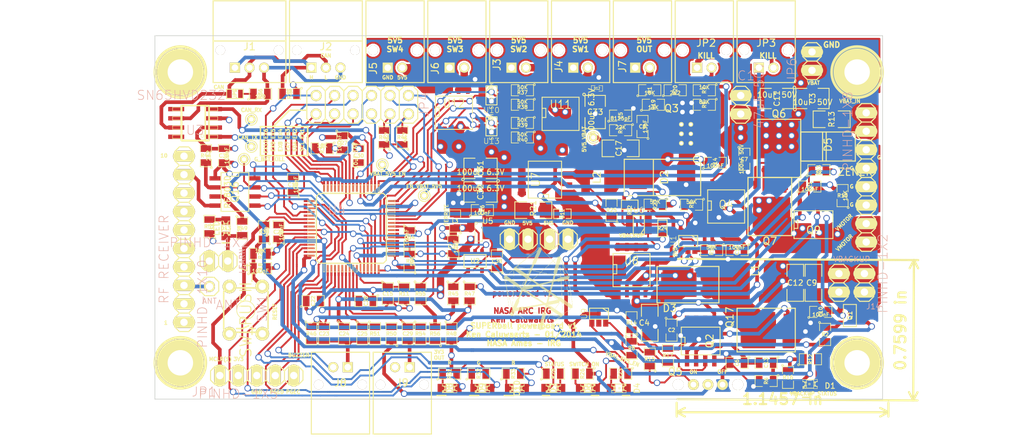
<source format=kicad_pcb>
(kicad_pcb (version 3) (host pcbnew "(2013-mar-13)-testing")
  (layers (15 F.Cu signal) (2 Inner2.Cu signal hide) (1 Inner1.Cu signal hide) (0 B.Cu signal) (18 B.Paste user) (19 F.Paste user) (20 B.SilkS user) (21 F.SilkS user) (22 B.Mask user) (23 F.Mask user) (28 Edge.Cuts user))
  (net 0 "")
  (net 1 /5V5)
  (net 2 /5V5_FUSE)
  (net 3 /5V5_MERGE)
  (net 4 /5V5_VBACKUP)
  (net 5 /5V5_VBAT)
  (net 6 /5V_CUR)
  (net 7 /AN11)
  (net 8 /AN6)
  (net 9 /AN7)
  (net 10 /AN8)
  (net 11 /BAT_CURRENT)
  (net 12 /BUZZER)
  (net 13 /B_LED)
  (net 14 /CAN_H)
  (net 15 /CAN_L)
  (net 16 /CAN_RX)
  (net 17 /CAN_TX)
  (net 18 /EN_MOTOR_CURRENT)
  (net 19 /EN_OUT_1)
  (net 20 /EN_OUT_2)
  (net 21 /EN_OUT_3)
  (net 22 /EN_OUT_4)
  (net 23 /EN_VBACKUP_5V5)
  (net 24 /EN_VBAT_5V5)
  (net 25 /EX_1)
  (net 26 /EX_10)
  (net 27 /EX_2)
  (net 28 /EX_3)
  (net 29 /EX_4)
  (net 30 /EX_5)
  (net 31 /EX_6)
  (net 32 /EX_7)
  (net 33 /EX_8)
  (net 34 /EX_9)
  (net 35 /G_BAT)
  (net 36 /G_BAT_KILL)
  (net 37 /G_BAT_PIC)
  (net 38 /G_LED)
  (net 39 /MCLR)
  (net 40 /MOTOR_CURRENT_FLT)
  (net 41 /OP2)
  (net 42 /OP3)
  (net 43 /OUT_1)
  (net 44 /OUT_2)
  (net 45 /OUT_3)
  (net 46 /OUT_4)
  (net 47 /PGEC)
  (net 48 /PGED)
  (net 49 /RF_ANT)
  (net 50 /RF_DOUT)
  (net 51 /RF_LEARN)
  (net 52 /RF_SERIAL)
  (net 53 /R_LED)
  (net 54 /SCL)
  (net 55 /SDA)
  (net 56 /STATUS_LED)
  (net 57 /SWITCH_MOSFET)
  (net 58 /SWITCH_ON)
  (net 59 /VBACKUP)
  (net 60 /VBACKUP_CHARGE_EN)
  (net 61 /VBACKUP_STAT)
  (net 62 /VBACKUP_SW)
  (net 63 /VBACKUP_SW_MOSFET)
  (net 64 /VBAT)
  (net 65 /VBAT_5V5_EN)
  (net 66 /VBAT_HF_SW)
  (net 67 /VBAT_IN)
  (net 68 /VBAT_SW)
  (net 69 /VBAT_SWITCHED)
  (net 70 /VMOTOR)
  (net 71 /VMOTOR_EN)
  (net 72 /VMOTOR_V)
  (net 73 3V3)
  (net 74 GND)
  (net 75 N-00000112)
  (net 76 N-00000113)
  (net 77 N-00000114)
  (net 78 N-0000012)
  (net 79 N-00000124)
  (net 80 N-00000125)
  (net 81 N-0000013)
  (net 82 N-0000018)
  (net 83 N-000002)
  (net 84 N-0000026)
  (net 85 N-0000027)
  (net 86 N-000003)
  (net 87 N-0000035)
  (net 88 N-0000036)
  (net 89 N-0000037)
  (net 90 N-0000045)
  (net 91 N-000005)
  (net 92 N-0000054)
  (net 93 N-0000056)
  (net 94 N-0000058)
  (net 95 N-0000059)
  (net 96 N-000006)
  (net 97 N-0000060)
  (net 98 N-0000061)
  (net 99 N-0000062)
  (net 100 N-0000063)
  (net 101 N-0000064)
  (net 102 N-0000065)
  (net 103 N-0000067)
  (net 104 N-0000069)
  (net 105 N-0000070)
  (net 106 N-0000075)
  (net 107 N-0000077)
  (net 108 N-0000078)
  (net 109 N-0000079)
  (net 110 N-0000081)
  (net 111 N-0000084)
  (net 112 N-0000085)
  (module pinhead-1X02 (layer F.Cu) (at 100.5 29.5 90)
    (fp_text reference C1 (at 4 0.75 180) (layer B.SilkS) (effects (font (size 1.27 1.27) (thickness 0.0889))))
    (fp_text value "47uF 50V" (at 1.27 2.54 90) (layer B.SilkS) (effects (font (size 1.27 1.27) (thickness 0.0889))))
    (pad 1 thru_hole oval (at -1.27 0 90) (size 1.524 3.048) (drill 1.016) (layers *.Cu *.Mask F.Paste F.SilkS) (net 64 /VBAT))
    (pad 2 thru_hole oval (at 1.27 0 90) (size 1.524 3.048) (drill 1.016) (layers *.Cu *.Mask F.Paste F.SilkS) (net 74 GND))
  )
  (module SM1210 (layer F.Cu) (at 110.363 28.6385)
    (fp_text reference C3 (at 0 0 90) (layer F.SilkS) (effects (font (size 0.762 0.762) (thickness 0.127))))
    (fp_text value "10uF 50V" (at 0 0.508) (layer F.SilkS) (effects (font (size 0.762 0.762) (thickness 0.127))))
    (pad 1 smd rect (at -1.524 0) (size 1.27 2.54) (layers F.Cu F.Paste F.Mask) (net 64 /VBAT))
    (pad 2 smd rect (at 1.524 0) (size 1.27 2.54) (layers F.Cu F.Paste F.Mask) (net 74 GND))
  )
  (module SM1206 (layer F.Cu) (at 88 59.5 270)
    (fp_text reference C4 (at 0 0.75 360) (layer F.SilkS) (effects (font (size 0.762 0.762) (thickness 0.127))))
    (fp_text value "100uF 6.3V" hide)
    (pad 1 smd rect (at -1.651 0 270) (size 1.524 2.032) (layers F.Cu F.Paste F.Mask) (net 4 /5V5_VBACKUP))
    (pad 2 smd rect (at 1.651 0 270) (size 1.524 2.032) (layers F.Cu F.Paste F.Mask) (net 74 GND))
  )
  (module SM0805 (layer F.Cu) (at 84 31)
    (fp_text reference C5 (at 0 0 90) (layer F.SilkS) (effects (font (size 0.50038 0.50038) (thickness 0.10922))))
    (fp_text value 8125pF (at 0 0.381) (layer F.SilkS) (effects (font (size 0.50038 0.50038) (thickness 0.10922))))
    (pad 1 smd rect (at -0.9525 0) (size 0.889 1.397) (layers F.Cu F.Paste F.Mask) (net 77 N-00000114))
    (pad 2 smd rect (at 0.9525 0) (size 0.889 1.397) (layers F.Cu F.Paste F.Mask) (net 74 GND))
  )
  (module SM0805 (layer F.Cu) (at 100 65 180)
    (fp_text reference C6 (at 0 0 270) (layer F.SilkS) (effects (font (size 0.50038 0.50038) (thickness 0.10922))))
    (fp_text value 2nF hide)
    (pad 1 smd rect (at -0.9525 0 180) (size 0.889 1.397) (layers F.Cu F.Paste F.Mask) (net 86 N-000003))
    (pad 2 smd rect (at 0.9525 0 180) (size 0.889 1.397) (layers F.Cu F.Paste F.Mask) (net 74 GND))
  )
  (module SM0805 (layer F.Cu) (at 101 37 270)
    (fp_text reference C7 (at 0 0 360) (layer F.SilkS) (effects (font (size 0.50038 0.50038) (thickness 0.10922))))
    (fp_text value "100nF 50V" (at 0 0.381 270) (layer F.SilkS) (effects (font (size 0.50038 0.50038) (thickness 0.10922))))
    (pad 1 smd rect (at -0.9525 0 270) (size 0.889 1.397) (layers F.Cu F.Paste F.Mask) (net 64 /VBAT))
    (pad 2 smd rect (at 0.9525 0 270) (size 0.889 1.397) (layers F.Cu F.Paste F.Mask) (net 74 GND))
  )
  (module SM0805 (layer F.Cu) (at 87 32.5 90)
    (fp_text reference C8 (at 0 0 180) (layer F.SilkS) (effects (font (size 0.50038 0.50038) (thickness 0.10922))))
    (fp_text value 13pF (at 0 0.381 90) (layer F.SilkS) (effects (font (size 0.50038 0.50038) (thickness 0.10922))))
    (pad 1 smd rect (at -0.9525 0 90) (size 0.889 1.397) (layers F.Cu F.Paste F.Mask) (net 89 N-0000037))
    (pad 2 smd rect (at 0.9525 0 90) (size 0.889 1.397) (layers F.Cu F.Paste F.Mask) (net 74 GND))
  )
  (module SM0805 (layer F.Cu) (at 111.5 58)
    (fp_text reference C10 (at 0 0 90) (layer F.SilkS) (effects (font (size 0.50038 0.50038) (thickness 0.10922))))
    (fp_text value 100nF (at 0 0.381) (layer F.SilkS) (effects (font (size 0.50038 0.50038) (thickness 0.10922))))
    (pad 1 smd rect (at -0.9525 0) (size 0.889 1.397) (layers F.Cu F.Paste F.Mask) (net 74 GND))
    (pad 2 smd rect (at 0.9525 0) (size 0.889 1.397) (layers F.Cu F.Paste F.Mask) (net 1 /5V5))
  )
  (module SM1210 (layer F.Cu) (at 105.4735 28.6385 180)
    (fp_text reference C11 (at 0 0 270) (layer F.SilkS) (effects (font (size 0.762 0.762) (thickness 0.127))))
    (fp_text value "10uF 50V" (at 0 0.508 180) (layer F.SilkS) (effects (font (size 0.762 0.762) (thickness 0.127))))
    (pad 1 smd rect (at -1.524 0 180) (size 1.27 2.54) (layers F.Cu F.Paste F.Mask) (net 64 /VBAT))
    (pad 2 smd rect (at 1.524 0 180) (size 1.27 2.54) (layers F.Cu F.Paste F.Mask) (net 74 GND))
  )
  (module SM0805 (layer F.Cu) (at 104 65 180)
    (fp_text reference C13 (at 0 0 270) (layer F.SilkS) (effects (font (size 0.50038 0.50038) (thickness 0.10922))))
    (fp_text value 47nF hide)
    (pad 1 smd rect (at -0.9525 0 180) (size 0.889 1.397) (layers F.Cu F.Paste F.Mask) (net 111 N-0000084))
    (pad 2 smd rect (at 0.9525 0 180) (size 0.889 1.397) (layers F.Cu F.Paste F.Mask) (net 86 N-000003))
  )
  (module SM0805 (layer F.Cu) (at 97 37.5)
    (fp_text reference C14 (at 0 0 90) (layer F.SilkS) (effects (font (size 0.50038 0.50038) (thickness 0.10922))))
    (fp_text value 100nF (at 0 0.381) (layer F.SilkS) (effects (font (size 0.50038 0.50038) (thickness 0.10922))))
    (pad 1 smd rect (at -0.9525 0) (size 0.889 1.397) (layers F.Cu F.Paste F.Mask) (net 68 /VBAT_SW))
    (pad 2 smd rect (at 0.9525 0) (size 0.889 1.397) (layers F.Cu F.Paste F.Mask) (net 76 N-00000113))
  )
  (module SM0805 (layer F.Cu) (at 100 49.5 180)
    (fp_text reference C16 (at 0 0 270) (layer F.SilkS) (effects (font (size 0.50038 0.50038) (thickness 0.10922))))
    (fp_text value 100nF (at 0 0.381 180) (layer F.SilkS) (effects (font (size 0.50038 0.50038) (thickness 0.10922))))
    (pad 1 smd rect (at -0.9525 0 180) (size 0.889 1.397) (layers F.Cu F.Paste F.Mask) (net 87 N-0000035))
    (pad 2 smd rect (at 0.9525 0 180) (size 0.889 1.397) (layers F.Cu F.Paste F.Mask) (net 74 GND))
  )
  (module SM1206 (layer F.Cu) (at 84 35.5 180)
    (fp_text reference C17 (at 0.25 0 270) (layer F.SilkS) (effects (font (size 0.762 0.762) (thickness 0.127))))
    (fp_text value "100uF 6.3V" hide)
    (pad 1 smd rect (at -1.651 0 180) (size 1.524 2.032) (layers F.Cu F.Paste F.Mask) (net 74 GND))
    (pad 2 smd rect (at 1.651 0 180) (size 1.524 2.032) (layers F.Cu F.Paste F.Mask) (net 5 /5V5_VBAT))
  )
  (module SM0805 (layer F.Cu) (at 34.5 52)
    (fp_text reference C18 (at 0 0 90) (layer F.SilkS) (effects (font (size 0.50038 0.50038) (thickness 0.10922))))
    (fp_text value 100nF (at 0 0.381) (layer F.SilkS) (effects (font (size 0.50038 0.50038) (thickness 0.10922))))
    (pad 1 smd rect (at -0.9525 0) (size 0.889 1.397) (layers F.Cu F.Paste F.Mask) (net 112 N-0000085))
    (pad 2 smd rect (at 0.9525 0) (size 0.889 1.397) (layers F.Cu F.Paste F.Mask) (net 74 GND))
  )
  (module SM0805 (layer F.Cu) (at 39 40.5 90)
    (fp_text reference C19 (at 0 0 180) (layer F.SilkS) (effects (font (size 0.50038 0.50038) (thickness 0.10922))))
    (fp_text value 100nF (at 0 0.381 90) (layer F.SilkS) (effects (font (size 0.50038 0.50038) (thickness 0.10922))))
    (pad 1 smd rect (at -0.9525 0 90) (size 0.889 1.397) (layers F.Cu F.Paste F.Mask) (net 29 /EX_4))
    (pad 2 smd rect (at 0.9525 0 90) (size 0.889 1.397) (layers F.Cu F.Paste F.Mask) (net 74 GND))
  )
  (module SM0805 (layer F.Cu) (at 37 47 90)
    (fp_text reference C20 (at 0 0 180) (layer F.SilkS) (effects (font (size 0.50038 0.50038) (thickness 0.10922))))
    (fp_text value 100nF (at 0 0.381 90) (layer F.SilkS) (effects (font (size 0.50038 0.50038) (thickness 0.10922))))
    (pad 1 smd rect (at -0.9525 0 90) (size 0.889 1.397) (layers F.Cu F.Paste F.Mask) (net 73 3V3))
    (pad 2 smd rect (at 0.9525 0 90) (size 0.889 1.397) (layers F.Cu F.Paste F.Mask) (net 74 GND))
  )
  (module SM0805 (layer F.Cu) (at 110 40.75)
    (fp_text reference C21 (at 0 0 90) (layer F.SilkS) (effects (font (size 0.50038 0.50038) (thickness 0.10922))))
    (fp_text value 100nF (at 0 0.381) (layer F.SilkS) (effects (font (size 0.50038 0.50038) (thickness 0.10922))))
    (pad 1 smd rect (at -0.9525 0) (size 0.889 1.397) (layers F.Cu F.Paste F.Mask) (net 18 /EN_MOTOR_CURRENT))
    (pad 2 smd rect (at 0.9525 0) (size 0.889 1.397) (layers F.Cu F.Paste F.Mask) (net 74 GND))
  )
  (module SM0805 (layer F.Cu) (at 41.75 56.5)
    (fp_text reference C22 (at 0 0 90) (layer F.SilkS) (effects (font (size 0.50038 0.50038) (thickness 0.10922))))
    (fp_text value 100nF hide)
    (pad 1 smd rect (at -0.9525 0) (size 0.889 1.397) (layers F.Cu F.Paste F.Mask) (net 73 3V3))
    (pad 2 smd rect (at 0.9525 0) (size 0.889 1.397) (layers F.Cu F.Paste F.Mask) (net 74 GND))
  )
  (module SM0805 (layer F.Cu) (at 43.25 61 270)
    (fp_text reference C23 (at 0 0 360) (layer F.SilkS) (effects (font (size 0.50038 0.50038) (thickness 0.10922))))
    (fp_text value 100nF hide)
    (pad 1 smd rect (at -0.9525 0 270) (size 0.889 1.397) (layers F.Cu F.Paste F.Mask) (net 8 /AN6))
    (pad 2 smd rect (at 0.9525 0 270) (size 0.889 1.397) (layers F.Cu F.Paste F.Mask) (net 74 GND))
  )
  (module SM0805 (layer F.Cu) (at 46 61 270)
    (fp_text reference C24 (at 0 0 360) (layer F.SilkS) (effects (font (size 0.50038 0.50038) (thickness 0.10922))))
    (fp_text value 100nF hide)
    (pad 1 smd rect (at -0.9525 0 270) (size 0.889 1.397) (layers F.Cu F.Paste F.Mask) (net 9 /AN7))
    (pad 2 smd rect (at 0.9525 0 270) (size 0.889 1.397) (layers F.Cu F.Paste F.Mask) (net 74 GND))
  )
  (module SM0805 (layer F.Cu) (at 48.5 61 270)
    (fp_text reference C25 (at 0 0 360) (layer F.SilkS) (effects (font (size 0.50038 0.50038) (thickness 0.10922))))
    (fp_text value 100nF hide)
    (pad 1 smd rect (at -0.9525 0 270) (size 0.889 1.397) (layers F.Cu F.Paste F.Mask) (net 10 /AN8))
    (pad 2 smd rect (at 0.9525 0 270) (size 0.889 1.397) (layers F.Cu F.Paste F.Mask) (net 74 GND))
  )
  (module SM0805 (layer F.Cu) (at 65 44)
    (fp_text reference C26 (at 0 0 90) (layer F.SilkS) (effects (font (size 0.50038 0.50038) (thickness 0.10922))))
    (fp_text value 100nF (at 0 0.381) (layer F.SilkS) (effects (font (size 0.50038 0.50038) (thickness 0.10922))))
    (pad 1 smd rect (at -0.9525 0) (size 0.889 1.397) (layers F.Cu F.Paste F.Mask) (net 74 GND))
    (pad 2 smd rect (at 0.9525 0) (size 0.889 1.397) (layers F.Cu F.Paste F.Mask) (net 1 /5V5))
  )
  (module SM0805 (layer F.Cu) (at 45.75 34.75 270)
    (fp_text reference C27 (at 0 0 360) (layer F.SilkS) (effects (font (size 0.50038 0.50038) (thickness 0.10922))))
    (fp_text value 100nF (at 0 0.381 270) (layer F.SilkS) (effects (font (size 0.50038 0.50038) (thickness 0.10922))))
    (pad 1 smd rect (at -0.9525 0 270) (size 0.889 1.397) (layers F.Cu F.Paste F.Mask) (net 74 GND))
    (pad 2 smd rect (at 0.9525 0 270) (size 0.889 1.397) (layers F.Cu F.Paste F.Mask) (net 73 3V3))
  )
  (module SM0805 (layer F.Cu) (at 49 56.5 180)
    (fp_text reference C28 (at 0 0 270) (layer F.SilkS) (effects (font (size 0.50038 0.50038) (thickness 0.10922))))
    (fp_text value 100nF hide)
    (pad 1 smd rect (at -0.9525 0 180) (size 0.889 1.397) (layers F.Cu F.Paste F.Mask) (net 73 3V3))
    (pad 2 smd rect (at 0.9525 0 180) (size 0.889 1.397) (layers F.Cu F.Paste F.Mask) (net 74 GND))
  )
  (module SM0805 (layer F.Cu) (at 54.75 61 270)
    (fp_text reference C29 (at 0 0 360) (layer F.SilkS) (effects (font (size 0.50038 0.50038) (thickness 0.10922))))
    (fp_text value 100nF hide)
    (pad 1 smd rect (at -0.9525 0 270) (size 0.889 1.397) (layers F.Cu F.Paste F.Mask) (net 7 /AN11))
    (pad 2 smd rect (at 0.9525 0 270) (size 0.889 1.397) (layers F.Cu F.Paste F.Mask) (net 74 GND))
  )
  (module SM0805 (layer F.Cu) (at 48 36.5 270)
    (fp_text reference C30 (at 0 0 360) (layer F.SilkS) (effects (font (size 0.50038 0.50038) (thickness 0.10922))))
    (fp_text value "10uF 16V" (at 0 0.381 270) (layer F.SilkS) (effects (font (size 0.50038 0.50038) (thickness 0.10922))))
    (pad 1 smd rect (at -0.9525 0 270) (size 0.889 1.397) (layers F.Cu F.Paste F.Mask) (net 74 GND))
    (pad 2 smd rect (at 0.9525 0 270) (size 0.889 1.397) (layers F.Cu F.Paste F.Mask) (net 81 N-0000013))
  )
  (module SM0805 (layer F.Cu) (at 55 47.75 270)
    (fp_text reference C34 (at 0 0 360) (layer F.SilkS) (effects (font (size 0.50038 0.50038) (thickness 0.10922))))
    (fp_text value 100nF (at 0 0.381 270) (layer F.SilkS) (effects (font (size 0.50038 0.50038) (thickness 0.10922))))
    (pad 1 smd rect (at -0.9525 0 270) (size 0.889 1.397) (layers F.Cu F.Paste F.Mask) (net 74 GND))
    (pad 2 smd rect (at 0.9525 0 270) (size 0.889 1.397) (layers F.Cu F.Paste F.Mask) (net 73 3V3))
  )
  (module SM0805 (layer F.Cu) (at 29.5 36.5 90)
    (fp_text reference C35 (at 0 0 180) (layer F.SilkS) (effects (font (size 0.50038 0.50038) (thickness 0.10922))))
    (fp_text value 100nF (at 0 0.381 90) (layer F.SilkS) (effects (font (size 0.50038 0.50038) (thickness 0.10922))))
    (pad 1 smd rect (at -0.9525 0 90) (size 0.889 1.397) (layers F.Cu F.Paste F.Mask) (net 73 3V3))
    (pad 2 smd rect (at 0.9525 0 90) (size 0.889 1.397) (layers F.Cu F.Paste F.Mask) (net 74 GND))
  )
  (module SM0805 (layer F.Cu) (at 61 49 90)
    (fp_text reference C37 (at 0 0 360) (layer F.SilkS) (effects (font (size 0.50038 0.50038) (thickness 0.10922))))
    (fp_text value 10uF (at 0 0.381 90) (layer F.SilkS) (effects (font (size 0.50038 0.50038) (thickness 0.10922))))
    (pad 1 smd rect (at -0.9525 0 90) (size 0.889 1.397) (layers F.Cu F.Paste F.Mask) (net 73 3V3))
    (pad 2 smd rect (at 0.9525 0 90) (size 0.889 1.397) (layers F.Cu F.Paste F.Mask) (net 74 GND))
  )
  (module DO-214AB (layer F.Cu) (at 93 39.5 180)
    (fp_text reference D2 (at 3 0 270) (layer F.SilkS))
    (fp_text value SSC54 hide)
    (pad 1 smd rect (at 0 0 180) (size 2.4 3.2) (layers F.Cu F.Paste F.Mask) (net 74 GND))
    (pad 2 smd rect (at 6.6 0 180) (size 2.4 3.2) (layers F.Cu F.Paste F.Mask) (net 68 /VBAT_SW))
  )
  (module LED-0805 (layer F.Cu) (at 83.75 68.5)
    (fp_text reference D4 (at 2.5 0 270) (layer F.SilkS) (effects (font (size 0.762 0.762) (thickness 0.127))))
    (fp_text value LED hide)
    (pad 1 smd rect (at -1.04902 0) (size 1.19888 1.19888) (layers F.Cu F.Paste F.Mask) (net 97 N-0000060))
    (pad 2 smd rect (at 1.04902 0) (size 1.19888 1.19888) (layers F.Cu F.Paste F.Mask) (net 74 GND))
  )
  (module LED-0805 (layer F.Cu) (at 79.5 68.5)
    (fp_text reference D6 (at 0 0 90) (layer F.SilkS) (effects (font (size 0.762 0.762) (thickness 0.127))))
    (fp_text value LED hide)
    (pad 1 smd rect (at -1.04902 0) (size 1.19888 1.19888) (layers F.Cu F.Paste F.Mask) (net 95 N-0000059))
    (pad 2 smd rect (at 1.04902 0) (size 1.19888 1.19888) (layers F.Cu F.Paste F.Mask) (net 74 GND))
  )
  (module LED-0805 (layer F.Cu) (at 74.75 68.5 180)
    (fp_text reference D7 (at 0 0 270) (layer F.SilkS) (effects (font (size 0.762 0.762) (thickness 0.127))))
    (fp_text value LED hide)
    (pad 1 smd rect (at -1.04902 0 180) (size 1.19888 1.19888) (layers F.Cu F.Paste F.Mask) (net 98 N-0000061))
    (pad 2 smd rect (at 1.04902 0 180) (size 1.19888 1.19888) (layers F.Cu F.Paste F.Mask) (net 74 GND))
  )
  (module LED-0805 (layer F.Cu) (at 60.5 68.5 180)
    (fp_text reference D8 (at 0 0 270) (layer F.SilkS) (effects (font (size 0.762 0.762) (thickness 0.127))))
    (fp_text value LED hide)
    (pad 1 smd rect (at -1.04902 0 180) (size 1.19888 1.19888) (layers F.Cu F.Paste F.Mask) (net 53 /R_LED))
    (pad 2 smd rect (at 1.04902 0 180) (size 1.19888 1.19888) (layers F.Cu F.Paste F.Mask) (net 102 N-0000065))
  )
  (module LED-0805 (layer F.Cu) (at 65 68.5 180)
    (fp_text reference D9 (at 0 0 270) (layer F.SilkS) (effects (font (size 0.762 0.762) (thickness 0.127))))
    (fp_text value LED hide)
    (pad 1 smd rect (at -1.04902 0 180) (size 1.19888 1.19888) (layers F.Cu F.Paste F.Mask) (net 38 /G_LED))
    (pad 2 smd rect (at 1.04902 0 180) (size 1.19888 1.19888) (layers F.Cu F.Paste F.Mask) (net 101 N-0000064))
  )
  (module LED-0805 (layer F.Cu) (at 69.75 68.5 180)
    (fp_text reference D10 (at 0 0 270) (layer F.SilkS) (effects (font (size 0.762 0.762) (thickness 0.127))))
    (fp_text value LED hide)
    (pad 1 smd rect (at -1.04902 0 180) (size 1.19888 1.19888) (layers F.Cu F.Paste F.Mask) (net 13 /B_LED))
    (pad 2 smd rect (at 1.04902 0 180) (size 1.19888 1.19888) (layers F.Cu F.Paste F.Mask) (net 100 N-0000063))
  )
  (module LED-0805 (layer F.Cu) (at 29.75 46.5 270)
    (fp_text reference D13 (at 0 0 360) (layer F.SilkS) (effects (font (size 0.5 0.5) (thickness 0.125))))
    (fp_text value LED (at 0 1.27 270) (layer F.SilkS) (effects (font (size 0.762 0.762) (thickness 0.127))))
    (pad 1 smd rect (at -1.04902 0 270) (size 1.19888 1.19888) (layers F.Cu F.Paste F.Mask) (net 105 N-0000070))
    (pad 2 smd rect (at 1.04902 0 270) (size 1.19888 1.19888) (layers F.Cu F.Paste F.Mask) (net 104 N-0000069))
  )
  (module 55935-0330 (layer F.Cu) (at 29 22)
    (fp_text reference J1 (at 4 -0.5 180) (layer F.SilkS))
    (fp_text value MICROCLASP_HDRX3 hide)
    (pad 1 thru_hole rect (at 2 2.4) (size 1.4 1.4) (drill 0.9) (layers *.Cu *.Mask F.SilkS) (net 92 N-0000054))
    (pad "" thru_hole circle (at 0 0) (size 1.3 1.3) (drill 1.3) (layers *.Cu *.Mask F.SilkS))
    (pad 2 thru_hole circle (at 4 2.4) (size 1.4 1.4) (drill 0.9) (layers *.Cu *.Mask F.SilkS) (net 14 /CAN_H))
    (pad 3 thru_hole circle (at 6 2.4) (size 1.4 1.4) (drill 0.9) (layers *.Cu *.Mask F.SilkS) (net 15 /CAN_L))
    (pad "" thru_hole circle (at 8 0) (size 1.3 1.3) (drill 1.3) (layers *.Cu *.Mask F.SilkS))
  )
  (module 55935-0330 (layer F.Cu) (at 39.5 22)
    (fp_text reference J2 (at 4 -0.5) (layer F.SilkS))
    (fp_text value MICROCLASP_HDRX3 hide)
    (pad 1 thru_hole rect (at 2 2.4) (size 1.4 1.4) (drill 0.9) (layers *.Cu *.Mask F.SilkS) (net 92 N-0000054))
    (pad "" thru_hole circle (at 0 0) (size 1.3 1.3) (drill 1.3) (layers *.Cu *.Mask F.SilkS))
    (pad 2 thru_hole circle (at 4 2.4) (size 1.4 1.4) (drill 0.9) (layers *.Cu *.Mask F.SilkS) (net 14 /CAN_H))
    (pad 3 thru_hole circle (at 6 2.4) (size 1.4 1.4) (drill 0.9) (layers *.Cu *.Mask F.SilkS) (net 15 /CAN_L))
    (pad "" thru_hole circle (at 8 0) (size 1.3 1.3) (drill 1.3) (layers *.Cu *.Mask F.SilkS))
  )
  (module 55935-0210 (layer F.Cu) (at 67 22)
    (fp_text reference J3 (at 0 2 270) (layer F.SilkS))
    (fp_text value MICROCLASP_HDRX2 hide)
    (pad "" thru_hole circle (at 0 0) (size 1.3 1.3) (drill 1.3) (layers *.Cu *.Mask F.SilkS))
    (pad 1 thru_hole rect (at 2 2.4) (size 1.4 1.4) (drill 0.9) (layers *.Cu *.Mask F.SilkS) (net 74 GND))
    (pad 2 thru_hole circle (at 4 2.4) (size 1.4 1.4) (drill 0.9) (layers *.Cu *.Mask F.SilkS) (net 99 N-0000062))
    (pad "" thru_hole circle (at 6 0) (size 1.3 1.3) (drill 1.3) (layers *.Cu *.Mask F.SilkS))
  )
  (module 55935-0210 (layer F.Cu) (at 75.5 22)
    (fp_text reference J4 (at 0 2.25 270) (layer F.SilkS))
    (fp_text value MICROCLASP_HDRX2 hide)
    (pad "" thru_hole circle (at 0 0) (size 1.3 1.3) (drill 1.3) (layers *.Cu *.Mask F.SilkS))
    (pad 1 thru_hole rect (at 2 2.4) (size 1.4 1.4) (drill 0.9) (layers *.Cu *.Mask F.SilkS) (net 74 GND))
    (pad 2 thru_hole circle (at 4 2.4) (size 1.4 1.4) (drill 0.9) (layers *.Cu *.Mask F.SilkS) (net 109 N-0000079))
    (pad "" thru_hole circle (at 6 0) (size 1.3 1.3) (drill 1.3) (layers *.Cu *.Mask F.SilkS))
  )
  (module 55935-0210 (layer F.Cu) (at 50 22)
    (fp_text reference J5 (at 0 2.5 270) (layer F.SilkS))
    (fp_text value MICROCLASP_HDRX2 hide)
    (pad "" thru_hole circle (at 0 0) (size 1.3 1.3) (drill 1.3) (layers *.Cu *.Mask F.SilkS))
    (pad 1 thru_hole rect (at 2 2.4) (size 1.4 1.4) (drill 0.9) (layers *.Cu *.Mask F.SilkS) (net 74 GND))
    (pad 2 thru_hole circle (at 4 2.4) (size 1.4 1.4) (drill 0.9) (layers *.Cu *.Mask F.SilkS) (net 108 N-0000078))
    (pad "" thru_hole circle (at 6 0) (size 1.3 1.3) (drill 1.3) (layers *.Cu *.Mask F.SilkS))
  )
  (module 55935-0210 (layer F.Cu) (at 58.5 22)
    (fp_text reference J6 (at 0 2.5 270) (layer F.SilkS))
    (fp_text value MICROCLASP_HDRX2 hide)
    (pad "" thru_hole circle (at 0 0) (size 1.3 1.3) (drill 1.3) (layers *.Cu *.Mask F.SilkS))
    (pad 1 thru_hole rect (at 2 2.4) (size 1.4 1.4) (drill 0.9) (layers *.Cu *.Mask F.SilkS) (net 74 GND))
    (pad 2 thru_hole circle (at 4 2.4) (size 1.4 1.4) (drill 0.9) (layers *.Cu *.Mask F.SilkS) (net 107 N-0000077))
    (pad "" thru_hole circle (at 6 0) (size 1.3 1.3) (drill 1.3) (layers *.Cu *.Mask F.SilkS))
  )
  (module 55935-0210 (layer F.Cu) (at 84 22)
    (fp_text reference J7 (at 0.25 2.25 270) (layer F.SilkS))
    (fp_text value MICROCLASP_HDRX2 hide)
    (pad "" thru_hole circle (at 0 0) (size 1.3 1.3) (drill 1.3) (layers *.Cu *.Mask F.SilkS))
    (pad 1 thru_hole rect (at 2 2.4) (size 1.4 1.4) (drill 0.9) (layers *.Cu *.Mask F.SilkS) (net 74 GND))
    (pad 2 thru_hole circle (at 4 2.4) (size 1.4 1.4) (drill 0.9) (layers *.Cu *.Mask F.SilkS) (net 1 /5V5))
    (pad "" thru_hole circle (at 6 0) (size 1.3 1.3) (drill 1.3) (layers *.Cu *.Mask F.SilkS))
  )
  (module 55935-0210 (layer F.Cu) (at 48.5 68 180)
    (fp_text reference J8 (at 3 0.25 360) (layer F.SilkS))
    (fp_text value MICROCLASP_HDRX2 hide)
    (pad "" thru_hole circle (at 0 0 180) (size 1.3 1.3) (drill 1.3) (layers *.Cu *.Mask F.SilkS))
    (pad 1 thru_hole rect (at 2 2.4 180) (size 1.4 1.4) (drill 0.9) (layers *.Cu *.Mask F.SilkS) (net 74 GND))
    (pad 2 thru_hole circle (at 4 2.4 180) (size 1.4 1.4) (drill 0.9) (layers *.Cu *.Mask F.SilkS) (net 12 /BUZZER))
    (pad "" thru_hole circle (at 6 0 180) (size 1.3 1.3) (drill 1.3) (layers *.Cu *.Mask F.SilkS))
  )
  (module 55935-0210 (layer F.Cu) (at 57 68 180)
    (fp_text reference J9 (at 3 0.25 360) (layer F.SilkS))
    (fp_text value MICROCLASP_HDRX2 hide)
    (pad "" thru_hole circle (at 0 0 180) (size 1.3 1.3) (drill 1.3) (layers *.Cu *.Mask F.SilkS))
    (pad 1 thru_hole rect (at 2 2.4 180) (size 1.4 1.4) (drill 0.9) (layers *.Cu *.Mask F.SilkS) (net 74 GND))
    (pad 2 thru_hole circle (at 4 2.4 180) (size 1.4 1.4) (drill 0.9) (layers *.Cu *.Mask F.SilkS) (net 73 3V3))
    (pad "" thru_hole circle (at 6 0 180) (size 1.3 1.3) (drill 1.3) (layers *.Cu *.Mask F.SilkS))
  )
  (module pinhead-1X02 (layer F.Cu) (at 114 54 90)
    (fp_text reference VBACKUP (at 3.25 1.75 180) (layer B.SilkS) (effects (font (size 0.75 0.75) (thickness 0.0889))))
    (fp_text value PINHD-1X2 hide)
    (pad 1 thru_hole oval (at -1.27 0 90) (size 1.524 3.048) (drill 1.016) (layers *.Cu *.Mask F.Paste F.SilkS) (net 74 GND))
    (pad 2 thru_hole oval (at 1.27 0 90) (size 1.524 3.048) (drill 1.016) (layers *.Cu *.Mask F.Paste F.SilkS) (net 59 /VBACKUP))
  )
  (module pinhead-1X02 (layer F.Cu) (at 110.3 23.5 270)
    (fp_text reference JP6 (at 1.25 2.75 270) (layer B.SilkS) (effects (font (size 1.27 1.27) (thickness 0.0889))))
    (fp_text value BZW06-26B hide)
    (pad 1 thru_hole oval (at -1.27 0 270) (size 1.524 3.048) (drill 1.016) (layers *.Cu *.Mask F.Paste F.SilkS) (net 74 GND))
    (pad 2 thru_hole oval (at 1.27 0 270) (size 1.524 3.048) (drill 1.016) (layers *.Cu *.Mask F.Paste F.SilkS) (net 64 /VBAT))
  )
  (module pinhead-1X02 (layer F.Cu) (at 70 48 180)
    (fp_text reference "" (at 0.5588 -2.4638 180) (layer B.SilkS) (effects (font (size 1.27 1.27) (thickness 0.0889))))
    (fp_text value 6.3PX680MEFC6.3X11 hide)
    (pad 1 thru_hole oval (at -1.27 0 180) (size 1.524 3.048) (drill 1.016) (layers *.Cu *.Mask F.Paste F.SilkS) (net 1 /5V5))
    (pad 2 thru_hole oval (at 1.27 0 180) (size 1.524 3.048) (drill 1.016) (layers *.Cu *.Mask F.Paste F.SilkS) (net 74 GND))
  )
  (module pinhead-1X02 (layer F.Cu) (at 75.5 48)
    (fp_text reference "" (at -0.25 3) (layer B.SilkS) (effects (font (size 1.27 1.27) (thickness 0.0889))))
    (fp_text value 6.3PX680MEFC6.3X11 hide)
    (pad 1 thru_hole oval (at -1.27 0) (size 1.524 3.048) (drill 1.016) (layers *.Cu *.Mask F.Paste F.SilkS) (net 1 /5V5))
    (pad 2 thru_hole oval (at 1.27 0) (size 1.524 3.048) (drill 1.016) (layers *.Cu *.Mask F.Paste F.SilkS) (net 74 GND))
  )
  (module SM0603 (layer F.Cu) (at 31 28)
    (fp_text reference JP9 (at 0 0 90) (layer F.SilkS) (effects (font (size 0.508 0.4572) (thickness 0.1143))))
    (fp_text value JUMPER hide)
    (pad 1 smd rect (at -0.762 0) (size 0.635 1.143) (layers F.Cu F.Paste F.Mask) (net 14 /CAN_H))
    (pad 2 smd rect (at 0.762 0) (size 0.635 1.143) (layers F.Cu F.Paste F.Mask) (net 90 N-0000045))
  )
  (module pinhead-1X01 (layer F.Cu) (at 27.5 54.5)
    (fp_text reference ANT (at 0 2) (layer B.SilkS) (effects (font (size 0.75 0.75) (thickness 0.0889))))
    (fp_text value ANT (at 2.54 2.54) (layer B.SilkS) (effects (font (size 1.27 1.27) (thickness 0.0889))))
    (pad 1 thru_hole circle (at 0 0) (size 1.524 1.524) (drill 1.016) (layers *.Cu *.Mask F.Paste F.SilkS) (net 49 /RF_ANT))
  )
  (module pinhead-1X02 (layer F.Cu) (at 28.75 51 180)
    (fp_text reference LEARN (at -3.25 0 450) (layer B.SilkS) (effects (font (size 0.75 0.75) (thickness 0.0889))))
    (fp_text value PINHD-1X2 (at 1.27 2.54 180) (layer B.SilkS) (effects (font (size 1.27 1.27) (thickness 0.0889))))
    (pad 1 thru_hole oval (at -1.27 0 180) (size 1.524 3.048) (drill 1.016) (layers *.Cu *.Mask F.Paste F.SilkS) (net 105 N-0000070))
    (pad 2 thru_hole oval (at 1.27 0 180) (size 1.524 3.048) (drill 1.016) (layers *.Cu *.Mask F.Paste F.SilkS) (net 74 GND))
  )
  (module XAL60xx (layer F.Cu) (at 100.5 54)
    (fp_text reference L1 (at 2 -1.75 90) (layer F.SilkS))
    (fp_text value XAL6030-182MEC hide)
    (pad 1 smd rect (at 0 0) (size 1.43 5.33) (layers F.Cu F.Paste F.Mask) (net 62 /VBACKUP_SW))
    (pad 2 smd rect (at 4.04 0) (size 1.43 5.33) (layers F.Cu F.Paste F.Mask) (net 59 /VBACKUP))
  )
  (module XAL50xx (layer F.Cu) (at 82.5 39.5 180)
    (fp_text reference L2 (at 1.75 0 270) (layer F.SilkS))
    (fp_text value XAL5050-562MEB hide)
    (pad 1 smd rect (at 0 0 180) (size 1.18 4.4) (layers F.Cu F.Paste F.Mask) (net 68 /VBAT_SW))
    (pad 2 smd rect (at 3.31 0 180) (size 1.18 4.4) (layers F.Cu F.Paste F.Mask) (net 5 /5V5_VBAT))
  )
  (module SM0805 (layer F.Cu) (at 88 27.5)
    (fp_text reference R1 (at 0 0 90) (layer F.SilkS) (effects (font (size 0.50038 0.50038) (thickness 0.10922))))
    (fp_text value 10K (at 0 0.381) (layer F.SilkS) (effects (font (size 0.50038 0.50038) (thickness 0.10922))))
    (pad 1 smd rect (at -0.9525 0) (size 0.889 1.397) (layers F.Cu F.Paste F.Mask) (net 1 /5V5))
    (pad 2 smd rect (at 0.9525 0) (size 0.889 1.397) (layers F.Cu F.Paste F.Mask) (net 96 N-000006))
  )
  (module SM0805 (layer F.Cu) (at 112.1 61.1 270)
    (fp_text reference R2 (at 0 0 360) (layer F.SilkS) (effects (font (size 0.50038 0.50038) (thickness 0.10922))))
    (fp_text value 10K hide)
    (pad 1 smd rect (at -0.9525 0 270) (size 0.889 1.397) (layers F.Cu F.Paste F.Mask) (net 78 N-0000012))
    (pad 2 smd rect (at 0.9525 0 270) (size 0.889 1.397) (layers F.Cu F.Paste F.Mask) (net 60 /VBACKUP_CHARGE_EN))
  )
  (module SM0805 (layer F.Cu) (at 55 51 90)
    (fp_text reference R3 (at 0 0 180) (layer F.SilkS) (effects (font (size 0.50038 0.50038) (thickness 0.10922))))
    (fp_text value 50K (at 0 0.381 90) (layer F.SilkS) (effects (font (size 0.50038 0.50038) (thickness 0.10922))))
    (pad 1 smd rect (at -0.9525 0 90) (size 0.889 1.397) (layers F.Cu F.Paste F.Mask) (net 37 /G_BAT_PIC))
    (pad 2 smd rect (at 0.9525 0 90) (size 0.889 1.397) (layers F.Cu F.Paste F.Mask) (net 73 3V3))
  )
  (module SM0805 (layer F.Cu) (at 84 33 180)
    (fp_text reference R4 (at 0 0 270) (layer F.SilkS) (effects (font (size 0.50038 0.50038) (thickness 0.10922))))
    (fp_text value 22K (at 0 0.381 180) (layer F.SilkS) (effects (font (size 0.50038 0.50038) (thickness 0.10922))))
    (pad 1 smd rect (at -0.9525 0 180) (size 0.889 1.397) (layers F.Cu F.Paste F.Mask) (net 89 N-0000037))
    (pad 2 smd rect (at 0.9525 0 180) (size 0.889 1.397) (layers F.Cu F.Paste F.Mask) (net 77 N-00000114))
  )
  (module SM0805 (layer F.Cu) (at 93.75 43.25 180)
    (fp_text reference R5 (at 0 0 270) (layer F.SilkS) (effects (font (size 0.50038 0.50038) (thickness 0.10922))))
    (fp_text value 50K (at 0 0.381 180) (layer F.SilkS) (effects (font (size 0.50038 0.50038) (thickness 0.10922))))
    (pad 1 smd rect (at -0.9525 0 180) (size 0.889 1.397) (layers F.Cu F.Paste F.Mask) (net 36 /G_BAT_KILL))
    (pad 2 smd rect (at 0.9525 0 180) (size 0.889 1.397) (layers F.Cu F.Paste F.Mask) (net 74 GND))
  )
  (module SM0805 (layer F.Cu) (at 104 67.5 180)
    (fp_text reference R6 (at 0 0 270) (layer F.SilkS) (effects (font (size 0.50038 0.50038) (thickness 0.10922))))
    (fp_text value 1820 hide)
    (pad 1 smd rect (at -0.9525 0 180) (size 0.889 1.397) (layers F.Cu F.Paste F.Mask) (net 111 N-0000084))
    (pad 2 smd rect (at 0.9525 0 180) (size 0.889 1.397) (layers F.Cu F.Paste F.Mask) (net 74 GND))
  )
  (module SM0805 (layer F.Cu) (at 95.5 27.5 180)
    (fp_text reference R7 (at 0 0 270) (layer F.SilkS) (effects (font (size 0.50038 0.50038) (thickness 0.10922))))
    (fp_text value 10K (at 0 0.381 180) (layer F.SilkS) (effects (font (size 0.50038 0.50038) (thickness 0.10922))))
    (pad 1 smd rect (at -0.9525 0 180) (size 0.889 1.397) (layers F.Cu F.Paste F.Mask) (net 65 /VBAT_5V5_EN))
    (pad 2 smd rect (at 0.9525 0 180) (size 0.889 1.397) (layers F.Cu F.Paste F.Mask) (net 74 GND))
  )
  (module SM0805 (layer F.Cu) (at 85.5 63 270)
    (fp_text reference R8 (at 0 0 360) (layer F.SilkS) (effects (font (size 0.50038 0.50038) (thickness 0.10922))))
    (fp_text value 13700 hide)
    (pad 1 smd rect (at -0.9525 0 270) (size 0.889 1.397) (layers F.Cu F.Paste F.Mask) (net 91 N-000005))
    (pad 2 smd rect (at 0.9525 0 270) (size 0.889 1.397) (layers F.Cu F.Paste F.Mask) (net 74 GND))
  )
  (module SM0805 (layer F.Cu) (at 95.5 29.5 180)
    (fp_text reference R9 (at 0 0 270) (layer F.SilkS) (effects (font (size 0.50038 0.50038) (thickness 0.10922))))
    (fp_text value 82K (at 0 0.381 180) (layer F.SilkS) (effects (font (size 0.50038 0.50038) (thickness 0.10922))))
    (pad 1 smd rect (at -0.9525 0 180) (size 0.889 1.397) (layers F.Cu F.Paste F.Mask) (net 75 N-00000112))
    (pad 2 smd rect (at 0.9525 0 180) (size 0.889 1.397) (layers F.Cu F.Paste F.Mask) (net 74 GND))
  )
  (module SM0805 (layer F.Cu) (at 110.0836 64.516)
    (fp_text reference R12 (at 0 0 270) (layer F.SilkS) (effects (font (size 0.50038 0.50038) (thickness 0.10922))))
    (fp_text value 470 hide)
    (pad 1 smd rect (at -0.9525 0) (size 0.889 1.397) (layers F.Cu F.Paste F.Mask) (net 73 3V3))
    (pad 2 smd rect (at 0.9525 0) (size 0.889 1.397) (layers F.Cu F.Paste F.Mask) (net 103 N-0000067))
  )
  (module SM0805 (layer F.Cu) (at 85.5 59.5 90)
    (fp_text reference R14 (at 0 0 180) (layer F.SilkS) (effects (font (size 0.50038 0.50038) (thickness 0.10922))))
    (fp_text value 46400 hide)
    (pad 1 smd rect (at -0.9525 0 90) (size 0.889 1.397) (layers F.Cu F.Paste F.Mask) (net 91 N-000005))
    (pad 2 smd rect (at 0.9525 0 90) (size 0.889 1.397) (layers F.Cu F.Paste F.Mask) (net 4 /5V5_VBACKUP))
  )
  (module SM0805 (layer F.Cu) (at 88 64.5 90)
    (fp_text reference R15 (at 0 0 180) (layer F.SilkS) (effects (font (size 0.50038 0.50038) (thickness 0.10922))))
    (fp_text value 33200 hide)
    (pad 1 smd rect (at -0.9525 0 90) (size 0.889 1.397) (layers F.Cu F.Paste F.Mask) (net 59 /VBACKUP))
    (pad 2 smd rect (at 0.9525 0 90) (size 0.889 1.397) (layers F.Cu F.Paste F.Mask) (net 63 /VBACKUP_SW_MOSFET))
  )
  (module SM0805 (layer F.Cu) (at 107 67 270)
    (fp_text reference R16 (at 0 0 360) (layer F.SilkS) (effects (font (size 0.50038 0.50038) (thickness 0.10922))))
    (fp_text value 100K hide)
    (pad 1 smd rect (at -0.9525 0 270) (size 0.889 1.397) (layers F.Cu F.Paste F.Mask) (net 73 3V3))
    (pad 2 smd rect (at 0.9525 0 270) (size 0.889 1.397) (layers F.Cu F.Paste F.Mask) (net 61 /VBACKUP_STAT))
  )
  (module SM0805 (layer F.Cu) (at 90.5 64 90)
    (fp_text reference R17 (at 0 0 180) (layer F.SilkS) (effects (font (size 0.50038 0.50038) (thickness 0.10922))))
    (fp_text value 33200 hide)
    (pad 1 smd rect (at -0.9525 0 90) (size 0.889 1.397) (layers F.Cu F.Paste F.Mask) (net 63 /VBACKUP_SW_MOSFET))
    (pad 2 smd rect (at 0.9525 0 90) (size 0.889 1.397) (layers F.Cu F.Paste F.Mask) (net 93 N-0000056))
  )
  (module SM0805 (layer F.Cu) (at 96.5 49.5 180)
    (fp_text reference R18 (at 0 0 270) (layer F.SilkS) (effects (font (size 0.50038 0.50038) (thickness 0.10922))))
    (fp_text value 50K (at 0 0.381 180) (layer F.SilkS) (effects (font (size 0.50038 0.50038) (thickness 0.10922))))
    (pad 1 smd rect (at -0.9525 0 180) (size 0.889 1.397) (layers F.Cu F.Paste F.Mask) (net 74 GND))
    (pad 2 smd rect (at 0.9525 0 180) (size 0.889 1.397) (layers F.Cu F.Paste F.Mask) (net 71 /VMOTOR_EN))
  )
  (module SM0805 (layer F.Cu) (at 88.5 29.5)
    (fp_text reference R19 (at 0 0 90) (layer F.SilkS) (effects (font (size 0.50038 0.50038) (thickness 0.10922))))
    (fp_text value 13K (at 0 0.381) (layer F.SilkS) (effects (font (size 0.50038 0.50038) (thickness 0.10922))))
    (pad 1 smd rect (at -0.9525 0) (size 0.889 1.397) (layers F.Cu F.Paste F.Mask) (net 5 /5V5_VBAT))
    (pad 2 smd rect (at 0.9525 0) (size 0.889 1.397) (layers F.Cu F.Paste F.Mask) (net 88 N-0000036))
  )
  (module SM0805 (layer F.Cu) (at 91.5 27.5)
    (fp_text reference R20 (at 0 0 90) (layer F.SilkS) (effects (font (size 0.50038 0.50038) (thickness 0.10922))))
    (fp_text value 2K2 (at 0 0.381) (layer F.SilkS) (effects (font (size 0.50038 0.50038) (thickness 0.10922))))
    (pad 1 smd rect (at -0.9525 0) (size 0.889 1.397) (layers F.Cu F.Paste F.Mask) (net 88 N-0000036))
    (pad 2 smd rect (at 0.9525 0) (size 0.889 1.397) (layers F.Cu F.Paste F.Mask) (net 74 GND))
  )
  (module SM0805 (layer F.Cu) (at 84 66.5 180)
    (fp_text reference R23 (at 0 0 270) (layer F.SilkS) (effects (font (size 0.50038 0.50038) (thickness 0.10922))))
    (fp_text value 1K hide)
    (pad 1 smd rect (at -0.9525 0 180) (size 0.889 1.397) (layers F.Cu F.Paste F.Mask) (net 65 /VBAT_5V5_EN))
    (pad 2 smd rect (at 0.9525 0 180) (size 0.889 1.397) (layers F.Cu F.Paste F.Mask) (net 97 N-0000060))
  )
  (module SM0805 (layer F.Cu) (at 82.75 44 90)
    (fp_text reference R25 (at 0 0 180) (layer F.SilkS) (effects (font (size 0.50038 0.50038) (thickness 0.10922))))
    (fp_text value 50K hide)
    (pad 1 smd rect (at -0.9525 0 90) (size 0.889 1.397) (layers F.Cu F.Paste F.Mask) (net 84 N-0000026))
    (pad 2 smd rect (at 0.9525 0 90) (size 0.889 1.397) (layers F.Cu F.Paste F.Mask) (net 5 /5V5_VBAT))
  )
  (module SM0805 (layer F.Cu) (at 78.75 66.5 180)
    (fp_text reference R26 (at 0 0 270) (layer F.SilkS) (effects (font (size 0.50038 0.50038) (thickness 0.10922))))
    (fp_text value 1K hide)
    (pad 1 smd rect (at -0.9525 0 180) (size 0.889 1.397) (layers F.Cu F.Paste F.Mask) (net 58 /SWITCH_ON))
    (pad 2 smd rect (at 0.9525 0 180) (size 0.889 1.397) (layers F.Cu F.Paste F.Mask) (net 95 N-0000059))
  )
  (module SM0805 (layer F.Cu) (at 88.75 43.25 180)
    (fp_text reference R27 (at 0 0 270) (layer F.SilkS) (effects (font (size 0.50038 0.50038) (thickness 0.10922))))
    (fp_text value 50K (at 0 0.381 180) (layer F.SilkS) (effects (font (size 0.50038 0.50038) (thickness 0.10922))))
    (pad 1 smd rect (at -0.9525 0 180) (size 0.889 1.397) (layers F.Cu F.Paste F.Mask) (net 4 /5V5_VBACKUP))
    (pad 2 smd rect (at 0.9525 0 180) (size 0.889 1.397) (layers F.Cu F.Paste F.Mask) (net 94 N-0000058))
  )
  (module SM0805 (layer F.Cu) (at 74.75 66.5)
    (fp_text reference R28 (at 0 0 90) (layer F.SilkS) (effects (font (size 0.50038 0.50038) (thickness 0.10922))))
    (fp_text value 470 hide)
    (pad 1 smd rect (at -0.9525 0) (size 0.889 1.397) (layers F.Cu F.Paste F.Mask) (net 56 /STATUS_LED))
    (pad 2 smd rect (at 0.9525 0) (size 0.889 1.397) (layers F.Cu F.Paste F.Mask) (net 98 N-0000061))
  )
  (module SM0805 (layer F.Cu) (at 34.5 50 180)
    (fp_text reference R29 (at 0 0 270) (layer F.SilkS) (effects (font (size 0.50038 0.50038) (thickness 0.10922))))
    (fp_text value 10K (at 0 0.381 180) (layer F.SilkS) (effects (font (size 0.50038 0.50038) (thickness 0.10922))))
    (pad 1 smd rect (at -0.9525 0 180) (size 0.889 1.397) (layers F.Cu F.Paste F.Mask) (net 73 3V3))
    (pad 2 smd rect (at 0.9525 0 180) (size 0.889 1.397) (layers F.Cu F.Paste F.Mask) (net 112 N-0000085))
  )
  (module SM0805 (layer F.Cu) (at 35 47 90)
    (fp_text reference R30 (at 0 0 180) (layer F.SilkS) (effects (font (size 0.50038 0.50038) (thickness 0.10922))))
    (fp_text value 470 (at 0 0.381 90) (layer F.SilkS) (effects (font (size 0.50038 0.50038) (thickness 0.10922))))
    (pad 1 smd rect (at -0.9525 0 90) (size 0.889 1.397) (layers F.Cu F.Paste F.Mask) (net 112 N-0000085))
    (pad 2 smd rect (at 0.9525 0 90) (size 0.889 1.397) (layers F.Cu F.Paste F.Mask) (net 39 /MCLR))
  )
  (module SM0805 (layer F.Cu) (at 60.5 66.5)
    (fp_text reference R31 (at 0 0 90) (layer F.SilkS) (effects (font (size 0.50038 0.50038) (thickness 0.10922))))
    (fp_text value 470 hide)
    (pad 1 smd rect (at -0.9525 0) (size 0.889 1.397) (layers F.Cu F.Paste F.Mask) (net 102 N-0000065))
    (pad 2 smd rect (at 0.9525 0) (size 0.889 1.397) (layers F.Cu F.Paste F.Mask) (net 74 GND))
  )
  (module SM0805 (layer F.Cu) (at 64.5 66.5)
    (fp_text reference R32 (at 0 0 90) (layer F.SilkS) (effects (font (size 0.50038 0.50038) (thickness 0.10922))))
    (fp_text value 470 hide)
    (pad 1 smd rect (at -0.9525 0) (size 0.889 1.397) (layers F.Cu F.Paste F.Mask) (net 101 N-0000064))
    (pad 2 smd rect (at 0.9525 0) (size 0.889 1.397) (layers F.Cu F.Paste F.Mask) (net 74 GND))
  )
  (module SM0805 (layer F.Cu) (at 69.25 66.5)
    (fp_text reference R33 (at 0 0 90) (layer F.SilkS) (effects (font (size 0.50038 0.50038) (thickness 0.10922))))
    (fp_text value 470 hide)
    (pad 1 smd rect (at -0.9525 0) (size 0.889 1.397) (layers F.Cu F.Paste F.Mask) (net 100 N-0000063))
    (pad 2 smd rect (at 0.9525 0) (size 0.889 1.397) (layers F.Cu F.Paste F.Mask) (net 74 GND))
  )
  (module SM0805 (layer F.Cu) (at 43 35.5 180)
    (fp_text reference R34 (at 0 0 270) (layer F.SilkS) (effects (font (size 0.50038 0.50038) (thickness 0.10922))))
    (fp_text value 10K (at 0 0.381 180) (layer F.SilkS) (effects (font (size 0.50038 0.50038) (thickness 0.10922))))
    (pad 1 smd rect (at -0.9525 0 180) (size 0.889 1.397) (layers F.Cu F.Paste F.Mask) (net 73 3V3))
    (pad 2 smd rect (at 0.9525 0 180) (size 0.889 1.397) (layers F.Cu F.Paste F.Mask) (net 40 /MOTOR_CURRENT_FLT))
  )
  (module SM0805 (layer F.Cu) (at 38.5 28 180)
    (fp_text reference R35 (at 0 0 270) (layer F.SilkS) (effects (font (size 0.50038 0.50038) (thickness 0.10922))))
    (fp_text value 1K (at 0 0.381 180) (layer F.SilkS) (effects (font (size 0.50038 0.50038) (thickness 0.10922))))
    (pad 1 smd rect (at -0.9525 0 180) (size 0.889 1.397) (layers F.Cu F.Paste F.Mask) (net 74 GND))
    (pad 2 smd rect (at 0.9525 0 180) (size 0.889 1.397) (layers F.Cu F.Paste F.Mask) (net 92 N-0000054))
  )
  (module SM0805 (layer F.Cu) (at 34.5 28)
    (fp_text reference R36 (at 0 0 90) (layer F.SilkS) (effects (font (size 0.50038 0.50038) (thickness 0.10922))))
    (fp_text value 120 (at 0 0.381) (layer F.SilkS) (effects (font (size 0.50038 0.50038) (thickness 0.10922))))
    (pad 1 smd rect (at -0.9525 0) (size 0.889 1.397) (layers F.Cu F.Paste F.Mask) (net 90 N-0000045))
    (pad 2 smd rect (at 0.9525 0) (size 0.889 1.397) (layers F.Cu F.Paste F.Mask) (net 15 /CAN_L))
  )
  (module SM0805 (layer F.Cu) (at 54 34 90)
    (fp_text reference R41 (at 0 0 180) (layer F.SilkS) (effects (font (size 0.50038 0.50038) (thickness 0.10922))))
    (fp_text value 4K7 (at 0 0.381 90) (layer F.SilkS) (effects (font (size 0.50038 0.50038) (thickness 0.10922))))
    (pad 1 smd rect (at -0.9525 0 90) (size 0.889 1.397) (layers F.Cu F.Paste F.Mask) (net 73 3V3))
    (pad 2 smd rect (at 0.9525 0 90) (size 0.889 1.397) (layers F.Cu F.Paste F.Mask) (net 54 /SCL))
  )
  (module SM0805 (layer F.Cu) (at 51.5 34 90)
    (fp_text reference R43 (at 0 0 180) (layer F.SilkS) (effects (font (size 0.50038 0.50038) (thickness 0.10922))))
    (fp_text value 4K7 (at 0 0.381 90) (layer F.SilkS) (effects (font (size 0.50038 0.50038) (thickness 0.10922))))
    (pad 1 smd rect (at -0.9525 0 90) (size 0.889 1.397) (layers F.Cu F.Paste F.Mask) (net 73 3V3))
    (pad 2 smd rect (at 0.9525 0 90) (size 0.889 1.397) (layers F.Cu F.Paste F.Mask) (net 55 /SDA))
  )
  (module SM0805 (layer F.Cu) (at 27 36.5 90)
    (fp_text reference R44 (at 0 0 180) (layer F.SilkS) (effects (font (size 0.50038 0.50038) (thickness 0.10922))))
    (fp_text value 2K2 (at 0 0.381 90) (layer F.SilkS) (effects (font (size 0.50038 0.50038) (thickness 0.10922))))
    (pad 1 smd rect (at -0.9525 0 90) (size 0.889 1.397) (layers F.Cu F.Paste F.Mask) (net 52 /RF_SERIAL))
    (pad 2 smd rect (at 0.9525 0 90) (size 0.889 1.397) (layers F.Cu F.Paste F.Mask) (net 74 GND))
  )
  (module SM0805 (layer F.Cu) (at 61 55.5 270)
    (fp_text reference R45 (at 0 0 360) (layer F.SilkS) (effects (font (size 0.50038 0.50038) (thickness 0.10922))))
    (fp_text value 10K hide)
    (pad 1 smd rect (at -0.9525 0 270) (size 0.889 1.397) (layers F.Cu F.Paste F.Mask) (net 1 /5V5))
    (pad 2 smd rect (at 0.9525 0 270) (size 0.889 1.397) (layers F.Cu F.Paste F.Mask) (net 8 /AN6))
  )
  (module SM0805 (layer F.Cu) (at 41.5 61 270)
    (fp_text reference R46 (at 0 0 360) (layer F.SilkS) (effects (font (size 0.50038 0.50038) (thickness 0.10922))))
    (fp_text value 10K hide)
    (pad 1 smd rect (at -0.9525 0 270) (size 0.889 1.397) (layers F.Cu F.Paste F.Mask) (net 8 /AN6))
    (pad 2 smd rect (at 0.9525 0 270) (size 0.889 1.397) (layers F.Cu F.Paste F.Mask) (net 74 GND))
  )
  (module SM0805 (layer F.Cu) (at 63.25 55.5 270)
    (fp_text reference R47 (at 0 0 360) (layer F.SilkS) (effects (font (size 0.50038 0.50038) (thickness 0.10922))))
    (fp_text value 10K hide)
    (pad 1 smd rect (at -0.9525 0 270) (size 0.889 1.397) (layers F.Cu F.Paste F.Mask) (net 64 /VBAT))
    (pad 2 smd rect (at 0.9525 0 270) (size 0.889 1.397) (layers F.Cu F.Paste F.Mask) (net 9 /AN7))
  )
  (module SM0805 (layer F.Cu) (at 60.75 61 270)
    (fp_text reference R48 (at 0 0 360) (layer F.SilkS) (effects (font (size 0.50038 0.50038) (thickness 0.10922))))
    (fp_text value 1K hide)
    (pad 1 smd rect (at -0.9525 0 270) (size 0.889 1.397) (layers F.Cu F.Paste F.Mask) (net 9 /AN7))
    (pad 2 smd rect (at 0.9525 0 270) (size 0.889 1.397) (layers F.Cu F.Paste F.Mask) (net 74 GND))
  )
  (module SM0805 (layer F.Cu) (at 32 46.5 270)
    (fp_text reference R49 (at 0 0 360) (layer F.SilkS) (effects (font (size 0.50038 0.50038) (thickness 0.10922))))
    (fp_text value 1K (at 0 0.381 270) (layer F.SilkS) (effects (font (size 0.50038 0.50038) (thickness 0.10922))))
    (pad 1 smd rect (at -0.9525 0 270) (size 0.889 1.397) (layers F.Cu F.Paste F.Mask) (net 51 /RF_LEARN))
    (pad 2 smd rect (at 0.9525 0 270) (size 0.889 1.397) (layers F.Cu F.Paste F.Mask) (net 104 N-0000069))
  )
  (module SM0805 (layer F.Cu) (at 52.5 61 90)
    (fp_text reference R50 (at 0 0 180) (layer F.SilkS) (effects (font (size 0.50038 0.50038) (thickness 0.10922))))
    (fp_text value 10K hide)
    (pad 1 smd rect (at -0.9525 0 90) (size 0.889 1.397) (layers F.Cu F.Paste F.Mask) (net 58 /SWITCH_ON))
    (pad 2 smd rect (at 0.9525 0 90) (size 0.889 1.397) (layers F.Cu F.Paste F.Mask) (net 10 /AN8))
  )
  (module SM0805 (layer F.Cu) (at 50.25 61 270)
    (fp_text reference R51 (at 0 0 360) (layer F.SilkS) (effects (font (size 0.50038 0.50038) (thickness 0.10922))))
    (fp_text value 10K hide)
    (pad 1 smd rect (at -0.9525 0 270) (size 0.889 1.397) (layers F.Cu F.Paste F.Mask) (net 10 /AN8))
    (pad 2 smd rect (at 0.9525 0 270) (size 0.889 1.397) (layers F.Cu F.Paste F.Mask) (net 74 GND))
  )
  (module SM0805 (layer F.Cu) (at 27.5 46.25 90)
    (fp_text reference R52 (at 0 0 180) (layer F.SilkS) (effects (font (size 0.50038 0.50038) (thickness 0.10922))))
    (fp_text value 1K (at 0 0.381 90) (layer F.SilkS) (effects (font (size 0.50038 0.50038) (thickness 0.10922))))
    (pad 1 smd rect (at -0.9525 0 90) (size 0.889 1.397) (layers F.Cu F.Paste F.Mask) (net 73 3V3))
    (pad 2 smd rect (at 0.9525 0 90) (size 0.889 1.397) (layers F.Cu F.Paste F.Mask) (net 105 N-0000070))
  )
  (module SM0805 (layer F.Cu) (at 111.25 38.5)
    (fp_text reference R53 (at 0 0 90) (layer F.SilkS) (effects (font (size 0.50038 0.50038) (thickness 0.10922))))
    (fp_text value 1K (at 0 0.381) (layer F.SilkS) (effects (font (size 0.50038 0.50038) (thickness 0.10922))))
    (pad 1 smd rect (at -0.9525 0) (size 0.889 1.397) (layers F.Cu F.Paste F.Mask) (net 11 /BAT_CURRENT))
    (pad 2 smd rect (at 0.9525 0) (size 0.889 1.397) (layers F.Cu F.Paste F.Mask) (net 7 /AN11))
  )
  (module SM0805 (layer F.Cu) (at 56.5 61 270)
    (fp_text reference R54 (at 0 0 360) (layer F.SilkS) (effects (font (size 0.50038 0.50038) (thickness 0.10922))))
    (fp_text value INF hide)
    (pad 1 smd rect (at -0.9525 0 270) (size 0.889 1.397) (layers F.Cu F.Paste F.Mask) (net 7 /AN11))
    (pad 2 smd rect (at 0.9525 0 270) (size 0.889 1.397) (layers F.Cu F.Paste F.Mask) (net 74 GND))
  )
  (module dp_devices-SOIC-8 (layer F.Cu) (at 25.527 32.004 90)
    (fp_text reference U3 (at -1 0 180) (layer B.SilkS) (effects (font (size 1.27 1.27) (thickness 0.0889))))
    (fp_text value SN65HVD232 (at 3.81 -1.905 180) (layer B.SilkS) (effects (font (size 1.27 1.27) (thickness 0.0889))))
    (pad 1 smd rect (at -1.905 2.59842 90) (size 0.59944 2.19964) (layers F.Cu F.Paste F.Mask) (net 17 /CAN_TX))
    (pad 2 smd rect (at -0.635 2.59842 90) (size 0.59944 2.19964) (layers F.Cu F.Paste F.Mask) (net 74 GND))
    (pad 3 smd rect (at 0.635 2.59842 90) (size 0.59944 2.19964) (layers F.Cu F.Paste F.Mask) (net 73 3V3))
    (pad 4 smd rect (at 1.905 2.59842 90) (size 0.59944 2.19964) (layers F.Cu F.Paste F.Mask) (net 16 /CAN_RX))
    (pad 5 smd rect (at 1.905 -2.59842 90) (size 0.59944 2.19964) (layers F.Cu F.Paste F.Mask))
    (pad 6 smd rect (at 0.635 -2.59842 90) (size 0.59944 2.19964) (layers F.Cu F.Paste F.Mask) (net 15 /CAN_L))
    (pad 7 smd rect (at -0.635 -2.59842 90) (size 0.59944 2.19964) (layers F.Cu F.Paste F.Mask) (net 14 /CAN_H))
    (pad 8 smd rect (at -1.905 -2.59842 90) (size 0.59944 2.19964) (layers F.Cu F.Paste F.Mask))
  )
  (module dp_devices-TQFP-64-10X10 (layer F.Cu) (at 47 46.5)
    (fp_text reference U4 (at -2 -2.5) (layer B.SilkS) (effects (font (size 1.27 1.27) (thickness 0.0889))))
    (fp_text value DSPIC33E128MC506 hide)
    (pad 1 smd rect (at -5.79882 -3.74904) (size 1.4986 0.2794) (layers F.Cu F.Paste F.Mask))
    (pad 2 smd rect (at -5.79882 -3.24866) (size 1.4986 0.2794) (layers F.Cu F.Paste F.Mask) (net 12 /BUZZER))
    (pad 3 smd rect (at -5.79882 -2.74828) (size 1.4986 0.2794) (layers F.Cu F.Paste F.Mask) (net 60 /VBACKUP_CHARGE_EN))
    (pad 4 smd rect (at -5.79882 -2.2479) (size 1.4986 0.2794) (layers F.Cu F.Paste F.Mask) (net 30 /EX_5))
    (pad 5 smd rect (at -5.79882 -1.74752) (size 1.4986 0.2794) (layers F.Cu F.Paste F.Mask))
    (pad 6 smd rect (at -5.79882 -1.24968) (size 1.4986 0.2794) (layers F.Cu F.Paste F.Mask) (net 31 /EX_6))
    (pad 7 smd rect (at -5.79882 -0.7493) (size 1.4986 0.2794) (layers F.Cu F.Paste F.Mask) (net 39 /MCLR))
    (pad 8 smd rect (at -5.79882 -0.24892) (size 1.4986 0.2794) (layers F.Cu F.Paste F.Mask))
    (pad 9 smd rect (at -5.79882 0.24892) (size 1.4986 0.2794) (layers F.Cu F.Paste F.Mask) (net 74 GND))
    (pad 10 smd rect (at -5.79882 0.7493) (size 1.4986 0.2794) (layers F.Cu F.Paste F.Mask) (net 73 3V3))
    (pad 11 smd rect (at -5.79882 1.24968) (size 1.4986 0.2794) (layers F.Cu F.Paste F.Mask) (net 53 /R_LED))
    (pad 12 smd rect (at -5.79882 1.74752) (size 1.4986 0.2794) (layers F.Cu F.Paste F.Mask) (net 38 /G_LED))
    (pad 13 smd rect (at -5.79882 2.2479) (size 1.4986 0.2794) (layers F.Cu F.Paste F.Mask) (net 13 /B_LED))
    (pad 14 smd rect (at -5.79882 2.74828) (size 1.4986 0.2794) (layers F.Cu F.Paste F.Mask) (net 56 /STATUS_LED))
    (pad 15 smd rect (at -5.79882 3.24866) (size 1.4986 0.2794) (layers F.Cu F.Paste F.Mask) (net 29 /EX_4))
    (pad 16 smd rect (at -5.79882 3.74904) (size 1.4986 0.2794) (layers F.Cu F.Paste F.Mask) (net 61 /VBACKUP_STAT))
    (pad 17 smd rect (at -3.74904 5.79882) (size 0.2794 1.4986) (layers F.Cu F.Paste F.Mask) (net 47 /PGEC))
    (pad 18 smd rect (at -3.24866 5.79882) (size 0.2794 1.4986) (layers F.Cu F.Paste F.Mask) (net 48 /PGED))
    (pad 19 smd rect (at -2.74828 5.79882) (size 0.2794 1.4986) (layers F.Cu F.Paste F.Mask) (net 73 3V3))
    (pad 20 smd rect (at -2.2479 5.79882) (size 0.2794 1.4986) (layers F.Cu F.Paste F.Mask) (net 74 GND))
    (pad 21 smd rect (at -1.74752 5.79882) (size 0.2794 1.4986) (layers F.Cu F.Paste F.Mask) (net 8 /AN6))
    (pad 22 smd rect (at -1.24968 5.79882) (size 0.2794 1.4986) (layers F.Cu F.Paste F.Mask) (net 9 /AN7))
    (pad 23 smd rect (at -0.7493 5.79882) (size 0.2794 1.4986) (layers F.Cu F.Paste F.Mask) (net 10 /AN8))
    (pad 24 smd rect (at -0.24892 5.79882) (size 0.2794 1.4986) (layers F.Cu F.Paste F.Mask) (net 7 /AN11))
    (pad 25 smd rect (at 0.24892 5.79882) (size 0.2794 1.4986) (layers F.Cu F.Paste F.Mask) (net 74 GND))
    (pad 26 smd rect (at 0.7493 5.79882) (size 0.2794 1.4986) (layers F.Cu F.Paste F.Mask) (net 73 3V3))
    (pad 27 smd rect (at 1.24968 5.79882) (size 0.2794 1.4986) (layers F.Cu F.Paste F.Mask) (net 72 /VMOTOR_V))
    (pad 28 smd rect (at 1.74752 5.79882) (size 0.2794 1.4986) (layers F.Cu F.Paste F.Mask) (net 6 /5V_CUR))
    (pad 29 smd rect (at 2.2479 5.79882) (size 0.2794 1.4986) (layers F.Cu F.Paste F.Mask) (net 42 /OP3))
    (pad 30 smd rect (at 2.74828 5.79882) (size 0.2794 1.4986) (layers F.Cu F.Paste F.Mask) (net 41 /OP2))
    (pad 31 smd rect (at 3.24866 5.79882) (size 0.2794 1.4986) (layers F.Cu F.Paste F.Mask) (net 36 /G_BAT_KILL))
    (pad 32 smd rect (at 3.74904 5.79882) (size 0.2794 1.4986) (layers F.Cu F.Paste F.Mask) (net 18 /EN_MOTOR_CURRENT))
    (pad 33 smd rect (at 5.79882 3.74904) (size 1.4986 0.2794) (layers F.Cu F.Paste F.Mask) (net 37 /G_BAT_PIC))
    (pad 34 smd rect (at 5.79882 3.24866) (size 1.4986 0.2794) (layers F.Cu F.Paste F.Mask))
    (pad 35 smd rect (at 5.79882 2.74828) (size 1.4986 0.2794) (layers F.Cu F.Paste F.Mask))
    (pad 36 smd rect (at 5.79882 2.2479) (size 1.4986 0.2794) (layers F.Cu F.Paste F.Mask) (net 55 /SDA))
    (pad 37 smd rect (at 5.79882 1.74752) (size 1.4986 0.2794) (layers F.Cu F.Paste F.Mask) (net 54 /SCL))
    (pad 38 smd rect (at 5.79882 1.24968) (size 1.4986 0.2794) (layers F.Cu F.Paste F.Mask) (net 73 3V3))
    (pad 39 smd rect (at 5.79882 0.7493) (size 1.4986 0.2794) (layers F.Cu F.Paste F.Mask))
    (pad 40 smd rect (at 5.79882 0.24892) (size 1.4986 0.2794) (layers F.Cu F.Paste F.Mask))
    (pad 41 smd rect (at 5.79882 -0.24892) (size 1.4986 0.2794) (layers F.Cu F.Paste F.Mask) (net 74 GND))
    (pad 42 smd rect (at 5.79882 -0.7493) (size 1.4986 0.2794) (layers F.Cu F.Paste F.Mask) (net 110 N-0000081))
    (pad 43 smd rect (at 5.79882 -1.24968) (size 1.4986 0.2794) (layers F.Cu F.Paste F.Mask) (net 25 /EX_1))
    (pad 44 smd rect (at 5.79882 -1.74752) (size 1.4986 0.2794) (layers F.Cu F.Paste F.Mask) (net 27 /EX_2))
    (pad 45 smd rect (at 5.79882 -2.2479) (size 1.4986 0.2794) (layers F.Cu F.Paste F.Mask) (net 52 /RF_SERIAL))
    (pad 46 smd rect (at 5.79882 -2.74828) (size 1.4986 0.2794) (layers F.Cu F.Paste F.Mask))
    (pad 47 smd rect (at 5.79882 -3.24866) (size 1.4986 0.2794) (layers F.Cu F.Paste F.Mask) (net 21 /EN_OUT_3))
    (pad 48 smd rect (at 5.79882 -3.74904) (size 1.4986 0.2794) (layers F.Cu F.Paste F.Mask) (net 22 /EN_OUT_4))
    (pad 49 smd rect (at 3.74904 -5.79882) (size 0.2794 1.4986) (layers F.Cu F.Paste F.Mask) (net 19 /EN_OUT_1))
    (pad 50 smd rect (at 3.24866 -5.79882) (size 0.2794 1.4986) (layers F.Cu F.Paste F.Mask) (net 20 /EN_OUT_2))
    (pad 51 smd rect (at 2.74828 -5.79882) (size 0.2794 1.4986) (layers F.Cu F.Paste F.Mask) (net 16 /CAN_RX))
    (pad 52 smd rect (at 2.2479 -5.79882) (size 0.2794 1.4986) (layers F.Cu F.Paste F.Mask) (net 17 /CAN_TX))
    (pad 53 smd rect (at 1.74752 -5.79882) (size 0.2794 1.4986) (layers F.Cu F.Paste F.Mask) (net 23 /EN_VBACKUP_5V5))
    (pad 54 smd rect (at 1.24968 -5.79882) (size 0.2794 1.4986) (layers F.Cu F.Paste F.Mask) (net 24 /EN_VBAT_5V5))
    (pad 55 smd rect (at 0.7493 -5.79882) (size 0.2794 1.4986) (layers F.Cu F.Paste F.Mask) (net 32 /EX_7))
    (pad 56 smd rect (at 0.24892 -5.79882) (size 0.2794 1.4986) (layers F.Cu F.Paste F.Mask) (net 81 N-0000013))
    (pad 57 smd rect (at -0.24892 -5.79882) (size 0.2794 1.4986) (layers F.Cu F.Paste F.Mask) (net 73 3V3))
    (pad 58 smd rect (at -0.7493 -5.79882) (size 0.2794 1.4986) (layers F.Cu F.Paste F.Mask) (net 40 /MOTOR_CURRENT_FLT))
    (pad 59 smd rect (at -1.24968 -5.79882) (size 0.2794 1.4986) (layers F.Cu F.Paste F.Mask) (net 33 /EX_8))
    (pad 60 smd rect (at -1.74752 -5.79882) (size 0.2794 1.4986) (layers F.Cu F.Paste F.Mask) (net 34 /EX_9))
    (pad 61 smd rect (at -2.2479 -5.79882) (size 0.2794 1.4986) (layers F.Cu F.Paste F.Mask) (net 26 /EX_10))
    (pad 62 smd rect (at -2.74828 -5.79882) (size 0.2794 1.4986) (layers F.Cu F.Paste F.Mask) (net 28 /EX_3))
    (pad 63 smd rect (at -3.24866 -5.79882) (size 0.2794 1.4986) (layers F.Cu F.Paste F.Mask))
    (pad 64 smd rect (at -3.74904 -5.79882) (size 0.2794 1.4986) (layers F.Cu F.Paste F.Mask) (net 65 /VBAT_5V5_EN))
  )
  (module SM0805 (layer F.Cu) (at 91 60.5 270)
    (fp_text reference C2 (at 0 0 360) (layer F.SilkS) (effects (font (size 0.50038 0.50038) (thickness 0.10922))))
    (fp_text value 100nF hide)
    (pad 1 smd rect (at -0.9525 0 270) (size 0.889 1.397) (layers F.Cu F.Paste F.Mask) (net 59 /VBACKUP))
    (pad 2 smd rect (at 0.9525 0 270) (size 0.889 1.397) (layers F.Cu F.Paste F.Mask) (net 74 GND))
  )
  (module SM1206 (layer F.Cu) (at 110.5 54 270)
    (fp_text reference C9 (at 0 0.25 360) (layer F.SilkS) (effects (font (size 0.762 0.762) (thickness 0.127))))
    (fp_text value 100uF hide)
    (pad 1 smd rect (at -1.651 0 270) (size 1.524 2.032) (layers F.Cu F.Paste F.Mask) (net 59 /VBACKUP))
    (pad 2 smd rect (at 1.651 0 270) (size 1.524 2.032) (layers F.Cu F.Paste F.Mask) (net 74 GND))
  )
  (module SM1206 (layer F.Cu) (at 108 54 270)
    (fp_text reference C12 (at 0 0 360) (layer F.SilkS) (effects (font (size 0.762 0.762) (thickness 0.127))))
    (fp_text value 100uF hide)
    (pad 1 smd rect (at -1.651 0 270) (size 1.524 2.032) (layers F.Cu F.Paste F.Mask) (net 59 /VBACKUP))
    (pad 2 smd rect (at 1.651 0 270) (size 1.524 2.032) (layers F.Cu F.Paste F.Mask) (net 74 GND))
  )
  (module SM1210 (layer F.Cu) (at 64.75 38.25)
    (fp_text reference C31 (at 0 0 90) (layer F.SilkS) (effects (font (size 0.762 0.762) (thickness 0.127))))
    (fp_text value "100uF 6.3V" (at 0 0.508) (layer F.SilkS) (effects (font (size 0.762 0.762) (thickness 0.127))))
    (pad 1 smd rect (at -1.524 0) (size 1.27 2.54) (layers F.Cu F.Paste F.Mask) (net 74 GND))
    (pad 2 smd rect (at 1.524 0) (size 1.27 2.54) (layers F.Cu F.Paste F.Mask) (net 1 /5V5))
  )
  (module SM1210 (layer F.Cu) (at 64.75 41.5 180)
    (fp_text reference C32 (at 0 0 270) (layer F.SilkS) (effects (font (size 0.762 0.762) (thickness 0.127))))
    (fp_text value "100uF 6.3V" (at 0 0.508 180) (layer F.SilkS) (effects (font (size 0.762 0.762) (thickness 0.127))))
    (pad 1 smd rect (at -1.524 0 180) (size 1.27 2.54) (layers F.Cu F.Paste F.Mask) (net 1 /5V5))
    (pad 2 smd rect (at 1.524 0 180) (size 1.27 2.54) (layers F.Cu F.Paste F.Mask) (net 74 GND))
  )
  (module SM1210 (layer F.Cu) (at 80.5 30.5 270)
    (fp_text reference C33 (at 0 0 360) (layer F.SilkS) (effects (font (size 0.762 0.762) (thickness 0.127))))
    (fp_text value "100uF 6.3V" (at 0 0.508 270) (layer F.SilkS) (effects (font (size 0.762 0.762) (thickness 0.127))))
    (pad 1 smd rect (at -1.524 0 270) (size 1.27 2.54) (layers F.Cu F.Paste F.Mask) (net 1 /5V5))
    (pad 2 smd rect (at 1.524 0 270) (size 1.27 2.54) (layers F.Cu F.Paste F.Mask) (net 74 GND))
  )
  (module LED-0805 (layer F.Cu) (at 110.0328 67.9196 180)
    (fp_text reference D1 (at -2.75 -0.25 180) (layer F.SilkS) (effects (font (size 0.762 0.762) (thickness 0.127))))
    (fp_text value LED hide)
    (pad 1 smd rect (at -1.04902 0 180) (size 1.19888 1.19888) (layers F.Cu F.Paste F.Mask) (net 103 N-0000067))
    (pad 2 smd rect (at 1.04902 0 180) (size 1.19888 1.19888) (layers F.Cu F.Paste F.Mask) (net 61 /VBACKUP_STAT))
  )
  (module SM0603_Capa (layer F.Cu) (at 76 44.5 180)
    (fp_text reference D11 (at 0 0 270) (layer F.SilkS) (effects (font (size 0.508 0.4572) (thickness 0.1143))))
    (fp_text value "MC06CF 004" hide)
    (pad 1 smd rect (at -0.762 0 180) (size 0.635 1.143) (layers F.Cu F.Paste F.Mask) (net 3 /5V5_MERGE))
    (pad 2 smd rect (at 0.762 0 180) (size 0.635 1.143) (layers F.Cu F.Paste F.Mask) (net 2 /5V5_FUSE))
  )
  (module SM0402 (layer F.Cu) (at 80.75 27.25 180)
    (fp_text reference D12 (at 0 0 180) (layer F.SilkS) (effects (font (size 0.35052 0.3048) (thickness 0.07112))))
    (fp_text value VBUS05L1-DD1 hide)
    (pad 1 smd rect (at -0.44958 0 180) (size 0.39878 0.59944) (layers F.Cu F.Paste F.Mask) (net 1 /5V5))
    (pad 2 smd rect (at 0.44958 0 180) (size 0.39878 0.59944) (layers F.Cu F.Paste F.Mask) (net 74 GND))
  )
  (module SM0805 (layer F.Cu) (at 61.25 45.5 90)
    (fp_text reference L3 (at 0 0 180) (layer F.SilkS) (effects (font (size 0.50038 0.50038) (thickness 0.10922))))
    (fp_text value FERRITE (at 0.8468 -1.2044 90) (layer F.SilkS) (effects (font (size 0.50038 0.50038) (thickness 0.10922))))
    (pad 1 smd rect (at -0.9525 0 90) (size 0.889 1.397) (layers F.Cu F.Paste F.Mask) (net 74 GND))
    (pad 2 smd rect (at 0.9525 0 90) (size 0.889 1.397) (layers F.Cu F.Paste F.Mask) (net 74 GND))
  )
  (module SOT23-5 (layer F.Cu) (at 115.5 58.5 90)
    (fp_text reference Q1 (at 0 0 270) (layer F.SilkS) (effects (font (size 0.635 0.635) (thickness 0.127))))
    (fp_text value MCP73832 hide)
    (pad 1 smd rect (at -0.9525 1.27 90) (size 0.508 0.762) (layers F.Cu F.Paste F.Mask) (net 61 /VBACKUP_STAT))
    (pad 3 smd rect (at 0.9525 1.27 90) (size 0.508 0.762) (layers F.Cu F.Paste F.Mask) (net 59 /VBACKUP))
    (pad 5 smd rect (at -0.9525 -1.27 90) (size 0.508 0.762) (layers F.Cu F.Paste F.Mask) (net 78 N-0000012))
    (pad 2 smd rect (at 0 1.27 90) (size 0.508 0.762) (layers F.Cu F.Paste F.Mask) (net 74 GND))
    (pad 4 smd rect (at 0.9525 -1.27 90) (size 0.508 0.762) (layers F.Cu F.Paste F.Mask) (net 1 /5V5))
  )
  (module SO8N (layer F.Cu) (at 98.5 43.5)
    (fp_text reference Q4 (at 0 -0.25) (layer F.SilkS) (effects (font (size 1.143 1.016) (thickness 0.127))))
    (fp_text value LT1910 hide)
    (pad 8 smd rect (at -1.905 -3.175) (size 0.508 1.143) (layers F.Cu F.Paste F.Mask) (net 64 /VBAT))
    (pad 7 smd rect (at -0.635 -3.175) (size 0.508 1.143) (layers F.Cu F.Paste F.Mask))
    (pad 6 smd rect (at 0.635 -3.175) (size 0.508 1.143) (layers F.Cu F.Paste F.Mask) (net 64 /VBAT))
    (pad 5 smd rect (at 1.905 -3.175) (size 0.508 1.143) (layers F.Cu F.Paste F.Mask) (net 35 /G_BAT))
    (pad 4 smd rect (at 1.905 3.175) (size 0.508 1.143) (layers F.Cu F.Paste F.Mask) (net 71 /VMOTOR_EN))
    (pad 3 smd rect (at 0.635 3.175) (size 0.508 1.143) (layers F.Cu F.Paste F.Mask))
    (pad 2 smd rect (at -0.635 3.175) (size 0.508 1.143) (layers F.Cu F.Paste F.Mask) (net 87 N-0000035))
    (pad 1 smd rect (at -1.905 3.175) (size 0.508 1.143) (layers F.Cu F.Paste F.Mask) (net 74 GND))
  )
  (module SM1206 (layer F.Cu) (at 113 31.5 180)
    (fp_text reference R13 (at 0 0 270) (layer F.SilkS) (effects (font (size 0.762 0.762) (thickness 0.127))))
    (fp_text value "FUSE 8A" hide)
    (pad 1 smd rect (at -1.651 0 180) (size 1.524 2.032) (layers F.Cu F.Paste F.Mask) (net 67 /VBAT_IN))
    (pad 2 smd rect (at 1.651 0 180) (size 1.524 2.032) (layers F.Cu F.Paste F.Mask) (net 64 /VBAT))
  )
  (module SPDT (layer F.Cu) (at 96 68)
    (fp_text reference Q5 (at -4.5 -1.75) (layer F.SilkS))
    (fp_text value 0S102011MA1QN1 hide)
    (pad 1 thru_hole circle (at -2 0) (size 1.5 1.5) (drill 0.8) (layers *.Cu *.Mask F.SilkS) (net 59 /VBACKUP))
    (pad 2 thru_hole circle (at 0 0) (size 1.5 1.5) (drill 0.8) (layers *.Cu *.Mask F.SilkS) (net 58 /SWITCH_ON))
    (pad 3 thru_hole circle (at 2 0) (size 1.5 1.5) (drill 0.8) (layers *.Cu *.Mask F.SilkS) (net 74 GND))
    (pad "" thru_hole circle (at -4.1 0) (size 1.5 1.5) (drill 1.5) (layers *.Cu *.Mask F.SilkS))
    (pad "" thru_hole circle (at 4.1 0) (size 1.5 1.5) (drill 1.5) (layers *.Cu *.Mask F.SilkS))
  )
  (module SOIC-8_N (layer F.Cu) (at 95 62)
    (fp_text reference Q2 (at 1.25 0 90) (layer F.SilkS))
    (fp_text value LM3478 hide)
    (pad 8 smd rect (at -1.875 -2.7) (size 0.6 1.6) (layers F.Cu F.Paste F.Mask) (net 59 /VBACKUP))
    (pad 1 smd rect (at -1.875 2.7) (size 0.6 1.6) (layers F.Cu F.Paste F.Mask) (net 74 GND))
    (pad 7 smd rect (at -0.625 -2.7) (size 0.6 1.6) (layers F.Cu F.Paste F.Mask) (net 93 N-0000056))
    (pad 6 smd rect (at 0.625 -2.7) (size 0.6 1.6) (layers F.Cu F.Paste F.Mask) (net 83 N-000002))
    (pad 5 smd rect (at 1.875 -2.7) (size 0.6 1.6) (layers F.Cu F.Paste F.Mask) (net 74 GND))
    (pad 2 smd rect (at -0.625 2.7) (size 0.6 1.6) (layers F.Cu F.Paste F.Mask) (net 86 N-000003))
    (pad 3 smd rect (at 0.625 2.7) (size 0.6 1.6) (layers F.Cu F.Paste F.Mask) (net 91 N-000005))
    (pad 4 smd rect (at 1.875 2.7) (size 0.6 1.6) (layers F.Cu F.Paste F.Mask) (net 74 GND))
  )
  (module SOIC-8_N (layer F.Cu) (at 110.5 46)
    (fp_text reference Q9 (at 0 0.75) (layer F.SilkS))
    (fp_text value ACS711KLCTR-12AB-T hide)
    (pad 8 smd rect (at -1.875 -2.7) (size 0.6 1.6) (layers F.Cu F.Paste F.Mask) (net 18 /EN_MOTOR_CURRENT))
    (pad 1 smd rect (at -1.875 2.7) (size 0.6 1.6) (layers F.Cu F.Paste F.Mask) (net 69 /VBAT_SWITCHED))
    (pad 7 smd rect (at -0.625 -2.7) (size 0.6 1.6) (layers F.Cu F.Paste F.Mask) (net 11 /BAT_CURRENT))
    (pad 6 smd rect (at 0.625 -2.7) (size 0.6 1.6) (layers F.Cu F.Paste F.Mask) (net 40 /MOTOR_CURRENT_FLT))
    (pad 5 smd rect (at 1.875 -2.7) (size 0.6 1.6) (layers F.Cu F.Paste F.Mask) (net 74 GND))
    (pad 2 smd rect (at -0.625 2.7) (size 0.6 1.6) (layers F.Cu F.Paste F.Mask) (net 69 /VBAT_SWITCHED))
    (pad 3 smd rect (at 0.625 2.7) (size 0.6 1.6) (layers F.Cu F.Paste F.Mask) (net 70 /VMOTOR))
    (pad 4 smd rect (at 1.875 2.7) (size 0.6 1.6) (layers F.Cu F.Paste F.Mask) (net 70 /VMOTOR))
  )
  (module SOIC-8_N (layer F.Cu) (at 31 41.5 270)
    (fp_text reference Q16 (at 0 0 270) (layer F.SilkS))
    (fp_text value RF803D (at 0 1.016 270) (layer F.SilkS) (effects (font (size 0.8 0.8))))
    (pad 8 smd rect (at -1.875 -2.7 270) (size 0.6 1.6) (layers F.Cu F.Paste F.Mask) (net 74 GND))
    (pad 1 smd rect (at -1.875 2.7 270) (size 0.6 1.6) (layers F.Cu F.Paste F.Mask) (net 73 3V3))
    (pad 7 smd rect (at -0.625 -2.7 270) (size 0.6 1.6) (layers F.Cu F.Paste F.Mask) (net 36 /G_BAT_KILL))
    (pad 6 smd rect (at 0.625 -2.7 270) (size 0.6 1.6) (layers F.Cu F.Paste F.Mask) (net 41 /OP2))
    (pad 5 smd rect (at 1.875 -2.7 270) (size 0.6 1.6) (layers F.Cu F.Paste F.Mask) (net 42 /OP3))
    (pad 2 smd rect (at -0.625 2.7 270) (size 0.6 1.6) (layers F.Cu F.Paste F.Mask) (net 52 /RF_SERIAL))
    (pad 3 smd rect (at 0.625 2.7 270) (size 0.6 1.6) (layers F.Cu F.Paste F.Mask) (net 51 /RF_LEARN))
    (pad 4 smd rect (at 1.875 2.7 270) (size 0.6 1.6) (layers F.Cu F.Paste F.Mask) (net 50 /RF_DOUT))
  )
  (module 55935-0210 (layer F.Cu) (at 92.5 22)
    (fp_text reference JP2 (at 3.25 -1 180) (layer F.SilkS))
    (fp_text value MICROCLASP_HDRX2 hide)
    (pad "" thru_hole circle (at 0 0) (size 1.3 1.3) (drill 1.3) (layers *.Cu *.Mask F.SilkS))
    (pad 1 thru_hole rect (at 2 2.4) (size 1.4 1.4) (drill 0.9) (layers *.Cu *.Mask F.SilkS) (net 106 N-0000075))
    (pad 2 thru_hole circle (at 4 2.4) (size 1.4 1.4) (drill 0.9) (layers *.Cu *.Mask F.SilkS) (net 96 N-000006))
    (pad "" thru_hole circle (at 6 0) (size 1.3 1.3) (drill 1.3) (layers *.Cu *.Mask F.SilkS))
  )
  (module 55935-0210 (layer F.Cu) (at 101 22)
    (fp_text reference JP3 (at 3 -1 180) (layer F.SilkS))
    (fp_text value MICROCLASP_HDRX2 hide)
    (pad "" thru_hole circle (at 0 0) (size 1.3 1.3) (drill 1.3) (layers *.Cu *.Mask F.SilkS))
    (pad 1 thru_hole rect (at 2 2.4) (size 1.4 1.4) (drill 0.9) (layers *.Cu *.Mask F.SilkS) (net 71 /VMOTOR_EN))
    (pad 2 thru_hole circle (at 4 2.4) (size 1.4 1.4) (drill 0.9) (layers *.Cu *.Mask F.SilkS) (net 106 N-0000075))
    (pad "" thru_hole circle (at 6 0) (size 1.3 1.3) (drill 1.3) (layers *.Cu *.Mask F.SilkS))
  )
  (module PDS1040L (layer F.Cu) (at 92 54.25 90)
    (fp_text reference D3 (at -3.25 -1.25 180) (layer F.SilkS))
    (fp_text value PDS1040L hide)
    (pad 1 smd rect (at -0.92 3.982 90) (size 1.4 1.4) (layers F.Cu F.Paste F.Mask) (net 62 /VBACKUP_SW))
    (pad 1 smd rect (at 0.92 3.982 90) (size 1.4 1.4) (layers F.Cu F.Paste F.Mask) (net 62 /VBACKUP_SW))
    (pad 2 smd rect (at 0 0 90) (size 3.36 4.86) (layers F.Cu F.Paste F.Mask) (net 4 /5V5_VBACKUP))
  )
  (module SM0805 (layer F.Cu) (at 56.5 55.5 270)
    (fp_text reference R55 (at 0 0 360) (layer F.SilkS) (effects (font (size 0.50038 0.50038) (thickness 0.10922))))
    (fp_text value 10K hide)
    (pad 1 smd rect (at -0.9525 0 270) (size 0.889 1.397) (layers F.Cu F.Paste F.Mask) (net 71 /VMOTOR_EN))
    (pad 2 smd rect (at 0.9525 0 270) (size 0.889 1.397) (layers F.Cu F.Paste F.Mask) (net 110 N-0000081))
  )
  (module SM0805 (layer F.Cu) (at 58.5 61 90)
    (fp_text reference R56 (at 0 0 180) (layer F.SilkS) (effects (font (size 0.50038 0.50038) (thickness 0.10922))))
    (fp_text value 10K hide)
    (pad 1 smd rect (at -0.9525 0 90) (size 0.889 1.397) (layers F.Cu F.Paste F.Mask) (net 74 GND))
    (pad 2 smd rect (at 0.9525 0 90) (size 0.889 1.397) (layers F.Cu F.Paste F.Mask) (net 110 N-0000081))
  )
  (module 1pin_3mm (layer F.Cu) (at 116.5 25)
    (fp_text reference "" (at 0 -3.048) (layer F.SilkS) (effects (font (size 1.016 1.016) (thickness 0.254))))
    (fp_text value P*** hide)
    (pad 1 thru_hole circle (at 0 0) (size 6.5 6.5) (drill 3.5) (layers *.Cu *.Mask F.SilkS) (net 74 GND))
  )
  (module 1pin_3mm (layer F.Cu) (at 116.5 65)
    (fp_text reference "" (at 0 -3.048) (layer F.SilkS) (effects (font (size 1.016 1.016) (thickness 0.254))))
    (fp_text value P*** hide)
    (pad 1 thru_hole circle (at 0 0) (size 6.5 6.5) (drill 3.5) (layers *.Cu *.Mask F.SilkS))
  )
  (module 1pin_3mm (layer F.Cu) (at 23.5 25)
    (fp_text reference "" (at 0 -3.048) (layer F.SilkS) (effects (font (size 1.016 1.016) (thickness 0.254))))
    (fp_text value P*** hide)
    (pad 1 thru_hole circle (at 0 0) (size 6.5 6.5) (drill 3.5) (layers *.Cu *.Mask F.SilkS))
  )
  (module 1pin_3mm (layer F.Cu) (at 23.5 65)
    (fp_text reference "" (at 0 -3.048) (layer F.SilkS) (effects (font (size 1.016 1.016) (thickness 0.254))))
    (fp_text value P*** hide)
    (pad 1 thru_hole circle (at 0 0) (size 6.5 6.5) (drill 3.5) (layers *.Cu *.Mask F.SilkS))
  )
  (module SOT23 (layer F.Cu) (at 64.5 47 270)
    (fp_text reference U5 (at -1.5 -1.25 360) (layer F.SilkS) (effects (font (size 0.762 0.762) (thickness 0.11938))))
    (fp_text value MCP1700 hide)
    (pad 3 smd rect (at 0 -1.09982 270) (size 0.8001 1.00076) (layers F.Cu F.Paste F.Mask) (net 1 /5V5))
    (pad 2 smd rect (at 0.9525 1.09982 270) (size 0.8001 1.00076) (layers F.Cu F.Paste F.Mask) (net 73 3V3))
    (pad 1 smd rect (at -0.9525 1.09982 270) (size 0.8001 1.00076) (layers F.Cu F.Paste F.Mask) (net 74 GND))
  )
  (module R-PDSO-G8 (layer F.Cu) (at 93 33.5 270)
    (fp_text reference Q3 (at -3.5 2 540) (layer F.SilkS))
    (fp_text value TPS54540 hide)
    (pad 9 smd rect (at 0 0 270) (size 4.9 2.7) (layers F.Cu F.Paste F.Mask) (net 74 GND))
    (pad 9 thru_hole circle (at 0 -0.65 270) (size 0.6 0.6) (drill 0.4) (layers *.Cu *.Mask F.SilkS) (net 74 GND))
    (pad 9 thru_hole circle (at 0 0.65 270) (size 0.65 0.65) (drill 0.4) (layers *.Cu *.Mask F.SilkS) (net 74 GND))
    (pad 9 thru_hole circle (at 1.3 -0.65 270) (size 0.65 0.65) (drill 0.4) (layers *.Cu *.Mask F.SilkS) (net 74 GND))
    (pad 9 thru_hole circle (at 1.3 0.65 270) (size 0.65 0.65) (drill 0.4) (layers *.Cu *.Mask F.SilkS) (net 74 GND))
    (pad 9 thru_hole circle (at -1.3 0.65 270) (size 0.65 0.65) (drill 0.4) (layers *.Cu *.Mask F.SilkS) (net 74 GND))
    (pad 9 thru_hole circle (at -1.3 -0.65 270) (size 0.65 0.65) (drill 0.4) (layers *.Cu *.Mask F.SilkS) (net 74 GND))
    (pad 1 smd rect (at 1.905 -2.875 270) (size 0.45 2.15) (layers F.Cu F.Paste F.Mask) (net 76 N-00000113))
    (pad 2 smd rect (at 0.635 -2.875 270) (size 0.45 2.15) (layers F.Cu F.Paste F.Mask) (net 64 /VBAT))
    (pad 3 smd rect (at -0.635 -2.875 270) (size 0.45 2.15) (layers F.Cu F.Paste F.Mask) (net 65 /VBAT_5V5_EN))
    (pad 4 smd rect (at -1.905 -2.875 270) (size 0.45 2.15) (layers F.Cu F.Paste F.Mask) (net 75 N-00000112))
    (pad 5 smd rect (at -1.905 2.875 270) (size 0.45 2.15) (layers F.Cu F.Paste F.Mask) (net 88 N-0000036))
    (pad 6 smd rect (at -0.635 2.875 270) (size 0.45 2.15) (layers F.Cu F.Paste F.Mask) (net 89 N-0000037))
    (pad 7 smd rect (at 0.635 2.875 270) (size 0.45 2.15) (layers F.Cu F.Paste F.Mask) (net 74 GND))
    (pad 8 smd rect (at 1.905 2.875 270) (size 0.45 2.15) (layers F.Cu F.Paste F.Mask) (net 68 /VBAT_SW))
  )
  (module SM0805 (layer F.Cu) (at 114.5 42 90)
    (fp_text reference R10 (at 0 0 180) (layer F.SilkS) (effects (font (size 0.50038 0.50038) (thickness 0.10922))))
    (fp_text value 10K (at 0 0.381 90) (layer F.SilkS) (effects (font (size 0.50038 0.50038) (thickness 0.10922))))
    (pad 1 smd rect (at -0.9525 0 90) (size 0.889 1.397) (layers F.Cu F.Paste F.Mask) (net 70 /VMOTOR))
    (pad 2 smd rect (at 0.9525 0 90) (size 0.889 1.397) (layers F.Cu F.Paste F.Mask) (net 72 /VMOTOR_V))
  )
  (module SM0805 (layer F.Cu) (at 54.25 55.5 270)
    (fp_text reference R11 (at 0 0 360) (layer F.SilkS) (effects (font (size 0.50038 0.50038) (thickness 0.10922))))
    (fp_text value 1K hide)
    (pad 1 smd rect (at -0.9525 0 270) (size 0.889 1.397) (layers F.Cu F.Paste F.Mask) (net 72 /VMOTOR_V))
    (pad 2 smd rect (at 0.9525 0 270) (size 0.889 1.397) (layers F.Cu F.Paste F.Mask) (net 74 GND))
  )
  (module SM0805 (layer F.Cu) (at 52 55.5 270)
    (fp_text reference C15 (at 0 0 360) (layer F.SilkS) (effects (font (size 0.50038 0.50038) (thickness 0.10922))))
    (fp_text value 100nF hide)
    (pad 1 smd rect (at -0.9525 0 270) (size 0.889 1.397) (layers F.Cu F.Paste F.Mask) (net 72 /VMOTOR_V))
    (pad 2 smd rect (at 0.9525 0 270) (size 0.889 1.397) (layers F.Cu F.Paste F.Mask) (net 74 GND))
  )
  (module pinhead-1X02 (layer F.Cu) (at 117.5 54 90)
    (fp_text reference J14 (at -3.25 1.25 180) (layer B.SilkS) (effects (font (size 0.75 0.75) (thickness 0.0889))))
    (fp_text value PINHD-1X2 (at 1.27 2.54 90) (layer B.SilkS) (effects (font (size 1.27 1.27) (thickness 0.0889))))
    (pad 1 thru_hole oval (at -1.27 0 90) (size 1.524 3.048) (drill 1.016) (layers *.Cu *.Mask F.Paste F.SilkS) (net 74 GND))
    (pad 2 thru_hole oval (at 1.27 0 90) (size 1.524 3.048) (drill 1.016) (layers *.Cu *.Mask F.Paste F.SilkS) (net 59 /VBACKUP))
  )
  (module SOT669 (layer F.Cu) (at 105.75 33)
    (fp_text reference Q6 (at 0 -2.25) (layer F.SilkS))
    (fp_text value PSMN013-80YS hide)
    (pad 5 smd rect (at 0 0) (size 4.7 1.5) (layers F.Cu F.Paste F.Mask) (net 64 /VBAT))
    (pad 5 smd rect (at 0 2.3) (size 4.2 3.1) (layers F.Cu F.Paste F.Mask) (net 64 /VBAT))
    (pad 1 smd rect (at -1.9 5.475) (size 0.7 1.15) (layers F.Cu F.Paste F.Mask) (net 66 /VBAT_HF_SW))
    (pad 2 smd rect (at -0.63 5.475) (size 0.7 1.15) (layers F.Cu F.Paste F.Mask) (net 66 /VBAT_HF_SW))
    (pad 3 smd rect (at 0.64 5.475) (size 0.7 1.15) (layers F.Cu F.Paste F.Mask) (net 66 /VBAT_HF_SW))
    (pad 4 smd rect (at 1.91 5.475) (size 0.7 1.15) (layers F.Cu F.Paste F.Mask) (net 35 /G_BAT))
  )
  (module SOT669 (layer F.Cu) (at 104.5 46 180)
    (fp_text reference Q7 (at 0 -2.25 360) (layer F.SilkS))
    (fp_text value PSMN013-80YS hide)
    (pad 5 smd rect (at 0 0 180) (size 4.7 1.5) (layers F.Cu F.Paste F.Mask) (net 69 /VBAT_SWITCHED))
    (pad 5 smd rect (at 0 2.3 180) (size 4.2 3.1) (layers F.Cu F.Paste F.Mask) (net 69 /VBAT_SWITCHED))
    (pad 1 smd rect (at -1.9 5.475 180) (size 0.7 1.15) (layers F.Cu F.Paste F.Mask) (net 66 /VBAT_HF_SW))
    (pad 2 smd rect (at -0.63 5.475 180) (size 0.7 1.15) (layers F.Cu F.Paste F.Mask) (net 66 /VBAT_HF_SW))
    (pad 3 smd rect (at 0.64 5.475 180) (size 0.7 1.15) (layers F.Cu F.Paste F.Mask) (net 66 /VBAT_HF_SW))
    (pad 4 smd rect (at 1.91 5.475 180) (size 0.7 1.15) (layers F.Cu F.Paste F.Mask) (net 35 /G_BAT))
  )
  (module SM0805 (layer F.Cu) (at 67 51 90)
    (fp_text reference C38 (at 0 0 180) (layer F.SilkS) (effects (font (size 0.50038 0.50038) (thickness 0.10922))))
    (fp_text value 100nF hide)
    (pad 1 smd rect (at -0.9525 0 90) (size 0.889 1.397) (layers F.Cu F.Paste F.Mask) (net 2 /5V5_FUSE))
    (pad 2 smd rect (at 0.9525 0 90) (size 0.889 1.397) (layers F.Cu F.Paste F.Mask) (net 1 /5V5))
  )
  (module SM1206 (layer F.Cu) (at 72 44 180)
    (fp_text reference R21 (at 0 0.25 270) (layer F.SilkS) (effects (font (size 0.762 0.762) (thickness 0.127))))
    (fp_text value 0.02 hide)
    (pad 1 smd rect (at -1.651 0 180) (size 1.524 2.032) (layers F.Cu F.Paste F.Mask) (net 2 /5V5_FUSE))
    (pad 2 smd rect (at 1.651 0 180) (size 1.524 2.032) (layers F.Cu F.Paste F.Mask) (net 1 /5V5))
  )
  (module SOT23-5 (layer F.Cu) (at 64 51 180)
    (fp_text reference U2 (at 0 0 360) (layer F.SilkS) (effects (font (size 0.635 0.635) (thickness 0.127))))
    (fp_text value INA197 hide)
    (pad 1 smd rect (at -0.9525 1.27 180) (size 0.508 0.762) (layers F.Cu F.Paste F.Mask) (net 6 /5V_CUR))
    (pad 3 smd rect (at 0.9525 1.27 180) (size 0.508 0.762) (layers F.Cu F.Paste F.Mask) (net 73 3V3))
    (pad 5 smd rect (at -0.9525 -1.27 180) (size 0.508 0.762) (layers F.Cu F.Paste F.Mask) (net 2 /5V5_FUSE))
    (pad 2 smd rect (at 0 1.27 180) (size 0.508 0.762) (layers F.Cu F.Paste F.Mask) (net 74 GND))
    (pad 4 smd rect (at 0.9525 -1.27 180) (size 0.508 0.762) (layers F.Cu F.Paste F.Mask) (net 1 /5V5))
  )
  (module 403A-03 (layer F.Cu) (at 114.75 35.25 180)
    (fp_text reference D5 (at 2.25 0.25 270) (layer F.SilkS))
    (fp_text value ZENER (at -1.5 -3.5 180) (layer F.SilkS))
    (pad 1 smd rect (at 0 0 180) (size 2.159 2.743) (layers F.Cu F.Paste F.Mask) (net 74 GND))
    (pad 2 smd rect (at 4.42 0 180) (size 2.159 2.743) (layers F.Cu F.Paste F.Mask) (net 64 /VBAT))
  )
  (module SM0603 (layer F.Cu) (at 85.25 43.25)
    (fp_text reference R22 (at 0 0.75 90) (layer F.SilkS) (effects (font (size 0.508 0.4572) (thickness 0.1143))))
    (fp_text value 10K hide)
    (pad 1 smd rect (at -0.762 0) (size 0.635 1.143) (layers F.Cu F.Paste F.Mask) (net 24 /EN_VBAT_5V5))
    (pad 2 smd rect (at 0.762 0) (size 0.635 1.143) (layers F.Cu F.Paste F.Mask) (net 74 GND))
  )
  (module SM0603 (layer F.Cu) (at 89.75 46.5 270)
    (fp_text reference R24 (at 0 0 360) (layer F.SilkS) (effects (font (size 0.508 0.4572) (thickness 0.1143))))
    (fp_text value 10K hide)
    (pad 1 smd rect (at -0.762 0 270) (size 0.635 1.143) (layers F.Cu F.Paste F.Mask) (net 23 /EN_VBACKUP_5V5))
    (pad 2 smd rect (at 0.762 0 270) (size 0.635 1.143) (layers F.Cu F.Paste F.Mask) (net 58 /SWITCH_ON))
  )
  (module ASL-B3F-1020 (layer F.Cu) (at 32.5 57.75 90)
    (fp_text reference SW1 (at 0.25 2.25 90) (layer B.SilkS) (effects (font (size 1.27 1.27) (thickness 0.0889))))
    (fp_text value SW_PUSH_4 (at 0 0 90) (layer F.SilkS))
    (pad 1 thru_hole circle (at -3.24866 -2.2606 90) (size 1.8796 1.8796) (drill 0.99822) (layers *.Cu *.Mask F.Paste F.SilkS) (net 74 GND))
    (pad 2 thru_hole circle (at 3.24866 -2.2479 90) (size 1.8796 1.8796) (drill 0.99822) (layers *.Cu *.Mask F.Paste F.SilkS))
    (pad 3 thru_hole circle (at -3.24866 2.2606 90) (size 1.8796 1.8796) (drill 0.99822) (layers *.Cu *.Mask F.Paste F.SilkS))
    (pad 4 thru_hole circle (at 3.24866 2.2479 90) (size 1.8796 1.8796) (drill 0.99822) (layers *.Cu *.Mask F.Paste F.SilkS) (net 112 N-0000085))
  )
  (module PINTST (layer F.Cu) (at 33.25 31.5)
    (fp_text reference CAN_RX (at 0 -1.26746) (layer F.SilkS) (effects (font (size 0.508 0.508) (thickness 0.127))))
    (fp_text value Val* hide)
    (pad 1 thru_hole circle (at 0 0) (size 1.143 1.143) (drill 0.635) (layers *.Cu *.Mask F.SilkS) (net 16 /CAN_RX))
  )
  (module PINTST (layer F.Cu) (at 33.25 35.25)
    (fp_text reference CAN_TX (at -0.5 -1.25) (layer F.SilkS) (effects (font (size 0.508 0.508) (thickness 0.127))))
    (fp_text value Val* hide)
    (pad 1 thru_hole circle (at 0 0) (size 1.143 1.143) (drill 0.635) (layers *.Cu *.Mask F.SilkS) (net 17 /CAN_TX))
  )
  (module PINTST (layer F.Cu) (at 32.25 37)
    (fp_text reference G_BAT_KILL (at 3.5 0) (layer F.SilkS) (effects (font (size 0.508 0.508) (thickness 0.127))))
    (fp_text value Val* hide)
    (pad 1 thru_hole circle (at 0 0) (size 1.143 1.143) (drill 0.635) (layers *.Cu *.Mask F.SilkS) (net 36 /G_BAT_KILL))
  )
  (module PINTST (layer F.Cu) (at 57 42)
    (fp_text reference EN_VBAT_5V5 (at 0 -1.26746) (layer F.SilkS) (effects (font (size 0.508 0.508) (thickness 0.127))))
    (fp_text value Val* hide)
    (pad 1 thru_hole circle (at 0 0) (size 1.143 1.143) (drill 0.635) (layers *.Cu *.Mask F.SilkS) (net 24 /EN_VBAT_5V5))
  )
  (module PINTST (layer F.Cu) (at 51.25 37.75)
    (fp_text reference VBAT_5V5_EN (at 0.75 1.25 180) (layer F.SilkS) (effects (font (size 0.508 0.508) (thickness 0.127))))
    (fp_text value Val* hide)
    (pad 1 thru_hole circle (at 0 0) (size 1.143 1.143) (drill 0.635) (layers *.Cu *.Mask F.SilkS) (net 65 /VBAT_5V5_EN))
  )
  (module PINTST (layer F.Cu) (at 80.25 34)
    (fp_text reference 5V5_VBAT (at -1.25 0.25 90) (layer F.SilkS) (effects (font (size 0.508 0.508) (thickness 0.127))))
    (fp_text value Val* hide)
    (pad 1 thru_hole circle (at 0 0) (size 1.143 1.143) (drill 0.635) (layers *.Cu *.Mask F.SilkS) (net 5 /5V5_VBAT))
  )
  (module SOT669 (layer F.Cu) (at 101.5 60.5 90)
    (fp_text reference Q17 (at 1.75 -2.5 90) (layer F.SilkS))
    (fp_text value PSMN013-80YS hide)
    (pad 5 smd rect (at 0 0 90) (size 4.7 1.5) (layers F.Cu F.Paste F.Mask) (net 62 /VBACKUP_SW))
    (pad 5 smd rect (at 0 2.3 90) (size 4.2 3.1) (layers F.Cu F.Paste F.Mask) (net 62 /VBACKUP_SW))
    (pad 1 smd rect (at -1.9 5.475 90) (size 0.7 1.15) (layers F.Cu F.Paste F.Mask) (net 74 GND))
    (pad 2 smd rect (at -0.63 5.475 90) (size 0.7 1.15) (layers F.Cu F.Paste F.Mask) (net 74 GND))
    (pad 3 smd rect (at 0.64 5.475 90) (size 0.7 1.15) (layers F.Cu F.Paste F.Mask) (net 74 GND))
    (pad 4 smd rect (at 1.91 5.475 90) (size 0.7 1.15) (layers F.Cu F.Paste F.Mask) (net 83 N-000002))
  )
  (module SM0805 (layer F.Cu) (at 70.5 27.5 180)
    (fp_text reference R37 (at 0 -0.3175 180) (layer F.SilkS) (effects (font (size 0.50038 0.50038) (thickness 0.10922))))
    (fp_text value 50K (at 0 0.381 180) (layer F.SilkS) (effects (font (size 0.50038 0.50038) (thickness 0.10922))))
    (pad 1 smd rect (at -0.9525 0 180) (size 0.889 1.397) (layers F.Cu F.Paste F.Mask) (net 1 /5V5))
    (pad 2 smd rect (at 0.9525 0 180) (size 0.889 1.397) (layers F.Cu F.Paste F.Mask) (net 43 /OUT_1))
  )
  (module SM0805 (layer F.Cu) (at 70.5 29.5 180)
    (fp_text reference R38 (at 0 -0.3175 180) (layer F.SilkS) (effects (font (size 0.50038 0.50038) (thickness 0.10922))))
    (fp_text value 50K (at 0 0.381 180) (layer F.SilkS) (effects (font (size 0.50038 0.50038) (thickness 0.10922))))
    (pad 1 smd rect (at -0.9525 0 180) (size 0.889 1.397) (layers F.Cu F.Paste F.Mask) (net 1 /5V5))
    (pad 2 smd rect (at 0.9525 0 180) (size 0.889 1.397) (layers F.Cu F.Paste F.Mask) (net 44 /OUT_2))
  )
  (module SM0805 (layer F.Cu) (at 70.5 32 180)
    (fp_text reference R39 (at 0 -0.3175 180) (layer F.SilkS) (effects (font (size 0.50038 0.50038) (thickness 0.10922))))
    (fp_text value 50K (at 0 0.381 180) (layer F.SilkS) (effects (font (size 0.50038 0.50038) (thickness 0.10922))))
    (pad 1 smd rect (at -0.9525 0 180) (size 0.889 1.397) (layers F.Cu F.Paste F.Mask) (net 1 /5V5))
    (pad 2 smd rect (at 0.9525 0 180) (size 0.889 1.397) (layers F.Cu F.Paste F.Mask) (net 45 /OUT_3))
  )
  (module SM0805 (layer F.Cu) (at 70.5 34 180)
    (fp_text reference R40 (at 0 -0.3175 180) (layer F.SilkS) (effects (font (size 0.50038 0.50038) (thickness 0.10922))))
    (fp_text value 50K (at 0 0.381 180) (layer F.SilkS) (effects (font (size 0.50038 0.50038) (thickness 0.10922))))
    (pad 1 smd rect (at -0.9525 0 180) (size 0.889 1.397) (layers F.Cu F.Paste F.Mask) (net 1 /5V5))
    (pad 2 smd rect (at 0.9525 0 180) (size 0.889 1.397) (layers F.Cu F.Paste F.Mask) (net 46 /OUT_4))
  )
  (module SO8N (layer F.Cu) (at 75.75 30.75)
    (fp_text reference U11 (at 0 -1.27) (layer F.SilkS) (effects (font (size 1.143 1.016) (thickness 0.127))))
    (fp_text value IRF7329PBF hide)
    (pad 8 smd rect (at -1.905 -3.175) (size 0.508 1.143) (layers F.Cu F.Paste F.Mask) (net 99 N-0000062))
    (pad 7 smd rect (at -0.635 -3.175) (size 0.508 1.143) (layers F.Cu F.Paste F.Mask) (net 99 N-0000062))
    (pad 6 smd rect (at 0.635 -3.175) (size 0.508 1.143) (layers F.Cu F.Paste F.Mask) (net 109 N-0000079))
    (pad 5 smd rect (at 1.905 -3.175) (size 0.508 1.143) (layers F.Cu F.Paste F.Mask) (net 109 N-0000079))
    (pad 4 smd rect (at 1.905 3.175) (size 0.508 1.143) (layers F.Cu F.Paste F.Mask) (net 43 /OUT_1))
    (pad 3 smd rect (at 0.635 3.175) (size 0.508 1.143) (layers F.Cu F.Paste F.Mask) (net 1 /5V5))
    (pad 2 smd rect (at -0.635 3.175) (size 0.508 1.143) (layers F.Cu F.Paste F.Mask) (net 44 /OUT_2))
    (pad 1 smd rect (at -1.905 3.175) (size 0.508 1.143) (layers F.Cu F.Paste F.Mask) (net 1 /5V5))
  )
  (module SO8N (layer F.Cu) (at 61.1 30.6)
    (fp_text reference U12 (at 0 -1.27) (layer F.SilkS) (effects (font (size 1.143 1.016) (thickness 0.127))))
    (fp_text value IRF7329PBF hide)
    (pad 8 smd rect (at -1.905 -3.175) (size 0.508 1.143) (layers F.Cu F.Paste F.Mask) (net 108 N-0000078))
    (pad 7 smd rect (at -0.635 -3.175) (size 0.508 1.143) (layers F.Cu F.Paste F.Mask) (net 108 N-0000078))
    (pad 6 smd rect (at 0.635 -3.175) (size 0.508 1.143) (layers F.Cu F.Paste F.Mask) (net 107 N-0000077))
    (pad 5 smd rect (at 1.905 -3.175) (size 0.508 1.143) (layers F.Cu F.Paste F.Mask) (net 107 N-0000077))
    (pad 4 smd rect (at 1.905 3.175) (size 0.508 1.143) (layers F.Cu F.Paste F.Mask) (net 46 /OUT_4))
    (pad 3 smd rect (at 0.635 3.175) (size 0.508 1.143) (layers F.Cu F.Paste F.Mask) (net 1 /5V5))
    (pad 2 smd rect (at -0.635 3.175) (size 0.508 1.143) (layers F.Cu F.Paste F.Mask) (net 45 /OUT_3))
    (pad 1 smd rect (at -1.905 3.175) (size 0.508 1.143) (layers F.Cu F.Paste F.Mask) (net 1 /5V5))
  )
  (module SO8N (layer F.Cu) (at 73.6 39.8 90)
    (fp_text reference U7 (at 0 -1.27 90) (layer F.SilkS) (effects (font (size 1.143 1.016) (thickness 0.127))))
    (fp_text value IRF7329PBF hide)
    (pad 8 smd rect (at -1.905 -3.175 90) (size 0.508 1.143) (layers F.Cu F.Paste F.Mask) (net 82 N-0000018))
    (pad 7 smd rect (at -0.635 -3.175 90) (size 0.508 1.143) (layers F.Cu F.Paste F.Mask) (net 82 N-0000018))
    (pad 6 smd rect (at 0.635 -3.175 90) (size 0.508 1.143) (layers F.Cu F.Paste F.Mask) (net 82 N-0000018))
    (pad 5 smd rect (at 1.905 -3.175 90) (size 0.508 1.143) (layers F.Cu F.Paste F.Mask) (net 82 N-0000018))
    (pad 4 smd rect (at 1.905 3.175 90) (size 0.508 1.143) (layers F.Cu F.Paste F.Mask) (net 84 N-0000026))
    (pad 3 smd rect (at 0.635 3.175 90) (size 0.508 1.143) (layers F.Cu F.Paste F.Mask) (net 5 /5V5_VBAT))
    (pad 2 smd rect (at -0.635 3.175 90) (size 0.508 1.143) (layers F.Cu F.Paste F.Mask) (net 84 N-0000026))
    (pad 1 smd rect (at -1.905 3.175 90) (size 0.508 1.143) (layers F.Cu F.Paste F.Mask) (net 3 /5V5_MERGE))
  )
  (module SO8N (layer F.Cu) (at 85.5 52.25)
    (fp_text reference U8 (at 0 -1.27) (layer F.SilkS) (effects (font (size 1.143 1.016) (thickness 0.127))))
    (fp_text value IRF7329PBF hide)
    (pad 8 smd rect (at -1.905 -3.175) (size 0.508 1.143) (layers F.Cu F.Paste F.Mask) (net 85 N-0000027))
    (pad 7 smd rect (at -0.635 -3.175) (size 0.508 1.143) (layers F.Cu F.Paste F.Mask) (net 85 N-0000027))
    (pad 6 smd rect (at 0.635 -3.175) (size 0.508 1.143) (layers F.Cu F.Paste F.Mask) (net 85 N-0000027))
    (pad 5 smd rect (at 1.905 -3.175) (size 0.508 1.143) (layers F.Cu F.Paste F.Mask) (net 85 N-0000027))
    (pad 4 smd rect (at 1.905 3.175) (size 0.508 1.143) (layers F.Cu F.Paste F.Mask) (net 94 N-0000058))
    (pad 3 smd rect (at 0.635 3.175) (size 0.508 1.143) (layers F.Cu F.Paste F.Mask) (net 4 /5V5_VBACKUP))
    (pad 2 smd rect (at -0.635 3.175) (size 0.508 1.143) (layers F.Cu F.Paste F.Mask) (net 94 N-0000058))
    (pad 1 smd rect (at -1.905 3.175) (size 0.508 1.143) (layers F.Cu F.Paste F.Mask) (net 3 /5V5_MERGE))
  )
  (module SOT23_6 (layer F.Cu) (at 86.5 46 90)
    (fp_text reference U6 (at 1.99898 0 180) (layer F.SilkS) (effects (font (size 0.762 0.762) (thickness 0.0762))))
    (fp_text value DMN2004DMK hide)
    (pad 6 smd rect (at -0.9525 -1.27 90) (size 0.70104 1.00076) (layers F.Cu F.Paste F.Mask) (net 84 N-0000026))
    (pad 5 smd rect (at 0 -1.27 90) (size 0.70104 1.00076) (layers F.Cu F.Paste F.Mask) (net 24 /EN_VBAT_5V5))
    (pad 4 smd rect (at 0.9525 -1.27 90) (size 0.70104 1.00076) (layers F.Cu F.Paste F.Mask) (net 57 /SWITCH_MOSFET))
    (pad 3 smd rect (at 0.9525 1.27 90) (size 0.70104 1.00076) (layers F.Cu F.Paste F.Mask) (net 94 N-0000058))
    (pad 2 smd rect (at 0 1.27 90) (size 0.70104 1.00076) (layers F.Cu F.Paste F.Mask) (net 23 /EN_VBACKUP_5V5))
    (pad 1 smd rect (at -0.9525 1.27 90) (size 0.70104 1.00076) (layers F.Cu F.Paste F.Mask) (net 57 /SWITCH_MOSFET))
  )
  (module SOT23_6 (layer F.Cu) (at 81 58.25 180)
    (fp_text reference U9 (at 1.99898 0 270) (layer F.SilkS) (effects (font (size 0.762 0.762) (thickness 0.0762))))
    (fp_text value DMN2004DMK hide)
    (pad 6 smd rect (at -0.9525 -1.27 180) (size 0.70104 1.00076) (layers F.Cu F.Paste F.Mask) (net 63 /VBACKUP_SW_MOSFET))
    (pad 5 smd rect (at 0 -1.27 180) (size 0.70104 1.00076) (layers F.Cu F.Paste F.Mask) (net 58 /SWITCH_ON))
    (pad 4 smd rect (at 0.9525 -1.27 180) (size 0.70104 1.00076) (layers F.Cu F.Paste F.Mask) (net 74 GND))
    (pad 3 smd rect (at 0.9525 1.27 180) (size 0.70104 1.00076) (layers F.Cu F.Paste F.Mask) (net 57 /SWITCH_MOSFET))
    (pad 2 smd rect (at 0 1.27 180) (size 0.70104 1.00076) (layers F.Cu F.Paste F.Mask) (net 58 /SWITCH_ON))
    (pad 1 smd rect (at -0.9525 1.27 180) (size 0.70104 1.00076) (layers F.Cu F.Paste F.Mask) (net 74 GND))
  )
  (module SOT23_6 (layer F.Cu) (at 66.25 28.25 270)
    (fp_text reference U10 (at 1.99898 0 360) (layer F.SilkS) (effects (font (size 0.762 0.762) (thickness 0.0762))))
    (fp_text value SI1970DH (at 0.0635 0 270) (layer F.SilkS) (effects (font (size 0.50038 0.50038) (thickness 0.0762))))
    (pad 6 smd rect (at -0.9525 -1.27 270) (size 0.70104 1.00076) (layers F.Cu F.Paste F.Mask) (net 43 /OUT_1))
    (pad 5 smd rect (at 0 -1.27 270) (size 0.70104 1.00076) (layers F.Cu F.Paste F.Mask) (net 20 /EN_OUT_2))
    (pad 4 smd rect (at 0.9525 -1.27 270) (size 0.70104 1.00076) (layers F.Cu F.Paste F.Mask) (net 74 GND))
    (pad 3 smd rect (at 0.9525 1.27 270) (size 0.70104 1.00076) (layers F.Cu F.Paste F.Mask) (net 44 /OUT_2))
    (pad 2 smd rect (at 0 1.27 270) (size 0.70104 1.00076) (layers F.Cu F.Paste F.Mask) (net 19 /EN_OUT_1))
    (pad 1 smd rect (at -0.9525 1.27 270) (size 0.70104 1.00076) (layers F.Cu F.Paste F.Mask) (net 74 GND))
  )
  (module SOT23_6 (layer F.Cu) (at 66.25 32.5 270)
    (fp_text reference U13 (at 1.99898 0 360) (layer F.SilkS) (effects (font (size 0.762 0.762) (thickness 0.0762))))
    (fp_text value SI1970DH (at 0.0635 0 270) (layer F.SilkS) (effects (font (size 0.50038 0.50038) (thickness 0.0762))))
    (pad 6 smd rect (at -0.9525 -1.27 270) (size 0.70104 1.00076) (layers F.Cu F.Paste F.Mask) (net 45 /OUT_3))
    (pad 5 smd rect (at 0 -1.27 270) (size 0.70104 1.00076) (layers F.Cu F.Paste F.Mask) (net 22 /EN_OUT_4))
    (pad 4 smd rect (at 0.9525 -1.27 270) (size 0.70104 1.00076) (layers F.Cu F.Paste F.Mask) (net 74 GND))
    (pad 3 smd rect (at 0.9525 1.27 270) (size 0.70104 1.00076) (layers F.Cu F.Paste F.Mask) (net 46 /OUT_4))
    (pad 2 smd rect (at 0 1.27 270) (size 0.70104 1.00076) (layers F.Cu F.Paste F.Mask) (net 21 /EN_OUT_3))
    (pad 1 smd rect (at -0.9525 1.27 270) (size 0.70104 1.00076) (layers F.Cu F.Paste F.Mask) (net 74 GND))
  )
  (module SOT23_6 (layer F.Cu) (at 93.25 48.25 180)
    (fp_text reference U1 (at 1.99898 0 270) (layer F.SilkS) (effects (font (size 0.762 0.762) (thickness 0.0762))))
    (fp_text value DMN2004DMK hide)
    (pad 6 smd rect (at -0.9525 -1.27 180) (size 0.70104 1.00076) (layers F.Cu F.Paste F.Mask) (net 71 /VMOTOR_EN))
    (pad 5 smd rect (at 0 -1.27 180) (size 0.70104 1.00076) (layers F.Cu F.Paste F.Mask) (net 37 /G_BAT_PIC))
    (pad 4 smd rect (at 0.9525 -1.27 180) (size 0.70104 1.00076) (layers F.Cu F.Paste F.Mask) (net 74 GND))
    (pad 3 smd rect (at 0.9525 1.27 180) (size 0.70104 1.00076) (layers F.Cu F.Paste F.Mask) (net 71 /VMOTOR_EN))
    (pad 2 smd rect (at 0 1.27 180) (size 0.70104 1.00076) (layers F.Cu F.Paste F.Mask) (net 36 /G_BAT_KILL))
    (pad 1 smd rect (at -0.9525 1.27 180) (size 0.70104 1.00076) (layers F.Cu F.Paste F.Mask) (net 74 GND))
  )
  (module logo (layer F.Cu) (at 67.9 49.1)
    (fp_text reference logo hide)
    (fp_text value "" (at 0 0) (layer F.SilkS))
  )
  (module pinhead-1X10 (layer F.Cu) (at 24 48 90)
    (fp_text reference "RF RECEIVER" (at -2.75 -2.75 270) (layer B.SilkS) (effects (font (size 1.27 1.27) (thickness 0.0889))))
    (fp_text value PINHD-1X10 (at -8.89 2.54 90) (layer B.SilkS) (effects (font (size 1.27 1.27) (thickness 0.0889))))
    (pad 1 thru_hole oval (at -11.43 0 90) (size 1.524 3.048) (drill 1.016) (layers *.Cu *.Mask F.Paste F.SilkS) (net 1 /5V5))
    (pad 2 thru_hole oval (at -8.89 0 90) (size 1.524 3.048) (drill 1.016) (layers *.Cu *.Mask F.Paste F.SilkS) (net 74 GND))
    (pad 3 thru_hole oval (at -6.35 0 90) (size 1.524 3.048) (drill 1.016) (layers *.Cu *.Mask F.Paste F.SilkS) (net 49 /RF_ANT))
    (pad 4 thru_hole oval (at -3.81 0 90) (size 1.524 3.048) (drill 1.016) (layers *.Cu *.Mask F.Paste F.SilkS) (net 74 GND))
    (pad 5 thru_hole oval (at -1.27 0 90) (size 1.524 3.048) (drill 1.016) (layers *.Cu *.Mask F.Paste F.SilkS) (net 80 N-00000125))
    (pad 6 thru_hole oval (at 1.27 0 90) (size 1.524 3.048) (drill 1.016) (layers *.Cu *.Mask F.Paste F.SilkS) (net 74 GND))
    (pad 7 thru_hole oval (at 3.81 0 90) (size 1.524 3.048) (drill 1.016) (layers *.Cu *.Mask F.Paste F.SilkS) (net 1 /5V5))
    (pad 8 thru_hole oval (at 6.35 0 90) (size 1.524 3.048) (drill 1.016) (layers *.Cu *.Mask F.Paste F.SilkS) (net 79 N-00000124))
    (pad 9 thru_hole oval (at 8.89 0 90) (size 1.524 3.048) (drill 1.016) (layers *.Cu *.Mask F.Paste F.SilkS) (net 50 /RF_DOUT))
    (pad 10 thru_hole oval (at 11.43 0 90) (size 1.524 3.048) (drill 1.016) (layers *.Cu *.Mask F.Paste F.SilkS) (net 1 /5V5))
  )
  (module pinhead-1X05 (layer F.Cu) (at 34 66.75)
    (fp_text reference JP1 (at -7.25 2.25) (layer B.SilkS) (effects (font (size 1.27 1.27) (thickness 0.0889))))
    (fp_text value PINHD-1X5 (at -2.54 2.54) (layer B.SilkS) (effects (font (size 1.27 1.27) (thickness 0.0889))))
    (pad 1 thru_hole oval (at -5.08 0) (size 1.524 3.048) (drill 1.016) (layers *.Cu *.Mask F.Paste F.SilkS) (net 39 /MCLR))
    (pad 2 thru_hole oval (at -2.54 0) (size 1.524 3.048) (drill 1.016) (layers *.Cu *.Mask F.Paste F.SilkS) (net 73 3V3))
    (pad 3 thru_hole oval (at 0 0) (size 1.524 3.048) (drill 1.016) (layers *.Cu *.Mask F.Paste F.SilkS) (net 74 GND))
    (pad 4 thru_hole oval (at 2.54 0) (size 1.524 3.048) (drill 1.016) (layers *.Cu *.Mask F.Paste F.SilkS) (net 48 /PGED))
    (pad 5 thru_hole oval (at 5.08 0) (size 1.524 3.048) (drill 1.016) (layers *.Cu *.Mask F.Paste F.SilkS) (net 47 /PGEC))
  )
  (module pinhead-1X08 (layer F.Cu) (at 117.75 39.5 270)
    (fp_text reference "" (at -10.5 1.5 360) (layer B.SilkS) (effects (font (size 1.27 1.27) (thickness 0.0889))))
    (fp_text value PINHD-1X8 (at -6.35 2.54 270) (layer B.SilkS) (effects (font (size 1.27 1.27) (thickness 0.0889))))
    (pad 1 thru_hole oval (at -8.89 0 270) (size 1.524 3.048) (drill 1.016) (layers *.Cu *.Mask F.Paste F.SilkS) (net 67 /VBAT_IN))
    (pad 2 thru_hole oval (at -6.35 0 270) (size 1.524 3.048) (drill 1.016) (layers *.Cu *.Mask F.Paste F.SilkS) (net 67 /VBAT_IN))
    (pad 3 thru_hole oval (at -3.81 0 270) (size 1.524 3.048) (drill 1.016) (layers *.Cu *.Mask F.Paste F.SilkS) (net 74 GND))
    (pad 4 thru_hole oval (at -1.27 0 270) (size 1.524 3.048) (drill 1.016) (layers *.Cu *.Mask F.Paste F.SilkS) (net 74 GND))
    (pad 5 thru_hole oval (at 1.27 0 270) (size 1.524 3.048) (drill 1.016) (layers *.Cu *.Mask F.Paste F.SilkS) (net 74 GND))
    (pad 6 thru_hole oval (at 3.81 0 270) (size 1.524 3.048) (drill 1.016) (layers *.Cu *.Mask F.Paste F.SilkS) (net 74 GND))
    (pad 7 thru_hole oval (at 6.35 0 270) (size 1.524 3.048) (drill 1.016) (layers *.Cu *.Mask F.Paste F.SilkS) (net 70 /VMOTOR))
    (pad 8 thru_hole oval (at 8.89 0 270) (size 1.524 3.048) (drill 1.016) (layers *.Cu *.Mask F.Paste F.SilkS) (net 70 /VMOTOR))
  )
  (module pinhead-2X06 (layer F.Cu) (at 48.5 29.5 180)
    (fp_text reference JP4 (at -8.5 0 450) (layer B.SilkS) (effects (font (size 1.27 1.27) (thickness 0.0889))))
    (fp_text value PINHD-2X6 hide)
    (pad 1 thru_hole circle (at -6.35 1.27 180) (size 1.524 1.524) (drill 1.016) (layers *.Cu *.Mask F.Paste F.SilkS) (net 25 /EX_1))
    (pad 2 thru_hole circle (at -6.35 -1.27 180) (size 1.524 1.524) (drill 1.016) (layers *.Cu *.Mask F.Paste F.SilkS) (net 54 /SCL))
    (pad 3 thru_hole circle (at -3.81 1.27 180) (size 1.524 1.524) (drill 1.016) (layers *.Cu *.Mask F.Paste F.SilkS) (net 27 /EX_2))
    (pad 4 thru_hole circle (at -3.81 -1.27 180) (size 1.524 1.524) (drill 1.016) (layers *.Cu *.Mask F.Paste F.SilkS) (net 55 /SDA))
    (pad 5 thru_hole circle (at -1.27 1.27 180) (size 1.524 1.524) (drill 1.016) (layers *.Cu *.Mask F.Paste F.SilkS) (net 28 /EX_3))
    (pad 6 thru_hole circle (at -1.27 -1.27 180) (size 1.524 1.524) (drill 1.016) (layers *.Cu *.Mask F.Paste F.SilkS) (net 32 /EX_7))
    (pad 7 thru_hole circle (at 1.27 1.27 180) (size 1.524 1.524) (drill 1.016) (layers *.Cu *.Mask F.Paste F.SilkS) (net 29 /EX_4))
    (pad 8 thru_hole circle (at 1.27 -1.27 180) (size 1.524 1.524) (drill 1.016) (layers *.Cu *.Mask F.Paste F.SilkS) (net 33 /EX_8))
    (pad 9 thru_hole circle (at 3.81 1.27 180) (size 1.524 1.524) (drill 1.016) (layers *.Cu *.Mask F.Paste F.SilkS) (net 30 /EX_5))
    (pad 10 thru_hole circle (at 3.81 -1.27 180) (size 1.524 1.524) (drill 1.016) (layers *.Cu *.Mask F.Paste F.SilkS) (net 34 /EX_9))
    (pad 11 thru_hole circle (at 6.35 1.27 180) (size 1.524 1.524) (drill 1.016) (layers *.Cu *.Mask F.Paste F.SilkS) (net 31 /EX_6))
    (pad 12 thru_hole circle (at 6.35 -1.27 180) (size 1.524 1.524) (drill 1.016) (layers *.Cu *.Mask F.Paste F.SilkS) (net 26 /EX_10))
  )
  (dimension 19.300259 (width 0.3) (layer F.SilkS) (gr_text "19.300 mm" (at 125.60533 60.524897 89.70313333) (layer F.SilkS) (effects (font (size 1.5 1.5) (thickness 0.3)))) (feature1 (pts (xy 91.9 50.7) (xy 127.005312 50.881892))) (feature2 (pts (xy 91.8 70) (xy 126.905312 70.181892))) (crossbar (pts (xy 124.205348 70.167903) (xy 124.305348 50.867903))) (arrow1a (pts (xy 124.305348 50.867903) (xy 124.885924 51.99743))) (arrow1b (pts (xy 124.305348 50.867903) (xy 123.713098 51.991353))) (arrow2a (pts (xy 124.205348 70.167903) (xy 124.797598 69.044453))) (arrow2b (pts (xy 124.205348 70.167903) (xy 123.624772 69.038376))))
  (dimension 29.1 (width 0.3) (layer F.SilkS) (gr_text "29.100 mm" (at 106.25 73.15) (layer F.SilkS) (effects (font (size 1.5 1.5) (thickness 0.3)))) (feature1 (pts (xy 91.7 70.5) (xy 91.7 74.5))) (feature2 (pts (xy 120.8 70.5) (xy 120.8 74.5))) (crossbar (pts (xy 120.8 71.8) (xy 91.7 71.8))) (arrow1a (pts (xy 91.7 71.8) (xy 92.826504 71.213579))) (arrow1b (pts (xy 91.7 71.8) (xy 92.826504 72.386421))) (arrow2a (pts (xy 120.8 71.8) (xy 119.673496 71.213579))) (arrow2b (pts (xy 120.8 71.8) (xy 119.673496 72.386421))))
  (gr_line (start 29.25 48.5) (end 30.25 48.5) (angle 90) (layer F.SilkS) (width 0.2))
  (gr_line (start 109 69.75) (end 110 69.75) (angle 90) (layer F.SilkS) (width 0.2))
  (gr_line (start 68 69.5) (end 69.25 69.5) (angle 90) (layer F.SilkS) (width 0.2))
  (gr_line (start 63.25 69.5) (end 64.5 69.5) (angle 90) (layer F.SilkS) (width 0.2))
  (gr_line (start 58.75 69.5) (end 60 69.5) (angle 90) (layer F.SilkS) (width 0.2))
  (gr_line (start 84.25 69.5) (end 85.25 69.5) (angle 90) (layer F.SilkS) (width 0.2))
  (gr_line (start 80 69.5) (end 81 69.5) (angle 90) (layer F.SilkS) (width 0.2))
  (gr_line (start 73.25 69.5) (end 74.25 69.5) (angle 90) (layer F.SilkS) (width 0.2))
  (gr_text GND (at 68.75 45.75) (layer F.SilkS) (effects (font (size 0.5 0.5) (thickness 0.125))))
  (gr_text GND (at 76.75 45.75) (layer F.SilkS) (effects (font (size 0.5 0.5) (thickness 0.125))))
  (gr_text 5V5 (at 74.1 45.8) (layer F.SilkS) (effects (font (size 0.5 0.5) (thickness 0.125))))
  (gr_text 5V5 (at 71.2 45.8) (layer F.SilkS) (effects (font (size 0.5 0.5) (thickness 0.125))))
  (gr_line (start 38.5 30.25) (end 40.75 30.25) (angle 90) (layer F.SilkS) (width 0.2))
  (gr_line (start 36.25 32.5) (end 38.5 30.25) (angle 90) (layer F.SilkS) (width 0.2))
  (gr_line (start 34.5 32.5) (end 34.75 32.5) (angle 90) (layer F.SilkS) (width 0.2))
  (gr_line (start 34.5 36.5) (end 34.5 32.5) (angle 90) (layer F.SilkS) (width 0.2))
  (gr_line (start 34.75 36.5) (end 34.5 36.5) (angle 90) (layer F.SilkS) (width 0.2))
  (gr_line (start 41 36.5) (end 34.75 36.5) (angle 90) (layer F.SilkS) (width 0.2))
  (gr_line (start 41 36.25) (end 41 36.5) (angle 90) (layer F.SilkS) (width 0.2))
  (gr_line (start 41 32.5) (end 41 36.25) (angle 90) (layer F.SilkS) (width 0.2))
  (gr_line (start 34.75 32.5) (end 41 32.5) (angle 90) (layer F.SilkS) (width 0.2))
  (gr_text SCL (at 40.25 35.25 90) (layer F.SilkS) (effects (font (size 0.5 0.5) (thickness 0.125))))
  (gr_text SDA (at 39.25 35.25 90) (layer F.SilkS) (effects (font (size 0.5 0.5) (thickness 0.125))))
  (gr_text EX7 (at 38.25 35.25 90) (layer F.SilkS) (effects (font (size 0.5 0.5) (thickness 0.125))))
  (gr_text EX8 (at 37.25 35.25 90) (layer F.SilkS) (effects (font (size 0.5 0.5) (thickness 0.125))))
  (gr_text EX9 (at 36.25 35.25 90) (layer F.SilkS) (effects (font (size 0.5 0.5) (thickness 0.125))))
  (gr_text EX10 (at 35.25 35.25 90) (layer F.SilkS) (effects (font (size 0.5 0.5) (thickness 0.125))))
  (gr_text EX6 (at 35.25 33.5 90) (layer F.SilkS) (effects (font (size 0.5 0.5) (thickness 0.125))))
  (gr_text EX5 (at 36.25 33.5 90) (layer F.SilkS) (effects (font (size 0.5 0.5) (thickness 0.125))))
  (gr_text EX4 (at 37.25 33.5 90) (layer F.SilkS) (effects (font (size 0.5 0.5) (thickness 0.125))))
  (gr_text EX3 (at 38.25 33.5 90) (layer F.SilkS) (effects (font (size 0.5 0.5) (thickness 0.125))))
  (gr_text EX2 (at 39.25 33.5 90) (layer F.SilkS) (effects (font (size 0.5 0.5) (thickness 0.125))))
  (gr_text EX1 (at 40.25 33.5 90) (layer F.SilkS) (effects (font (size 0.5 0.5) (thickness 0.125))))
  (gr_text 10 (at 21.25 36.5) (layer F.SilkS) (effects (font (size 0.5 0.5) (thickness 0.125))))
  (gr_text "1\n" (at 21.5 59.5) (layer F.SilkS) (effects (font (size 0.5 0.5) (thickness 0.125))))
  (gr_text RESET (at 36.5 58 90) (layer F.SilkS) (effects (font (size 0.5 0.5) (thickness 0.125))))
  (gr_text VBAT_IN (at 115.5 29) (layer F.SilkS) (effects (font (size 0.5 0.5) (thickness 0.125))))
  (gr_text VBAT (at 110.5 26.5) (layer F.SilkS) (effects (font (size 0.5 0.5) (thickness 0.125))))
  (gr_text G (at 119.5 36.75) (layer F.SilkS) (effects (font (size 0.5 0.5) (thickness 0.125))))
  (gr_text G (at 115.75 38.25) (layer F.SilkS) (effects (font (size 0.5 0.5) (thickness 0.125))))
  (gr_text G (at 115.75 40.75) (layer F.SilkS) (effects (font (size 0.5 0.5) (thickness 0.125))))
  (gr_text G (at 115.75 43.25) (layer F.SilkS) (effects (font (size 0.5 0.5) (thickness 0.125))))
  (gr_text VMOTOR (at 114.75 48.5 45) (layer F.SilkS) (effects (font (size 0.5 0.5) (thickness 0.125))))
  (gr_text VMOTOR (at 114.7 45.7 45) (layer F.SilkS) (effects (font (size 0.5 0.5) (thickness 0.125))))
  (gr_text 5V5 (at 54 25.75) (layer F.SilkS) (effects (font (size 0.5 0.5) (thickness 0.125))))
  (gr_text H (at 41.5 25.75) (layer F.SilkS) (effects (font (size 0.5 0.5) (thickness 0.125))))
  (gr_text L (at 43.5 25.75) (layer F.SilkS) (effects (font (size 0.5 0.5) (thickness 0.125))))
  (gr_text GND (at 45.5 25.75) (layer F.SilkS) (effects (font (size 0.5 0.5) (thickness 0.125))))
  (gr_text GND (at 52 25.75) (layer F.SilkS) (effects (font (size 0.5 0.5) (thickness 0.125))))
  (gr_text "VBACKUP STATUS" (at 110.5 69.25) (layer F.SilkS) (effects (font (size 0.5 0.5) (thickness 0.125))))
  (gr_text "5V5\nSW4" (at 53 21.25) (layer F.SilkS) (effects (font (size 0.75 0.75) (thickness 0.1875))))
  (gr_text "5V5\nSW3" (at 61.25 21.25) (layer F.SilkS) (effects (font (size 0.75 0.75) (thickness 0.1875))))
  (gr_text "5V5\nSW2" (at 70 21.25) (layer F.SilkS) (effects (font (size 0.75 0.75) (thickness 0.1875))))
  (gr_text "5V5\nSW1" (at 78.5 21.25) (layer F.SilkS) (effects (font (size 0.75 0.75) (thickness 0.1875))))
  (gr_text "5V5\nOUT" (at 87.25 21.25) (layer F.SilkS) (effects (font (size 0.75 0.75) (thickness 0.1875))))
  (gr_text KILL (at 104.25 22.75) (layer F.SilkS) (effects (font (size 0.75 0.75) (thickness 0.1875))))
  (gr_text KILL (at 95.75 22.75) (layer F.SilkS) (effects (font (size 0.75 0.75) (thickness 0.1875))))
  (gr_text "CAN\n" (at 43.5 22.75) (layer F.SilkS) (effects (font (size 0.5 0.5) (thickness 0.125))))
  (gr_text CAN (at 27.9908 27.0764) (layer F.SilkS) (effects (font (size 0.5 0.5) (thickness 0.125)) (justify left)))
  (gr_text "OFF\n" (at 98 66.25) (layer F.SilkS) (effects (font (size 0.5 0.5) (thickness 0.125))))
  (gr_text ON (at 94 66.25) (layer F.SilkS) (effects (font (size 0.5 0.5) (thickness 0.125))))
  (gr_text "VBACKUP\n" (at 85.5 47.5) (layer F.SilkS) (effects (font (size 0.5 0.5) (thickness 0.125))))
  (gr_text 5V5 (at 91.5 49.75 90) (layer F.SilkS) (effects (font (size 0.5 0.5) (thickness 0.125))))
  (gr_text VBAT_5V5_EN (at 84.25 64.5 340) (layer F.SilkS) (effects (font (size 0.5 0.5) (thickness 0.125))))
  (gr_text "SWITCH ON" (at 79 65.2) (layer F.SilkS) (effects (font (size 0.5 0.5) (thickness 0.125))))
  (gr_text STATUS (at 74.9 65.2) (layer F.SilkS) (effects (font (size 0.5 0.5) (thickness 0.125))))
  (gr_text B (at 69.25 65) (layer F.SilkS) (effects (font (size 0.5 0.5) (thickness 0.125))))
  (gr_text "G\n" (at 64.5 65) (layer F.SilkS) (effects (font (size 0.5 0.5) (thickness 0.125))))
  (gr_text R (at 60.5 65) (layer F.SilkS) (effects (font (size 0.5 0.5) (thickness 0.125))))
  (gr_text "3V3\nOUT" (at 58.2676 63.9064) (layer F.SilkS) (effects (font (size 0.5 0.5) (thickness 0.125)) (justify left)))
  (gr_text BUZZER (at 39.7764 63.9572) (layer F.SilkS) (effects (font (size 0.5 0.5) (thickness 0.125))))
  (gr_text "PGED\n" (at 36.75 69) (layer F.SilkS) (effects (font (size 0.5 0.5) (thickness 0.125))))
  (gr_text PGEC (at 39 69) (layer F.SilkS) (effects (font (size 0.5 0.5) (thickness 0.125))))
  (gr_text "GND\n" (at 34 69) (layer F.SilkS) (effects (font (size 0.5 0.5) (thickness 0.125))))
  (gr_text 3V3 (at 31.5 64.5) (layer F.SilkS) (effects (font (size 0.5 0.5) (thickness 0.125))))
  (gr_text "MCLR(1)" (at 29 64.5) (layer F.SilkS) (effects (font (size 0.5 0.5) (thickness 0.125))))
  (gr_text "powerboard v1\n\nNASA ARC IRG\nKen Caluwaerts" (at 70.5 57.25) (layer F.Cu) (effects (font (size 0.75 0.75) (thickness 0.1875))))
  (gr_text GND (at 113 21.25) (layer F.SilkS) (effects (font (size 0.75 0.75) (thickness 0.1875))))
  (gr_text "SUPERball powerboard v1\nKen Caluwaerts - 01/2014\nNASA Ames - IRG\n" (at 70.7 61.1) (layer F.SilkS) (effects (font (size 0.75 0.75) (thickness 0.1875))))
  (gr_line (start 120 20) (end 20 20) (angle 90) (layer Edge.Cuts) (width 0.1))
  (gr_line (start 120 70) (end 120 20) (angle 90) (layer Edge.Cuts) (width 0.1))
  (gr_line (start 20 70) (end 120 70) (angle 90) (layer Edge.Cuts) (width 0.1))
  (gr_line (start 20 20) (end 20 70) (angle 90) (layer Edge.Cuts) (width 0.1))
  (segment (start 66.5 38.25) (end 68 36.75) (width 0.25) (layer F.Cu) (net 1))
  (via (at 68 36.75) (size 0.889) (layers F.Cu B.Cu) (net 1))
  (segment (start 66.274 38.25) (end 66.5 38.25) (width 0.25) (layer F.Cu) (net 1))
  (via (at 112.3 45.1) (size 0.889) (layers F.Cu B.Cu) (net 1))
  (segment (start 112.3 45.1) (end 112.3 50.2) (width 0.5) (layer B.Cu) (net 1))
  (segment (start 75.3 29.5) (end 75.3 29.9) (width 0.5) (layer F.Cu) (net 1))
  (via (at 75 30.2) (size 0.889) (layers F.Cu B.Cu) (net 1))
  (segment (start 75.3 29.9) (end 75 30.2) (width 0.5) (layer F.Cu) (net 1))
  (via (at 76.385 30.5) (size 0.889) (layers F.Cu B.Cu) (net 1))
  (segment (start 76.385 30.5) (end 76.4 30.5) (width 0.5) (layer B.Cu) (net 1))
  (segment (start 76.385 33.925) (end 76.385 30.5) (width 0.5) (layer F.Cu) (net 1))
  (segment (start 76.385 30.5) (end 76.385 30.485) (width 0.5) (layer F.Cu) (net 1))
  (segment (start 75.4 29.5) (end 75.3 29.5) (width 0.5) (layer F.Cu) (net 1))
  (segment (start 75.3 29.5) (end 71.4525 29.5) (width 0.5) (layer F.Cu) (net 1))
  (segment (start 76.385 30.485) (end 75.4 29.5) (width 0.5) (layer F.Cu) (net 1))
  (segment (start 87.0475 27.5) (end 83.25 27.5) (width 1) (layer F.Cu) (net 1))
  (segment (start 81.774 28.976) (end 80.5 28.976) (width 1) (layer F.Cu) (net 1))
  (segment (start 83.25 27.5) (end 81.774 28.976) (width 1) (layer F.Cu) (net 1))
  (segment (start 87.0475 27.5) (end 87.0475 26.4525) (width 1) (layer F.Cu) (net 1))
  (segment (start 87.0475 26.4525) (end 88 25.5) (width 1) (layer F.Cu) (net 1))
  (segment (start 88 25.5) (end 88 24.4) (width 1) (layer F.Cu) (net 1))
  (segment (start 114.23 57.5475) (end 114.23 58.23) (width 0.5) (layer F.Cu) (net 1))
  (segment (start 112.3 50.2) (end 111.75 50.75) (width 0.5) (layer B.Cu) (net 1))
  (segment (start 111.75 50.75) (end 111.75 56.25) (width 0.5) (layer B.Cu) (net 1))
  (segment (start 111.75 56.25) (end 114 58.5) (width 0.5) (layer B.Cu) (net 1))
  (segment (start 114 58.5) (end 114.5 58.5) (width 0.5) (layer B.Cu) (net 1))
  (via (at 114.5 58.5) (size 0.889) (layers F.Cu B.Cu) (net 1))
  (segment (start 114.5 58.5) (end 114.23 58.23) (width 0.5) (layer F.Cu) (net 1))
  (segment (start 112.25 50.25) (end 112.3 50.2) (width 0.5) (layer B.Cu) (net 1))
  (segment (start 71.4525 32) (end 71.4525 34) (width 1) (layer F.Cu) (net 1))
  (segment (start 71.4525 29.5) (end 71.4525 27.5) (width 1) (layer F.Cu) (net 1))
  (segment (start 71.4525 34) (end 72.75 34) (width 0.25) (layer F.Cu) (net 1))
  (segment (start 71.4525 34) (end 72.75 34) (width 0.25) (layer F.Cu) (net 1))
  (via (at 72.75 34) (size 0.889) (layers F.Cu B.Cu) (net 1))
  (segment (start 66.274 38.25) (end 66.274 36.024) (width 0.25) (layer F.Cu) (net 1))
  (via (at 66.25 36) (size 0.889) (layers F.Cu B.Cu) (net 1))
  (segment (start 66.274 36.024) (end 66.25 36) (width 0.25) (layer F.Cu) (net 1))
  (segment (start 76.385 33.925) (end 76.385 35.365) (width 0.254) (layer F.Cu) (net 1))
  (segment (start 76.385 35.365) (end 76 35.75) (width 0.254) (layer F.Cu) (net 1))
  (via (at 76 35.75) (size 0.889) (layers F.Cu B.Cu) (net 1))
  (segment (start 73.845 33.925) (end 73.845 34.655) (width 0.254) (layer F.Cu) (net 1))
  (via (at 73 35.5) (size 0.889) (layers F.Cu B.Cu) (net 1))
  (segment (start 73.845 34.655) (end 73 35.5) (width 0.254) (layer F.Cu) (net 1))
  (segment (start 61.735 33.775) (end 61.735 32.765) (width 0.254) (layer F.Cu) (net 1))
  (via (at 62 32.5) (size 0.889) (layers F.Cu B.Cu) (net 1))
  (segment (start 61.735 32.765) (end 62 32.5) (width 0.254) (layer F.Cu) (net 1))
  (segment (start 59.195 33.775) (end 59.195 35.195) (width 0.5) (layer F.Cu) (net 1))
  (via (at 59.25 35.25) (size 0.889) (layers F.Cu B.Cu) (net 1))
  (segment (start 59.195 35.195) (end 59.25 35.25) (width 0.5) (layer F.Cu) (net 1))
  (segment (start 61.735 33.775) (end 61.735 35.235) (width 0.5) (layer F.Cu) (net 1))
  (via (at 61.75 35.25) (size 0.889) (layers F.Cu B.Cu) (net 1))
  (segment (start 61.735 35.235) (end 61.75 35.25) (width 0.5) (layer F.Cu) (net 1))
  (segment (start 81.19958 27.25) (end 81.19958 28.27642) (width 0.5) (layer F.Cu) (net 1))
  (segment (start 81.19958 28.27642) (end 80.5 28.976) (width 0.5) (layer F.Cu) (net 1))
  (via (at 68 42.25) (size 0.889) (layers F.Cu B.Cu) (net 1))
  (segment (start 68 43.5) (end 68 42.25) (width 0.5) (layer F.Cu) (net 1))
  (via (at 68 43.5) (size 0.889) (layers F.Cu B.Cu) (net 1))
  (segment (start 68 42.25) (end 68 43.5) (width 0.5) (layer F.Cu) (net 1))
  (segment (start 112.4525 58) (end 113.7775 58) (width 0.5) (layer F.Cu) (net 1))
  (segment (start 113.7775 58) (end 114.23 57.5475) (width 0.5) (layer F.Cu) (net 1))
  (segment (start 63.0475 52.27) (end 60.7975 54.345) (width 0.254) (layer F.Cu) (net 1))
  (segment (start 60.7975 54.345) (end 61 54.5475) (width 0.254) (layer F.Cu) (net 1))
  (segment (start 74.23 48) (end 74 48) (width 1) (layer F.Cu) (net 1))
  (segment (start 74 48) (end 71.27 45.27) (width 1) (layer F.Cu) (net 1))
  (segment (start 71.27 48) (end 71.27 45.27) (width 1) (layer F.Cu) (net 1))
  (segment (start 71.27 45.27) (end 71.27 44.921) (width 1) (layer F.Cu) (net 1))
  (segment (start 71.27 44.921) (end 70.349 44) (width 1) (layer F.Cu) (net 1))
  (segment (start 67 50.0475) (end 65.9525 50.0475) (width 0.254) (layer F.Cu) (net 1))
  (segment (start 65.9525 50.0475) (end 66 50) (width 0.254) (layer F.Cu) (net 1))
  (segment (start 66.524 37) (end 66.524 42.024) (width 2) (layer F.Cu) (net 1))
  (segment (start 66.524 42.024) (end 68 43.5) (width 2) (layer F.Cu) (net 1))
  (segment (start 68 43.5) (end 68 43.5) (width 2) (layer F.Cu) (net 1))
  (segment (start 68 43.5) (end 68 43.5) (width 2) (layer F.Cu) (net 1))
  (segment (start 68 43.5) (end 67 42.5) (width 2) (layer F.Cu) (net 1))
  (segment (start 67.5 36.024) (end 66.524 37) (width 0.254) (layer F.Cu) (net 1))
  (segment (start 63.0475 52.27) (end 63.73 52.27) (width 0.254) (layer F.Cu) (net 1))
  (segment (start 66.5 47.90018) (end 65.59982 47) (width 0.254) (layer F.Cu) (net 1))
  (segment (start 66.5 49.5) (end 66.5 47.90018) (width 0.254) (layer F.Cu) (net 1))
  (segment (start 63.73 52.27) (end 66 50) (width 0.254) (layer F.Cu) (net 1))
  (segment (start 66 50) (end 66.5 49.5) (width 0.254) (layer F.Cu) (net 1))
  (segment (start 65.59982 47.5) (end 65.59982 43.85268) (width 1) (layer F.Cu) (net 1))
  (segment (start 65.59982 43.85268) (end 65.9525 43.5) (width 1) (layer F.Cu) (net 1))
  (segment (start 113.7775 58) (end 114.23 57.5475) (width 0.254) (layer F.Cu) (net 1))
  (segment (start 65.9525 43.5) (end 69.024 43.5) (width 1) (layer F.Cu) (net 1))
  (segment (start 88 25.5) (end 88 24.4) (width 0.75) (layer F.Cu) (net 1))
  (segment (start 87.0475 26.4525) (end 88 25.5) (width 0.75) (layer F.Cu) (net 1))
  (segment (start 69.024 43.5) (end 69.5 43.976) (width 1) (layer F.Cu) (net 1))
  (segment (start 69.5 43.976) (end 69.5 44) (width 1) (layer F.Cu) (net 1))
  (segment (start 69.5 44) (end 69.5 43.976) (width 1) (layer F.Cu) (net 1))
  (segment (start 73.651 44) (end 74.738 44) (width 0.254) (layer F.Cu) (net 2))
  (segment (start 74.738 44) (end 75.238 44.5) (width 0.254) (layer F.Cu) (net 2))
  (segment (start 64.9525 52.27) (end 66.6825 52.27) (width 0.254) (layer F.Cu) (net 2))
  (segment (start 66.6825 52.27) (end 67 51.9525) (width 0.254) (layer F.Cu) (net 2))
  (segment (start 73.651 44) (end 73.651 44.651) (width 0.254) (layer F.Cu) (net 2))
  (segment (start 67.5475 51.9525) (end 67 51.9525) (width 0.254) (layer F.Cu) (net 2))
  (segment (start 69 50.5) (end 67.5475 51.9525) (width 0.254) (layer F.Cu) (net 2))
  (segment (start 74.5 50.5) (end 69 50.5) (width 0.254) (layer F.Cu) (net 2))
  (segment (start 75.5 49.5) (end 74.5 50.5) (width 0.254) (layer F.Cu) (net 2))
  (segment (start 75.5 46.5) (end 75.5 49.5) (width 0.254) (layer F.Cu) (net 2))
  (segment (start 73.651 44.651) (end 75.5 46.5) (width 0.254) (layer F.Cu) (net 2))
  (segment (start 73.651 44) (end 74 44) (width 2) (layer F.Cu) (net 2))
  (segment (start 74 44) (end 74.5 44.5) (width 2) (layer F.Cu) (net 2))
  (segment (start 76.775 41.705) (end 76.775 42.45) (width 1) (layer F.Cu) (net 3))
  (segment (start 76.775 42.45) (end 79.5 45.175) (width 1) (layer F.Cu) (net 3))
  (segment (start 76.762 44.5) (end 78.825 44.5) (width 1) (layer F.Cu) (net 3))
  (segment (start 78.825 44.5) (end 79.5 45.175) (width 1) (layer F.Cu) (net 3))
  (segment (start 92 54.25) (end 92.55 54.25) (width 0.5) (layer F.Cu) (net 4))
  (via (at 93.5 53) (size 0.889) (layers F.Cu B.Cu) (net 4))
  (segment (start 92.55 54.25) (end 93.5 53) (width 0.5) (layer F.Cu) (net 4))
  (segment (start 91 43.25) (end 91.25 43) (width 0.75) (layer F.Cu) (net 4))
  (via (at 91.25 43) (size 0.889) (layers F.Cu B.Cu) (net 4))
  (segment (start 89.7025 43.25) (end 91 43.25) (width 0.75) (layer F.Cu) (net 4))
  (segment (start 85.5 58.5475) (end 87.3015 58.5475) (width 0.254) (layer F.Cu) (net 4))
  (segment (start 87.3015 58.5475) (end 88 57.849) (width 0.254) (layer F.Cu) (net 4))
  (segment (start 86.25 56.5) (end 89.230769 56.5) (width 0.5) (layer B.Cu) (net 4))
  (via (at 86.25 56.5) (size 0.889) (layers F.Cu B.Cu) (net 4))
  (segment (start 87.5 53) (end 91.5 53) (width 0.5) (layer B.Cu) (net 4))
  (via (at 87.5 53) (size 0.889) (layers F.Cu B.Cu) (net 4))
  (segment (start 86.25 54.25) (end 87.5 53) (width 0.5) (layer F.Cu) (net 4))
  (segment (start 92 53.5) (end 92 54.25) (width 0.5) (layer F.Cu) (net 4))
  (segment (start 91.5 53) (end 92 53.5) (width 0.5) (layer F.Cu) (net 4))
  (via (at 91.5 53) (size 0.889) (layers F.Cu B.Cu) (net 4))
  (segment (start 86.135 56.385) (end 86.25 56.5) (width 0.5) (layer F.Cu) (net 4))
  (segment (start 86.135 55.425) (end 86.135 56.385) (width 0.5) (layer F.Cu) (net 4))
  (segment (start 89.230769 56.5) (end 89.25 56.5) (width 0.5) (layer B.Cu) (net 4))
  (segment (start 88 57.849) (end 88 57.5) (width 2) (layer F.Cu) (net 4))
  (segment (start 88 57.5) (end 92 54.25) (width 2) (layer F.Cu) (net 4))
  (segment (start 82.75 43.0475) (end 81.7975 43.0475) (width 0.254) (layer F.Cu) (net 5))
  (segment (start 79.19 40.44) (end 79.19 39.5) (width 0.254) (layer F.Cu) (net 5))
  (segment (start 81.7975 43.0475) (end 79.19 40.44) (width 0.254) (layer F.Cu) (net 5))
  (segment (start 76.775 39.165) (end 78.855 39.165) (width 1) (layer F.Cu) (net 5))
  (segment (start 78.855 39.165) (end 79.19 39.5) (width 1) (layer F.Cu) (net 5))
  (segment (start 80.25 34) (end 80.849 34) (width 0.5) (layer F.Cu) (net 5))
  (segment (start 80.849 34) (end 82.349 35.5) (width 0.5) (layer F.Cu) (net 5))
  (segment (start 80.849 34) (end 82.349 35.5) (width 0.254) (layer F.Cu) (net 5))
  (segment (start 82.349 35.5) (end 80.5 35.5) (width 1) (layer F.Cu) (net 5))
  (segment (start 79.19 36.81) (end 79.19 39.5) (width 1) (layer F.Cu) (net 5))
  (segment (start 80.5 35.5) (end 79.19 36.81) (width 1) (layer F.Cu) (net 5))
  (segment (start 82.349 35.5) (end 83 35.5) (width 0.254) (layer F.Cu) (net 5))
  (segment (start 84.5 29) (end 87.5475 29) (width 0.254) (layer F.Cu) (net 5))
  (segment (start 84 29.5) (end 84.5 29) (width 0.254) (layer F.Cu) (net 5))
  (segment (start 84 34.5) (end 84 29.5) (width 0.254) (layer F.Cu) (net 5))
  (segment (start 83 35.5) (end 84 34.5) (width 0.254) (layer F.Cu) (net 5))
  (segment (start 48.74752 52.29882) (end 48.74752 48.74752) (width 0.254) (layer F.Cu) (net 6))
  (segment (start 64.9525 49.2975) (end 64.9525 49.73) (width 0.254) (layer F.Cu) (net 6))
  (segment (start 65.5 48.75) (end 64.9525 49.2975) (width 0.254) (layer F.Cu) (net 6))
  (via (at 65.5 48.75) (size 0.889) (layers F.Cu B.Cu) (net 6))
  (segment (start 61 48.75) (end 65.5 48.75) (width 0.254) (layer B.Cu) (net 6))
  (segment (start 60.75 48.5) (end 61 48.75) (width 0.254) (layer B.Cu) (net 6))
  (segment (start 48.5 48.5) (end 60.75 48.5) (width 0.254) (layer B.Cu) (net 6))
  (segment (start 48.25 48.25) (end 48.5 48.5) (width 0.254) (layer B.Cu) (net 6))
  (via (at 48.25 48.25) (size 0.889) (layers F.Cu B.Cu) (net 6))
  (segment (start 48.74752 48.74752) (end 48.25 48.25) (width 0.254) (layer F.Cu) (net 6))
  (segment (start 84.25 51.75) (end 86 50) (width 0.5) (layer B.Cu) (net 7))
  (segment (start 90.99676 49.997687) (end 92.497714 48.5078) (width 0.5) (layer B.Cu) (net 7))
  (segment (start 86 50) (end 90.99676 49.997687) (width 0.5) (layer B.Cu) (net 7))
  (segment (start 69.75 51.75) (end 69.25 51.75) (width 0.5) (layer B.Cu) (net 7))
  (segment (start 61.5 50) (end 65.25 50) (width 0.5) (layer B.Cu) (net 7))
  (segment (start 61 49.5) (end 60.75 49.25) (width 0.254) (layer B.Cu) (net 7))
  (segment (start 60.5 49) (end 60.75 49.25) (width 0.254) (layer B.Cu) (net 7))
  (segment (start 49.75 49) (end 60.5 49) (width 0.254) (layer B.Cu) (net 7))
  (segment (start 49.5 49.25) (end 49.75 49) (width 0.254) (layer B.Cu) (net 7))
  (via (at 47.25 49.25) (size 0.889) (layers F.Cu B.Cu) (net 7))
  (segment (start 47.25 49.25) (end 49.5 49.25) (width 0.254) (layer B.Cu) (net 7))
  (segment (start 61 49.5) (end 61.5 50) (width 0.5) (layer B.Cu) (net 7))
  (segment (start 75 51.75) (end 70.5 51.75) (width 0.5) (layer B.Cu) (net 7))
  (segment (start 70.5 51.75) (end 69.75 51.75) (width 0.5) (layer B.Cu) (net 7))
  (segment (start 110.25 38.75) (end 113 38.75) (width 0.5) (layer B.Cu) (net 7))
  (segment (start 100.5 48.5) (end 92.497714 48.5078) (width 0.5) (layer B.Cu) (net 7))
  (segment (start 110.25 38.75) (end 100.5 48.5) (width 0.5) (layer B.Cu) (net 7))
  (segment (start 84.25 51.75) (end 84.25 51.75) (width 0.5) (layer B.Cu) (net 7))
  (segment (start 84.25 51.75) (end 75 51.75) (width 0.5) (layer B.Cu) (net 7))
  (segment (start 67.5 50) (end 65.25 50) (width 0.5) (layer B.Cu) (net 7))
  (segment (start 69.25 51.75) (end 67.5 50) (width 0.5) (layer B.Cu) (net 7))
  (segment (start 54.75 60.0475) (end 56.5 60.0475) (width 0.5) (layer F.Cu) (net 7))
  (segment (start 112.2025 38.5) (end 113 38.5) (width 0.5) (layer F.Cu) (net 7))
  (via (at 113.25 38.75) (size 0.889) (layers F.Cu B.Cu) (net 7))
  (segment (start 113.25 38.75) (end 113 38.75) (width 0.5) (layer B.Cu) (net 7))
  (segment (start 113 38.5) (end 113.25 38.75) (width 0.5) (layer F.Cu) (net 7))
  (segment (start 113 38.75) (end 113 38.75) (width 0.5) (layer B.Cu) (net 7))
  (segment (start 46.75108 52.29882) (end 46.75108 49.74892) (width 0.254) (layer F.Cu) (net 7))
  (segment (start 46.75108 49.74892) (end 47.25 49.25) (width 0.254) (layer F.Cu) (net 7))
  (segment (start 46.75108 52.29882) (end 46.75108 50.99892) (width 0.254) (layer F.Cu) (net 7))
  (segment (start 46.75108 50.99892) (end 46.75108 50.75) (width 0.254) (layer F.Cu) (net 7))
  (segment (start 47.25 49.25) (end 47 49.5) (width 0.254) (layer F.Cu) (net 7))
  (segment (start 46.75108 52.29882) (end 46.75108 57.75108) (width 0.254) (layer F.Cu) (net 7))
  (segment (start 52.9525 58.25) (end 54.75 60.0475) (width 0.254) (layer F.Cu) (net 7))
  (segment (start 47.25 58.25) (end 52.9525 58.25) (width 0.254) (layer F.Cu) (net 7))
  (segment (start 46.75108 57.75108) (end 47.25 58.25) (width 0.254) (layer F.Cu) (net 7))
  (segment (start 43.25 60.0475) (end 43.25 60) (width 0.5) (layer F.Cu) (net 8))
  (segment (start 43.25 60) (end 42.25 59) (width 0.5) (layer F.Cu) (net 8))
  (segment (start 42.25 59) (end 42.25 59.2975) (width 0.5) (layer F.Cu) (net 8))
  (segment (start 42.25 59.2975) (end 41.5 60.0475) (width 0.5) (layer F.Cu) (net 8))
  (segment (start 60.25 58.75) (end 42.5 58.75) (width 0.5) (layer B.Cu) (net 8))
  (segment (start 42.5 58.75) (end 42.25 59) (width 0.5) (layer B.Cu) (net 8))
  (segment (start 61 56.4525) (end 61 58) (width 0.5) (layer F.Cu) (net 8))
  (segment (start 61 58) (end 60.25 58.75) (width 0.5) (layer F.Cu) (net 8))
  (segment (start 41.5 60.0475) (end 43.25 60.0475) (width 0.5) (layer F.Cu) (net 8))
  (segment (start 60.25 58.75) (end 61 58) (width 0.254) (layer F.Cu) (net 8))
  (via (at 60.25 58.75) (size 0.889) (layers F.Cu B.Cu) (net 8))
  (segment (start 42.25 59) (end 42.5 58.75) (width 0.254) (layer B.Cu) (net 8))
  (via (at 42.25 59) (size 0.889) (layers F.Cu B.Cu) (net 8))
  (segment (start 43.52375 59.02375) (end 43.27375 60.02375) (width 0.254) (layer F.Cu) (net 8))
  (segment (start 43.27375 60.02375) (end 43.25 60.0475) (width 0.254) (layer F.Cu) (net 8))
  (segment (start 45.25248 52.29882) (end 45.25248 54.842076) (width 0.254) (layer F.Cu) (net 8))
  (segment (start 44 58.5475) (end 43.52375 59.02375) (width 0.254) (layer F.Cu) (net 8))
  (segment (start 43.52375 59.02375) (end 43.5 59.0475) (width 0.254) (layer F.Cu) (net 8))
  (segment (start 44 56.094556) (end 44 58.5475) (width 0.254) (layer F.Cu) (net 8))
  (segment (start 45.25248 54.842076) (end 44 56.094556) (width 0.254) (layer F.Cu) (net 8))
  (segment (start 46 60.0475) (end 46 60) (width 0.5) (layer F.Cu) (net 9))
  (segment (start 45.25 59.25) (end 45.25 56.25) (width 0.5) (layer F.Cu) (net 9))
  (segment (start 46 60) (end 45.25 59.25) (width 0.5) (layer F.Cu) (net 9))
  (segment (start 63 57.75) (end 59.5 57.75) (width 0.5) (layer B.Cu) (net 9))
  (segment (start 58 56.25) (end 46 56.25) (width 0.5) (layer B.Cu) (net 9))
  (segment (start 59.5 57.75) (end 58 56.25) (width 0.5) (layer B.Cu) (net 9))
  (segment (start 46 56.25) (end 45.25 56.25) (width 0.5) (layer B.Cu) (net 9))
  (segment (start 60.75 60.0475) (end 60.75 60) (width 0.5) (layer F.Cu) (net 9))
  (segment (start 60.75 60) (end 63.25 57.5) (width 0.5) (layer F.Cu) (net 9))
  (segment (start 63.25 57.5) (end 63.25 56.4525) (width 0.5) (layer F.Cu) (net 9))
  (via (at 45.25 56.25) (size 0.889) (layers F.Cu B.Cu) (net 9))
  (segment (start 45.25 56.25) (end 45.25 56.25) (width 0.254) (layer F.Cu) (net 9))
  (segment (start 45.25 56.25) (end 45.25 55.75) (width 0.254) (layer F.Cu) (net 9))
  (segment (start 46 56.25) (end 45.25 56.25) (width 0.254) (layer B.Cu) (net 9))
  (segment (start 60.75 60.0475) (end 60.7025 60.0475) (width 0.254) (layer F.Cu) (net 9))
  (segment (start 60.7025 60.0475) (end 63 57.75) (width 0.254) (layer F.Cu) (net 9))
  (segment (start 63.25 56.4525) (end 63.25 57.5) (width 0.254) (layer F.Cu) (net 9))
  (segment (start 63 57.75) (end 63 57.75) (width 0.254) (layer B.Cu) (net 9))
  (via (at 63 57.75) (size 0.889) (layers F.Cu B.Cu) (net 9))
  (segment (start 63.25 57.5) (end 63 57.75) (width 0.254) (layer F.Cu) (net 9))
  (segment (start 45.75032 52.29882) (end 45.75032 55.24968) (width 0.254) (layer F.Cu) (net 9))
  (segment (start 45.75032 55.24968) (end 45.25 55.75) (width 0.254) (layer F.Cu) (net 9))
  (segment (start 48.5 60.0475) (end 50.25 60.0475) (width 0.5) (layer F.Cu) (net 10))
  (segment (start 52.5 60.0475) (end 50.25 60.0475) (width 0.254) (layer F.Cu) (net 10))
  (segment (start 46.2507 52.29882) (end 46.2507 58.2507) (width 0.254) (layer F.Cu) (net 10))
  (segment (start 46.2507 58.2507) (end 47 59) (width 0.254) (layer F.Cu) (net 10))
  (segment (start 47 59) (end 47.4525 59) (width 0.254) (layer F.Cu) (net 10))
  (segment (start 47.4525 59) (end 48.5 60.0475) (width 0.254) (layer F.Cu) (net 10))
  (segment (start 109.875 43.3) (end 109.875 39.0775) (width 0.254) (layer F.Cu) (net 11))
  (segment (start 109.875 39.0775) (end 110.2975 38.5) (width 0.254) (layer F.Cu) (net 11))
  (segment (start 43.75 43.75) (end 45.75 45.75) (width 0.254) (layer F.Cu) (net 12))
  (segment (start 41.20118 43.25134) (end 43.25134 43.25134) (width 0.254) (layer F.Cu) (net 12))
  (segment (start 43.25134 43.25134) (end 43.75 43.75) (width 0.254) (layer F.Cu) (net 12))
  (segment (start 44.25 50.75) (end 43.25 50.75) (width 0.254) (layer F.Cu) (net 12))
  (segment (start 45.25 49.75) (end 44.25 50.75) (width 0.254) (layer F.Cu) (net 12))
  (segment (start 45.25 48.25) (end 45.25 49.75) (width 0.254) (layer F.Cu) (net 12))
  (segment (start 45.75 47.75) (end 45.25 48.25) (width 0.254) (layer F.Cu) (net 12))
  (segment (start 45.75 45.75) (end 45.75 47.75) (width 0.254) (layer F.Cu) (net 12))
  (segment (start 37.25 63) (end 37 63.25) (width 0.254) (layer F.Cu) (net 12))
  (segment (start 43.85 65.6) (end 44.5 65.6) (width 0.254) (layer B.Cu) (net 12))
  (segment (start 42 63.75) (end 43.85 65.6) (width 0.254) (layer B.Cu) (net 12))
  (segment (start 37.5 63.75) (end 42 63.75) (width 0.254) (layer B.Cu) (net 12))
  (segment (start 37 63.25) (end 37.5 63.75) (width 0.254) (layer B.Cu) (net 12))
  (via (at 37 63.25) (size 0.889) (layers F.Cu B.Cu) (net 12))
  (segment (start 38.75 61.5) (end 38 62.25) (width 0.254) (layer F.Cu) (net 12))
  (segment (start 39 55) (end 38.75 55.25) (width 0.254) (layer F.Cu) (net 12))
  (segment (start 42.5 53) (end 41.75 53.75) (width 0.254) (layer F.Cu) (net 12))
  (segment (start 41.75 53.75) (end 40.25 53.75) (width 0.254) (layer F.Cu) (net 12))
  (segment (start 40.25 53.75) (end 39 55) (width 0.254) (layer F.Cu) (net 12))
  (segment (start 43.25 50.75) (end 43.25 50.75) (width 0.254) (layer F.Cu) (net 12))
  (segment (start 42.5 51.5) (end 42.5 52) (width 0.254) (layer F.Cu) (net 12))
  (segment (start 43.25 50.75) (end 43.25 50.75) (width 0.254) (layer F.Cu) (net 12))
  (segment (start 43.25 50.75) (end 42.5 51.5) (width 0.254) (layer F.Cu) (net 12))
  (segment (start 42.5 52) (end 42.5 53) (width 0.254) (layer F.Cu) (net 12))
  (segment (start 38.75 55.25) (end 38.75 61.5) (width 0.254) (layer F.Cu) (net 12))
  (segment (start 38 62.25) (end 37.25 63) (width 0.254) (layer F.Cu) (net 12))
  (segment (start 37.329002 62.920998) (end 37.25 63) (width 0.254) (layer F.Cu) (net 12))
  (segment (start 39 49.75) (end 39 53) (width 0.254) (layer F.Cu) (net 13))
  (segment (start 41.20118 48.7479) (end 40.0021 48.7479) (width 0.254) (layer F.Cu) (net 13))
  (segment (start 40.0021 48.7479) (end 39 49.75) (width 0.254) (layer F.Cu) (net 13))
  (segment (start 34.25 63.75) (end 34.25 64.25) (width 0.254) (layer F.Cu) (net 13))
  (segment (start 37.75 60.25) (end 34.25 63.75) (width 0.254) (layer F.Cu) (net 13))
  (segment (start 37.75 54.25) (end 37.75 60.25) (width 0.254) (layer F.Cu) (net 13))
  (segment (start 39 53) (end 37.75 54.25) (width 0.254) (layer F.Cu) (net 13))
  (segment (start 49.5 66.75) (end 50 66.75) (width 0.254) (layer B.Cu) (net 13))
  (segment (start 47 68) (end 48.25 66.75) (width 0.254) (layer B.Cu) (net 13))
  (segment (start 48.25 66.75) (end 49.5 66.75) (width 0.254) (layer B.Cu) (net 13))
  (segment (start 40.75 65.5) (end 41.75 65.5) (width 0.254) (layer B.Cu) (net 13))
  (segment (start 35 65) (end 35.75 65) (width 0.254) (layer B.Cu) (net 13))
  (segment (start 35.75 65) (end 36 64.75) (width 0.254) (layer B.Cu) (net 13))
  (segment (start 36 64.75) (end 40 64.75) (width 0.254) (layer B.Cu) (net 13))
  (segment (start 40 64.75) (end 40.75 65.5) (width 0.254) (layer B.Cu) (net 13))
  (via (at 34.25 64.25) (size 0.889) (layers F.Cu B.Cu) (net 13))
  (segment (start 34.25 64.25) (end 35 65) (width 0.254) (layer B.Cu) (net 13))
  (segment (start 44.25 68) (end 44.75 68) (width 0.254) (layer B.Cu) (net 13))
  (segment (start 41.75 65.5) (end 44.25 68) (width 0.254) (layer B.Cu) (net 13))
  (segment (start 44.75 68) (end 47 68) (width 0.254) (layer B.Cu) (net 13))
  (segment (start 71 68.5) (end 70.79902 68.5) (width 0.254) (layer F.Cu) (net 13))
  (segment (start 71.75 67.75) (end 71 68.5) (width 0.254) (layer F.Cu) (net 13))
  (via (at 71.75 67.75) (size 0.889) (layers F.Cu B.Cu) (net 13))
  (segment (start 69.75 65.75) (end 71.75 67.75) (width 0.254) (layer B.Cu) (net 13))
  (segment (start 57.5 65.75) (end 69.75 65.75) (width 0.254) (layer B.Cu) (net 13))
  (segment (start 56 64.25) (end 57.5 65.75) (width 0.254) (layer B.Cu) (net 13))
  (segment (start 52.5 64.25) (end 56 64.25) (width 0.254) (layer B.Cu) (net 13))
  (segment (start 50 66.75) (end 52.5 64.25) (width 0.254) (layer B.Cu) (net 13))
  (segment (start 20.8915 29.972) (end 20.8915 29.7815) (width 0.5) (layer F.Cu) (net 14))
  (segment (start 30.238 28) (end 26.483 28) (width 0.5) (layer F.Cu) (net 14))
  (segment (start 25.146 29.1465) (end 26.483 28) (width 0.5) (layer F.Cu) (net 14))
  (segment (start 21.5265 29.1465) (end 25.146 29.1465) (width 0.5) (layer F.Cu) (net 14))
  (segment (start 20.8915 32.0675) (end 20.8915 29.972) (width 0.5) (layer F.Cu) (net 14))
  (segment (start 21.463 32.639) (end 20.8915 32.0675) (width 0.5) (layer F.Cu) (net 14))
  (segment (start 21.463 32.639) (end 22.92858 32.639) (width 0.5) (layer F.Cu) (net 14))
  (segment (start 20.8915 29.7815) (end 21.5265 29.1465) (width 0.5) (layer F.Cu) (net 14))
  (segment (start 30.238 28) (end 30.238 26.912) (width 0.5) (layer F.Cu) (net 14))
  (segment (start 33 25.547) (end 33 24.4) (width 0.5) (layer F.Cu) (net 14))
  (segment (start 32.4485 26.0985) (end 33 25.547) (width 0.5) (layer F.Cu) (net 14))
  (segment (start 31.0515 26.0985) (end 32.4485 26.0985) (width 0.5) (layer F.Cu) (net 14))
  (segment (start 30.238 26.912) (end 31.0515 26.0985) (width 0.5) (layer F.Cu) (net 14))
  (segment (start 33 24.4) (end 33 23.75) (width 0.5) (layer F.Cu) (net 14))
  (segment (start 33 23.75) (end 33.75 23) (width 0.5) (layer F.Cu) (net 14))
  (segment (start 33.75 23) (end 36.5 23) (width 0.5) (layer F.Cu) (net 14))
  (segment (start 36.5 23) (end 37 23.5) (width 0.5) (layer F.Cu) (net 14))
  (segment (start 37 23.5) (end 40.25 23.5) (width 0.5) (layer F.Cu) (net 14))
  (segment (start 40.25 23.5) (end 41 22.75) (width 0.5) (layer F.Cu) (net 14))
  (segment (start 41 22.75) (end 42.75 22.75) (width 0.5) (layer F.Cu) (net 14))
  (segment (start 42.75 22.75) (end 43.5 23.5) (width 0.5) (layer F.Cu) (net 14))
  (segment (start 43.5 23.5) (end 43.5 24.4) (width 0.5) (layer F.Cu) (net 14))
  (segment (start 45.5 24.4) (end 45.5 25.6835) (width 0.5) (layer B.Cu) (net 15))
  (segment (start 38.9415 24.4) (end 35 24.4) (width 0.5) (layer B.Cu) (net 15))
  (segment (start 40.767 26.2255) (end 38.9415 24.4) (width 0.5) (layer B.Cu) (net 15))
  (segment (start 44.958 26.2255) (end 40.767 26.2255) (width 0.5) (layer B.Cu) (net 15))
  (segment (start 45.5 25.6835) (end 44.958 26.2255) (width 0.5) (layer B.Cu) (net 15))
  (segment (start 35.4525 28) (end 35.4525 26.4355) (width 0.5) (layer F.Cu) (net 15))
  (segment (start 35 25.983) (end 35 24.4) (width 0.5) (layer F.Cu) (net 15))
  (segment (start 35.4525 26.4355) (end 35 25.983) (width 0.5) (layer F.Cu) (net 15))
  (segment (start 22.92858 31.369) (end 24.892 31.369) (width 0.5) (layer F.Cu) (net 15))
  (segment (start 35.4525 29) (end 35.4525 28) (width 0.5) (layer F.Cu) (net 15))
  (segment (start 35.179 29.2735) (end 35.4525 29) (width 0.5) (layer F.Cu) (net 15))
  (segment (start 26.289 29.2735) (end 35.179 29.2735) (width 0.5) (layer F.Cu) (net 15))
  (segment (start 25.9715 29.591) (end 26.289 29.2735) (width 0.5) (layer F.Cu) (net 15))
  (segment (start 25.9715 30.2895) (end 25.9715 29.591) (width 0.5) (layer F.Cu) (net 15))
  (segment (start 24.892 31.369) (end 25.9715 30.2895) (width 0.5) (layer F.Cu) (net 15))
  (via (at 32 33) (size 0.889) (layers F.Cu B.Cu) (net 16))
  (segment (start 28.12542 30.099) (end 30.699 30.099) (width 0.5) (layer F.Cu) (net 16))
  (segment (start 31.6 31) (end 30.699 30.099) (width 0.5) (layer F.Cu) (net 16))
  (segment (start 31.6 32.6) (end 31.6 31) (width 0.5) (layer F.Cu) (net 16))
  (segment (start 31.6 32.6) (end 32 33) (width 0.5) (layer F.Cu) (net 16))
  (segment (start 33.25 31.5) (end 33.25 31.75) (width 0.254) (layer B.Cu) (net 16))
  (segment (start 33.25 31.75) (end 32 33) (width 0.254) (layer B.Cu) (net 16))
  (segment (start 49 33) (end 32 33) (width 0.5) (layer B.Cu) (net 16))
  (segment (start 49.74828 40.70118) (end 49.74828 39) (width 0.254) (layer F.Cu) (net 16))
  (segment (start 49.74828 39) (end 49.74828 33.74828) (width 0.254) (layer F.Cu) (net 16))
  (via (at 49 33) (size 0.889) (layers F.Cu B.Cu) (net 16))
  (segment (start 49.74828 33.74828) (end 49 33) (width 0.254) (layer F.Cu) (net 16))
  (segment (start 28.12542 33.909) (end 30.909 33.909) (width 0.5) (layer F.Cu) (net 17))
  (via (at 31 34) (size 0.889) (layers F.Cu B.Cu) (net 17))
  (segment (start 30.909 33.909) (end 31 34) (width 0.5) (layer F.Cu) (net 17))
  (segment (start 33.25 35.25) (end 32 34) (width 0.254) (layer B.Cu) (net 17))
  (segment (start 48.5 34) (end 47.5 34) (width 0.5) (layer B.Cu) (net 17))
  (segment (start 47.5 34) (end 46.75 34.75) (width 0.5) (layer B.Cu) (net 17))
  (segment (start 46.75 34.75) (end 46.75 35.75) (width 0.5) (layer B.Cu) (net 17))
  (segment (start 46.75 35.75) (end 45.5 37) (width 0.5) (layer B.Cu) (net 17))
  (segment (start 45.5 37) (end 42.5 37) (width 0.5) (layer B.Cu) (net 17))
  (segment (start 42.5 37) (end 39.5 34) (width 0.5) (layer B.Cu) (net 17))
  (segment (start 39.5 34) (end 32 34) (width 0.5) (layer B.Cu) (net 17))
  (segment (start 32 34) (end 31 34) (width 0.5) (layer B.Cu) (net 17))
  (segment (start 31 34) (end 39.5 34) (width 0.254) (layer B.Cu) (net 17))
  (segment (start 49.2479 34.7479) (end 48.5 34) (width 0.254) (layer F.Cu) (net 17))
  (via (at 48.5 34) (size 0.889) (layers F.Cu B.Cu) (net 17))
  (segment (start 49.2479 34.7479) (end 49.2479 40.70118) (width 0.254) (layer F.Cu) (net 17))
  (segment (start 46.75 34.75) (end 47.5 34) (width 0.254) (layer B.Cu) (net 17))
  (segment (start 46.75 35.75) (end 46.75 34.75) (width 0.254) (layer B.Cu) (net 17))
  (segment (start 45.5 37) (end 46.75 35.75) (width 0.254) (layer B.Cu) (net 17))
  (segment (start 42.5 37) (end 45.5 37) (width 0.254) (layer B.Cu) (net 17))
  (segment (start 39.5 34) (end 42.5 37) (width 0.254) (layer B.Cu) (net 17))
  (segment (start 108.625 43.3) (end 108.625 45.125) (width 0.5) (layer F.Cu) (net 18))
  (segment (start 108.625 45.125) (end 109 45) (width 0.5) (layer F.Cu) (net 18))
  (segment (start 108.625 43.3) (end 108.625 41.1725) (width 0.5) (layer F.Cu) (net 18))
  (segment (start 108.625 41.1725) (end 109.0475 40.75) (width 0.5) (layer F.Cu) (net 18))
  (segment (start 66.25 52.75) (end 67.5 54) (width 0.5) (layer B.Cu) (net 18))
  (segment (start 65.75 52.25) (end 66.25 52.75) (width 0.254) (layer B.Cu) (net 18))
  (segment (start 50.74904 52.29882) (end 51.70118 52.29882) (width 0.254) (layer F.Cu) (net 18))
  (segment (start 52 52) (end 52.5 52.25) (width 0.254) (layer B.Cu) (net 18))
  (segment (start 52.5 52.25) (end 62.5 52.25) (width 0.254) (layer B.Cu) (net 18))
  (via (at 52 52) (size 0.889) (layers F.Cu B.Cu) (net 18))
  (segment (start 51.70118 52.29882) (end 52 52) (width 0.254) (layer F.Cu) (net 18))
  (segment (start 62.5 52.25) (end 65.75 52.25) (width 0.254) (layer B.Cu) (net 18))
  (segment (start 108.2 45) (end 109 45) (width 0.5) (layer B.Cu) (net 18))
  (segment (start 99.7 54) (end 108.2 45) (width 0.5) (layer B.Cu) (net 18))
  (segment (start 67.5 54) (end 99.7 54) (width 0.5) (layer B.Cu) (net 18))
  (segment (start 108.625 45.125) (end 109 45) (width 0.254) (layer F.Cu) (net 18))
  (via (at 109 45) (size 0.889) (layers F.Cu B.Cu) (net 18))
  (segment (start 58.5 31) (end 59 30.5) (width 0.25) (layer F.Cu) (net 19))
  (segment (start 63.25 29) (end 60.5 29) (width 0.25) (layer F.Cu) (net 19))
  (segment (start 64 28.25) (end 63.25 29) (width 0.25) (layer F.Cu) (net 19))
  (via (at 63.25 29) (size 0.889) (layers F.Cu B.Cu) (net 19))
  (segment (start 64 28.25) (end 64.98 28.25) (width 0.25) (layer F.Cu) (net 19))
  (segment (start 60.5 29) (end 59.5 30) (width 0.25) (layer F.Cu) (net 19))
  (segment (start 59 30.5) (end 59.5 30) (width 0.25) (layer F.Cu) (net 19))
  (segment (start 58.5 31) (end 58.3 31.2) (width 0.254) (layer F.Cu) (net 19))
  (segment (start 58.3 31.2) (end 56 33.5) (width 0.254) (layer F.Cu) (net 19))
  (segment (start 52.25 40) (end 56 36.25) (width 0.254) (layer F.Cu) (net 19))
  (segment (start 56 36.25) (end 56 33.5) (width 0.254) (layer F.Cu) (net 19))
  (segment (start 52.25 40) (end 50.74904 40) (width 0.254) (layer F.Cu) (net 19))
  (segment (start 58.5 31) (end 58.5 31) (width 0.254) (layer F.Cu) (net 19))
  (segment (start 58.5 29.75) (end 59.25 29) (width 0.25) (layer F.Cu) (net 20))
  (segment (start 60.5 27.75) (end 66.25 27.75) (width 0.25) (layer B.Cu) (net 20))
  (segment (start 59.25 29) (end 60.5 27.75) (width 0.25) (layer B.Cu) (net 20))
  (via (at 59.25 29) (size 0.889) (layers F.Cu B.Cu) (net 20))
  (via (at 66.25 27.75) (size 0.889) (layers F.Cu B.Cu) (net 20))
  (segment (start 66.75 28.25) (end 67.52 28.25) (width 0.254) (layer F.Cu) (net 20))
  (segment (start 66.25 27.75) (end 66.25 27.75) (width 0.254) (layer F.Cu) (net 20))
  (segment (start 66.75 28.25) (end 66.25 27.75) (width 0.254) (layer F.Cu) (net 20))
  (segment (start 50.24866 40.70118) (end 50.24866 39.25134) (width 0.254) (layer F.Cu) (net 20))
  (segment (start 50.24866 39.25134) (end 50.25 39.249986) (width 0.254) (layer F.Cu) (net 20))
  (segment (start 50.25 39.249986) (end 50.49732 39) (width 0.254) (layer F.Cu) (net 20))
  (segment (start 58.5 29.75) (end 57.5 30.75) (width 0.254) (layer F.Cu) (net 20))
  (segment (start 57.5 30.75) (end 57.5 30.740715) (width 0.254) (layer F.Cu) (net 20))
  (segment (start 55.522999 32.727001) (end 55.522999 32.681003) (width 0.254) (layer F.Cu) (net 20))
  (segment (start 55.522999 32.681003) (end 57.5 30.740715) (width 0.254) (layer F.Cu) (net 20))
  (segment (start 57.5 30.740715) (end 58.5 29.75) (width 0.254) (layer F.Cu) (net 20))
  (segment (start 55.5 32.75) (end 55.522999 32.727001) (width 0.254) (layer F.Cu) (net 20))
  (segment (start 55.522999 32.727001) (end 55.545998 32.704002) (width 0.254) (layer F.Cu) (net 20))
  (segment (start 55.5 36) (end 55.5 32.75) (width 0.254) (layer F.Cu) (net 20))
  (segment (start 52.5 39) (end 55.5 36) (width 0.254) (layer F.Cu) (net 20))
  (segment (start 50.49732 39) (end 52.5 39) (width 0.254) (layer F.Cu) (net 20))
  (segment (start 58.5 29.75) (end 58.5 29.75) (width 0.254) (layer F.Cu) (net 20))
  (segment (start 60 31.75) (end 60.5 31.25) (width 0.254) (layer B.Cu) (net 21))
  (segment (start 59 32.5) (end 59.75 31.75) (width 0.25) (layer F.Cu) (net 21))
  (segment (start 64 32.5) (end 64.98 32.5) (width 0.25) (layer F.Cu) (net 21))
  (via (at 60 31.75) (size 0.889) (layers F.Cu B.Cu) (net 21))
  (via (at 63.75 32.25) (size 0.889) (layers F.Cu B.Cu) (net 21))
  (segment (start 64 32.5) (end 63.75 32.25) (width 0.25) (layer F.Cu) (net 21))
  (segment (start 60 31.75) (end 59.75 31.75) (width 0.25) (layer F.Cu) (net 21))
  (segment (start 62.75 31.25) (end 63.75 32.25) (width 0.254) (layer B.Cu) (net 21))
  (segment (start 60.5 31.25) (end 62.75 31.25) (width 0.254) (layer B.Cu) (net 21))
  (segment (start 52.79882 43.25134) (end 53.74866 43.25134) (width 0.254) (layer F.Cu) (net 21))
  (segment (start 53.74866 43.25134) (end 58 39) (width 0.254) (layer F.Cu) (net 21))
  (segment (start 58 39) (end 58 33.5) (width 0.254) (layer F.Cu) (net 21))
  (segment (start 59 32.5) (end 58 33.5) (width 0.254) (layer F.Cu) (net 21))
  (segment (start 59 32.5) (end 59 32.5) (width 0.254) (layer F.Cu) (net 21))
  (segment (start 58.5 32) (end 59.75 30.75) (width 0.25) (layer F.Cu) (net 22))
  (segment (start 60.5 30) (end 59.75 30.75) (width 0.25) (layer F.Cu) (net 22))
  (segment (start 66.75 32.5) (end 66.25 32) (width 0.25) (layer F.Cu) (net 22))
  (via (at 66.25 32) (size 0.889) (layers F.Cu B.Cu) (net 22))
  (segment (start 66.25 32) (end 64.25 30) (width 0.25) (layer B.Cu) (net 22))
  (segment (start 64.25 30) (end 61 30) (width 0.25) (layer B.Cu) (net 22))
  (via (at 61 30) (size 0.889) (layers F.Cu B.Cu) (net 22))
  (segment (start 66.75 32.5) (end 67.52 32.5) (width 0.25) (layer F.Cu) (net 22))
  (segment (start 61 30) (end 60.5 30) (width 0.25) (layer F.Cu) (net 22))
  (segment (start 52.79882 42.75096) (end 53.24904 42.75096) (width 0.254) (layer F.Cu) (net 22))
  (segment (start 53.24904 42.75096) (end 57.5 38.5) (width 0.254) (layer F.Cu) (net 22))
  (segment (start 57.5 33) (end 58.5 32) (width 0.254) (layer F.Cu) (net 22))
  (segment (start 58.5 32) (end 58.5 32) (width 0.254) (layer F.Cu) (net 22))
  (segment (start 57.5 38.5) (end 57.5 33) (width 0.254) (layer F.Cu) (net 22))
  (segment (start 57.5 33) (end 57.5 33) (width 0.254) (layer F.Cu) (net 22))
  (segment (start 86.75 43.25) (end 86.75 42.5) (width 0.254) (layer F.Cu) (net 23))
  (segment (start 86.954002 46) (end 86.75 45.795998) (width 0.254) (layer F.Cu) (net 23))
  (segment (start 86.75 45.795998) (end 86.75 43.25) (width 0.254) (layer F.Cu) (net 23))
  (segment (start 87.77 46) (end 86.954002 46) (width 0.254) (layer F.Cu) (net 23))
  (via (at 89.75 41.5) (size 0.889) (layers F.Cu B.Cu) (net 23))
  (segment (start 87.75 41.5) (end 89.75 41.5) (width 0.254) (layer F.Cu) (net 23))
  (segment (start 86.75 42.5) (end 87.75 41.5) (width 0.254) (layer F.Cu) (net 23))
  (segment (start 87.77 46) (end 89.488 46) (width 0.254) (layer F.Cu) (net 23))
  (segment (start 89.488 46) (end 89.75 45.738) (width 0.254) (layer F.Cu) (net 23))
  (segment (start 89.75 41.5) (end 89.75 41.5) (width 0.5) (layer B.Cu) (net 23))
  (segment (start 89.75 41.5) (end 89 40.75) (width 0.5) (layer B.Cu) (net 23))
  (segment (start 89 40.75) (end 81.75 40.75) (width 0.5) (layer B.Cu) (net 23))
  (segment (start 48.74752 41.5) (end 48.74752 41.99752) (width 0.254) (layer F.Cu) (net 23))
  (via (at 49.5 42.25) (size 0.889) (layers F.Cu B.Cu) (net 23))
  (segment (start 49 42.25) (end 49.5 42.25) (width 0.254) (layer F.Cu) (net 23))
  (segment (start 48.74752 41.99752) (end 49 42.25) (width 0.254) (layer F.Cu) (net 23))
  (segment (start 52.299998 39.75) (end 52.25 39.75) (width 0.5) (layer B.Cu) (net 23))
  (segment (start 52.25 39.75) (end 49.5 42.25) (width 0.5) (layer B.Cu) (net 23))
  (segment (start 58.5 39.75) (end 52.299998 39.75) (width 0.5) (layer B.Cu) (net 23))
  (segment (start 77.75 40.75) (end 76.75 40.75) (width 0.5) (layer B.Cu) (net 23))
  (segment (start 81.75 40.75) (end 77.75 40.75) (width 0.5) (layer B.Cu) (net 23))
  (segment (start 75.75 39.75) (end 58.5 39.75) (width 0.5) (layer B.Cu) (net 23))
  (segment (start 76.75 40.75) (end 75.75 39.75) (width 0.5) (layer B.Cu) (net 23))
  (segment (start 82.5 40.75) (end 81.75 40.75) (width 0.5) (layer B.Cu) (net 23))
  (segment (start 48.74752 40.70118) (end 48.74752 41.5) (width 0.254) (layer F.Cu) (net 23))
  (segment (start 48.74752 41.5) (end 48.74752 41.74752) (width 0.254) (layer F.Cu) (net 23))
  (segment (start 49.5 42.25) (end 52.25 39.75) (width 0.254) (layer B.Cu) (net 23))
  (segment (start 75.5 39.75) (end 60 39.75) (width 0.254) (layer B.Cu) (net 23))
  (segment (start 58.5 39.75) (end 59.75 39.75) (width 0.254) (layer B.Cu) (net 23))
  (segment (start 60 39.75) (end 59.75 39.75) (width 0.254) (layer B.Cu) (net 23))
  (segment (start 52.25 39.75) (end 52.25 39.75) (width 0.254) (layer B.Cu) (net 23))
  (segment (start 58 40.75) (end 74.75 40.75) (width 0.5) (layer B.Cu) (net 24))
  (segment (start 84.488 42.012) (end 84.488 43.25) (width 0.5) (layer F.Cu) (net 24))
  (segment (start 84.75 41.75) (end 84.488 42.012) (width 0.5) (layer F.Cu) (net 24))
  (via (at 84.75 41.75) (size 0.889) (layers F.Cu B.Cu) (net 24))
  (segment (start 75.75 41.75) (end 84.75 41.75) (width 0.5) (layer B.Cu) (net 24))
  (segment (start 74.75 40.75) (end 75.75 41.75) (width 0.5) (layer B.Cu) (net 24))
  (segment (start 85.23 46) (end 84.5 46) (width 0.254) (layer F.Cu) (net 24))
  (segment (start 84.5 46) (end 84.25 45.75) (width 0.254) (layer F.Cu) (net 24))
  (segment (start 84.25 45.75) (end 84.25 43.488) (width 0.254) (layer F.Cu) (net 24))
  (segment (start 84.25 43.488) (end 84.488 43.25) (width 0.254) (layer F.Cu) (net 24))
  (segment (start 57 42) (end 57 41.75) (width 0.254) (layer B.Cu) (net 24))
  (segment (start 57 41.75) (end 58 40.75) (width 0.254) (layer B.Cu) (net 24))
  (segment (start 48.5 42.75) (end 48.25 42.75) (width 0.5) (layer B.Cu) (net 24))
  (segment (start 49 43.25) (end 48.5 42.75) (width 0.5) (layer B.Cu) (net 24))
  (via (at 48.25 42.75) (size 0.889) (layers F.Cu B.Cu) (net 24))
  (segment (start 48.24968 42.74968) (end 48.24968 40.70118) (width 0.254) (layer F.Cu) (net 24))
  (segment (start 48.25 42.75) (end 48.24968 42.74968) (width 0.254) (layer F.Cu) (net 24))
  (segment (start 50.5 42.75) (end 50 43.25) (width 0.5) (layer B.Cu) (net 24))
  (segment (start 50 43.25) (end 49 43.25) (width 0.5) (layer B.Cu) (net 24))
  (segment (start 53 40.75) (end 52.5 40.75) (width 0.5) (layer B.Cu) (net 24))
  (segment (start 53 40.75) (end 58 40.75) (width 0.5) (layer B.Cu) (net 24))
  (segment (start 52.5 40.75) (end 50.5 42.75) (width 0.5) (layer B.Cu) (net 24))
  (segment (start 52.79882 45.25032) (end 55.99968 45.25032) (width 0.254) (layer F.Cu) (net 25))
  (segment (start 55.99968 45.25032) (end 60 41.25) (width 0.254) (layer F.Cu) (net 25))
  (segment (start 54.85 28.23) (end 56.23 28.23) (width 0.254) (layer B.Cu) (net 25))
  (segment (start 60.477001 37.772999) (end 60.5 37.75) (width 0.254) (layer F.Cu) (net 25))
  (via (at 60.5 37.75) (size 0.889) (layers F.Cu B.Cu) (net 25))
  (segment (start 60.5 37.75) (end 58.25 35.5) (width 0.254) (layer B.Cu) (net 25))
  (segment (start 58.25 35.5) (end 58.25 29.25) (width 0.254) (layer B.Cu) (net 25))
  (segment (start 58.25 29.25) (end 57.25 28.25) (width 0.254) (layer B.Cu) (net 25))
  (segment (start 57.25 28.25) (end 56.25 28.25) (width 0.254) (layer B.Cu) (net 25))
  (segment (start 60.477001 37.772999) (end 60 37.75) (width 0.254) (layer F.Cu) (net 25))
  (segment (start 56.23 28.23) (end 56.25 28.25) (width 0.254) (layer B.Cu) (net 25))
  (segment (start 60.022999 37.772999) (end 60 37.75) (width 0.254) (layer F.Cu) (net 25))
  (segment (start 60 37.75) (end 59.977001 37.727001) (width 0.254) (layer F.Cu) (net 25))
  (segment (start 60 41.25) (end 60.022999 37.772999) (width 0.254) (layer F.Cu) (net 25))
  (segment (start 39.5 36.5) (end 39.5 33.42) (width 0.254) (layer F.Cu) (net 26))
  (segment (start 41.294278 38.294278) (end 39.5 36.5) (width 0.254) (layer F.Cu) (net 26))
  (segment (start 42.25 38.294278) (end 41.294278 38.294278) (width 0.254) (layer F.Cu) (net 26))
  (segment (start 39.5 33.42) (end 42.15 30.77) (width 0.254) (layer F.Cu) (net 26))
  (segment (start 44.7521 40.70118) (end 44.7521 38.546378) (width 0.254) (layer F.Cu) (net 26))
  (segment (start 44.5 38.294278) (end 42.25 38.294278) (width 0.254) (layer F.Cu) (net 26))
  (segment (start 42.25 38.294278) (end 42.294278 38.294278) (width 0.254) (layer F.Cu) (net 26))
  (segment (start 44.7521 38.546378) (end 44.5 38.294278) (width 0.254) (layer F.Cu) (net 26))
  (segment (start 59 38) (end 59 38) (width 0.254) (layer F.Cu) (net 27))
  (via (at 59 38) (size 0.889) (layers F.Cu B.Cu) (net 27))
  (segment (start 59 38) (end 57 36) (width 0.254) (layer B.Cu) (net 27))
  (segment (start 57 36) (end 57 30.75) (width 0.254) (layer B.Cu) (net 27))
  (segment (start 57 30.75) (end 55.75 29.5) (width 0.254) (layer B.Cu) (net 27))
  (segment (start 55.75 29.5) (end 53.25 29.5) (width 0.254) (layer B.Cu) (net 27))
  (segment (start 53.25 29.5) (end 53 29.25) (width 0.254) (layer B.Cu) (net 27))
  (segment (start 59 40.25) (end 59 38) (width 0.254) (layer F.Cu) (net 27))
  (segment (start 52.31 28.56) (end 53 29.25) (width 0.254) (layer B.Cu) (net 27))
  (segment (start 52.31 28.23) (end 52.31 28.56) (width 0.254) (layer B.Cu) (net 27))
  (segment (start 55.74752 44.75248) (end 59 41.5) (width 0.254) (layer F.Cu) (net 27))
  (segment (start 59 41.5) (end 59 40.25) (width 0.254) (layer F.Cu) (net 27))
  (segment (start 55.74752 44.75248) (end 52.79882 44.75248) (width 0.254) (layer F.Cu) (net 27))
  (segment (start 38.75 36.5) (end 38.75 33) (width 0.254) (layer F.Cu) (net 28))
  (segment (start 40.99914 38.74914) (end 38.75 36.5) (width 0.254) (layer F.Cu) (net 28))
  (segment (start 42.00086 38.74914) (end 40.99914 38.74914) (width 0.254) (layer F.Cu) (net 28))
  (segment (start 48.5 29.5) (end 49.77 28.23) (width 0.254) (layer B.Cu) (net 28))
  (segment (start 48.5 31.75) (end 48.5 29.5) (width 0.254) (layer B.Cu) (net 28))
  (segment (start 48 32.25) (end 48.5 31.75) (width 0.254) (layer B.Cu) (net 28))
  (segment (start 40.25 32.25) (end 48 32.25) (width 0.254) (layer B.Cu) (net 28))
  (segment (start 39.75 31.75) (end 40.25 32.25) (width 0.254) (layer B.Cu) (net 28))
  (via (at 39.75 31.75) (size 0.889) (layers F.Cu B.Cu) (net 28))
  (segment (start 39.75 32) (end 39.75 31.75) (width 0.254) (layer F.Cu) (net 28))
  (segment (start 38.75 33) (end 39.75 32) (width 0.254) (layer F.Cu) (net 28))
  (segment (start 42.75 39) (end 42.5 38.75) (width 0.254) (layer F.Cu) (net 28))
  (segment (start 44.25172 39.50172) (end 43.75 39) (width 0.254) (layer F.Cu) (net 28))
  (segment (start 43.75 39) (end 42.75 39) (width 0.254) (layer F.Cu) (net 28))
  (segment (start 44.25172 40.70118) (end 44.25172 39.50172) (width 0.254) (layer F.Cu) (net 28))
  (segment (start 42.00172 38.75) (end 42.00086 38.74914) (width 0.254) (layer F.Cu) (net 28))
  (segment (start 42.00086 38.74914) (end 42 38.74828) (width 0.254) (layer F.Cu) (net 28))
  (segment (start 42.5 38.75) (end 42.00172 38.75) (width 0.254) (layer F.Cu) (net 28))
  (segment (start 43 45.75) (end 43.25 45.75) (width 0.254) (layer F.Cu) (net 29))
  (segment (start 39.25 43.5) (end 38.5 42.75) (width 0.254) (layer F.Cu) (net 29))
  (segment (start 38.5 42) (end 38.5 42.75) (width 0.254) (layer F.Cu) (net 29))
  (segment (start 42.50134 49.74866) (end 41.20118 49.74866) (width 0.254) (layer F.Cu) (net 29))
  (segment (start 40.75 43.5) (end 39.25 43.5) (width 0.254) (layer B.Cu) (net 29))
  (segment (start 43 45.75) (end 40.75 43.5) (width 0.254) (layer B.Cu) (net 29))
  (via (at 43 45.75) (size 0.889) (layers F.Cu B.Cu) (net 29))
  (segment (start 42.50134 49.74866) (end 43 49.75) (width 0.254) (layer F.Cu) (net 29))
  (via (at 39.25 43.5) (size 0.889) (layers F.Cu B.Cu) (net 29))
  (segment (start 43 49.75) (end 43 49.75) (width 0.254) (layer F.Cu) (net 29))
  (segment (start 44.25 48.5) (end 43 49.75) (width 0.254) (layer F.Cu) (net 29))
  (segment (start 44.25 46.75) (end 44.25 48.5) (width 0.254) (layer F.Cu) (net 29))
  (segment (start 43.25 45.75) (end 44.25 46.75) (width 0.254) (layer F.Cu) (net 29))
  (segment (start 47.23 28.23) (end 47.23 28.52) (width 0.254) (layer B.Cu) (net 29))
  (segment (start 40.0475 41.4525) (end 40.5 41) (width 0.254) (layer F.Cu) (net 29))
  (segment (start 40.5 41) (end 40.5 39) (width 0.254) (layer F.Cu) (net 29))
  (segment (start 40.5 39) (end 38 36.5) (width 0.254) (layer F.Cu) (net 29))
  (segment (start 38 36.5) (end 38 36.25) (width 0.254) (layer F.Cu) (net 29))
  (segment (start 40.0475 41.4525) (end 39 41.4525) (width 0.254) (layer F.Cu) (net 29))
  (segment (start 38 32.25) (end 38 36.25) (width 0.254) (layer F.Cu) (net 29))
  (segment (start 38.25 32) (end 38 32.25) (width 0.254) (layer F.Cu) (net 29))
  (via (at 38.25 32) (size 0.889) (layers F.Cu B.Cu) (net 29))
  (segment (start 40.75 29.5) (end 38.25 32) (width 0.254) (layer B.Cu) (net 29))
  (segment (start 46.25 29.5) (end 40.75 29.5) (width 0.254) (layer B.Cu) (net 29))
  (segment (start 47.23 28.52) (end 46.25 29.5) (width 0.254) (layer B.Cu) (net 29))
  (segment (start 39 41.4525) (end 39 41.5) (width 0.254) (layer F.Cu) (net 29))
  (segment (start 39 41.5) (end 38.5 42) (width 0.254) (layer F.Cu) (net 29))
  (segment (start 38.5 42) (end 38.5 41.25) (width 0.254) (layer F.Cu) (net 29))
  (segment (start 44.69 28.23) (end 44.69 28.56) (width 0.254) (layer F.Cu) (net 30))
  (segment (start 37.75 43.5) (end 38.25 44) (width 0.254) (layer F.Cu) (net 30))
  (segment (start 37.75 43.5) (end 37.75 41) (width 0.254) (layer F.Cu) (net 30))
  (segment (start 37.75 41) (end 36.25 39.5) (width 0.254) (layer F.Cu) (net 30))
  (segment (start 36.25 39.5) (end 36.25 38.5) (width 0.254) (layer F.Cu) (net 30))
  (segment (start 36.25 32) (end 36.25 38.5) (width 0.254) (layer F.Cu) (net 30))
  (segment (start 38.75 29.5) (end 36.25 32) (width 0.254) (layer F.Cu) (net 30))
  (segment (start 43.75 29.5) (end 38.75 29.5) (width 0.254) (layer F.Cu) (net 30))
  (segment (start 44.69 28.56) (end 43.75 29.5) (width 0.254) (layer F.Cu) (net 30))
  (segment (start 41.20118 44.2521) (end 40 44.251166) (width 0.254) (layer F.Cu) (net 30))
  (segment (start 40 44.251166) (end 39.5 44.75) (width 0.254) (layer F.Cu) (net 30))
  (segment (start 39.5 44.75) (end 39 44.75) (width 0.254) (layer F.Cu) (net 30))
  (segment (start 38.25 44) (end 38.25 44) (width 0.254) (layer F.Cu) (net 30))
  (segment (start 39 44.75) (end 38.25 44) (width 0.254) (layer F.Cu) (net 30))
  (segment (start 35.25 38.25) (end 35.25 31) (width 0.254) (layer F.Cu) (net 31))
  (segment (start 38.75032 45.25032) (end 38 44.5) (width 0.254) (layer F.Cu) (net 31))
  (segment (start 38 44.5) (end 36.75 44.5) (width 0.254) (layer F.Cu) (net 31))
  (segment (start 36.75 44.5) (end 36.5 44.25) (width 0.254) (layer F.Cu) (net 31))
  (segment (start 36.5 44.25) (end 36.5 43) (width 0.254) (layer F.Cu) (net 31))
  (segment (start 36.5 43) (end 37 42.5) (width 0.254) (layer F.Cu) (net 31))
  (segment (start 37 42.5) (end 37 41.5) (width 0.254) (layer F.Cu) (net 31))
  (segment (start 37 41.5) (end 35.25 39.75) (width 0.254) (layer F.Cu) (net 31))
  (segment (start 35.25 39.75) (end 35.25 38.25) (width 0.254) (layer F.Cu) (net 31))
  (segment (start 41.20118 45.25032) (end 38.75032 45.25032) (width 0.254) (layer F.Cu) (net 31))
  (segment (start 38.02 28.23) (end 42.15 28.23) (width 0.254) (layer B.Cu) (net 31))
  (segment (start 36.25 30) (end 38.02 28.23) (width 0.254) (layer B.Cu) (net 31))
  (via (at 36.25 30) (size 0.889) (layers F.Cu B.Cu) (net 31))
  (segment (start 35.25 31) (end 36.25 30) (width 0.254) (layer F.Cu) (net 31))
  (segment (start 49.77 30.77) (end 49.77 31.52) (width 0.254) (layer B.Cu) (net 32))
  (segment (start 47.7493 39.5007) (end 48.25 39) (width 0.254) (layer F.Cu) (net 32))
  (via (at 48.25 39) (size 0.889) (layers F.Cu B.Cu) (net 32))
  (segment (start 48.25 39) (end 50 37.25) (width 0.254) (layer B.Cu) (net 32))
  (segment (start 50 37.25) (end 50 34.25) (width 0.254) (layer B.Cu) (net 32))
  (segment (start 50 34.25) (end 50.25 34) (width 0.254) (layer B.Cu) (net 32))
  (segment (start 50.25 34) (end 50.25 32) (width 0.254) (layer B.Cu) (net 32))
  (segment (start 47.7493 39.5007) (end 47.7493 40.70118) (width 0.254) (layer F.Cu) (net 32))
  (segment (start 49.77 31.52) (end 50.25 32) (width 0.254) (layer B.Cu) (net 32))
  (segment (start 44.75 32.5) (end 42.5 32.5) (width 0.254) (layer F.Cu) (net 33))
  (segment (start 44.75 32.5) (end 46.75 32.5) (width 0.254) (layer F.Cu) (net 33))
  (segment (start 46.75 32.5) (end 47.23 32.02) (width 0.254) (layer F.Cu) (net 33))
  (segment (start 47.23 30.77) (end 47.23 32.02) (width 0.254) (layer F.Cu) (net 33))
  (segment (start 41 34) (end 41 34.5) (width 0.254) (layer F.Cu) (net 33))
  (segment (start 42.5 32.5) (end 41 34) (width 0.254) (layer F.Cu) (net 33))
  (segment (start 41 36.5) (end 41 34.5) (width 0.254) (layer F.Cu) (net 33))
  (segment (start 41.75 37.25) (end 41 36.5) (width 0.254) (layer F.Cu) (net 33))
  (segment (start 45.75032 40.70118) (end 45.75032 37.75032) (width 0.254) (layer F.Cu) (net 33))
  (segment (start 45.5 37.25) (end 43 37.25) (width 0.254) (layer F.Cu) (net 33))
  (segment (start 45.75 37.5) (end 45.5 37.25) (width 0.254) (layer F.Cu) (net 33))
  (segment (start 45.75 37.75) (end 45.75 37.5) (width 0.254) (layer F.Cu) (net 33))
  (segment (start 45.75032 37.75032) (end 45.75 37.75) (width 0.254) (layer F.Cu) (net 33))
  (segment (start 43 37.25) (end 41.75 37.25) (width 0.254) (layer F.Cu) (net 33))
  (segment (start 44.69 30.77) (end 44.69 31.56) (width 0.254) (layer F.Cu) (net 34))
  (segment (start 41.5 37.75) (end 40.25 36.5) (width 0.254) (layer F.Cu) (net 34))
  (segment (start 44.958642 37.75) (end 42.75 37.75) (width 0.254) (layer F.Cu) (net 34))
  (segment (start 45.25248 38.043838) (end 44.958642 37.75) (width 0.254) (layer F.Cu) (net 34))
  (segment (start 42.75 37.75) (end 41.5 37.75) (width 0.254) (layer F.Cu) (net 34))
  (segment (start 45.25248 38.043838) (end 45.25248 40.70118) (width 0.254) (layer F.Cu) (net 34))
  (segment (start 40.25 33.75) (end 40.25 36.5) (width 0.254) (layer F.Cu) (net 34))
  (segment (start 40.75 33.25) (end 40.25 33.75) (width 0.254) (layer F.Cu) (net 34))
  (segment (start 40.75 33.25) (end 40.75 33.25) (width 0.254) (layer F.Cu) (net 34))
  (segment (start 42 32) (end 40.75 33.25) (width 0.254) (layer F.Cu) (net 34))
  (segment (start 44.25 32) (end 42 32) (width 0.254) (layer F.Cu) (net 34))
  (segment (start 44.69 31.56) (end 44.25 32) (width 0.254) (layer F.Cu) (net 34))
  (segment (start 102.59 40.525) (end 102.59 38.16) (width 0.5) (layer F.Cu) (net 35))
  (segment (start 100.405 40.325) (end 102.39 40.325) (width 0.5) (layer F.Cu) (net 35))
  (segment (start 102.39 40.325) (end 102.59 40.525) (width 0.5) (layer F.Cu) (net 35))
  (segment (start 107.66 38.475) (end 107.66 37.91) (width 0.254) (layer F.Cu) (net 35))
  (segment (start 102.59 38.16) (end 102.59 40.775) (width 0.254) (layer F.Cu) (net 35))
  (segment (start 102.39 40.825) (end 102.59 40.775) (width 0.254) (layer F.Cu) (net 35))
  (segment (start 103.25 37.5) (end 102.59 38.16) (width 0.254) (layer F.Cu) (net 35))
  (segment (start 107.25 37.5) (end 103.25 37.5) (width 0.254) (layer F.Cu) (net 35))
  (segment (start 107.66 37.91) (end 107.25 37.5) (width 0.254) (layer F.Cu) (net 35))
  (segment (start 94.7025 43.25) (end 94.7025 43.7975) (width 0.5) (layer F.Cu) (net 36))
  (segment (start 93.5 45) (end 93.25 45) (width 0.5) (layer F.Cu) (net 36))
  (segment (start 94.7025 43.7975) (end 93.5 45) (width 0.5) (layer F.Cu) (net 36))
  (segment (start 93.25 45.7025) (end 93.25 45) (width 0.5) (layer F.Cu) (net 36))
  (via (at 93 44.75) (size 0.889) (layers F.Cu B.Cu) (net 36))
  (segment (start 49.25 44.5) (end 50 44.5) (width 0.254) (layer B.Cu) (net 36))
  (segment (start 52 44.5) (end 50 44.5) (width 0.254) (layer B.Cu) (net 36))
  (segment (start 92.75 44.5) (end 73.25 44.5) (width 0.5) (layer B.Cu) (net 36))
  (segment (start 93 44.75) (end 92.75 44.5) (width 0.5) (layer B.Cu) (net 36))
  (segment (start 73.25 44.5) (end 59.25 44.5) (width 0.5) (layer B.Cu) (net 36))
  (segment (start 59.25 44.5) (end 52 44.5) (width 0.5) (layer B.Cu) (net 36))
  (segment (start 93.25 45.7025) (end 93.25 46.98) (width 0.5) (layer F.Cu) (net 36))
  (segment (start 93.25 45) (end 93 44.75) (width 0.5) (layer F.Cu) (net 36))
  (segment (start 33.7 40.875) (end 33.125 40.875) (width 0.254) (layer F.Cu) (net 36))
  (segment (start 33.125 40.875) (end 32.25 40) (width 0.254) (layer F.Cu) (net 36))
  (segment (start 32.25 40) (end 32.25 37) (width 0.254) (layer F.Cu) (net 36))
  (segment (start 33.125 40.875) (end 32.25 40) (width 0.254) (layer F.Cu) (net 36))
  (segment (start 50.24866 45.25) (end 50.24866 45.24866) (width 0.254) (layer F.Cu) (net 36))
  (segment (start 50.24866 52.29882) (end 50.24866 45.25) (width 0.254) (layer F.Cu) (net 36))
  (segment (start 50.24866 45.24866) (end 50 45) (width 0.254) (layer F.Cu) (net 36))
  (via (at 50 45) (size 0.889) (layers F.Cu B.Cu) (net 36))
  (segment (start 50 45) (end 49.5 44.5) (width 0.254) (layer B.Cu) (net 36))
  (segment (start 49.5 44.5) (end 49.25 44.5) (width 0.254) (layer B.Cu) (net 36))
  (segment (start 49.25 44.5) (end 45 44.5) (width 0.254) (layer B.Cu) (net 36))
  (segment (start 35 41) (end 34.875 40.875) (width 0.254) (layer F.Cu) (net 36))
  (via (at 35 41) (size 0.889) (layers F.Cu B.Cu) (net 36))
  (segment (start 41.5 41) (end 35 41) (width 0.254) (layer B.Cu) (net 36))
  (segment (start 45 44.5) (end 41.5 41) (width 0.254) (layer B.Cu) (net 36))
  (segment (start 34.875 40.875) (end 33.7 40.875) (width 0.254) (layer F.Cu) (net 36))
  (segment (start 93.25 49.52) (end 93.25 50) (width 0.254) (layer F.Cu) (net 37))
  (segment (start 86 52) (end 93.25 52) (width 0.5) (layer B.Cu) (net 37))
  (segment (start 53.25 51.5) (end 53 51.25) (width 0.254) (layer B.Cu) (net 37))
  (via (at 53 51.25) (size 0.889) (layers F.Cu B.Cu) (net 37))
  (segment (start 54.5 51.5) (end 58 51.5) (width 0.254) (layer B.Cu) (net 37))
  (segment (start 58 51.5) (end 66.5 51.5) (width 0.254) (layer B.Cu) (net 37))
  (segment (start 68 53.25) (end 84.75 53.25) (width 0.5) (layer B.Cu) (net 37))
  (segment (start 66.5 51.5) (end 68 53.25) (width 0.254) (layer B.Cu) (net 37))
  (segment (start 84.75 53.25) (end 86 52) (width 0.5) (layer B.Cu) (net 37))
  (via (at 94.25 51) (size 0.889) (layers F.Cu B.Cu) (net 37))
  (segment (start 54.5 51.5) (end 53.25 51.5) (width 0.254) (layer B.Cu) (net 37))
  (segment (start 93.25 52) (end 94.25 51) (width 0.5) (layer B.Cu) (net 37))
  (segment (start 93.25 50) (end 94.25 51) (width 0.254) (layer F.Cu) (net 37))
  (segment (start 53 51.25) (end 53 50.45022) (width 0.254) (layer F.Cu) (net 37))
  (segment (start 53 50.45022) (end 52.79882 50.24904) (width 0.254) (layer F.Cu) (net 37))
  (segment (start 53.7025 51.9525) (end 53 51.25) (width 0.5) (layer F.Cu) (net 37))
  (segment (start 53.7025 51.9525) (end 55 51.9525) (width 0.5) (layer F.Cu) (net 37))
  (segment (start 55 51.9525) (end 54.9525 51.9525) (width 0.254) (layer F.Cu) (net 37))
  (segment (start 52.79882 50.24904) (end 53.24904 50.24904) (width 0.254) (layer F.Cu) (net 37))
  (segment (start 38.5 49.392056) (end 38.5 52.75) (width 0.254) (layer F.Cu) (net 38))
  (segment (start 32.75 60.75) (end 32.75 64.5) (width 0.254) (layer F.Cu) (net 38))
  (segment (start 37.25 56.25) (end 32.75 60.75) (width 0.254) (layer F.Cu) (net 38))
  (segment (start 37.25 54) (end 37.25 56.25) (width 0.254) (layer F.Cu) (net 38))
  (segment (start 38.5 52.75) (end 37.25 54) (width 0.254) (layer F.Cu) (net 38))
  (segment (start 57.5 66.25) (end 65.25 66.25) (width 0.254) (layer B.Cu) (net 38))
  (segment (start 55.75 67) (end 56.5 66.25) (width 0.254) (layer B.Cu) (net 38))
  (segment (start 56.5 66.25) (end 57.5 66.25) (width 0.254) (layer B.Cu) (net 38))
  (segment (start 66.5 68.5) (end 66.04902 68.5) (width 0.254) (layer F.Cu) (net 38))
  (segment (start 67 68) (end 66.5 68.5) (width 0.254) (layer F.Cu) (net 38))
  (via (at 67 68) (size 0.889) (layers F.Cu B.Cu) (net 38))
  (segment (start 65.25 66.25) (end 67 68) (width 0.254) (layer B.Cu) (net 38))
  (segment (start 55 67.795998) (end 55 67.75) (width 0.254) (layer B.Cu) (net 38))
  (segment (start 55.25 67.5) (end 55.75 67) (width 0.254) (layer B.Cu) (net 38))
  (segment (start 55 67.75) (end 55.25 67.5) (width 0.254) (layer B.Cu) (net 38))
  (segment (start 44 69) (end 52.5 69) (width 0.254) (layer B.Cu) (net 38))
  (segment (start 43.75 69) (end 44 69) (width 0.254) (layer B.Cu) (net 38))
  (segment (start 33.25 68.75) (end 40.75 68.75) (width 0.254) (layer B.Cu) (net 38))
  (segment (start 32.75 64.5) (end 32.75 68.5) (width 0.254) (layer F.Cu) (net 38))
  (via (at 32.75 68.5) (size 0.889) (layers F.Cu B.Cu) (net 38))
  (segment (start 32.75 68.5) (end 33 68.75) (width 0.254) (layer B.Cu) (net 38))
  (segment (start 33 68.75) (end 33.25 68.75) (width 0.254) (layer B.Cu) (net 38))
  (segment (start 42.25 69) (end 42.5 69) (width 0.254) (layer B.Cu) (net 38))
  (segment (start 41.25 69) (end 42.25 69) (width 0.254) (layer B.Cu) (net 38))
  (segment (start 40.75 68.75) (end 41.25 69) (width 0.254) (layer B.Cu) (net 38))
  (segment (start 42.5 69) (end 43.75 69) (width 0.254) (layer B.Cu) (net 38))
  (segment (start 53.704002 67.795998) (end 55 67.795998) (width 0.254) (layer B.Cu) (net 38))
  (segment (start 52.5 69) (end 53.704002 67.795998) (width 0.254) (layer B.Cu) (net 38))
  (segment (start 39.644536 48.24752) (end 38.5 49.392056) (width 0.254) (layer F.Cu) (net 38))
  (segment (start 38.5 49.392056) (end 38.571028 49.321028) (width 0.254) (layer F.Cu) (net 38))
  (segment (start 41.20118 48.24752) (end 39.644536 48.24752) (width 0.254) (layer F.Cu) (net 38))
  (segment (start 55.75 67) (end 55.75 67) (width 0.254) (layer B.Cu) (net 38))
  (segment (start 28 59.75) (end 28 62.25) (width 0.5) (layer F.Cu) (net 39))
  (segment (start 28.92 63.17) (end 28 62.25) (width 0.5) (layer F.Cu) (net 39))
  (segment (start 28.92 63.17) (end 28.92 66.75) (width 0.5) (layer F.Cu) (net 39))
  (segment (start 31 56.75) (end 28 59.75) (width 0.5) (layer F.Cu) (net 39))
  (segment (start 28 59.75) (end 28.25 59.5) (width 0.5) (layer F.Cu) (net 39))
  (segment (start 31 56.75) (end 32.25 55.5) (width 0.5) (layer F.Cu) (net 39))
  (segment (start 33.5 47.25) (end 33.5 48) (width 0.5) (layer F.Cu) (net 39))
  (segment (start 33.5 48) (end 32.5 49) (width 0.5) (layer F.Cu) (net 39))
  (segment (start 32.5 49) (end 32.25 49.25) (width 0.5) (layer F.Cu) (net 39))
  (segment (start 32.25 49.25) (end 32.25 55.5) (width 0.5) (layer F.Cu) (net 39))
  (segment (start 35 46.0475) (end 34.7025 46.0475) (width 0.5) (layer F.Cu) (net 39))
  (segment (start 33.606274 47.143726) (end 33.5 47.25) (width 0.5) (layer F.Cu) (net 39))
  (segment (start 34.7025 46.0475) (end 33.606274 47.143726) (width 0.5) (layer F.Cu) (net 39))
  (segment (start 41.20118 45.7507) (end 38.5 45.75) (width 0.254) (layer F.Cu) (net 39))
  (segment (start 35.25 45.5) (end 35 46.0475) (width 0.254) (layer F.Cu) (net 39))
  (segment (start 35.75 45) (end 35.25 45.5) (width 0.254) (layer F.Cu) (net 39))
  (segment (start 37.75 45) (end 35.75 45) (width 0.254) (layer F.Cu) (net 39))
  (segment (start 38.5 45.75) (end 37.75 45) (width 0.254) (layer F.Cu) (net 39))
  (segment (start 106.6 50.3) (end 104.95 50.3) (width 0.5) (layer B.Cu) (net 40))
  (segment (start 106.6 50.3) (end 111 45.9) (width 0.5) (layer B.Cu) (net 40))
  (segment (start 111 44.9) (end 111 45.9) (width 0.5) (layer B.Cu) (net 40))
  (segment (start 53.25 53) (end 48.25 53) (width 0.5) (layer B.Cu) (net 40))
  (segment (start 48.25 53) (end 45.75 50.5) (width 0.5) (layer B.Cu) (net 40))
  (segment (start 62.5 53) (end 53.25 53) (width 0.5) (layer B.Cu) (net 40))
  (segment (start 95 54.75) (end 66.75 54.75) (width 0.5) (layer B.Cu) (net 40))
  (via (at 111 44.9) (size 0.889) (layers F.Cu B.Cu) (net 40))
  (segment (start 45.75 48.5) (end 46.25 48.000699) (width 0.254) (layer F.Cu) (net 40))
  (via (at 45.75 50.5) (size 0.889) (layers F.Cu B.Cu) (net 40))
  (segment (start 45.75 50.5) (end 45.75 48.5) (width 0.254) (layer F.Cu) (net 40))
  (segment (start 102.5 52.75) (end 100.5 54.75) (width 0.5) (layer B.Cu) (net 40))
  (segment (start 100.5 54.75) (end 95 54.75) (width 0.5) (layer B.Cu) (net 40))
  (segment (start 65 53) (end 62.5 53) (width 0.5) (layer B.Cu) (net 40))
  (segment (start 66.75 54.75) (end 65 53) (width 0.5) (layer B.Cu) (net 40))
  (segment (start 104.95 50.3) (end 102.5 52.75) (width 0.5) (layer B.Cu) (net 40))
  (segment (start 111.125 43.3) (end 111.125 44.775) (width 0.5) (layer F.Cu) (net 40))
  (segment (start 111.125 44.775) (end 111 44.9) (width 0.5) (layer F.Cu) (net 40))
  (segment (start 111.125 44.775) (end 111 44.9) (width 0.254) (layer F.Cu) (net 40))
  (segment (start 46.2507 40.70118) (end 46.2507 42.2493) (width 0.254) (layer F.Cu) (net 40))
  (segment (start 46.2507 42.2493) (end 45.5 43) (width 0.254) (layer F.Cu) (net 40))
  (segment (start 45.5 43) (end 45.5 44.75) (width 0.254) (layer F.Cu) (net 40))
  (segment (start 45.5 44.75) (end 46.25 45.5) (width 0.254) (layer F.Cu) (net 40))
  (segment (start 46.25 45.5) (end 46.25 48.000699) (width 0.254) (layer F.Cu) (net 40))
  (segment (start 46.2507 40.70118) (end 46.2507 37.2507) (width 0.254) (layer F.Cu) (net 40))
  (segment (start 43.2975 36.75) (end 42.0475 35.5) (width 0.254) (layer F.Cu) (net 40))
  (segment (start 45.75 36.75) (end 43.2975 36.75) (width 0.254) (layer F.Cu) (net 40))
  (segment (start 46.2507 37.2507) (end 45.75 36.75) (width 0.254) (layer F.Cu) (net 40))
  (segment (start 46.25 48.000699) (end 46.2507 48) (width 0.254) (layer F.Cu) (net 40))
  (segment (start 49.74828 52.29882) (end 49.74828 46.24828) (width 0.254) (layer F.Cu) (net 41))
  (segment (start 35.875 42.125) (end 33.7 42.125) (width 0.254) (layer F.Cu) (net 41))
  (segment (start 36 42) (end 35.875 42.125) (width 0.254) (layer F.Cu) (net 41))
  (via (at 36 42) (size 0.889) (layers F.Cu B.Cu) (net 41))
  (segment (start 41.5 42) (end 36 42) (width 0.254) (layer B.Cu) (net 41))
  (segment (start 45 45.5) (end 41.5 42) (width 0.254) (layer B.Cu) (net 41))
  (segment (start 45.5 45.5) (end 45 45.5) (width 0.254) (layer B.Cu) (net 41))
  (segment (start 49 45.5) (end 45.5 45.5) (width 0.254) (layer B.Cu) (net 41))
  (via (at 49 45.5) (size 0.889) (layers F.Cu B.Cu) (net 41))
  (segment (start 49.74828 46.24828) (end 49 45.5) (width 0.254) (layer F.Cu) (net 41))
  (segment (start 34.375 42.125) (end 33.7 42.125) (width 0.254) (layer F.Cu) (net 41))
  (segment (start 34.5 42) (end 34.375 42.125) (width 0.254) (layer F.Cu) (net 41))
  (segment (start 49.2479 52.29882) (end 49.2479 47.2479) (width 0.254) (layer F.Cu) (net 42))
  (segment (start 35.375 43.375) (end 33.7 43.375) (width 0.254) (layer F.Cu) (net 42))
  (segment (start 35.5 43.5) (end 35.375 43.375) (width 0.254) (layer F.Cu) (net 42))
  (via (at 35.5 43.5) (size 0.889) (layers F.Cu B.Cu) (net 42))
  (segment (start 36 43.5) (end 35.5 43.5) (width 0.254) (layer B.Cu) (net 42))
  (segment (start 37 42.5) (end 36 43.5) (width 0.254) (layer B.Cu) (net 42))
  (segment (start 41 42.5) (end 37 42.5) (width 0.254) (layer B.Cu) (net 42))
  (segment (start 44.5 46) (end 41 42.5) (width 0.254) (layer B.Cu) (net 42))
  (segment (start 48 46) (end 44.5 46) (width 0.254) (layer B.Cu) (net 42))
  (segment (start 48.5 46.5) (end 48 46) (width 0.254) (layer B.Cu) (net 42))
  (via (at 48.5 46.5) (size 0.889) (layers F.Cu B.Cu) (net 42))
  (segment (start 49.2479 47.2479) (end 48.5 46.5) (width 0.254) (layer F.Cu) (net 42))
  (segment (start 34.375 43.375) (end 33.7 43.375) (width 0.254) (layer F.Cu) (net 42))
  (segment (start 34.5 43.5) (end 34.375 43.375) (width 0.254) (layer F.Cu) (net 42))
  (segment (start 72.75 28) (end 72.75 28.25) (width 0.254) (layer F.Cu) (net 43))
  (segment (start 77.655 29.355) (end 77.655 33.925) (width 0.254) (layer F.Cu) (net 43))
  (segment (start 77.1 28.8) (end 77.655 29.355) (width 0.254) (layer F.Cu) (net 43))
  (segment (start 73.3 28.8) (end 77.1 28.8) (width 0.254) (layer F.Cu) (net 43))
  (segment (start 72.75 28.25) (end 73.3 28.8) (width 0.254) (layer F.Cu) (net 43))
  (segment (start 69.5475 26.7025) (end 70.25 26) (width 0.254) (layer F.Cu) (net 43))
  (segment (start 70.25 26) (end 72.25 26) (width 0.254) (layer F.Cu) (net 43))
  (segment (start 72.25 26) (end 72.75 26.5) (width 0.254) (layer F.Cu) (net 43))
  (segment (start 72.75 26.5) (end 72.75 28) (width 0.254) (layer F.Cu) (net 43))
  (segment (start 72.75 28) (end 72.75 28) (width 0.254) (layer F.Cu) (net 43))
  (segment (start 69.5475 27.5) (end 69.5475 26.7025) (width 0.254) (layer F.Cu) (net 43))
  (segment (start 77.75 33.83) (end 77.655 33.925) (width 0.25) (layer F.Cu) (net 43))
  (segment (start 67.52 27.2975) (end 69.345 27.2975) (width 0.254) (layer F.Cu) (net 43))
  (segment (start 69.345 27.2975) (end 69.5475 27.5) (width 0.254) (layer F.Cu) (net 43))
  (segment (start 75 31.75) (end 75 33.81) (width 0.25) (layer F.Cu) (net 44))
  (segment (start 69.5475 30.2975) (end 70 30.75) (width 0.254) (layer F.Cu) (net 44))
  (segment (start 70 30.75) (end 74 30.75) (width 0.254) (layer F.Cu) (net 44))
  (segment (start 74 30.75) (end 75 31.75) (width 0.254) (layer F.Cu) (net 44))
  (segment (start 69.5475 29.5) (end 69.5475 30.2975) (width 0.254) (layer F.Cu) (net 44))
  (segment (start 75 33.81) (end 75.115 33.925) (width 0.25) (layer F.Cu) (net 44))
  (segment (start 64.98 29.2025) (end 65.2025 29.2025) (width 0.254) (layer F.Cu) (net 44))
  (segment (start 68.7975 30) (end 69.5475 29.5) (width 0.254) (layer F.Cu) (net 44))
  (segment (start 66.25 30) (end 68.7975 30) (width 0.254) (layer F.Cu) (net 44))
  (segment (start 65.2025 29.2025) (end 66.25 30) (width 0.254) (layer F.Cu) (net 44))
  (segment (start 62.25 30.5) (end 62.75 30) (width 0.25) (layer F.Cu) (net 45))
  (segment (start 60.465 33.775) (end 60.5 33.74) (width 0.25) (layer F.Cu) (net 45))
  (segment (start 67.52 31.27) (end 67.52 31.5475) (width 0.25) (layer F.Cu) (net 45))
  (segment (start 62.25 30.5) (end 60.5 32.5) (width 0.25) (layer F.Cu) (net 45))
  (segment (start 67.52 31.27) (end 67 30.5) (width 0.25) (layer F.Cu) (net 45))
  (segment (start 60.5 32.5) (end 60.5 33.74) (width 0.25) (layer F.Cu) (net 45))
  (segment (start 65.75 30.5) (end 67 30.5) (width 0.25) (layer F.Cu) (net 45))
  (segment (start 65.25 30) (end 65.75 30.5) (width 0.25) (layer F.Cu) (net 45))
  (segment (start 62.75 30) (end 65.25 30) (width 0.25) (layer F.Cu) (net 45))
  (segment (start 67.52 31.5475) (end 69.095 31.5475) (width 0.254) (layer F.Cu) (net 45))
  (segment (start 69.095 31.5475) (end 69.5475 32) (width 0.254) (layer F.Cu) (net 45))
  (segment (start 64.98 33.4525) (end 64.98 33.73) (width 0.25) (layer F.Cu) (net 46))
  (segment (start 69.2975 34.25) (end 69.5475 34) (width 0.25) (layer F.Cu) (net 46))
  (segment (start 65.5 34.25) (end 69.2975 34.25) (width 0.25) (layer F.Cu) (net 46))
  (segment (start 64.98 33.73) (end 65.5 34.25) (width 0.25) (layer F.Cu) (net 46))
  (segment (start 64.98 33.4525) (end 63.3275 33.4525) (width 0.254) (layer F.Cu) (net 46))
  (segment (start 63.3275 33.4525) (end 63.005 33.775) (width 0.254) (layer F.Cu) (net 46))
  (segment (start 39.25 55.5) (end 39.25 64) (width 0.254) (layer F.Cu) (net 47))
  (segment (start 43.25096 53.24904) (end 42.25 54.25) (width 0.254) (layer F.Cu) (net 47))
  (segment (start 42.25 54.25) (end 40.5 54.25) (width 0.254) (layer F.Cu) (net 47))
  (segment (start 40.5 54.25) (end 39.25 55.5) (width 0.254) (layer F.Cu) (net 47))
  (segment (start 43.25096 52.29882) (end 43.25096 53.24904) (width 0.254) (layer F.Cu) (net 47))
  (segment (start 37.08 68.75) (end 39.08 66.75) (width 0.254) (layer F.Cu) (net 47))
  (segment (start 36 68.75) (end 37.08 68.75) (width 0.254) (layer F.Cu) (net 47))
  (segment (start 35.25 68) (end 36 68.75) (width 0.254) (layer F.Cu) (net 47))
  (segment (start 35.25 65.5) (end 35.25 68) (width 0.254) (layer F.Cu) (net 47))
  (segment (start 36 64.75) (end 35.25 65.5) (width 0.254) (layer F.Cu) (net 47))
  (segment (start 37.5 64.75) (end 36 64.75) (width 0.254) (layer F.Cu) (net 47))
  (segment (start 38 64.25) (end 37.5 64.75) (width 0.254) (layer F.Cu) (net 47))
  (segment (start 39 64.25) (end 38 64.25) (width 0.254) (layer F.Cu) (net 47))
  (segment (start 39.25 64) (end 39 64.25) (width 0.254) (layer F.Cu) (net 47))
  (segment (start 36.54 66.75) (end 38.54 64.75) (width 0.254) (layer F.Cu) (net 48))
  (segment (start 39.75 64.5) (end 39.5 64.75) (width 0.254) (layer F.Cu) (net 48))
  (segment (start 39.75 57.25) (end 39.75 64.5) (width 0.254) (layer F.Cu) (net 48))
  (segment (start 39.5 64.75) (end 38.54 64.75) (width 0.254) (layer F.Cu) (net 48))
  (segment (start 43.75134 52.29882) (end 43.75134 53.74866) (width 0.254) (layer F.Cu) (net 48))
  (segment (start 39.75 55.75) (end 39.75 57.25) (width 0.254) (layer F.Cu) (net 48))
  (segment (start 39.75 57.25) (end 39.75 57.5) (width 0.254) (layer F.Cu) (net 48))
  (segment (start 40.75 54.75) (end 39.75 55.75) (width 0.254) (layer F.Cu) (net 48))
  (segment (start 42.75 54.75) (end 40.75 54.75) (width 0.254) (layer F.Cu) (net 48))
  (segment (start 43.75134 53.74866) (end 42.75 54.75) (width 0.254) (layer F.Cu) (net 48))
  (segment (start 27.5 54.5) (end 24.15 54.5) (width 0.5) (layer F.Cu) (net 49))
  (segment (start 24.15 54.5) (end 24 54.35) (width 0.5) (layer F.Cu) (net 49))
  (segment (start 27.5 54.5) (end 24.15 54.5) (width 0.5) (layer B.Cu) (net 49))
  (segment (start 24.15 54.5) (end 24 54.35) (width 0.5) (layer B.Cu) (net 49))
  (segment (start 24.15 54.5) (end 24 54.35) (width 0.254) (layer B.Cu) (net 49))
  (segment (start 24 39.11) (end 25.11 39.11) (width 0.5) (layer F.Cu) (net 50))
  (segment (start 25.11 39.11) (end 26 40) (width 0.5) (layer F.Cu) (net 50))
  (segment (start 26 40) (end 26 42.5) (width 0.5) (layer F.Cu) (net 50))
  (segment (start 26 42.5) (end 26.875 43.375) (width 0.5) (layer F.Cu) (net 50))
  (segment (start 26.875 43.375) (end 28.3 43.375) (width 0.5) (layer F.Cu) (net 50))
  (segment (start 28.3 43.375) (end 26.875 43.375) (width 0.254) (layer F.Cu) (net 50))
  (segment (start 26 40) (end 25.11 39.11) (width 0.254) (layer F.Cu) (net 50))
  (segment (start 26 42.5) (end 26 40) (width 0.254) (layer F.Cu) (net 50))
  (segment (start 26.875 43.375) (end 26 42.5) (width 0.254) (layer F.Cu) (net 50))
  (segment (start 32 45.5475) (end 32 44.75) (width 0.5) (layer F.Cu) (net 51))
  (segment (start 29.375 42.125) (end 28.3 42.125) (width 0.5) (layer F.Cu) (net 51))
  (segment (start 32 44.75) (end 29.375 42.125) (width 0.5) (layer F.Cu) (net 51))
  (segment (start 28.3 40.875) (end 27.375 40.875) (width 0.5) (layer F.Cu) (net 52))
  (segment (start 27.375 40.875) (end 27 40.5) (width 0.5) (layer F.Cu) (net 52))
  (segment (start 27 40.5) (end 27 37.4525) (width 0.5) (layer F.Cu) (net 52))
  (segment (start 55.75 43) (end 55.5 43) (width 0.5) (layer B.Cu) (net 52))
  (segment (start 55.5 43) (end 55 43.5) (width 0.5) (layer B.Cu) (net 52))
  (segment (start 52.79882 44.2521) (end 54.4979 44.2521) (width 0.254) (layer F.Cu) (net 52))
  (via (at 55.75 43) (size 0.889) (layers F.Cu B.Cu) (net 52))
  (segment (start 54.4979 44.2521) (end 55.75 43) (width 0.254) (layer F.Cu) (net 52))
  (segment (start 50.75 44) (end 51.25 43.5) (width 0.254) (layer B.Cu) (net 52))
  (segment (start 51.25 43.5) (end 55 43.5) (width 0.5) (layer B.Cu) (net 52))
  (segment (start 48 44) (end 50.75 44) (width 0.254) (layer B.Cu) (net 52))
  (segment (start 28.3 40.875) (end 31.625 40.875) (width 0.254) (layer F.Cu) (net 52))
  (segment (start 47.75 44) (end 48 44) (width 0.254) (layer B.Cu) (net 52))
  (segment (start 45.25 44) (end 47.75 44) (width 0.254) (layer B.Cu) (net 52))
  (segment (start 41.25 40) (end 45.25 44) (width 0.254) (layer B.Cu) (net 52))
  (segment (start 34 40) (end 41.25 40) (width 0.254) (layer B.Cu) (net 52))
  (segment (start 33.75 40.25) (end 34 40) (width 0.254) (layer B.Cu) (net 52))
  (segment (start 33 41) (end 33.75 40.25) (width 0.254) (layer B.Cu) (net 52))
  (segment (start 31.75 41) (end 33 41) (width 0.254) (layer B.Cu) (net 52))
  (via (at 31.75 41) (size 0.889) (layers F.Cu B.Cu) (net 52))
  (segment (start 31.625 40.875) (end 31.75 41) (width 0.254) (layer F.Cu) (net 52))
  (segment (start 50.75 44) (end 51 43.75) (width 0.254) (layer B.Cu) (net 52))
  (segment (start 27 37.4525) (end 27 40.5) (width 0.254) (layer F.Cu) (net 52))
  (segment (start 27 40.5) (end 27.375 40.875) (width 0.254) (layer F.Cu) (net 52))
  (segment (start 30.25 63.5) (end 30.25 63.25) (width 0.254) (layer F.Cu) (net 53))
  (segment (start 36.5 55) (end 36.5 54) (width 0.254) (layer F.Cu) (net 53))
  (segment (start 32 59.5) (end 36.5 55) (width 0.254) (layer F.Cu) (net 53))
  (segment (start 32 61.5) (end 32 59.5) (width 0.254) (layer F.Cu) (net 53))
  (segment (start 30.25 63.25) (end 32 61.5) (width 0.254) (layer F.Cu) (net 53))
  (segment (start 41.20118 47.74968) (end 39.25032 47.74968) (width 0.254) (layer F.Cu) (net 53))
  (segment (start 39.25032 47.74968) (end 38 49) (width 0.254) (layer F.Cu) (net 53))
  (segment (start 38 49) (end 38 52.25) (width 0.254) (layer F.Cu) (net 53))
  (segment (start 38 52.25) (end 36.5 53.75) (width 0.254) (layer F.Cu) (net 53))
  (segment (start 36.5 53.75) (end 36.5 54) (width 0.254) (layer F.Cu) (net 53))
  (segment (start 57.75 67) (end 61 67) (width 0.254) (layer B.Cu) (net 53))
  (segment (start 52.75 69.5) (end 54 68.25) (width 0.254) (layer B.Cu) (net 53))
  (segment (start 54 68.25) (end 55.25 68.25) (width 0.254) (layer B.Cu) (net 53))
  (segment (start 55.25 68.25) (end 55.75 67.75) (width 0.254) (layer B.Cu) (net 53))
  (segment (start 55.75 67.75) (end 56 67.5) (width 0.254) (layer B.Cu) (net 53))
  (segment (start 56 67.5) (end 56.5 67) (width 0.254) (layer B.Cu) (net 53))
  (segment (start 56.5 67) (end 57.75 67) (width 0.254) (layer B.Cu) (net 53))
  (segment (start 32.25 69.25) (end 32.5 69.5) (width 0.254) (layer B.Cu) (net 53))
  (segment (start 30.25 63.5) (end 30.25 63.5) (width 0.254) (layer F.Cu) (net 53))
  (segment (start 30.25 63.5) (end 30.25 68.5) (width 0.254) (layer F.Cu) (net 53))
  (segment (start 30.25 68.5) (end 30.75 69) (width 0.254) (layer F.Cu) (net 53))
  (via (at 30.75 69) (size 0.889) (layers F.Cu B.Cu) (net 53))
  (segment (start 30.75 69) (end 31 69.25) (width 0.254) (layer B.Cu) (net 53))
  (segment (start 31 69.25) (end 32.25 69.25) (width 0.254) (layer B.Cu) (net 53))
  (segment (start 44.75 69.5) (end 45 69.5) (width 0.254) (layer B.Cu) (net 53))
  (segment (start 42.75 69.5) (end 44.75 69.5) (width 0.254) (layer B.Cu) (net 53))
  (segment (start 40.25 69.5) (end 42.75 69.5) (width 0.254) (layer B.Cu) (net 53))
  (segment (start 33.5 69.5) (end 40.25 69.5) (width 0.254) (layer B.Cu) (net 53))
  (segment (start 32.5 69.5) (end 33.5 69.5) (width 0.254) (layer B.Cu) (net 53))
  (segment (start 45 69.5) (end 52.75 69.5) (width 0.254) (layer B.Cu) (net 53))
  (segment (start 62 68.5) (end 61.54902 68.5) (width 0.254) (layer F.Cu) (net 53))
  (segment (start 62.25 68.25) (end 62 68.5) (width 0.254) (layer F.Cu) (net 53))
  (via (at 62.25 68.25) (size 0.889) (layers F.Cu B.Cu) (net 53))
  (segment (start 61 67) (end 62.25 68.25) (width 0.254) (layer B.Cu) (net 53))
  (segment (start 52 42) (end 53 42) (width 0.254) (layer F.Cu) (net 54))
  (segment (start 53 42) (end 57 38) (width 0.254) (layer F.Cu) (net 54))
  (segment (start 57 37.5) (end 56.5 37) (width 0.254) (layer F.Cu) (net 54))
  (segment (start 54.85 30.9) (end 53 32.75) (width 0.254) (layer B.Cu) (net 54))
  (segment (start 53 32.75) (end 53 34.5) (width 0.254) (layer B.Cu) (net 54))
  (segment (start 53 34.5) (end 55.5 37) (width 0.254) (layer B.Cu) (net 54))
  (segment (start 55.5 37) (end 56.5 37) (width 0.254) (layer B.Cu) (net 54))
  (via (at 56.5 37) (size 0.889) (layers F.Cu B.Cu) (net 54))
  (segment (start 54.85 30.9) (end 54.85 30.77) (width 0.254) (layer B.Cu) (net 54))
  (segment (start 57 38) (end 57 37.5) (width 0.254) (layer F.Cu) (net 54))
  (segment (start 52.79882 48.24752) (end 51.74752 48.24752) (width 0.254) (layer F.Cu) (net 54))
  (segment (start 51.5 42.5) (end 52 42) (width 0.254) (layer F.Cu) (net 54))
  (segment (start 51.5 48) (end 51.5 42.5) (width 0.254) (layer F.Cu) (net 54))
  (segment (start 51.74752 48.24752) (end 51.5 48) (width 0.254) (layer F.Cu) (net 54))
  (segment (start 57 37.5) (end 57 37.5) (width 0.254) (layer F.Cu) (net 54))
  (segment (start 54 33.0475) (end 54 31.62) (width 0.254) (layer F.Cu) (net 54))
  (segment (start 54 31.62) (end 54.85 30.77) (width 0.254) (layer F.Cu) (net 54))
  (segment (start 51.5 41.5) (end 52 41.5) (width 0.254) (layer F.Cu) (net 55))
  (segment (start 52 41.5) (end 55.5 38) (width 0.254) (layer F.Cu) (net 55))
  (segment (start 51 43.5) (end 51 42) (width 0.254) (layer F.Cu) (net 55))
  (segment (start 51.2479 48.7479) (end 51 48.5) (width 0.254) (layer F.Cu) (net 55))
  (segment (start 51 48.5) (end 51 43.75) (width 0.254) (layer F.Cu) (net 55))
  (segment (start 51 43.75) (end 51 43.5) (width 0.254) (layer F.Cu) (net 55))
  (segment (start 52.79882 48.7479) (end 51.2479 48.7479) (width 0.254) (layer F.Cu) (net 55))
  (segment (start 51 42) (end 51.5 41.5) (width 0.254) (layer F.Cu) (net 55))
  (segment (start 52.31 34.81) (end 52.31 30.77) (width 0.254) (layer B.Cu) (net 55))
  (segment (start 55.5 38) (end 52.31 34.81) (width 0.254) (layer B.Cu) (net 55))
  (via (at 55.5 38) (size 0.889) (layers F.Cu B.Cu) (net 55))
  (segment (start 52.31 30.77) (end 52.31 31.19) (width 0.254) (layer F.Cu) (net 55))
  (segment (start 51.5 32) (end 51.5 33.0475) (width 0.254) (layer F.Cu) (net 55))
  (segment (start 52.31 31.19) (end 51.5 32) (width 0.254) (layer F.Cu) (net 55))
  (segment (start 41.20118 49.24828) (end 40.25172 49.24828) (width 0.254) (layer F.Cu) (net 56))
  (via (at 35.5 63.75) (size 0.889) (layers F.Cu B.Cu) (net 56))
  (segment (start 35.5 63.25) (end 35.5 63.75) (width 0.254) (layer F.Cu) (net 56))
  (segment (start 35.75 63) (end 35.5 63.25) (width 0.254) (layer F.Cu) (net 56))
  (segment (start 38.25 60.5) (end 35.75 63) (width 0.254) (layer F.Cu) (net 56))
  (segment (start 38.25 54.5) (end 38.25 60.5) (width 0.254) (layer F.Cu) (net 56))
  (segment (start 39.5 53.25) (end 38.25 54.5) (width 0.254) (layer F.Cu) (net 56))
  (segment (start 39.5 51.75) (end 39.5 53.25) (width 0.254) (layer F.Cu) (net 56))
  (segment (start 39.5 51.5) (end 39.5 51.75) (width 0.254) (layer F.Cu) (net 56))
  (segment (start 39.5 50.5) (end 39.5 51.5) (width 0.254) (layer F.Cu) (net 56))
  (segment (start 39.5 50) (end 39.5 50.5) (width 0.254) (layer F.Cu) (net 56))
  (segment (start 39.75 49.75) (end 39.5 50) (width 0.254) (layer F.Cu) (net 56))
  (segment (start 40.25172 49.24828) (end 39.75 49.75) (width 0.254) (layer F.Cu) (net 56))
  (segment (start 72.75 65.25) (end 72.5 65) (width 0.5) (layer B.Cu) (net 56))
  (segment (start 72.5 65) (end 57.75 65) (width 0.5) (layer B.Cu) (net 56))
  (segment (start 73.7975 66.5) (end 73.7975 66.2975) (width 0.254) (layer F.Cu) (net 56))
  (segment (start 47 67.25) (end 48.25 66) (width 0.254) (layer B.Cu) (net 56))
  (segment (start 48.25 66) (end 49.5 66) (width 0.254) (layer B.Cu) (net 56))
  (segment (start 44.5 67.25) (end 44.75 67.25) (width 0.254) (layer B.Cu) (net 56))
  (segment (start 41.5 64.25) (end 44.5 67.25) (width 0.254) (layer B.Cu) (net 56))
  (segment (start 36 64.25) (end 41.5 64.25) (width 0.254) (layer B.Cu) (net 56))
  (segment (start 36 64.25) (end 35.5 63.75) (width 0.254) (layer B.Cu) (net 56))
  (segment (start 44.75 67.25) (end 47 67.25) (width 0.254) (layer B.Cu) (net 56))
  (segment (start 51.75 63.75) (end 49.5 66) (width 0.254) (layer B.Cu) (net 56))
  (segment (start 56.5 63.75) (end 51.75 63.75) (width 0.254) (layer B.Cu) (net 56))
  (segment (start 57.75 65) (end 56.5 63.75) (width 0.254) (layer B.Cu) (net 56))
  (segment (start 72.5 65) (end 57.75 65) (width 0.254) (layer B.Cu) (net 56))
  (via (at 72.75 65.25) (size 0.889) (layers F.Cu B.Cu) (net 56))
  (segment (start 73.7975 66.2975) (end 72.75 65.25) (width 0.254) (layer F.Cu) (net 56))
  (segment (start 35.5 63.75) (end 35.5 63.75) (width 0.254) (layer B.Cu) (net 56))
  (segment (start 85.23 45.0475) (end 85.7975 45.0475) (width 0.254) (layer F.Cu) (net 57))
  (segment (start 87.4725 47.25) (end 87.77 46.9525) (width 0.254) (layer F.Cu) (net 57))
  (segment (start 86.5 47.25) (end 87.4725 47.25) (width 0.254) (layer F.Cu) (net 57))
  (segment (start 86.25 47) (end 86.5 47.25) (width 0.254) (layer F.Cu) (net 57))
  (segment (start 86.25 45.5) (end 86.25 47) (width 0.254) (layer F.Cu) (net 57))
  (segment (start 85.7975 45.0475) (end 86.25 45.5) (width 0.254) (layer F.Cu) (net 57))
  (segment (start 77.75 50.75) (end 79.5 49) (width 0.5) (layer B.Cu) (net 57))
  (segment (start 79.5 49) (end 89 49) (width 0.5) (layer B.Cu) (net 57))
  (segment (start 80.0475 56.98) (end 79.73 56.98) (width 0.5) (layer F.Cu) (net 57))
  (segment (start 79.73 56.98) (end 77.75 55) (width 0.5) (layer F.Cu) (net 57))
  (segment (start 77.75 55) (end 77.75 50.75) (width 0.5) (layer F.Cu) (net 57))
  (segment (start 88.25 49) (end 89 49) (width 0.254) (layer B.Cu) (net 57))
  (segment (start 79.73 56.98) (end 77.75 55) (width 0.254) (layer F.Cu) (net 57))
  (segment (start 77.75 55) (end 77.75 50.75) (width 0.254) (layer F.Cu) (net 57))
  (via (at 77.75 50.75) (size 0.889) (layers F.Cu B.Cu) (net 57))
  (segment (start 79.5 49) (end 88.25 49) (width 0.254) (layer B.Cu) (net 57))
  (segment (start 87.77 47.77) (end 87.77 46.9525) (width 0.254) (layer F.Cu) (net 57))
  (segment (start 89 49) (end 87.77 47.77) (width 0.254) (layer F.Cu) (net 57))
  (via (at 89 49) (size 0.889) (layers F.Cu B.Cu) (net 57))
  (segment (start 76.875 59.625) (end 77.625 59.625) (width 0.5) (layer F.Cu) (net 58))
  (segment (start 81 58.25) (end 81 56.98) (width 0.5) (layer F.Cu) (net 58))
  (segment (start 79 58.25) (end 81 58.25) (width 0.5) (layer F.Cu) (net 58))
  (segment (start 77.625 59.625) (end 79 58.25) (width 0.5) (layer F.Cu) (net 58))
  (segment (start 77.5 62.75) (end 77.5 60.25) (width 0.5) (layer F.Cu) (net 58))
  (segment (start 76.5 59.25) (end 76.5 50.75) (width 0.5) (layer F.Cu) (net 58))
  (segment (start 77.5 60.25) (end 76.875 59.625) (width 0.5) (layer F.Cu) (net 58))
  (segment (start 76.875 59.625) (end 76.5 59.25) (width 0.5) (layer F.Cu) (net 58))
  (segment (start 89.75 48) (end 79.25 48) (width 0.5) (layer B.Cu) (net 58))
  (segment (start 79.25 48) (end 78.5 48.75) (width 0.5) (layer B.Cu) (net 58))
  (segment (start 89.75 47.262) (end 89.738 47.262) (width 0.5) (layer F.Cu) (net 58))
  (segment (start 89.75 48) (end 89.738 47.262) (width 0.5) (layer F.Cu) (net 58))
  (via (at 89.75 48) (size 0.889) (layers F.Cu B.Cu) (net 58))
  (segment (start 77 50.25) (end 76.5 50.75) (width 0.254) (layer B.Cu) (net 58))
  (segment (start 78.5 48.75) (end 77.25 50) (width 0.254) (layer B.Cu) (net 58))
  (segment (start 77.25 50) (end 77 50.25) (width 0.254) (layer B.Cu) (net 58))
  (segment (start 79.25 48) (end 78.5 48.75) (width 0.254) (layer B.Cu) (net 58))
  (via (at 76.5 50.75) (size 0.889) (layers F.Cu B.Cu) (net 58))
  (segment (start 77.5 62.75) (end 77.5 63) (width 0.5) (layer F.Cu) (net 58))
  (segment (start 81 59.52) (end 81 56.98) (width 0.5) (layer F.Cu) (net 58))
  (segment (start 79.7025 66.5) (end 79.7025 65.2025) (width 0.5) (layer F.Cu) (net 58))
  (segment (start 79.7025 65.2025) (end 77.5 63) (width 0.5) (layer F.Cu) (net 58))
  (segment (start 77.5 63) (end 77.5 63) (width 0.5) (layer F.Cu) (net 58))
  (segment (start 83 69.25) (end 95.25 69.25) (width 0.5) (layer B.Cu) (net 58))
  (segment (start 96 68.5) (end 96 68) (width 0.5) (layer B.Cu) (net 58))
  (segment (start 95.25 69.25) (end 96 68.5) (width 0.5) (layer B.Cu) (net 58))
  (segment (start 81 66.5) (end 80.75 66.5) (width 0.5) (layer F.Cu) (net 58))
  (segment (start 81 66.5) (end 81 67.25) (width 0.5) (layer B.Cu) (net 58))
  (segment (start 81 67.25) (end 83 69.25) (width 0.5) (layer B.Cu) (net 58))
  (segment (start 83 69.25) (end 54.25 69.25) (width 0.5) (layer B.Cu) (net 58))
  (via (at 81 66.5) (size 0.889) (layers F.Cu B.Cu) (net 58))
  (via (at 54.25 69.25) (size 0.889) (layers F.Cu B.Cu) (net 58))
  (segment (start 54.25 69.25) (end 54.25 69.25) (width 0.254) (layer B.Cu) (net 58))
  (segment (start 54.25 69.25) (end 51.5 66.5) (width 0.5) (layer F.Cu) (net 58))
  (segment (start 51.5 66.5) (end 51.5 63.75) (width 0.5) (layer F.Cu) (net 58))
  (segment (start 51.5 63.75) (end 52.5 62.75) (width 0.5) (layer F.Cu) (net 58))
  (segment (start 52.5 62.75) (end 51.5 63.75) (width 0.254) (layer F.Cu) (net 58))
  (segment (start 51.5 63.75) (end 51.5 66.5) (width 0.254) (layer F.Cu) (net 58))
  (segment (start 80.75 66.5) (end 79.7025 66.5) (width 0.5) (layer F.Cu) (net 58))
  (segment (start 52.5 62.75) (end 52.5 61.9525) (width 0.5) (layer F.Cu) (net 58))
  (segment (start 79.7025 66.5) (end 79.7025 66.9525) (width 0.254) (layer F.Cu) (net 58))
  (segment (start 52.5 61.9525) (end 52.5 62.75) (width 0.254) (layer F.Cu) (net 58))
  (segment (start 106.25 53.75) (end 106.25 51.75) (width 0.5) (layer F.Cu) (net 59))
  (via (at 106.25 53.75) (size 0.889) (layers F.Cu B.Cu) (net 59))
  (via (at 106.3 51.7) (size 0.889) (layers F.Cu B.Cu) (net 59))
  (segment (start 106.25 51.75) (end 106.3 51.7) (width 0.5) (layer F.Cu) (net 59))
  (segment (start 88 67.25) (end 88 67.5) (width 0.25) (layer F.Cu) (net 59))
  (segment (start 89.25 67.7025) (end 89.0475 67.7025) (width 0.254) (layer F.Cu) (net 59))
  (via (at 89 67.75) (size 0.889) (layers F.Cu B.Cu) (net 59))
  (segment (start 89.0475 67.7025) (end 89 67.75) (width 0.254) (layer F.Cu) (net 59))
  (segment (start 89.25 67.7025) (end 90.0475 67.7025) (width 0.254) (layer F.Cu) (net 59))
  (segment (start 91 66.75) (end 92.75 66.75) (width 0.254) (layer F.Cu) (net 59))
  (segment (start 90.0475 67.7025) (end 91 66.75) (width 0.254) (layer F.Cu) (net 59))
  (segment (start 94 68) (end 92.75 66.75) (width 0.254) (layer F.Cu) (net 59))
  (segment (start 88 67.25) (end 88 65.4525) (width 0.254) (layer F.Cu) (net 59))
  (segment (start 88.25 67.75) (end 89 67.75) (width 0.25) (layer F.Cu) (net 59))
  (segment (start 88 67.5) (end 88.25 67.75) (width 0.25) (layer F.Cu) (net 59))
  (segment (start 91 59.5475) (end 92.8775 59.5475) (width 0.5) (layer F.Cu) (net 59))
  (segment (start 92.8775 59.5475) (end 93.125 59.3) (width 0.5) (layer F.Cu) (net 59))
  (segment (start 92 58.25) (end 91 59) (width 0.5) (layer F.Cu) (net 59))
  (segment (start 91 59) (end 91 59.5475) (width 0.5) (layer F.Cu) (net 59))
  (segment (start 92 58.25) (end 92.75 57.75) (width 0.5) (layer B.Cu) (net 59))
  (segment (start 92.75 57.75) (end 99.5 57.75) (width 0.5) (layer B.Cu) (net 59))
  (via (at 92 58.25) (size 0.889) (layers F.Cu B.Cu) (net 59))
  (segment (start 103.75 56.25) (end 106.25 53.75) (width 0.254) (layer B.Cu) (net 59))
  (segment (start 91 59.5475) (end 91 59) (width 0.254) (layer F.Cu) (net 59))
  (segment (start 102.25 57.75) (end 106.25 53.75) (width 0.5) (layer B.Cu) (net 59))
  (segment (start 99.5 57.75) (end 102.25 57.75) (width 0.5) (layer B.Cu) (net 59))
  (segment (start 99.5 57.75) (end 99.5 57.75) (width 0.5) (layer B.Cu) (net 59))
  (segment (start 117.5 52.73) (end 117.98 52.73) (width 0.5) (layer F.Cu) (net 59))
  (segment (start 118.7025 57.5475) (end 116.77 57.5475) (width 0.5) (layer F.Cu) (net 59))
  (segment (start 119.5 56.75) (end 118.7025 57.5475) (width 0.5) (layer F.Cu) (net 59))
  (segment (start 119.5 54.25) (end 119.5 56.75) (width 0.5) (layer F.Cu) (net 59))
  (segment (start 117.98 52.73) (end 119.5 54.25) (width 0.5) (layer F.Cu) (net 59))
  (segment (start 93.125 59.8) (end 91.2525 59.8) (width 0.254) (layer F.Cu) (net 59))
  (segment (start 91.2525 59.8) (end 91 59.5475) (width 0.254) (layer F.Cu) (net 59))
  (segment (start 109.5 62.5) (end 111.6525 62.5) (width 0.5) (layer F.Cu) (net 60))
  (segment (start 111.6525 62.5) (end 112.1 62.0525) (width 0.5) (layer F.Cu) (net 60))
  (segment (start 40.5 59.5) (end 40 59) (width 0.5) (layer B.Cu) (net 60))
  (segment (start 41.125 60.125) (end 40.5 59.5) (width 0.5) (layer B.Cu) (net 60))
  (segment (start 61.375 60.125) (end 41.125 60.125) (width 0.5) (layer B.Cu) (net 60))
  (segment (start 41.75 52.5) (end 41.75 51.25) (width 0.5) (layer B.Cu) (net 60))
  (segment (start 40 54.25) (end 41.75 52.5) (width 0.5) (layer B.Cu) (net 60))
  (segment (start 40 59) (end 40 54.25) (width 0.5) (layer B.Cu) (net 60))
  (segment (start 61.375 60.125) (end 61.25 60.25) (width 0.5) (layer B.Cu) (net 60))
  (segment (start 42.5 50.5) (end 42.75 50.25) (width 0.254) (layer F.Cu) (net 60))
  (segment (start 42.49828 43.75172) (end 42.99656 44.25) (width 0.254) (layer F.Cu) (net 60))
  (segment (start 42.5 50.5) (end 41.75 51.25) (width 0.254) (layer F.Cu) (net 60))
  (via (at 41.75 51.25) (size 0.889) (layers F.Cu B.Cu) (net 60))
  (segment (start 42.49828 43.75172) (end 41.20118 43.75172) (width 0.254) (layer F.Cu) (net 60))
  (segment (start 45.25 46.50344) (end 42.99656 44.25) (width 0.254) (layer F.Cu) (net 60))
  (segment (start 45.25 47.5) (end 45.25 46.50344) (width 0.254) (layer F.Cu) (net 60))
  (segment (start 44.75 48) (end 45.25 47.5) (width 0.254) (layer F.Cu) (net 60))
  (segment (start 44.75 49.5) (end 44.75 48) (width 0.254) (layer F.Cu) (net 60))
  (segment (start 44 50.25) (end 44.75 49.5) (width 0.254) (layer F.Cu) (net 60))
  (segment (start 42.75 50.25) (end 44 50.25) (width 0.254) (layer F.Cu) (net 60))
  (segment (start 41.75 51.25) (end 41.5 51.5) (width 0.254) (layer B.Cu) (net 60))
  (segment (start 109.6 62.4) (end 109.5 62.5) (width 0.5) (layer F.Cu) (net 60))
  (segment (start 109.5 62.5) (end 109.474 62.526) (width 0.5) (layer F.Cu) (net 60))
  (segment (start 109.474 62.526) (end 109.5 62.5) (width 0.5) (layer F.Cu) (net 60))
  (segment (start 109.5 62.5) (end 97 62.5) (width 0.5) (layer B.Cu) (net 60))
  (segment (start 62.5 59) (end 61.375 60.125) (width 0.5) (layer B.Cu) (net 60))
  (segment (start 63.5 59) (end 62.5 59) (width 0.5) (layer B.Cu) (net 60))
  (segment (start 63.75 58.75) (end 63.5 59) (width 0.5) (layer B.Cu) (net 60))
  (segment (start 84 58.75) (end 63.75 58.75) (width 0.5) (layer B.Cu) (net 60))
  (segment (start 88.25 63) (end 84 58.75) (width 0.5) (layer B.Cu) (net 60))
  (segment (start 96.5 63) (end 88.25 63) (width 0.5) (layer B.Cu) (net 60))
  (segment (start 97 62.5) (end 96.5 63) (width 0.5) (layer B.Cu) (net 60))
  (segment (start 109.5 62.5) (end 109.5 62.5) (width 0.254) (layer B.Cu) (net 60))
  (segment (start 109.5 62.5) (end 109.5 62.5) (width 0.254) (layer B.Cu) (net 60))
  (via (at 109.5 62.5) (size 0.889) (layers F.Cu B.Cu) (net 60))
  (segment (start 108.98378 67.9196) (end 108.98378 67.51622) (width 0.5) (layer F.Cu) (net 61))
  (via (at 110 66.5) (size 0.889) (layers F.Cu B.Cu) (net 61))
  (segment (start 108.98378 67.51622) (end 110 66.5) (width 0.5) (layer F.Cu) (net 61))
  (segment (start 107 67.9525) (end 108.95088 67.9525) (width 0.5) (layer F.Cu) (net 61))
  (segment (start 108.95088 67.9525) (end 108.98378 67.9196) (width 0.5) (layer F.Cu) (net 61))
  (segment (start 41.25 61.75) (end 55.75 61.75) (width 0.5) (layer B.Cu) (net 61))
  (segment (start 41.25 61.75) (end 39 59.5) (width 0.5) (layer B.Cu) (net 61))
  (segment (start 39 59.5) (end 39 53.75) (width 0.5) (layer B.Cu) (net 61))
  (segment (start 40.5 52.25) (end 39 53.75) (width 0.5) (layer B.Cu) (net 61))
  (via (at 40.5 52.25) (size 0.889) (layers F.Cu B.Cu) (net 61))
  (segment (start 85.25 66.5) (end 87.5 66.5) (width 0.5) (layer B.Cu) (net 61))
  (segment (start 81 62.25) (end 80.5 61.75) (width 0.5) (layer B.Cu) (net 61))
  (segment (start 85.25 66.5) (end 81 62.25) (width 0.5) (layer B.Cu) (net 61))
  (segment (start 80.5 61.75) (end 55.75 61.75) (width 0.5) (layer B.Cu) (net 61))
  (segment (start 40.5 52.25) (end 40.5 50.75) (width 0.5) (layer F.Cu) (net 61))
  (segment (start 40.5 50.75) (end 40.75 50.5) (width 0.5) (layer F.Cu) (net 61))
  (segment (start 40.75 50.5) (end 41.25 50.5) (width 0.5) (layer F.Cu) (net 61))
  (segment (start 40.75 50.5) (end 41.25 50.5) (width 0.5) (layer F.Cu) (net 61))
  (segment (start 40.5 52.25) (end 40.5 50.75) (width 0.5) (layer F.Cu) (net 61))
  (segment (start 40.5 50.75) (end 40.75 50.5) (width 0.5) (layer F.Cu) (net 61))
  (segment (start 41.00096 50.24904) (end 40.75 50.5) (width 0.254) (layer F.Cu) (net 61))
  (segment (start 40.75 50.5) (end 40.5 50.75) (width 0.254) (layer F.Cu) (net 61))
  (segment (start 41.20118 50.24904) (end 41.00096 50.24904) (width 0.254) (layer F.Cu) (net 61))
  (segment (start 108.93628 67.8721) (end 108.98378 67.9196) (width 0.5) (layer F.Cu) (net 61))
  (segment (start 116.77 59.4525) (end 117.9525 59.4525) (width 0.5) (layer F.Cu) (net 61))
  (segment (start 117.9525 59.4525) (end 118.5 60) (width 0.5) (layer F.Cu) (net 61))
  (segment (start 118.5 60) (end 118 60.5) (width 0.5) (layer B.Cu) (net 61))
  (segment (start 118 60.5) (end 113 60.5) (width 0.5) (layer B.Cu) (net 61))
  (segment (start 113 60.5) (end 110 63.5) (width 0.5) (layer B.Cu) (net 61))
  (segment (start 110 63.5) (end 110 66.5) (width 0.5) (layer B.Cu) (net 61))
  (segment (start 110 66.5) (end 87.5 66.5) (width 0.5) (layer B.Cu) (net 61))
  (segment (start 110 66.5) (end 87.5 66.5) (width 0.254) (layer B.Cu) (net 61))
  (segment (start 110 63.5) (end 110 66.5) (width 0.254) (layer B.Cu) (net 61))
  (segment (start 113 60.5) (end 110 63.5) (width 0.254) (layer B.Cu) (net 61))
  (segment (start 118 60.5) (end 113 60.5) (width 0.254) (layer B.Cu) (net 61))
  (via (at 118.5 60) (size 0.889) (layers F.Cu B.Cu) (net 61))
  (segment (start 117.9525 59.4525) (end 118.5 60) (width 0.254) (layer F.Cu) (net 61))
  (segment (start 108.93628 67.8721) (end 108.98378 67.9196) (width 0.254) (layer F.Cu) (net 61))
  (segment (start 100.5 54) (end 100.5 58.5) (width 2) (layer F.Cu) (net 62))
  (segment (start 95.982 53.33) (end 99.08 52.58) (width 2) (layer F.Cu) (net 62))
  (segment (start 99.08 52.58) (end 100.5 54) (width 2) (layer F.Cu) (net 62))
  (segment (start 100.5 54) (end 96.402 54.75) (width 2) (layer F.Cu) (net 62))
  (segment (start 96.402 54.75) (end 95.982 55.17) (width 2) (layer F.Cu) (net 62))
  (segment (start 81.9525 59.52) (end 82.52 59.52) (width 0.254) (layer F.Cu) (net 63))
  (segment (start 82.52 59.52) (end 84.25 61.25) (width 0.254) (layer F.Cu) (net 63))
  (segment (start 84.25 62.75) (end 84.25 61.25) (width 0.254) (layer F.Cu) (net 63))
  (segment (start 84.5 63) (end 84.25 62.75) (width 0.254) (layer F.Cu) (net 63))
  (segment (start 86.5 63) (end 84.5 63) (width 0.254) (layer F.Cu) (net 63))
  (segment (start 88 63.5475) (end 87.0475 63.5475) (width 0.254) (layer F.Cu) (net 63))
  (segment (start 87.0475 63.5475) (end 86.5 63) (width 0.254) (layer F.Cu) (net 63))
  (segment (start 88 63.5475) (end 88.2975 63.5475) (width 0.254) (layer F.Cu) (net 63))
  (segment (start 89.7025 64.9525) (end 90.5 64.9525) (width 0.254) (layer F.Cu) (net 63))
  (segment (start 88.2975 63.5475) (end 89.7025 64.9525) (width 0.254) (layer F.Cu) (net 63))
  (via (at 105.75 32.25) (size 0.889) (layers F.Cu B.Cu) (net 64))
  (segment (start 107.5 32.25) (end 105.75 32.25) (width 0.254) (layer F.Cu) (net 64))
  (via (at 107.5 32.25) (size 0.889) (layers F.Cu B.Cu) (net 64))
  (segment (start 100.5 34) (end 100.5 32.7) (width 0.254) (layer F.Cu) (net 64))
  (via (at 100.5 34) (size 0.889) (layers F.Cu B.Cu) (net 64))
  (via (at 100.5 32.7) (size 0.889) (layers F.Cu B.Cu) (net 64))
  (segment (start 108.4326 30.7594) (end 108.7628 26.4922) (width 0.254) (layer F.Cu) (net 64))
  (segment (start 108.6628 26.5922) (end 108.7628 26.4922) (width 0.254) (layer F.Cu) (net 64))
  (via (at 108.7628 26.4922) (size 0.889) (layers F.Cu B.Cu) (net 64))
  (segment (start 108.6628 26.5922) (end 108.4 28.5) (width 0.254) (layer F.Cu) (net 64))
  (via (at 108.4326 30.7594) (size 0.889) (layers F.Cu B.Cu) (net 64))
  (segment (start 64.75 54.5) (end 64.75 54.75) (width 0.5) (layer B.Cu) (net 64))
  (segment (start 99.5 42.25) (end 99.25 42.25) (width 0.5) (layer F.Cu) (net 64))
  (segment (start 101.5 44.25) (end 99.5 42.25) (width 0.5) (layer F.Cu) (net 64))
  (segment (start 101.5 47.5) (end 101.5 44.25) (width 0.5) (layer F.Cu) (net 64))
  (segment (start 102.75 48.75) (end 101.5 47.5) (width 0.5) (layer F.Cu) (net 64))
  (via (at 102.75 54.25) (size 0.889) (layers F.Cu B.Cu) (net 64))
  (segment (start 102.75 54.25) (end 102.75 48.75) (width 0.5) (layer F.Cu) (net 64))
  (segment (start 99.135 42.135) (end 99.25 42.25) (width 0.5) (layer F.Cu) (net 64))
  (segment (start 99.135 42.135) (end 99.135 40.325) (width 0.5) (layer F.Cu) (net 64))
  (segment (start 101.5 55.5) (end 102.75 54.25) (width 0.5) (layer B.Cu) (net 64))
  (segment (start 65.5 55.5) (end 101.5 55.5) (width 0.5) (layer B.Cu) (net 64))
  (segment (start 64.75 54.75) (end 65.5 55.5) (width 0.5) (layer B.Cu) (net 64))
  (via (at 64.75 54.5) (size 0.889) (layers F.Cu B.Cu) (net 64))
  (segment (start 63.2975 54.5) (end 63.25 54.5475) (width 0.5) (layer F.Cu) (net 64))
  (segment (start 64.75 54.5) (end 63.2975 54.5) (width 0.5) (layer F.Cu) (net 64))
  (segment (start 105.95 35.3) (end 105.75 35.3) (width 0.254) (layer F.Cu) (net 64))
  (segment (start 107.5 33.75) (end 105.95 35.3) (width 0.254) (layer F.Cu) (net 64))
  (via (at 107.5 33.75) (size 0.889) (layers F.Cu B.Cu) (net 64))
  (segment (start 105.75 33.75) (end 105.75 33) (width 0.254) (layer F.Cu) (net 64))
  (via (at 105.75 33.75) (size 0.889) (layers F.Cu B.Cu) (net 64))
  (segment (start 105.55 35.3) (end 105.75 35.3) (width 0.254) (layer F.Cu) (net 64))
  (via (at 104 33.75) (size 0.889) (layers F.Cu B.Cu) (net 64))
  (segment (start 104 33.75) (end 105.55 35.3) (width 0.254) (layer F.Cu) (net 64))
  (segment (start 104.75 33) (end 105.75 33) (width 0.254) (layer F.Cu) (net 64))
  (via (at 104 32.25) (size 0.889) (layers F.Cu B.Cu) (net 64))
  (segment (start 104 32.25) (end 104.75 33) (width 0.254) (layer F.Cu) (net 64))
  (segment (start 107.45 35.3) (end 107.5 35.25) (width 0.254) (layer B.Cu) (net 64))
  (segment (start 107.45 35.3) (end 105.75 35.3) (width 0.254) (layer F.Cu) (net 64))
  (via (at 107.5 35.25) (size 0.889) (layers F.Cu B.Cu) (net 64))
  (segment (start 107.5 35.25) (end 107.45 35.3) (width 0.254) (layer F.Cu) (net 64))
  (segment (start 105.75 33) (end 105.75 31.25) (width 0.254) (layer F.Cu) (net 64))
  (segment (start 105.75 31.25) (end 106 31) (width 0.254) (layer F.Cu) (net 64))
  (segment (start 105.75 33) (end 105.75 32.5) (width 0.254) (layer F.Cu) (net 64))
  (segment (start 105.75 32.5) (end 104.25 31) (width 0.254) (layer F.Cu) (net 64))
  (segment (start 105.75 33) (end 106 33) (width 0.254) (layer F.Cu) (net 64))
  (segment (start 106 33) (end 108.25 30.75) (width 0.254) (layer F.Cu) (net 64))
  (segment (start 105.75 33) (end 101.5 33) (width 0.254) (layer F.Cu) (net 64))
  (segment (start 101.5 33) (end 100.5 34) (width 0.254) (layer F.Cu) (net 64))
  (segment (start 100.365 34.135) (end 100.5 34) (width 1) (layer F.Cu) (net 64))
  (segment (start 100.5 34) (end 100.365 34.135) (width 1) (layer F.Cu) (net 64))
  (segment (start 100.5 30.77) (end 100.5 34) (width 1) (layer F.Cu) (net 64))
  (segment (start 101 36.0475) (end 100.5 34) (width 1) (layer F.Cu) (net 64))
  (segment (start 105.75 33) (end 105.75 35.3) (width 0.254) (layer F.Cu) (net 64))
  (via (at 105.75 35.3) (size 0.889) (layers F.Cu B.Cu) (net 64))
  (segment (start 105.75 35.3) (end 105.7 35.25) (width 0.254) (layer B.Cu) (net 64))
  (via (at 104 35.25) (size 0.889) (layers F.Cu B.Cu) (net 64))
  (segment (start 104 35.25) (end 104.05 35.3) (width 0.254) (layer F.Cu) (net 64))
  (segment (start 104.05 35.3) (end 105.75 35.3) (width 0.254) (layer F.Cu) (net 64))
  (segment (start 99.135 40.325) (end 99.135 39.365) (width 0.75) (layer F.Cu) (net 64))
  (segment (start 99.135 39.365) (end 99.5 39) (width 0.75) (layer F.Cu) (net 64))
  (segment (start 99.5 39) (end 99.5 36.5) (width 0.75) (layer F.Cu) (net 64))
  (segment (start 110.3 24.77) (end 109.363 28.1145) (width 0.75) (layer F.Cu) (net 64))
  (segment (start 109.363 28.1145) (end 108.839 28.6385) (width 0.75) (layer F.Cu) (net 64))
  (segment (start 101 36.0475) (end 99.4525 36.0475) (width 0.254) (layer F.Cu) (net 64))
  (segment (start 99.4525 36.0475) (end 99.135 36.365) (width 0.254) (layer F.Cu) (net 64))
  (segment (start 99.135 36.365) (end 99.135 40.325) (width 0.254) (layer F.Cu) (net 64))
  (segment (start 96.595 40.325) (end 96.595 39.905) (width 0.254) (layer F.Cu) (net 64))
  (segment (start 99.135 39.635) (end 99.135 40.325) (width 0.254) (layer F.Cu) (net 64))
  (segment (start 98.5 39) (end 99.135 39.635) (width 0.254) (layer F.Cu) (net 64))
  (segment (start 97.5 39) (end 98.5 39) (width 0.254) (layer F.Cu) (net 64))
  (segment (start 96.595 39.905) (end 97.5 39) (width 0.254) (layer F.Cu) (net 64))
  (segment (start 105.75 33) (end 103.5475 33) (width 1) (layer F.Cu) (net 64))
  (segment (start 103.5475 33) (end 101 36.0475) (width 1) (layer F.Cu) (net 64))
  (segment (start 105.75 33) (end 102.73 33) (width 1) (layer F.Cu) (net 64))
  (segment (start 102.73 33) (end 100.5 30.77) (width 1) (layer F.Cu) (net 64))
  (segment (start 95.875 34.135) (end 99.5 34.135) (width 1) (layer F.Cu) (net 64))
  (segment (start 99.5 34.135) (end 100.365 34.135) (width 1) (layer F.Cu) (net 64))
  (segment (start 105.75 33) (end 107 32) (width 0.75) (layer F.Cu) (net 64))
  (segment (start 107 32) (end 111.349 31.5) (width 0.75) (layer F.Cu) (net 64))
  (segment (start 111.349 31.5) (end 107 32) (width 0.5) (layer F.Cu) (net 64))
  (segment (start 107 32) (end 105.75 33) (width 0.5) (layer F.Cu) (net 64))
  (segment (start 111.349 31.5) (end 109.212 29.0115) (width 2) (layer F.Cu) (net 64))
  (segment (start 109.212 29.0115) (end 108.839 28.6385) (width 2) (layer F.Cu) (net 64))
  (segment (start 108.839 28.6385) (end 108.4 28.5) (width 2) (layer F.Cu) (net 64))
  (segment (start 108.4 28.5) (end 107.024 28.5) (width 2) (layer F.Cu) (net 64))
  (segment (start 51.25 37.75) (end 51.25 38) (width 0.254) (layer B.Cu) (net 65))
  (segment (start 51.25 38) (end 52.25 39) (width 0.254) (layer B.Cu) (net 65))
  (segment (start 61.75 63.25) (end 61.25 62.75) (width 0.5) (layer B.Cu) (net 65))
  (segment (start 31.75 39) (end 30.5 40.25) (width 0.5) (layer B.Cu) (net 65))
  (segment (start 30.5 40.25) (end 30.5 41.75) (width 0.5) (layer B.Cu) (net 65))
  (segment (start 30.5 41.75) (end 35 46.25) (width 0.5) (layer B.Cu) (net 65))
  (segment (start 35 46.25) (end 35 52.25) (width 0.5) (layer B.Cu) (net 65))
  (segment (start 35 52.25) (end 37.5 54.75) (width 0.5) (layer B.Cu) (net 65))
  (segment (start 37.5 54.75) (end 37.5 59.75) (width 0.5) (layer B.Cu) (net 65))
  (segment (start 37.5 59.75) (end 40.5 62.75) (width 0.5) (layer B.Cu) (net 65))
  (segment (start 31.75 39) (end 32.75 39) (width 0.5) (layer B.Cu) (net 65))
  (segment (start 61.25 62.75) (end 40.5 62.75) (width 0.5) (layer B.Cu) (net 65))
  (segment (start 63.5 63.25) (end 61.75 63.25) (width 0.5) (layer B.Cu) (net 65))
  (segment (start 98.5 27) (end 96.9525 27) (width 0.5) (layer F.Cu) (net 65))
  (segment (start 96.9525 27) (end 96.4525 27.5) (width 0.5) (layer F.Cu) (net 65))
  (segment (start 95.875 32.865) (end 97.385 32.865) (width 0.5) (layer F.Cu) (net 65))
  (segment (start 97.385 32.865) (end 98 32.25) (width 0.5) (layer F.Cu) (net 65))
  (segment (start 98 32.25) (end 98 28.25) (width 0.5) (layer F.Cu) (net 65))
  (segment (start 98 28.25) (end 97.25 27.5) (width 0.5) (layer F.Cu) (net 65))
  (segment (start 97.25 27.5) (end 96.4525 27.5) (width 0.5) (layer F.Cu) (net 65))
  (segment (start 80.25 63.25) (end 63.75 63.25) (width 0.5) (layer B.Cu) (net 65))
  (segment (start 63.75 63.25) (end 63.5 63.25) (width 0.5) (layer B.Cu) (net 65))
  (segment (start 77.5 39) (end 65.25 39) (width 0.5) (layer B.Cu) (net 65))
  (segment (start 65.25 39) (end 64.75 39) (width 0.5) (layer B.Cu) (net 65))
  (segment (start 64.75 39) (end 59 39) (width 0.5) (layer B.Cu) (net 65))
  (segment (start 59 39) (end 56.5 39) (width 0.5) (layer B.Cu) (net 65))
  (segment (start 98.5 37.5) (end 96.75 39.25) (width 0.5) (layer B.Cu) (net 65))
  (segment (start 77.75 39.25) (end 77.5 39) (width 0.5) (layer B.Cu) (net 65))
  (segment (start 96.75 39.25) (end 77.75 39.25) (width 0.5) (layer B.Cu) (net 65))
  (segment (start 98.5 27) (end 98.5 31.5) (width 0.5) (layer B.Cu) (net 65))
  (segment (start 98.5 31.5) (end 98.5 37.5) (width 0.5) (layer B.Cu) (net 65))
  (via (at 98.5 27) (size 0.889) (layers F.Cu B.Cu) (net 65))
  (segment (start 42.5 39.75) (end 41.75 39) (width 0.5) (layer B.Cu) (net 65))
  (segment (start 41.75 39) (end 32.75 39) (width 0.5) (layer B.Cu) (net 65))
  (segment (start 52.5 39) (end 52.25 39) (width 0.5) (layer B.Cu) (net 65))
  (segment (start 52.25 39) (end 50 39) (width 0.5) (layer B.Cu) (net 65))
  (segment (start 50 39) (end 49 40) (width 0.5) (layer B.Cu) (net 65))
  (segment (start 49 40) (end 45.75 40) (width 0.5) (layer B.Cu) (net 65))
  (segment (start 45.75 40) (end 45.5 39.75) (width 0.5) (layer B.Cu) (net 65))
  (segment (start 56.5 39) (end 52.5 39) (width 0.5) (layer B.Cu) (net 65))
  (segment (start 56.5 39) (end 56.5 39) (width 0.5) (layer B.Cu) (net 65))
  (segment (start 45.5 39.75) (end 42.5 39.75) (width 0.5) (layer B.Cu) (net 65))
  (segment (start 61.5 63) (end 61.75 63.25) (width 0.254) (layer B.Cu) (net 65))
  (segment (start 42.5 39.75) (end 45.5 39.75) (width 0.254) (layer B.Cu) (net 65))
  (segment (start 42.5 39.75) (end 42.5 39.5) (width 0.254) (layer B.Cu) (net 65))
  (segment (start 42.5 39.5) (end 42 39) (width 0.254) (layer B.Cu) (net 65))
  (segment (start 43.25096 40.70118) (end 43.25096 40.50096) (width 0.254) (layer F.Cu) (net 65))
  (via (at 42.5 39.75) (size 0.889) (layers F.Cu B.Cu) (net 65))
  (segment (start 43.25096 40.50096) (end 42.5 39.75) (width 0.254) (layer F.Cu) (net 65))
  (segment (start 41.75 39) (end 42 39) (width 0.254) (layer B.Cu) (net 65))
  (segment (start 80.25 63.25) (end 80.75 63.5) (width 0.254) (layer F.Cu) (net 65))
  (segment (start 80.75 63.5) (end 83.25 63.5) (width 0.254) (layer F.Cu) (net 65))
  (segment (start 83.25 63.5) (end 84.9525 65.2025) (width 0.254) (layer F.Cu) (net 65))
  (segment (start 84.9525 65.2025) (end 84.9525 66.5) (width 0.254) (layer F.Cu) (net 65))
  (via (at 80.25 63.25) (size 0.889) (layers F.Cu B.Cu) (net 65))
  (segment (start 80.25 63.25) (end 80.25 63.25) (width 0.254) (layer B.Cu) (net 65))
  (segment (start 80.25 63.25) (end 80.25 63.25) (width 0.254) (layer B.Cu) (net 65))
  (segment (start 84.9525 66.5) (end 84.9525 66.2025) (width 0.254) (layer F.Cu) (net 65))
  (segment (start 41.75 39) (end 32.75 39) (width 0.254) (layer B.Cu) (net 65))
  (segment (start 42 39) (end 42 39) (width 0.254) (layer B.Cu) (net 65))
  (segment (start 42 39) (end 41.75 39) (width 0.254) (layer B.Cu) (net 65))
  (segment (start 105.12 38.475) (end 105.37 39.525) (width 1) (layer F.Cu) (net 66))
  (segment (start 105.37 39.525) (end 104.5 40.395) (width 1) (layer F.Cu) (net 66))
  (segment (start 105.9625 40.4625) (end 105.9625 39.5375) (width 1) (layer F.Cu) (net 66))
  (segment (start 105.9625 39.5375) (end 106 39.5) (width 1) (layer F.Cu) (net 66))
  (segment (start 104.5 38.475) (end 104.5 40.395) (width 1) (layer F.Cu) (net 66))
  (segment (start 104.5 40.395) (end 105.13 41.025) (width 1) (layer F.Cu) (net 66))
  (segment (start 103.85 38.475) (end 104.5 38.475) (width 1) (layer F.Cu) (net 66))
  (segment (start 104.5 38.475) (end 105.975 38.475) (width 1) (layer F.Cu) (net 66))
  (segment (start 105.975 38.475) (end 106 38.5) (width 1) (layer F.Cu) (net 66))
  (segment (start 106.4 41.025) (end 106.15 38.715) (width 0.5) (layer F.Cu) (net 66))
  (segment (start 106.15 38.715) (end 106.39 38.475) (width 0.5) (layer F.Cu) (net 66))
  (segment (start 106.39 38.475) (end 106.64 39.785) (width 0.5) (layer F.Cu) (net 66))
  (segment (start 106.64 39.785) (end 105.9625 40.4625) (width 0.5) (layer F.Cu) (net 66))
  (segment (start 105.9625 40.4625) (end 105.4 41.025) (width 0.5) (layer F.Cu) (net 66))
  (segment (start 105.12 38.475) (end 105.37 40.995) (width 0.5) (layer F.Cu) (net 66))
  (segment (start 105.37 40.995) (end 105.4 41.025) (width 0.5) (layer F.Cu) (net 66))
  (segment (start 103.85 38.475) (end 104.1 40.995) (width 0.5) (layer F.Cu) (net 66))
  (segment (start 104.1 40.995) (end 104.13 41.025) (width 0.5) (layer F.Cu) (net 66))
  (segment (start 114.651 31.5) (end 116.5 32) (width 2) (layer F.Cu) (net 67))
  (segment (start 116.5 32) (end 117.5 31) (width 2) (layer F.Cu) (net 67))
  (segment (start 95 37) (end 90.5 37) (width 0.5) (layer B.Cu) (net 68))
  (segment (start 96.0475 37.5) (end 95.5 37.5) (width 0.5) (layer F.Cu) (net 68))
  (segment (start 95.5 37.5) (end 95 37) (width 0.5) (layer F.Cu) (net 68))
  (segment (start 90.015 35.515) (end 90.125 35.405) (width 0.254) (layer F.Cu) (net 68))
  (via (at 90.5 37) (size 0.889) (layers F.Cu B.Cu) (net 68))
  (segment (start 90.5 37) (end 90.015 36.515) (width 0.254) (layer F.Cu) (net 68))
  (segment (start 90.015 36.515) (end 90.015 35.515) (width 0.254) (layer F.Cu) (net 68))
  (via (at 95 37) (size 0.889) (layers F.Cu B.Cu) (net 68))
  (segment (start 95.5 37.5) (end 95 37) (width 0.254) (layer F.Cu) (net 68))
  (segment (start 82.5 39.5) (end 86.4 39.5) (width 0.75) (layer F.Cu) (net 68))
  (segment (start 86.4 39.5) (end 86.4 39.13) (width 0.75) (layer F.Cu) (net 68))
  (segment (start 86.4 39.13) (end 90.125 35.405) (width 0.75) (layer F.Cu) (net 68))
  (segment (start 104.5 43.7) (end 102.6 43.7) (width 0.254) (layer F.Cu) (net 69))
  (via (at 103 44) (size 0.889) (layers F.Cu B.Cu) (net 69))
  (segment (start 102.6 43.7) (end 103 44) (width 0.254) (layer F.Cu) (net 69))
  (segment (start 104.5 43.7) (end 104.5 42.8) (width 0.254) (layer F.Cu) (net 69))
  (via (at 104.4 42.7) (size 0.889) (layers F.Cu B.Cu) (net 69))
  (segment (start 104.5 42.8) (end 104.4 42.7) (width 0.254) (layer F.Cu) (net 69))
  (segment (start 104.5 43.7) (end 104.5 43.1) (width 0.254) (layer F.Cu) (net 69))
  (via (at 103 42.7) (size 0.889) (layers F.Cu B.Cu) (net 69))
  (segment (start 104.5 43.1) (end 103 42.7) (width 0.254) (layer F.Cu) (net 69))
  (segment (start 109 46.5) (end 108.5 46.5) (width 0.5) (layer F.Cu) (net 69))
  (segment (start 109.875 47.375) (end 109 46.5) (width 0.5) (layer F.Cu) (net 69))
  (via (at 109 46.5) (size 0.889) (layers F.Cu B.Cu) (net 69))
  (segment (start 109.875 48.7) (end 109.875 47.375) (width 0.5) (layer F.Cu) (net 69))
  (via (at 107.8 47.2) (size 0.889) (layers F.Cu B.Cu) (net 69))
  (segment (start 108.5 46.5) (end 107.8 47.2) (width 0.5) (layer F.Cu) (net 69))
  (segment (start 104.5 43.7) (end 104.5 46) (width 0.5) (layer F.Cu) (net 69))
  (segment (start 104.5 46.5) (end 104.5 47) (width 1) (layer F.Cu) (net 69))
  (segment (start 106.2 48.7) (end 109.875 48.7) (width 1) (layer F.Cu) (net 69))
  (segment (start 104.5 47) (end 106.2 48.7) (width 1) (layer F.Cu) (net 69))
  (segment (start 109.875 48.7) (end 108.625 48.7) (width 0.5) (layer F.Cu) (net 69))
  (segment (start 104.5 46.5) (end 105 46.5) (width 0.5) (layer F.Cu) (net 69))
  (segment (start 107.2 48.7) (end 108.625 48.7) (width 0.5) (layer F.Cu) (net 69))
  (segment (start 105 46.5) (end 107.2 48.7) (width 0.5) (layer F.Cu) (net 69))
  (segment (start 112.375 48.7) (end 112.4 48.7) (width 0.75) (layer F.Cu) (net 70))
  (via (at 113.8 47.3) (size 0.889) (layers F.Cu B.Cu) (net 70))
  (segment (start 112.4 48.7) (end 113.8 47.3) (width 0.75) (layer F.Cu) (net 70))
  (segment (start 111.125 48.7) (end 111.125 47.275) (width 0.75) (layer F.Cu) (net 70))
  (via (at 111.3 47.1) (size 0.889) (layers F.Cu B.Cu) (net 70))
  (segment (start 111.125 47.275) (end 111.3 47.1) (width 0.75) (layer F.Cu) (net 70))
  (segment (start 117.75 48.39) (end 112.685 48.39) (width 0.75) (layer F.Cu) (net 70))
  (segment (start 112.685 48.39) (end 112.375 48.7) (width 0.75) (layer F.Cu) (net 70))
  (segment (start 117.75 45.85) (end 117.75 48.39) (width 0.75) (layer F.Cu) (net 70))
  (segment (start 114.5 42.9525) (end 114.5 44.2) (width 0.75) (layer F.Cu) (net 70))
  (segment (start 116.15 45.85) (end 117.75 45.85) (width 0.75) (layer F.Cu) (net 70))
  (segment (start 114.5 44.2) (end 116.15 45.85) (width 0.75) (layer F.Cu) (net 70))
  (segment (start 111.125 48.7) (end 112.375 48.7) (width 0.5) (layer F.Cu) (net 70))
  (segment (start 100.5 43.4) (end 99.4 43.4) (width 0.5) (layer B.Cu) (net 71))
  (segment (start 103 40.9) (end 100.5 43.4) (width 0.5) (layer B.Cu) (net 71))
  (segment (start 99.05 43.75) (end 99.06 43.75) (width 0.5) (layer F.Cu) (net 71))
  (segment (start 99 43.8) (end 99.05 43.75) (width 0.5) (layer F.Cu) (net 71))
  (via (at 99 43.8) (size 0.889) (layers F.Cu B.Cu) (net 71))
  (segment (start 99.4 43.4) (end 99 43.8) (width 0.5) (layer B.Cu) (net 71))
  (segment (start 92.25 45.75) (end 92.25 46.9325) (width 0.5) (layer F.Cu) (net 71))
  (segment (start 92.25 46.9325) (end 92.2975 46.98) (width 0.5) (layer F.Cu) (net 71))
  (segment (start 94.2025 49.52) (end 95.5275 49.52) (width 0.5) (layer F.Cu) (net 71))
  (segment (start 95.5275 49.52) (end 95.5475 49.5) (width 0.5) (layer F.Cu) (net 71))
  (segment (start 94.2025 49.52) (end 94.2025 48.4525) (width 0.254) (layer F.Cu) (net 71))
  (segment (start 94.2025 48.4525) (end 93.75 48) (width 0.254) (layer F.Cu) (net 71))
  (segment (start 93.75 48) (end 92.5 48) (width 0.254) (layer F.Cu) (net 71))
  (segment (start 92.5 48) (end 92.2975 47.7975) (width 0.254) (layer F.Cu) (net 71))
  (segment (start 92.2975 47.7975) (end 92.2975 46.98) (width 0.254) (layer F.Cu) (net 71))
  (segment (start 90.5 45.5) (end 92 45.5) (width 0.5) (layer B.Cu) (net 71))
  (segment (start 95.54674 49.50076) (end 95.5475 49.5) (width 0.254) (layer F.Cu) (net 71))
  (segment (start 92 45.5) (end 92.25 45.75) (width 0.5) (layer B.Cu) (net 71))
  (via (at 92.25 45.75) (size 0.889) (layers F.Cu B.Cu) (net 71))
  (segment (start 92.25 45.75) (end 92.34976 45.84976) (width 0.254) (layer F.Cu) (net 71))
  (segment (start 90.5 45.5) (end 63.25 45.5) (width 0.5) (layer B.Cu) (net 71))
  (segment (start 100.405 46.675) (end 100.405 45.095) (width 0.5) (layer F.Cu) (net 71))
  (segment (start 100.405 45.095) (end 99.06 43.75) (width 0.5) (layer F.Cu) (net 71))
  (segment (start 99.06 43.75) (end 97.25 43.75) (width 0.5) (layer F.Cu) (net 71))
  (segment (start 97.25 43.75) (end 95.5475 45.4525) (width 0.5) (layer F.Cu) (net 71))
  (segment (start 95.5475 45.4525) (end 95.5475 49.5) (width 0.5) (layer F.Cu) (net 71))
  (segment (start 63.25 45.5) (end 59 45.5) (width 0.5) (layer B.Cu) (net 71))
  (segment (start 59 45.5) (end 57.5 47) (width 0.5) (layer B.Cu) (net 71))
  (segment (start 103 40.9) (end 103 24.4) (width 0.5) (layer B.Cu) (net 71))
  (segment (start 95.5475 49.5) (end 95.5475 45.4525) (width 0.254) (layer F.Cu) (net 71))
  (segment (start 99.25 43.75) (end 100.5 45) (width 0.254) (layer F.Cu) (net 71))
  (segment (start 97.25 43.75) (end 99.25 43.75) (width 0.254) (layer F.Cu) (net 71))
  (segment (start 95.5475 45.4525) (end 97.25 43.75) (width 0.254) (layer F.Cu) (net 71))
  (segment (start 56.5 54.5475) (end 56.5 54.25) (width 0.254) (layer F.Cu) (net 71))
  (segment (start 57.5 47) (end 59 45.5) (width 0.254) (layer B.Cu) (net 71))
  (via (at 57.5 47) (size 0.889) (layers F.Cu B.Cu) (net 71))
  (segment (start 57.5 53.25) (end 57.5 47) (width 0.254) (layer F.Cu) (net 71))
  (segment (start 56.5 54.25) (end 57.5 53.25) (width 0.254) (layer F.Cu) (net 71))
  (segment (start 90.5 45.5) (end 63.25 45.5) (width 0.254) (layer B.Cu) (net 71))
  (segment (start 59 45.5) (end 59 45.5) (width 0.254) (layer B.Cu) (net 71))
  (segment (start 103 24.4) (end 103 40.9) (width 0.254) (layer B.Cu) (net 71))
  (segment (start 100.5 45) (end 100.405 45.095) (width 0.254) (layer F.Cu) (net 71))
  (segment (start 84.5 52.5) (end 86.25 50.75) (width 0.5) (layer B.Cu) (net 72))
  (segment (start 68.25 52.5) (end 84.5 52.5) (width 0.5) (layer B.Cu) (net 72))
  (segment (start 91.5 50.75) (end 93 49.25) (width 0.5) (layer B.Cu) (net 72))
  (segment (start 86.25 50.75) (end 91.5 50.75) (width 0.5) (layer B.Cu) (net 72))
  (segment (start 67 51) (end 65.5 51) (width 0.254) (layer B.Cu) (net 72))
  (segment (start 65.25 51) (end 65.5 51) (width 0.254) (layer B.Cu) (net 72))
  (segment (start 55.75 51) (end 65.25 51) (width 0.254) (layer B.Cu) (net 72))
  (segment (start 54.75 50) (end 55.75 51) (width 0.254) (layer B.Cu) (net 72))
  (segment (start 68.25 52.5) (end 67 51) (width 0.5) (layer B.Cu) (net 72))
  (segment (start 68.25 52.5) (end 68.25 52.5) (width 0.5) (layer B.Cu) (net 72))
  (segment (start 114.5 41.0475) (end 113.2975 41.0475) (width 0.5) (layer F.Cu) (net 72))
  (segment (start 113.2975 41.0475) (end 112.75 40.5) (width 0.5) (layer F.Cu) (net 72))
  (segment (start 47.75 50.25) (end 51.25 50.25) (width 0.5) (layer B.Cu) (net 72))
  (segment (start 51.25 50.25) (end 51.5 50) (width 0.5) (layer B.Cu) (net 72))
  (segment (start 51.5 50) (end 54.75 50) (width 0.5) (layer B.Cu) (net 72))
  (via (at 112.75 40.5) (size 0.889) (layers F.Cu B.Cu) (net 72))
  (segment (start 98.75 49.25) (end 93 49.25) (width 0.5) (layer B.Cu) (net 72))
  (segment (start 112.75 40.5) (end 110.25 40.5) (width 0.5) (layer B.Cu) (net 72))
  (segment (start 101.5 49.25) (end 98.75 49.25) (width 0.5) (layer B.Cu) (net 72))
  (segment (start 110.25 40.5) (end 101.5 49.25) (width 0.5) (layer B.Cu) (net 72))
  (segment (start 93 49.25) (end 93 49.25) (width 0.5) (layer B.Cu) (net 72))
  (segment (start 68.25 52.5) (end 68.5 52.5) (width 0.5) (layer B.Cu) (net 72))
  (segment (start 48.24968 52.29882) (end 48.24968 53.49968) (width 0.254) (layer F.Cu) (net 72))
  (segment (start 51.4525 54) (end 52 54.5475) (width 0.254) (layer F.Cu) (net 72))
  (segment (start 48.75 54) (end 51.4525 54) (width 0.254) (layer F.Cu) (net 72))
  (segment (start 48.24968 53.49968) (end 48.75 54) (width 0.254) (layer F.Cu) (net 72))
  (segment (start 51.5 50) (end 54.75 50) (width 0.254) (layer B.Cu) (net 72))
  (via (at 47.75 50.25) (size 0.889) (layers F.Cu B.Cu) (net 72))
  (segment (start 48.24968 51.24968) (end 47.75 50.25) (width 0.254) (layer F.Cu) (net 72))
  (segment (start 48.24968 51.24968) (end 48.24968 52.29882) (width 0.254) (layer F.Cu) (net 72))
  (segment (start 113.2975 41.0475) (end 112.75 40.5) (width 0.254) (layer F.Cu) (net 72))
  (segment (start 52 54.5475) (end 54.25 54.5475) (width 0.254) (layer F.Cu) (net 72))
  (segment (start 28.12542 31.369) (end 29.969 31.369) (width 0.5) (layer F.Cu) (net 73))
  (via (at 30.2 31.6) (size 0.889) (layers F.Cu B.Cu) (net 73))
  (segment (start 29.969 31.369) (end 30.2 31.6) (width 0.5) (layer F.Cu) (net 73))
  (segment (start 109.1311 64.516) (end 107.266 64.516) (width 0.5) (layer F.Cu) (net 73))
  (segment (start 107.266 64.516) (end 107.25 64.5) (width 0.5) (layer F.Cu) (net 73))
  (segment (start 29.5 37.4525) (end 30.7025 37.4525) (width 0.5) (layer F.Cu) (net 73))
  (segment (start 30.7025 37.4525) (end 31 37.75) (width 0.5) (layer F.Cu) (net 73))
  (via (at 31 37.75) (size 0.889) (layers F.Cu B.Cu) (net 73))
  (segment (start 30.7025 37.4525) (end 31 37.75) (width 0.254) (layer F.Cu) (net 73))
  (segment (start 29.5 37.4525) (end 29.5 38.25) (width 0.5) (layer F.Cu) (net 73))
  (segment (start 29.5 38.25) (end 30.25 39) (width 0.5) (layer F.Cu) (net 73))
  (via (at 30.25 39) (size 0.889) (layers F.Cu B.Cu) (net 73))
  (segment (start 29.5 38.25) (end 30.25 39) (width 0.254) (layer F.Cu) (net 73))
  (segment (start 28.3 39.625) (end 28.3 38.6525) (width 0.5) (layer F.Cu) (net 73))
  (segment (start 28.3 38.6525) (end 29.5 37.4525) (width 0.5) (layer F.Cu) (net 73))
  (segment (start 82.75 61) (end 76 61) (width 0.5) (layer B.Cu) (net 73))
  (via (at 75.25 60.25) (size 0.889) (layers F.Cu B.Cu) (net 73))
  (segment (start 76 61) (end 75.25 60.25) (width 0.5) (layer B.Cu) (net 73))
  (segment (start 50 55) (end 59 55) (width 0.5) (layer B.Cu) (net 73))
  (via (at 59.25 54.75) (size 0.889) (layers F.Cu B.Cu) (net 73))
  (segment (start 59 55) (end 59.25 54.75) (width 0.5) (layer B.Cu) (net 73))
  (segment (start 35.4525 50) (end 36.25 50) (width 0.5) (layer F.Cu) (net 73))
  (segment (start 36.25 50) (end 36.75 49.5) (width 0.5) (layer F.Cu) (net 73))
  (segment (start 28 48.25) (end 27.75 47.4525) (width 0.5) (layer F.Cu) (net 73))
  (segment (start 27.75 48) (end 28 48.25) (width 0.254) (layer F.Cu) (net 73))
  (via (at 28 48.25) (size 0.889) (layers F.Cu B.Cu) (net 73))
  (segment (start 27.5 47.2025) (end 27.75 48) (width 0.254) (layer F.Cu) (net 73))
  (segment (start 27.75 47.4525) (end 27.5 47.2025) (width 0.5) (layer F.Cu) (net 73))
  (segment (start 37 47.9525) (end 37 49.25) (width 0.5) (layer F.Cu) (net 73))
  (via (at 36.75 49.5) (size 0.889) (layers F.Cu B.Cu) (net 73))
  (segment (start 37 49.25) (end 36.75 49.5) (width 0.5) (layer F.Cu) (net 73))
  (segment (start 50 55) (end 44.25 55) (width 0.5) (layer B.Cu) (net 73))
  (segment (start 44.25 55) (end 41.25 58) (width 0.5) (layer B.Cu) (net 73))
  (segment (start 107.25 64.5) (end 107.25 65.7975) (width 0.5) (layer F.Cu) (net 73))
  (segment (start 107.25 65.7975) (end 107 66.0475) (width 0.5) (layer F.Cu) (net 73))
  (segment (start 43.25 48.25) (end 38 48.25) (width 0.5) (layer B.Cu) (net 73))
  (segment (start 38 48.25) (end 36.75 49.5) (width 0.5) (layer B.Cu) (net 73))
  (segment (start 38 48.25) (end 36.75 49.5) (width 0.254) (layer B.Cu) (net 73))
  (segment (start 41.25 58) (end 40.7975 57.5475) (width 0.5) (layer F.Cu) (net 73))
  (segment (start 40.7975 57.5475) (end 40.7975 56.5) (width 0.5) (layer F.Cu) (net 73))
  (segment (start 43.25 48.25) (end 43.25 56) (width 0.5) (layer B.Cu) (net 73))
  (segment (start 43.25 56) (end 41.25 58) (width 0.5) (layer B.Cu) (net 73))
  (segment (start 107.25 64.5) (end 107 64.75) (width 0.5) (layer B.Cu) (net 73))
  (via (at 107.25 64.5) (size 0.889) (layers F.Cu B.Cu) (net 73))
  (segment (start 107 64.75) (end 87.25 64.75) (width 0.5) (layer B.Cu) (net 73))
  (segment (start 87.25 64.75) (end 83.5 61) (width 0.5) (layer B.Cu) (net 73))
  (segment (start 83.5 61) (end 82.75 61) (width 0.5) (layer B.Cu) (net 73))
  (segment (start 59.5 50) (end 56.5 50) (width 0.254) (layer B.Cu) (net 73))
  (segment (start 56.4525 50.0475) (end 56.5 50) (width 0.254) (layer F.Cu) (net 73))
  (via (at 56.5 50) (size 0.889) (layers F.Cu B.Cu) (net 73))
  (segment (start 55 50.0475) (end 56.4525 50.0475) (width 0.254) (layer F.Cu) (net 73))
  (segment (start 59.5475 49.9525) (end 59.5 50) (width 0.254) (layer F.Cu) (net 73))
  (via (at 59.5 50) (size 0.889) (layers F.Cu B.Cu) (net 73))
  (segment (start 59.5475 49.9525) (end 61 49.9525) (width 0.254) (layer F.Cu) (net 73))
  (segment (start 46.75108 40.70118) (end 46.75108 42.99892) (width 0.254) (layer F.Cu) (net 73))
  (via (at 46.75 43) (size 0.889) (layers F.Cu B.Cu) (net 73))
  (segment (start 46.75108 42.99892) (end 46.75 43) (width 0.254) (layer F.Cu) (net 73))
  (segment (start 49.9525 55.0475) (end 50 55) (width 0.254) (layer F.Cu) (net 73))
  (via (at 50 55) (size 0.889) (layers F.Cu B.Cu) (net 73))
  (segment (start 49.9525 56.5) (end 49.9525 55.0475) (width 0.254) (layer F.Cu) (net 73))
  (segment (start 44.25 55) (end 41.25 58) (width 0.254) (layer B.Cu) (net 73))
  (segment (start 43.25 56) (end 41.25 58) (width 0.254) (layer B.Cu) (net 73))
  (segment (start 42.2493 47.2493) (end 41.20118 47.2493) (width 0.254) (layer F.Cu) (net 73))
  (via (at 43.25 48.25) (size 0.889) (layers F.Cu B.Cu) (net 73))
  (segment (start 42.2493 47.2493) (end 43.25 48.25) (width 0.254) (layer F.Cu) (net 73))
  (segment (start 40.7975 56.5) (end 40.7975 57.5475) (width 0.254) (layer F.Cu) (net 73))
  (via (at 41.25 58) (size 0.889) (layers F.Cu B.Cu) (net 73))
  (segment (start 43.9525 35.5) (end 45.7025 35.5) (width 0.5) (layer F.Cu) (net 73))
  (segment (start 45.7025 35.5) (end 45.75 35.4525) (width 0.5) (layer F.Cu) (net 73))
  (segment (start 43.9525 35.5) (end 44.75 35.5) (width 0.254) (layer F.Cu) (net 73))
  (via (at 44.75 35.5) (size 0.889) (layers F.Cu B.Cu) (net 73))
  (segment (start 51.5 34.9525) (end 51.5 35.75) (width 0.254) (layer F.Cu) (net 73))
  (via (at 52.25 36.5) (size 0.889) (layers F.Cu B.Cu) (net 73))
  (segment (start 51.5 35.75) (end 52.25 36.5) (width 0.254) (layer F.Cu) (net 73))
  (segment (start 55 50.0475) (end 55 48.7025) (width 0.254) (layer F.Cu) (net 73))
  (segment (start 46.75108 40.70118) (end 46.75108 36.45358) (width 0.254) (layer F.Cu) (net 73))
  (segment (start 46.75108 36.45358) (end 45.75 35.4525) (width 0.254) (layer F.Cu) (net 73))
  (segment (start 83.5 61) (end 82.75 61) (width 0.254) (layer B.Cu) (net 73))
  (segment (start 87.25 64.75) (end 83.5 61) (width 0.254) (layer B.Cu) (net 73))
  (segment (start 107 64.75) (end 87.25 64.75) (width 0.254) (layer B.Cu) (net 73))
  (segment (start 44.25172 52.29882) (end 44.25172 53.99828) (width 0.254) (layer F.Cu) (net 73))
  (segment (start 40.7975 55.9525) (end 40.7975 56.5) (width 0.254) (layer F.Cu) (net 73))
  (segment (start 41.5 55.25) (end 40.7975 55.9525) (width 0.254) (layer F.Cu) (net 73))
  (segment (start 43 55.25) (end 41.5 55.25) (width 0.254) (layer F.Cu) (net 73))
  (segment (start 44.25172 53.99828) (end 43 55.25) (width 0.254) (layer F.Cu) (net 73))
  (segment (start 41.20118 47.2493) (end 37.7032 47.2493) (width 0.254) (layer F.Cu) (net 73))
  (segment (start 37.7032 47.2493) (end 37 47.9525) (width 0.254) (layer F.Cu) (net 73))
  (segment (start 61 51.25) (end 59.25 53) (width 1) (layer F.Cu) (net 73))
  (segment (start 61 49.9525) (end 61 51.25) (width 1) (layer F.Cu) (net 73))
  (segment (start 59.25 53) (end 59.25 54.75) (width 1) (layer F.Cu) (net 73))
  (segment (start 59.25 54.75) (end 59.25 55.75) (width 1) (layer F.Cu) (net 73))
  (via (at 59.25 55.75) (size 0.889) (layers F.Cu B.Cu) (net 73))
  (via (at 63.40018 47.9525) (size 0.889) (layers F.Cu B.Cu) (net 73))
  (segment (start 63.0475 48.30518) (end 63.40018 47.9525) (width 0.254) (layer F.Cu) (net 73))
  (segment (start 63.0475 49.73) (end 63.0475 48.30518) (width 0.254) (layer F.Cu) (net 73))
  (segment (start 63.35268 48) (end 63.25 48) (width 0.254) (layer B.Cu) (net 73))
  (segment (start 63.40018 47.9525) (end 63.35268 48) (width 0.254) (layer B.Cu) (net 73))
  (segment (start 47.7493 52.29882) (end 47.7493 54.7493) (width 0.254) (layer F.Cu) (net 73))
  (segment (start 48.4525 55) (end 49.9525 56.5) (width 0.254) (layer F.Cu) (net 73))
  (segment (start 48 55) (end 48.4525 55) (width 0.254) (layer F.Cu) (net 73))
  (segment (start 47.7493 54.7493) (end 48 55) (width 0.254) (layer F.Cu) (net 73))
  (segment (start 45.25 35.5) (end 45.25 35.4525) (width 0.254) (layer F.Cu) (net 73))
  (segment (start 28.3 38.6525) (end 29.5 37.4525) (width 0.254) (layer F.Cu) (net 73))
  (segment (start 63.0475 49.73) (end 61.2225 49.73) (width 0.254) (layer F.Cu) (net 73))
  (segment (start 61.2225 49.73) (end 61 49.9525) (width 0.254) (layer F.Cu) (net 73))
  (segment (start 61 49.9525) (end 61.90018 49.9525) (width 1) (layer F.Cu) (net 73))
  (segment (start 61.90018 49.9525) (end 63.40018 48.4525) (width 1) (layer F.Cu) (net 73))
  (segment (start 52.79882 47.74968) (end 54.5 47.75) (width 0.254) (layer F.Cu) (net 73))
  (segment (start 54.5 47.75) (end 55 48.7025) (width 0.254) (layer F.Cu) (net 73))
  (segment (start 54 34.9525) (end 51.5 34.9525) (width 0.254) (layer F.Cu) (net 73))
  (segment (start 94.7 56.7) (end 95.4 56.7) (width 0.5) (layer F.Cu) (net 74))
  (segment (start 94.45 56.95) (end 94.7 56.7) (width 0.254) (layer F.Cu) (net 74))
  (via (at 94.7 56.7) (size 0.889) (layers F.Cu B.Cu) (net 74))
  (segment (start 96.875 58.175) (end 96.875 59.3) (width 0.5) (layer F.Cu) (net 74))
  (segment (start 95.4 56.7) (end 96.875 58.175) (width 0.5) (layer F.Cu) (net 74))
  (segment (start 110.7 58.1) (end 110.7 58.9) (width 0.5) (layer B.Cu) (net 74))
  (segment (start 110.0375 59.4375) (end 109.9375 59.4375) (width 0.5) (layer F.Cu) (net 74))
  (segment (start 110.1 59.5) (end 110.0375 59.4375) (width 0.5) (layer F.Cu) (net 74))
  (via (at 110.1 59.5) (size 0.889) (layers F.Cu B.Cu) (net 74))
  (segment (start 110.7 58.9) (end 110.1 59.5) (width 0.5) (layer B.Cu) (net 74))
  (via (at 109.4 60.7) (size 0.889) (layers F.Cu B.Cu) (net 74))
  (segment (start 109.4 60.7) (end 109.4125 60.7125) (width 0.5) (layer B.Cu) (net 74))
  (segment (start 111.887 28.6385) (end 112.8615 28.6385) (width 1) (layer F.Cu) (net 74))
  (segment (start 112.8615 28.6385) (end 116.5 25) (width 1) (layer F.Cu) (net 74))
  (segment (start 74.75 64.8) (end 74.75 64.75) (width 0.254) (layer F.Cu) (net 74))
  (segment (start 74.75 64.75) (end 74.4 64.4) (width 0.254) (layer F.Cu) (net 74))
  (via (at 73.7 64.4) (size 0.889) (layers F.Cu B.Cu) (net 74))
  (segment (start 74.4 64.4) (end 73.7 64.4) (width 0.254) (layer F.Cu) (net 74))
  (segment (start 27 35.5475) (end 27 35.3) (width 0.5) (layer F.Cu) (net 74))
  (segment (start 26.461 32.639) (end 28.12542 32.639) (width 0.5) (layer F.Cu) (net 74))
  (segment (start 25.8 33.3) (end 26.461 32.639) (width 0.5) (layer F.Cu) (net 74))
  (segment (start 25.8 34.1) (end 25.8 33.3) (width 0.5) (layer F.Cu) (net 74))
  (segment (start 27 35.3) (end 25.8 34.1) (width 0.5) (layer F.Cu) (net 74))
  (segment (start 94.2025 46.98) (end 94.2025 45.7975) (width 0.254) (layer F.Cu) (net 74))
  (via (at 94.25 45.75) (size 0.889) (layers F.Cu B.Cu) (net 74))
  (segment (start 94.2025 45.7975) (end 94.25 45.75) (width 0.254) (layer F.Cu) (net 74))
  (segment (start 92.7975 43.25) (end 92.7975 39.7025) (width 1) (layer F.Cu) (net 74))
  (segment (start 92.7975 39.7025) (end 93 39.5) (width 1) (layer F.Cu) (net 74))
  (segment (start 92.34976 49.50076) (end 92.34976 50.59976) (width 0.254) (layer F.Cu) (net 74))
  (via (at 92.75 51) (size 0.889) (layers F.Cu B.Cu) (net 74))
  (segment (start 92.34976 50.59976) (end 92.75 51) (width 0.254) (layer F.Cu) (net 74))
  (segment (start 80.5 32.024) (end 80.5 30.75) (width 1) (layer F.Cu) (net 74))
  (via (at 80.5 30.75) (size 0.889) (layers F.Cu B.Cu) (net 74))
  (segment (start 80.5 32.024) (end 80.5 30.75) (width 0.5) (layer F.Cu) (net 74))
  (segment (start 80.0475 59.52) (end 80.0475 60.0475) (width 0.25) (layer F.Cu) (net 74))
  (segment (start 84.7025 63.9525) (end 83 62.25) (width 0.254) (layer F.Cu) (net 74))
  (segment (start 83 62.25) (end 82.75 62.25) (width 0.254) (layer F.Cu) (net 74))
  (via (at 82.75 62.25) (size 0.889) (layers F.Cu B.Cu) (net 74))
  (segment (start 84.7025 63.9525) (end 85.5 63.9525) (width 0.254) (layer F.Cu) (net 74))
  (segment (start 82.25 62.25) (end 82.75 62.25) (width 0.25) (layer F.Cu) (net 74))
  (segment (start 80.0475 60.0475) (end 82.25 62.25) (width 0.25) (layer F.Cu) (net 74))
  (segment (start 81.9525 56.98) (end 82.73 56.98) (width 0.254) (layer F.Cu) (net 74))
  (via (at 83.5 57.75) (size 0.889) (layers F.Cu B.Cu) (net 74))
  (segment (start 82.73 56.98) (end 83.5 57.75) (width 0.254) (layer F.Cu) (net 74))
  (segment (start 88 61.151) (end 88 60.75) (width 0.5) (layer F.Cu) (net 74))
  (via (at 88.75 60) (size 0.889) (layers F.Cu B.Cu) (net 74))
  (segment (start 88 60.75) (end 88.75 60) (width 0.5) (layer F.Cu) (net 74))
  (segment (start 86.012 43.25) (end 86 42.5) (width 0.254) (layer F.Cu) (net 74))
  (via (at 86 42) (size 0.889) (layers F.Cu B.Cu) (net 74))
  (segment (start 86 42.5) (end 86 42) (width 0.254) (layer F.Cu) (net 74))
  (segment (start 98 68) (end 98 66.0475) (width 0.5) (layer F.Cu) (net 74))
  (segment (start 98 66.0475) (end 99.0475 65) (width 0.5) (layer F.Cu) (net 74))
  (segment (start 67.52 33.4525) (end 66.4525 33.4525) (width 0.254) (layer F.Cu) (net 74))
  (segment (start 66.4525 33.4525) (end 66.25 33.25) (width 0.254) (layer F.Cu) (net 74))
  (via (at 66.25 33.25) (size 0.889) (layers F.Cu B.Cu) (net 74))
  (segment (start 66.4525 33.4525) (end 66.25 33.25) (width 0.25) (layer F.Cu) (net 74))
  (segment (start 64.98 31.5475) (end 64.2975 31.5475) (width 0.254) (layer F.Cu) (net 74))
  (segment (start 64.2975 31.5475) (end 63.75 31) (width 0.254) (layer F.Cu) (net 74))
  (via (at 63.75 31) (size 0.889) (layers F.Cu B.Cu) (net 74))
  (segment (start 64.2975 31.5475) (end 63.75 31) (width 0.25) (layer F.Cu) (net 74))
  (segment (start 64.98 27.2975) (end 64.98 26.98) (width 0.254) (layer F.Cu) (net 74))
  (segment (start 64.98 26.98) (end 64 26) (width 0.254) (layer F.Cu) (net 74))
  (via (at 64 26) (size 0.889) (layers F.Cu B.Cu) (net 74))
  (segment (start 64.98 26.98) (end 64 26) (width 0.254) (layer F.Cu) (net 74))
  (segment (start 67.52 29.2025) (end 66.4525 29.2025) (width 0.254) (layer F.Cu) (net 74))
  (segment (start 66.4525 29.2025) (end 66.25 29) (width 0.254) (layer F.Cu) (net 74))
  (via (at 66.25 29) (size 0.889) (layers F.Cu B.Cu) (net 74))
  (segment (start 66.4525 29.2025) (end 66.25 29) (width 0.254) (layer F.Cu) (net 74))
  (segment (start 80.30042 27.25) (end 80.30042 26.44958) (width 0.5) (layer F.Cu) (net 74))
  (via (at 81 25.75) (size 0.889) (layers F.Cu B.Cu) (net 74))
  (segment (start 80.30042 26.44958) (end 81 25.75) (width 0.5) (layer F.Cu) (net 74))
  (segment (start 63.40018 46.0475) (end 63.40018 46.09982) (width 0.254) (layer F.Cu) (net 74))
  (segment (start 63.0475 46.4525) (end 62.25 46.4525) (width 0.254) (layer F.Cu) (net 74))
  (segment (start 63.40018 46.09982) (end 63.0475 46.4525) (width 0.254) (layer F.Cu) (net 74))
  (segment (start 61.25 44.5475) (end 61.25 42.726) (width 0.5) (layer F.Cu) (net 74))
  (segment (start 61.25 42.726) (end 63.476 40.5) (width 0.5) (layer F.Cu) (net 74))
  (segment (start 61.25 46.4525) (end 59.5475 46.4525) (width 0.5) (layer F.Cu) (net 74))
  (segment (start 59.5475 46.4525) (end 59.5 46.5) (width 0.5) (layer F.Cu) (net 74))
  (via (at 59.5 46.5) (size 0.889) (layers F.Cu B.Cu) (net 74))
  (segment (start 59.5475 46.4525) (end 59.5 46.5) (width 0.5) (layer F.Cu) (net 74))
  (segment (start 43 57.75) (end 43 56.7975) (width 0.5) (layer F.Cu) (net 74))
  (segment (start 53.5 57.5) (end 43.25 57.5) (width 0.5) (layer B.Cu) (net 74))
  (segment (start 43.25 57.5) (end 43 57.75) (width 0.5) (layer B.Cu) (net 74))
  (via (at 53.5 57.5) (size 0.889) (layers F.Cu B.Cu) (net 74))
  (via (at 43 57.75) (size 0.889) (layers F.Cu B.Cu) (net 74))
  (segment (start 43 56.7975) (end 42.7025 56.5) (width 0.5) (layer F.Cu) (net 74))
  (segment (start 44.7521 52.29882) (end 44.7521 54.4979) (width 0.254) (layer F.Cu) (net 74))
  (segment (start 44.7521 54.4979) (end 42.75 56.5) (width 0.254) (layer F.Cu) (net 74))
  (segment (start 42.75 56.5) (end 42.7025 56.5) (width 0.254) (layer F.Cu) (net 74))
  (segment (start 53.5 57.5) (end 55 57.5) (width 0.254) (layer F.Cu) (net 74))
  (segment (start 54.25 56.75) (end 55 57.5) (width 0.254) (layer F.Cu) (net 74))
  (via (at 55 57.5) (size 0.889) (layers F.Cu B.Cu) (net 74))
  (segment (start 54.25 56.75) (end 54.25 56.4525) (width 0.254) (layer F.Cu) (net 74))
  (segment (start 52 56.4525) (end 52 57) (width 0.254) (layer F.Cu) (net 74))
  (segment (start 52 57) (end 51.25 57.75) (width 0.254) (layer F.Cu) (net 74))
  (segment (start 51.25 57.75) (end 48.5 57.75) (width 0.254) (layer F.Cu) (net 74))
  (segment (start 48.5 57.75) (end 48.0475 57.2975) (width 0.254) (layer F.Cu) (net 74))
  (segment (start 48.0475 57.2975) (end 48.0475 56.5) (width 0.254) (layer F.Cu) (net 74))
  (segment (start 35.4525 52) (end 36.5475 51.9525) (width 0.5) (layer F.Cu) (net 74))
  (via (at 36.75 51.75) (size 0.889) (layers F.Cu B.Cu) (net 74))
  (segment (start 36.5475 51.9525) (end 36.75 51.75) (width 0.5) (layer F.Cu) (net 74))
  (segment (start 110.9525 40.75) (end 111.25 40.75) (width 0.5) (layer F.Cu) (net 74))
  (segment (start 111.25 40.75) (end 112.375 41.875) (width 0.5) (layer F.Cu) (net 74))
  (segment (start 112.375 41.875) (end 112.375 43.3) (width 0.5) (layer F.Cu) (net 74))
  (segment (start 43 34) (end 45.5475 34) (width 0.5) (layer F.Cu) (net 74))
  (segment (start 43.2025 33.7975) (end 43 34) (width 0.254) (layer F.Cu) (net 74))
  (via (at 43 34) (size 0.889) (layers F.Cu B.Cu) (net 74))
  (segment (start 45.75 33.7975) (end 43.2025 33.7975) (width 0.254) (layer F.Cu) (net 74))
  (segment (start 45.5475 34) (end 45.75 33.7975) (width 0.5) (layer F.Cu) (net 74))
  (segment (start 99.0475 65) (end 99.0475 64.2975) (width 0.5) (layer F.Cu) (net 74))
  (segment (start 99.0475 64.2975) (end 98.5 63.75) (width 0.5) (layer F.Cu) (net 74))
  (via (at 98.5 63.75) (size 0.889) (layers F.Cu B.Cu) (net 74))
  (segment (start 99.0475 64.2975) (end 98.5 63.75) (width 0.254) (layer F.Cu) (net 74))
  (segment (start 98.5 63.75) (end 98.5 64.4525) (width 0.5) (layer F.Cu) (net 74))
  (segment (start 98.5 64.4525) (end 99.0475 65) (width 0.5) (layer F.Cu) (net 74))
  (segment (start 96.875 64.7) (end 98.7475 64.7) (width 0.5) (layer F.Cu) (net 74))
  (segment (start 98.7475 64.7) (end 99.0475 65) (width 0.5) (layer F.Cu) (net 74))
  (segment (start 93.125 64.7) (end 93.125 63.375) (width 0.5) (layer F.Cu) (net 74))
  (segment (start 93.125 63.375) (end 94.75 61.75) (width 0.5) (layer F.Cu) (net 74))
  (via (at 94.75 61.75) (size 0.889) (layers F.Cu B.Cu) (net 74))
  (segment (start 93.125 63.375) (end 94.75 61.75) (width 0.254) (layer F.Cu) (net 74))
  (segment (start 91 61.4525) (end 92.0475 61.4525) (width 0.5) (layer F.Cu) (net 74))
  (segment (start 92.0475 61.4525) (end 92.25 61.25) (width 0.5) (layer F.Cu) (net 74))
  (via (at 92.25 61.25) (size 0.889) (layers F.Cu B.Cu) (net 74))
  (segment (start 92.0475 61.4525) (end 92.25 61.25) (width 0.254) (layer F.Cu) (net 74))
  (segment (start 96.875 59.3) (end 97.55 59.3) (width 0.5) (layer F.Cu) (net 74))
  (segment (start 97.55 59.3) (end 97.75 59.5) (width 0.5) (layer F.Cu) (net 74))
  (via (at 97.75 59.5) (size 0.889) (layers F.Cu B.Cu) (net 74))
  (segment (start 97.55 59.3) (end 97.75 59.5) (width 0.254) (layer F.Cu) (net 74))
  (segment (start 102.25 68.25) (end 102.2975 68.25) (width 0.5) (layer F.Cu) (net 74))
  (segment (start 103 67.5) (end 102.25 68.25) (width 0.254) (layer F.Cu) (net 74))
  (via (at 102.25 68.25) (size 0.889) (layers F.Cu B.Cu) (net 74))
  (segment (start 103.0475 67.5) (end 103 67.5) (width 0.254) (layer F.Cu) (net 74))
  (segment (start 102.2975 68.25) (end 103.0475 67.5) (width 0.5) (layer F.Cu) (net 74))
  (segment (start 116.77 58.5) (end 115.75 58.5) (width 0.5) (layer F.Cu) (net 74))
  (segment (start 115.5 56.77) (end 114 55.27) (width 0.5) (layer F.Cu) (net 74))
  (segment (start 115.5 58.25) (end 115.5 56.77) (width 0.5) (layer F.Cu) (net 74))
  (segment (start 115.75 58.5) (end 115.5 58.25) (width 0.5) (layer F.Cu) (net 74))
  (segment (start 27 35.5475) (end 30.9525 35.5475) (width 0.5) (layer F.Cu) (net 74))
  (segment (start 30.9525 35.5475) (end 31 35.5) (width 0.5) (layer F.Cu) (net 74))
  (via (at 31 35.5) (size 0.889) (layers F.Cu B.Cu) (net 74))
  (segment (start 30.9525 35.5475) (end 31 35.5) (width 0.254) (layer F.Cu) (net 74))
  (segment (start 37.75 38) (end 33.75 38) (width 0.254) (layer B.Cu) (net 74))
  (segment (start 33.7 37.95) (end 33.5 37.75) (width 0.254) (layer F.Cu) (net 74))
  (via (at 33.5 37.75) (size 0.889) (layers F.Cu B.Cu) (net 74))
  (segment (start 33.7 39.625) (end 33.7 37.95) (width 0.254) (layer F.Cu) (net 74))
  (segment (start 39 39.25) (end 37.75 38) (width 0.254) (layer F.Cu) (net 74))
  (via (at 37.75 38) (size 0.889) (layers F.Cu B.Cu) (net 74))
  (segment (start 39 39.25) (end 39 39.5475) (width 0.254) (layer F.Cu) (net 74))
  (segment (start 33.75 38) (end 33.5 37.75) (width 0.254) (layer B.Cu) (net 74))
  (via (at 47.25 47.25) (size 0.889) (layers F.Cu B.Cu) (net 74))
  (segment (start 52.4525 56.4525) (end 52 56.4525) (width 0.254) (layer F.Cu) (net 74))
  (segment (start 52.4525 56.4525) (end 53.5 57.5) (width 0.254) (layer F.Cu) (net 74))
  (segment (start 43.25 47) (end 47 47) (width 0.254) (layer B.Cu) (net 74))
  (segment (start 42.99892 46.74892) (end 43.25 47) (width 0.254) (layer F.Cu) (net 74))
  (via (at 43.25 47) (size 0.889) (layers F.Cu B.Cu) (net 74))
  (segment (start 41.20118 46.74892) (end 42.99892 46.74892) (width 0.254) (layer F.Cu) (net 74))
  (segment (start 55.7975 46.7975) (end 56.25 47.25) (width 0.254) (layer F.Cu) (net 74))
  (via (at 56.25 47.25) (size 0.889) (layers F.Cu B.Cu) (net 74))
  (segment (start 55.7975 46.7975) (end 55 46.7975) (width 0.254) (layer F.Cu) (net 74))
  (segment (start 56 47.5) (end 56.25 47.25) (width 0.254) (layer B.Cu) (net 74))
  (segment (start 48.5 47.5) (end 56 47.5) (width 0.254) (layer B.Cu) (net 74))
  (segment (start 48.25 47.25) (end 48.5 47.5) (width 0.254) (layer B.Cu) (net 74))
  (segment (start 47.25 47.25) (end 48.25 47.25) (width 0.254) (layer B.Cu) (net 74))
  (segment (start 47 47) (end 47.25 47.25) (width 0.254) (layer B.Cu) (net 74))
  (segment (start 84.9525 31) (end 84.9525 30.7975) (width 0.254) (layer F.Cu) (net 74))
  (via (at 85.75 30) (size 0.889) (layers F.Cu B.Cu) (net 74))
  (segment (start 84.9525 30.7975) (end 85.75 30) (width 0.254) (layer F.Cu) (net 74))
  (segment (start 85.651 35.5) (end 84.75 35.5) (width 0.254) (layer F.Cu) (net 74))
  (via (at 84.5 35.75) (size 0.889) (layers F.Cu B.Cu) (net 74))
  (segment (start 84.75 35.5) (end 84.5 35.75) (width 0.254) (layer F.Cu) (net 74))
  (segment (start 93.75 30.5) (end 93.75 29.25) (width 0.254) (layer B.Cu) (net 74))
  (via (at 93.75 29.25) (size 0.889) (layers F.Cu B.Cu) (net 74))
  (segment (start 93.75 30.5) (end 92.5 30.5) (width 0.254) (layer B.Cu) (net 74))
  (via (at 92.5 30.5) (size 0.889) (layers F.Cu B.Cu) (net 74))
  (segment (start 92.4525 29.2025) (end 92.4525 27.5) (width 1) (layer F.Cu) (net 74))
  (via (at 92.5 29.25) (size 0.889) (layers F.Cu B.Cu) (net 74))
  (segment (start 92.4525 29.2025) (end 92.5 29.25) (width 1) (layer F.Cu) (net 74))
  (segment (start 92.5 30.5) (end 92.5 29.25) (width 0.254) (layer B.Cu) (net 74))
  (via (at 93.75 30.5) (size 0.889) (layers F.Cu B.Cu) (net 74))
  (segment (start 93.75 30.5) (end 93.64875 30.39875) (width 0.254) (layer F.Cu) (net 74))
  (segment (start 93.64875 30.39875) (end 93.75 30.5) (width 0.254) (layer F.Cu) (net 74))
  (segment (start 93.75 30.5) (end 93.75 30.2975) (width 0.254) (layer F.Cu) (net 74))
  (via (at 48 35.5475) (size 0.889) (layers F.Cu B.Cu) (net 74))
  (segment (start 48 35) (end 48 35.5475) (width 0.254) (layer F.Cu) (net 74))
  (segment (start 48 35.5475) (end 48 35.5) (width 0.254) (layer B.Cu) (net 74))
  (segment (start 48 35) (end 46.5475 33.5475) (width 0.254) (layer F.Cu) (net 74))
  (segment (start 46.5475 33.5475) (end 45.75 33.5475) (width 0.254) (layer F.Cu) (net 74))
  (segment (start 61 48.0475) (end 61 46.7025) (width 1) (layer F.Cu) (net 74))
  (segment (start 61 46.7025) (end 61.25 46.4525) (width 1) (layer F.Cu) (net 74))
  (via (at 59.5 47.5) (size 0.889) (layers F.Cu B.Cu) (net 74))
  (segment (start 59.5 47.5) (end 59.7975 47.7975) (width 0.5) (layer F.Cu) (net 74))
  (segment (start 59.7975 47.7975) (end 61 48.0475) (width 0.5) (layer F.Cu) (net 74))
  (segment (start 48.0475 56.5) (end 48.0475 57.2975) (width 0.254) (layer F.Cu) (net 74))
  (segment (start 48.0475 57.2975) (end 48.5 57.75) (width 0.254) (layer F.Cu) (net 74))
  (segment (start 48.5 57.75) (end 51.25 57.75) (width 0.254) (layer F.Cu) (net 74))
  (segment (start 51.25 57.75) (end 52 57) (width 0.254) (layer F.Cu) (net 74))
  (segment (start 88 61.151) (end 90.6985 61.151) (width 0.75) (layer F.Cu) (net 74))
  (segment (start 90.6985 61.151) (end 91 61.4525) (width 0.75) (layer F.Cu) (net 74))
  (segment (start 87 31.5475) (end 87.7975 31.5475) (width 0.254) (layer F.Cu) (net 74))
  (segment (start 91.75 32.25) (end 93 33.5) (width 0.254) (layer F.Cu) (net 74))
  (segment (start 88.5 32.25) (end 91.75 32.25) (width 0.254) (layer F.Cu) (net 74))
  (segment (start 87.7975 31.5475) (end 88.5 32.25) (width 0.254) (layer F.Cu) (net 74))
  (segment (start 100.5 28.23) (end 103.706 28.23) (width 1) (layer F.Cu) (net 74))
  (segment (start 103.706 28.23) (end 103.976 28.5) (width 1) (layer F.Cu) (net 74))
  (segment (start 110.3 22.23) (end 114.33 22.23) (width 1) (layer F.Cu) (net 74))
  (segment (start 114.33 22.23) (end 116.6 24.5) (width 1) (layer F.Cu) (net 74))
  (segment (start 111.887 28.6385) (end 111.887 28.2145) (width 1) (layer F.Cu) (net 74))
  (segment (start 99.0475 49.5) (end 99.0475 50.4525) (width 0.254) (layer F.Cu) (net 74))
  (via (at 98.75 50.75) (size 0.889) (layers F.Cu B.Cu) (net 74))
  (segment (start 99.0475 50.4525) (end 98.75 50.75) (width 0.254) (layer F.Cu) (net 74))
  (segment (start 97.4525 49.5) (end 97.4525 48.9525) (width 0.5) (layer F.Cu) (net 74))
  (segment (start 97.4525 48.9525) (end 96.595 48.095) (width 0.5) (layer F.Cu) (net 74))
  (segment (start 96.595 48.095) (end 96.595 46.675) (width 0.5) (layer F.Cu) (net 74))
  (segment (start 96.595 46.675) (end 96.595 45.905) (width 0.5) (layer F.Cu) (net 74))
  (via (at 97.5 45) (size 0.889) (layers F.Cu B.Cu) (net 74))
  (segment (start 96.595 45.905) (end 97.5 45) (width 0.5) (layer F.Cu) (net 74))
  (segment (start 97.4525 49.5) (end 99.0475 49.5) (width 1) (layer F.Cu) (net 74))
  (segment (start 101.5 38.75) (end 101.5 38.75) (width 0.5) (layer B.Cu) (net 74))
  (segment (start 101.5 38.75) (end 99.75 40.5) (width 0.5) (layer B.Cu) (net 74))
  (segment (start 93 40.5) (end 93 39.5) (width 0.5) (layer F.Cu) (net 74))
  (via (at 93 40.5) (size 0.889) (layers F.Cu B.Cu) (net 74))
  (segment (start 99.75 40.5) (end 93 40.5) (width 0.5) (layer B.Cu) (net 74))
  (segment (start 101 37.9525) (end 101 38.25) (width 0.5) (layer F.Cu) (net 74))
  (via (at 101.5 38.75) (size 0.889) (layers F.Cu B.Cu) (net 74))
  (segment (start 101 38.25) (end 101.5 38.75) (width 0.5) (layer F.Cu) (net 74))
  (segment (start 61.25 44.5475) (end 61.25 43.25) (width 0.5) (layer F.Cu) (net 74))
  (via (at 61 43) (size 0.889) (layers F.Cu B.Cu) (net 74))
  (segment (start 61.25 43.25) (end 61 43) (width 0.5) (layer F.Cu) (net 74))
  (segment (start 64.0475 43.5) (end 62.75 43.5) (width 0.5) (layer F.Cu) (net 74))
  (via (at 62.25 43) (size 0.889) (layers F.Cu B.Cu) (net 74))
  (segment (start 62.75 43.5) (end 62.25 43) (width 0.5) (layer F.Cu) (net 74))
  (segment (start 63.476 40.5) (end 63 40.5) (width 0.5) (layer F.Cu) (net 74))
  (segment (start 63 40.5) (end 61.75 41.75) (width 0.5) (layer F.Cu) (net 74))
  (via (at 61.75 41.75) (size 0.889) (layers F.Cu B.Cu) (net 74))
  (segment (start 46.5475 33.5475) (end 45.75 33.5475) (width 0.5) (layer F.Cu) (net 74))
  (segment (start 48 35) (end 46.5475 33.5475) (width 0.5) (layer F.Cu) (net 74))
  (segment (start 39.4525 28) (end 39.4525 27.2025) (width 0.254) (layer F.Cu) (net 74))
  (via (at 39 26.75) (size 0.889) (layers F.Cu B.Cu) (net 74))
  (segment (start 39.4525 27.2025) (end 39 26.75) (width 0.254) (layer F.Cu) (net 74))
  (segment (start 41.20118 46.74892) (end 37.70142 46.74892) (width 0.254) (layer F.Cu) (net 74))
  (segment (start 37.70142 46.74892) (end 37 46.0475) (width 0.254) (layer F.Cu) (net 74))
  (segment (start 52.79882 46.25108) (end 54.45358 46.25108) (width 0.254) (layer F.Cu) (net 74))
  (segment (start 54.45358 46.25108) (end 55 46.7975) (width 0.254) (layer F.Cu) (net 74))
  (segment (start 29.5 35.5475) (end 30.9525 35.5475) (width 0.254) (layer F.Cu) (net 74))
  (segment (start 54.25 56.4525) (end 52 56.4525) (width 0.5) (layer F.Cu) (net 74))
  (segment (start 48.5 61.9525) (end 47.0475 61.9525) (width 0.5) (layer F.Cu) (net 74))
  (segment (start 46.75 62.25) (end 46.75 62.2025) (width 0.5) (layer F.Cu) (net 74))
  (segment (start 47.0475 61.9525) (end 46.75 62.25) (width 0.5) (layer F.Cu) (net 74))
  (via (at 60.75 64) (size 0.889) (layers F.Cu B.Cu) (net 74))
  (segment (start 46.5 65.6) (end 46.5 62.4525) (width 0.5) (layer F.Cu) (net 74))
  (segment (start 46.5 62.4525) (end 46 61.9525) (width 0.5) (layer F.Cu) (net 74))
  (segment (start 55 65.6) (end 55 62.2025) (width 0.5) (layer F.Cu) (net 74))
  (segment (start 55 62.2025) (end 54.75 61.9525) (width 0.5) (layer F.Cu) (net 74))
  (segment (start 60.75 64) (end 60.75 65.7975) (width 0.5) (layer F.Cu) (net 74))
  (segment (start 60.75 65.7975) (end 61.4525 66.5) (width 0.5) (layer F.Cu) (net 74))
  (segment (start 60.75 61.9525) (end 60.75 64) (width 0.5) (layer F.Cu) (net 74))
  (segment (start 60.75 61.9525) (end 61.5475 61.9525) (width 0.5) (layer F.Cu) (net 74))
  (segment (start 61.5475 61.9525) (end 63.25 60.25) (width 0.5) (layer F.Cu) (net 74))
  (via (at 63.25 60.25) (size 0.889) (layers F.Cu B.Cu) (net 74))
  (segment (start 61.5475 61.9525) (end 63.25 60.25) (width 0.254) (layer F.Cu) (net 74))
  (segment (start 54.75 61.9525) (end 60.75 61.9525) (width 0.5) (layer F.Cu) (net 74))
  (segment (start 41.5 61.9525) (end 50.25 61.9525) (width 0.5) (layer F.Cu) (net 74))
  (segment (start 43.25 61.9525) (end 41.5 61.9525) (width 0.254) (layer F.Cu) (net 74))
  (segment (start 46 61.9525) (end 43.25 61.9525) (width 0.254) (layer F.Cu) (net 74))
  (segment (start 46.5 62.4525) (end 46.75 62.2025) (width 0.254) (layer F.Cu) (net 74))
  (segment (start 46.75 62.2025) (end 47 61.9525) (width 0.254) (layer F.Cu) (net 74))
  (segment (start 47 61.9525) (end 50.25 61.9525) (width 0.254) (layer F.Cu) (net 74))
  (segment (start 58.5 61.9525) (end 60.75 61.9525) (width 0.254) (layer F.Cu) (net 74))
  (segment (start 58.5 61.9525) (end 56.5 61.9525) (width 0.254) (layer F.Cu) (net 74))
  (segment (start 55.25 61.9525) (end 56.5 61.9525) (width 0.254) (layer F.Cu) (net 74))
  (segment (start 55 62.2025) (end 55.25 61.9525) (width 0.254) (layer F.Cu) (net 74))
  (segment (start 60.75 65.7975) (end 61.4525 66.5) (width 0.254) (layer F.Cu) (net 74))
  (segment (start 65.4525 66.5) (end 65.4525 65.9525) (width 0.254) (layer F.Cu) (net 74))
  (segment (start 62.9525 65) (end 61.4525 66.5) (width 0.254) (layer F.Cu) (net 74))
  (segment (start 64.5 65) (end 62.9525 65) (width 0.254) (layer F.Cu) (net 74))
  (segment (start 65.4525 65.9525) (end 64.5 65) (width 0.254) (layer F.Cu) (net 74))
  (segment (start 70.2025 66.5) (end 71.5 66.5) (width 0.254) (layer F.Cu) (net 74))
  (via (at 71.75 66.25) (size 0.889) (layers F.Cu B.Cu) (net 74))
  (segment (start 71.5 66.5) (end 71.75 66.25) (width 0.254) (layer F.Cu) (net 74))
  (segment (start 73.70098 68.5) (end 74.25 68.5) (width 0.254) (layer F.Cu) (net 74))
  (segment (start 74.75 68) (end 74.75 64.8) (width 0.254) (layer F.Cu) (net 74))
  (segment (start 74.25 68.5) (end 74.75 68) (width 0.254) (layer F.Cu) (net 74))
  (segment (start 80.54902 68.5) (end 80.54902 68.45098) (width 0.254) (layer F.Cu) (net 74))
  (segment (start 84 65.25) (end 83.5 64.75) (width 0.254) (layer F.Cu) (net 74))
  (segment (start 83.5 64.75) (end 82 64.75) (width 0.254) (layer F.Cu) (net 74))
  (via (at 82 64.75) (size 0.889) (layers F.Cu B.Cu) (net 74))
  (segment (start 84.79902 68.29902) (end 84.79902 68.5) (width 0.254) (layer F.Cu) (net 74))
  (segment (start 84 67.5) (end 84 66.5) (width 0.254) (layer F.Cu) (net 74))
  (segment (start 84.79902 68.29902) (end 84 67.5) (width 0.254) (layer F.Cu) (net 74))
  (segment (start 84 66.5) (end 84 65.25) (width 0.254) (layer F.Cu) (net 74))
  (segment (start 82 67) (end 82 64.75) (width 0.254) (layer F.Cu) (net 74))
  (segment (start 80.54902 68.45098) (end 82 67) (width 0.254) (layer F.Cu) (net 74))
  (segment (start 112.375 43.3) (end 112.375 42.625) (width 0.254) (layer F.Cu) (net 74))
  (segment (start 117.75 42) (end 117.75 40.77) (width 0.254) (layer F.Cu) (net 74))
  (segment (start 113 42) (end 117.75 42) (width 0.254) (layer F.Cu) (net 74))
  (segment (start 112.375 42.625) (end 113 42) (width 0.254) (layer F.Cu) (net 74))
  (segment (start 117.75 38.23) (end 117.73 38.23) (width 2) (layer F.Cu) (net 74))
  (segment (start 117.73 38.23) (end 114.75 35.25) (width 2) (layer F.Cu) (net 74))
  (segment (start 117.75 35.69) (end 115.19 35.69) (width 2) (layer F.Cu) (net 74))
  (segment (start 115.19 35.69) (end 114.75 35.25) (width 2) (layer F.Cu) (net 74))
  (segment (start 117.75 43.31) (end 117.75 35.69) (width 2) (layer F.Cu) (net 74))
  (segment (start 115.19 35.69) (end 114.75 35.25) (width 1) (layer F.Cu) (net 74))
  (via (at 62.25 46.4525) (size 0.889) (layers F.Cu B.Cu) (net 74))
  (segment (start 62.25 46.4525) (end 62.25 46.5) (width 0.5) (layer B.Cu) (net 74))
  (segment (start 29.5 35.5475) (end 27 35.5475) (width 0.254) (layer F.Cu) (net 74))
  (segment (start 64 49.73) (end 64 49.5) (width 0.254) (layer F.Cu) (net 74))
  (segment (start 64.5 47.14732) (end 63.40018 46.0475) (width 0.254) (layer F.Cu) (net 74))
  (segment (start 64.5 49) (end 64.5 47.14732) (width 0.254) (layer F.Cu) (net 74))
  (segment (start 64 49.5) (end 64.5 49) (width 0.254) (layer F.Cu) (net 74))
  (segment (start 61.25 46.4525) (end 62.25 46.4525) (width 1) (layer F.Cu) (net 74))
  (segment (start 62.25 46.4525) (end 63.30518 46.4525) (width 1) (layer F.Cu) (net 74))
  (segment (start 63.30518 46.4525) (end 63.40018 46.5475) (width 1) (layer F.Cu) (net 74))
  (segment (start 61.25 44.5475) (end 63 44.5475) (width 1) (layer F.Cu) (net 74))
  (segment (start 63 44.5475) (end 64.0475 43.5) (width 1) (layer F.Cu) (net 74))
  (segment (start 48.5 61.9525) (end 46 61.9525) (width 0.254) (layer F.Cu) (net 74))
  (segment (start 47.24892 52.29882) (end 47.24892 56.20142) (width 0.254) (layer F.Cu) (net 74))
  (segment (start 47.24892 56.20142) (end 47.5475 56.5) (width 0.254) (layer F.Cu) (net 74))
  (segment (start 103.0475 67.5) (end 101.5475 67.5) (width 0.254) (layer F.Cu) (net 74))
  (segment (start 101.5475 67.5) (end 99.0475 65) (width 0.254) (layer F.Cu) (net 74))
  (segment (start 116.77 58.5) (end 116 58.5) (width 0.254) (layer F.Cu) (net 74))
  (segment (start 115.5 55.77) (end 115 55.27) (width 0.254) (layer F.Cu) (net 74))
  (segment (start 115.5 58) (end 115.5 55.77) (width 0.254) (layer F.Cu) (net 74))
  (segment (start 116 58.5) (end 115.5 58) (width 0.254) (layer F.Cu) (net 74))
  (segment (start 111 55.651) (end 108 55.651) (width 1) (layer F.Cu) (net 74))
  (segment (start 110.5475 58) (end 110.5475 56.1035) (width 1) (layer F.Cu) (net 74))
  (segment (start 111.381 55.27) (end 115 55.27) (width 1) (layer F.Cu) (net 74))
  (segment (start 110.5475 56.1035) (end 111.381 55.27) (width 1) (layer F.Cu) (net 74))
  (segment (start 110.5475 58) (end 110.5475 58.8275) (width 1) (layer F.Cu) (net 74))
  (segment (start 110.5475 58.8275) (end 109.9375 59.4375) (width 1) (layer F.Cu) (net 74))
  (segment (start 109.9375 59.4375) (end 109.4 60.7) (width 1) (layer F.Cu) (net 74))
  (segment (start 109.4 60.7) (end 106.975 62.4) (width 1) (layer F.Cu) (net 74))
  (segment (start 106.975 62.4) (end 106.975 59.86) (width 1) (layer F.Cu) (net 74))
  (segment (start 63.476 40.5) (end 64.0475 41.0715) (width 1) (layer F.Cu) (net 74))
  (segment (start 64.0475 41.0715) (end 64.0475 43.5) (width 1) (layer F.Cu) (net 74))
  (segment (start 97.4525 49.5) (end 99.5475 49.5) (width 0.254) (layer F.Cu) (net 74))
  (segment (start 96.595 47.175) (end 96.595 48.095) (width 0.254) (layer F.Cu) (net 74))
  (segment (start 96.595 48.095) (end 97.4525 48.9525) (width 0.254) (layer F.Cu) (net 74))
  (segment (start 90.125 34.135) (end 92.365 34.135) (width 0.5) (layer F.Cu) (net 74))
  (segment (start 92.365 34.135) (end 93 33.5) (width 0.5) (layer F.Cu) (net 74))
  (segment (start 90.125 34.135) (end 88.865 34.135) (width 0.5) (layer F.Cu) (net 74))
  (segment (start 87.5 35.5) (end 85.651 35.5) (width 0.5) (layer F.Cu) (net 74))
  (segment (start 88.865 34.135) (end 87.5 35.5) (width 0.5) (layer F.Cu) (net 74))
  (segment (start 93 33.5) (end 93 31.0475) (width 0.75) (layer F.Cu) (net 74))
  (segment (start 93 31.0475) (end 93.75 30.2975) (width 0.75) (layer F.Cu) (net 74))
  (segment (start 93.75 30.2975) (end 94.5475 29.5) (width 0.75) (layer F.Cu) (net 74))
  (segment (start 93 39.5) (end 93 33.5) (width 0.75) (layer F.Cu) (net 74))
  (segment (start 84.9525 31) (end 86.4525 31) (width 0.254) (layer F.Cu) (net 74))
  (segment (start 86.4525 31) (end 87 31.5475) (width 0.254) (layer F.Cu) (net 74))
  (segment (start 112.375 41.875) (end 112.375 43.3) (width 0.254) (layer F.Cu) (net 74))
  (segment (start 95.875 31.595) (end 95.905 31.595) (width 0.254) (layer F.Cu) (net 75))
  (segment (start 96.4525 31.0475) (end 96.4525 29.5) (width 0.254) (layer F.Cu) (net 75))
  (segment (start 95.905 31.595) (end 96.4525 31.0475) (width 0.254) (layer F.Cu) (net 75))
  (segment (start 97.9525 37.5) (end 97.9525 36.4525) (width 0.5) (layer F.Cu) (net 76))
  (segment (start 97.9525 36.4525) (end 96.905 35.405) (width 0.5) (layer F.Cu) (net 76))
  (segment (start 96.905 35.405) (end 95.875 35.405) (width 0.5) (layer F.Cu) (net 76))
  (segment (start 95.875 35.405) (end 96.905 35.405) (width 0.254) (layer F.Cu) (net 76))
  (segment (start 96.905 35.405) (end 97.9525 36.4525) (width 0.254) (layer F.Cu) (net 76))
  (segment (start 83.0475 31) (end 83.0475 33) (width 0.254) (layer F.Cu) (net 77))
  (segment (start 112.1 60.1475) (end 113.535 60.1475) (width 0.5) (layer F.Cu) (net 78))
  (segment (start 113.535 60.1475) (end 114.23 59.4525) (width 0.5) (layer F.Cu) (net 78))
  (segment (start 47.24892 40.70118) (end 47.24892 39) (width 0.254) (layer F.Cu) (net 81))
  (segment (start 47.24892 39) (end 47.24892 38.20358) (width 0.254) (layer F.Cu) (net 81))
  (segment (start 47.24892 38.20358) (end 48 37.4525) (width 0.254) (layer F.Cu) (net 81))
  (segment (start 70.425 37.895) (end 70.425 39.165) (width 1) (layer F.Cu) (net 82))
  (segment (start 70.425 39.165) (end 70.425 40.435) (width 1) (layer F.Cu) (net 82))
  (segment (start 70.425 40.435) (end 70.425 41.705) (width 1) (layer F.Cu) (net 82))
  (segment (start 99 61) (end 96 61) (width 0.5) (layer F.Cu) (net 83))
  (segment (start 96 61) (end 95.625 60.625) (width 0.5) (layer F.Cu) (net 83))
  (segment (start 95.625 60.625) (end 95.625 59.3) (width 0.5) (layer F.Cu) (net 83))
  (segment (start 106.975 58.59) (end 106.975 57.975) (width 0.5) (layer F.Cu) (net 83))
  (segment (start 106.975 57.975) (end 106.5 57.5) (width 0.5) (layer F.Cu) (net 83))
  (segment (start 99 61) (end 103 61) (width 0.5) (layer B.Cu) (net 83))
  (segment (start 95.625 60.625) (end 96 61) (width 0.254) (layer F.Cu) (net 83))
  (via (at 99 61) (size 0.889) (layers F.Cu B.Cu) (net 83))
  (via (at 106.5 57.5) (size 0.889) (layers F.Cu B.Cu) (net 83))
  (segment (start 95.625 60.625) (end 95.625 59.3) (width 0.254) (layer F.Cu) (net 83))
  (segment (start 103 61) (end 106.5 57.5) (width 0.5) (layer B.Cu) (net 83))
  (segment (start 77.2875 42.9625) (end 73.9625 42.9625) (width 0.5) (layer B.Cu) (net 84))
  (via (at 80.5 43) (size 0.889) (layers F.Cu B.Cu) (net 84))
  (segment (start 80.5 43) (end 77.2875 42.9625) (width 0.5) (layer B.Cu) (net 84))
  (via (at 73 42) (size 0.889) (layers F.Cu B.Cu) (net 84))
  (segment (start 73 42) (end 75 40.25) (width 0.5) (layer F.Cu) (net 84))
  (segment (start 75 40.25) (end 75 39.5) (width 0.5) (layer F.Cu) (net 84))
  (segment (start 73.9625 42.9625) (end 73 42) (width 0.5) (layer B.Cu) (net 84))
  (segment (start 82.75 44.9525) (end 82.4525 44.9525) (width 0.5) (layer F.Cu) (net 84))
  (segment (start 82.4525 44.9525) (end 80.5 43) (width 0.5) (layer F.Cu) (net 84))
  (segment (start 82.75 44.9525) (end 82.75 46) (width 0.5) (layer F.Cu) (net 84))
  (segment (start 83.7025 46.9525) (end 85.23 46.9525) (width 0.5) (layer F.Cu) (net 84))
  (segment (start 82.75 46) (end 83.7025 46.9525) (width 0.5) (layer F.Cu) (net 84))
  (segment (start 82.4525 44.9525) (end 80.5 43) (width 0.254) (layer F.Cu) (net 84))
  (segment (start 75.935 40.435) (end 76.775 40.435) (width 0.5) (layer F.Cu) (net 84))
  (segment (start 75 39.5) (end 75.935 40.435) (width 0.5) (layer F.Cu) (net 84))
  (segment (start 75 38.25) (end 75 39.5) (width 0.5) (layer F.Cu) (net 84))
  (segment (start 76.775 37.895) (end 75.355 37.895) (width 0.5) (layer F.Cu) (net 84))
  (segment (start 75.355 37.895) (end 75 38.25) (width 0.5) (layer F.Cu) (net 84))
  (segment (start 84.865 49.075) (end 83.595 49.075) (width 1) (layer F.Cu) (net 85))
  (segment (start 86.135 49.075) (end 84.865 49.075) (width 1) (layer F.Cu) (net 85))
  (segment (start 87.405 49.075) (end 86.135 49.075) (width 1) (layer F.Cu) (net 85))
  (segment (start 83.595 49.075) (end 87.405 49.075) (width 1) (layer F.Cu) (net 85))
  (segment (start 103.0475 65) (end 100.9525 65) (width 0.5) (layer F.Cu) (net 86))
  (segment (start 94.375 64.7) (end 94.375 63.375) (width 0.5) (layer F.Cu) (net 86))
  (segment (start 94.375 63.375) (end 95 62.75) (width 0.5) (layer F.Cu) (net 86))
  (segment (start 95 62.75) (end 97.75 62.75) (width 0.5) (layer F.Cu) (net 86))
  (segment (start 97.75 62.75) (end 98 62.5) (width 0.5) (layer F.Cu) (net 86))
  (segment (start 98 62.5) (end 99.25 62.5) (width 0.5) (layer F.Cu) (net 86))
  (segment (start 99.25 62.5) (end 100.9525 64.2025) (width 0.5) (layer F.Cu) (net 86))
  (segment (start 100.9525 64.2025) (end 100.9525 65) (width 0.5) (layer F.Cu) (net 86))
  (segment (start 97.865 46.675) (end 97.865 47.615) (width 0.5) (layer F.Cu) (net 87))
  (segment (start 100.9525 48.7025) (end 100.9525 49.5) (width 0.5) (layer F.Cu) (net 87))
  (segment (start 100.25 48) (end 100.9525 48.7025) (width 0.5) (layer F.Cu) (net 87))
  (segment (start 98.25 48) (end 100.25 48) (width 0.5) (layer F.Cu) (net 87))
  (segment (start 97.865 47.615) (end 98.25 48) (width 0.5) (layer F.Cu) (net 87))
  (segment (start 90.125 31.595) (end 90.125 31.345) (width 0.254) (layer F.Cu) (net 88))
  (segment (start 90.125 31.345) (end 90 31.22) (width 0.254) (layer F.Cu) (net 88))
  (segment (start 90 31.22) (end 90 31) (width 0.254) (layer F.Cu) (net 88))
  (segment (start 90 31) (end 90 31.22) (width 0.254) (layer F.Cu) (net 88))
  (segment (start 89.4525 29.5) (end 89.4525 30.6725) (width 0.75) (layer F.Cu) (net 88))
  (segment (start 89.4525 30.6725) (end 90 31.22) (width 0.75) (layer F.Cu) (net 88))
  (segment (start 90 31.22) (end 90.125 31.345) (width 0.75) (layer F.Cu) (net 88))
  (segment (start 90.5475 27.5) (end 90.5475 28.405) (width 0.75) (layer F.Cu) (net 88))
  (segment (start 90.5475 28.405) (end 89.4525 29.5) (width 0.75) (layer F.Cu) (net 88))
  (segment (start 87 33.4525) (end 85.405 33.4525) (width 0.254) (layer F.Cu) (net 89))
  (segment (start 85.405 33.4525) (end 84.9525 33) (width 0.254) (layer F.Cu) (net 89))
  (segment (start 90.125 32.865) (end 87.5875 32.865) (width 0.254) (layer F.Cu) (net 89))
  (segment (start 87.5875 32.865) (end 87 33.4525) (width 0.254) (layer F.Cu) (net 89))
  (segment (start 31.762 28) (end 33.5475 28) (width 0.254) (layer F.Cu) (net 90))
  (segment (start 85.5 62.0475) (end 86.0475 62.0475) (width 0.254) (layer F.Cu) (net 91))
  (segment (start 95.625 65.625) (end 95.625 64.7) (width 0.254) (layer F.Cu) (net 91))
  (segment (start 95.25 66) (end 95.625 65.625) (width 0.254) (layer F.Cu) (net 91))
  (segment (start 92.5 66) (end 95.25 66) (width 0.254) (layer F.Cu) (net 91))
  (segment (start 92 65.5) (end 92.5 66) (width 0.254) (layer F.Cu) (net 91))
  (segment (start 92 64.5) (end 92 65.5) (width 0.254) (layer F.Cu) (net 91))
  (segment (start 91.5 64) (end 92 64.5) (width 0.254) (layer F.Cu) (net 91))
  (segment (start 89.75 64) (end 91.5 64) (width 0.254) (layer F.Cu) (net 91))
  (segment (start 89.25 63.5) (end 89.75 64) (width 0.254) (layer F.Cu) (net 91))
  (segment (start 89.25 63) (end 89.25 63.5) (width 0.254) (layer F.Cu) (net 91))
  (segment (start 88.75 62.5) (end 89.25 63) (width 0.254) (layer F.Cu) (net 91))
  (segment (start 86.5 62.5) (end 88.75 62.5) (width 0.254) (layer F.Cu) (net 91))
  (segment (start 86.0475 62.0475) (end 86.5 62.5) (width 0.254) (layer F.Cu) (net 91))
  (segment (start 85.5 60.4525) (end 85.5 62.0475) (width 0.254) (layer F.Cu) (net 91))
  (segment (start 41.5 24.4) (end 38.6555 24.4) (width 0.5) (layer F.Cu) (net 92))
  (segment (start 37.5475 25.508) (end 37.5475 28) (width 0.5) (layer F.Cu) (net 92))
  (segment (start 38.6555 24.4) (end 37.5475 25.508) (width 0.5) (layer F.Cu) (net 92))
  (segment (start 31 24.5) (end 31 24.4) (width 0.5) (layer F.Cu) (net 92))
  (segment (start 31 24.4) (end 32.4 23) (width 0.5) (layer B.Cu) (net 92))
  (segment (start 32.4 23) (end 36.25 23) (width 0.5) (layer B.Cu) (net 92))
  (segment (start 36.5 23.25) (end 36.5 23.5) (width 0.5) (layer B.Cu) (net 92))
  (segment (start 36.25 23) (end 36.5 23.25) (width 0.5) (layer B.Cu) (net 92))
  (segment (start 36.5 23.5) (end 40.5 23.5) (width 0.5) (layer B.Cu) (net 92))
  (segment (start 40.5 23.5) (end 41.4 24.4) (width 0.5) (layer B.Cu) (net 92))
  (segment (start 41.4 24.4) (end 41.5 24.4) (width 0.5) (layer B.Cu) (net 92))
  (segment (start 36 23) (end 32.4 23) (width 0.254) (layer B.Cu) (net 92))
  (segment (start 36.5 23.5) (end 36 23) (width 0.254) (layer B.Cu) (net 92))
  (segment (start 39 23.5) (end 36.5 23.5) (width 0.254) (layer B.Cu) (net 92))
  (segment (start 90.5 63.0475) (end 91.9525 63.0475) (width 0.5) (layer F.Cu) (net 93))
  (segment (start 94.375 60.625) (end 94.375 59.3) (width 0.5) (layer F.Cu) (net 93))
  (segment (start 91.9525 63.0475) (end 94.375 60.625) (width 0.5) (layer F.Cu) (net 93))
  (segment (start 87.405 55.425) (end 87.405 55.095) (width 0.5) (layer F.Cu) (net 94))
  (segment (start 89 53.5) (end 89 51.25) (width 0.5) (layer F.Cu) (net 94))
  (segment (start 87.405 55.095) (end 89 53.5) (width 0.5) (layer F.Cu) (net 94))
  (segment (start 91.25 46.5) (end 91.25 48) (width 0.5) (layer F.Cu) (net 94))
  (segment (start 87.7975 43.5475) (end 89 44.75) (width 0.5) (layer F.Cu) (net 94))
  (segment (start 89 44.75) (end 90.75 44.75) (width 0.5) (layer F.Cu) (net 94))
  (segment (start 90.75 44.75) (end 91.25 45.25) (width 0.5) (layer F.Cu) (net 94))
  (segment (start 91.25 45.25) (end 91.25 46.5) (width 0.5) (layer F.Cu) (net 94))
  (segment (start 87.7975 43.25) (end 87.7975 43.5475) (width 0.5) (layer F.Cu) (net 94))
  (segment (start 84.865 53.885) (end 84.865 55.425) (width 0.5) (layer F.Cu) (net 94))
  (segment (start 87.5 51.25) (end 86.25 52.5) (width 0.5) (layer F.Cu) (net 94))
  (segment (start 86.25 52.5) (end 84.865 53.885) (width 0.5) (layer F.Cu) (net 94))
  (segment (start 90.25 51.25) (end 90 51.25) (width 0.5) (layer F.Cu) (net 94))
  (segment (start 90 51.25) (end 89 51.25) (width 0.5) (layer F.Cu) (net 94))
  (segment (start 89 51.25) (end 87.5 51.25) (width 0.5) (layer F.Cu) (net 94))
  (segment (start 91 50.5) (end 90.25 51.25) (width 0.5) (layer F.Cu) (net 94))
  (segment (start 91 48.25) (end 91 50.5) (width 0.5) (layer F.Cu) (net 94))
  (segment (start 91.25 48) (end 91 48.25) (width 0.5) (layer F.Cu) (net 94))
  (segment (start 87.7975 43.25) (end 87.7975 45.02) (width 0.254) (layer F.Cu) (net 94))
  (segment (start 87.7975 45.02) (end 87.77 45.0475) (width 0.254) (layer F.Cu) (net 94))
  (segment (start 77.7975 66.5) (end 77.7975 67.84652) (width 0.254) (layer F.Cu) (net 95))
  (segment (start 77.7975 67.84652) (end 78.45098 68.5) (width 0.254) (layer F.Cu) (net 95))
  (segment (start 88.9525 27.5) (end 88.9525 26.5475) (width 0.5) (layer F.Cu) (net 96))
  (segment (start 88.9525 26.5475) (end 89.5 26) (width 0.5) (layer F.Cu) (net 96))
  (segment (start 89.5 26) (end 96 26) (width 0.5) (layer F.Cu) (net 96))
  (segment (start 96 26) (end 96.5 25.5) (width 0.5) (layer F.Cu) (net 96))
  (segment (start 96.5 25.5) (end 96.5 24.4) (width 0.5) (layer F.Cu) (net 96))
  (segment (start 96.5 25.5) (end 96.5 24.4) (width 0.254) (layer F.Cu) (net 96))
  (segment (start 96 26) (end 96.5 25.5) (width 0.254) (layer F.Cu) (net 96))
  (segment (start 89.5 26) (end 96 26) (width 0.254) (layer F.Cu) (net 96))
  (segment (start 88.9525 26.5475) (end 89.5 26) (width 0.254) (layer F.Cu) (net 96))
  (segment (start 82.70098 68.5) (end 82.70098 66.84652) (width 0.254) (layer F.Cu) (net 97))
  (segment (start 82.70098 66.84652) (end 83.0475 66.5) (width 0.254) (layer F.Cu) (net 97))
  (segment (start 75.7025 66.5) (end 75.7025 68.40348) (width 0.254) (layer F.Cu) (net 98))
  (segment (start 75.7025 68.40348) (end 75.79902 68.5) (width 0.254) (layer F.Cu) (net 98))
  (segment (start 74.5 27.575) (end 74.5 26.25) (width 1) (layer F.Cu) (net 99))
  (segment (start 73.845 27.575) (end 74.5 27.575) (width 1) (layer F.Cu) (net 99))
  (segment (start 74.5 27.575) (end 75.115 27.575) (width 1) (layer F.Cu) (net 99))
  (segment (start 75.115 27.575) (end 75.115 26.115) (width 1) (layer F.Cu) (net 99))
  (segment (start 75.115 26.115) (end 73.4 24.4) (width 1) (layer F.Cu) (net 99))
  (segment (start 73.4 24.4) (end 71 24.4) (width 1) (layer F.Cu) (net 99))
  (segment (start 73.845 27.575) (end 73.845 25.845) (width 1) (layer F.Cu) (net 99))
  (segment (start 73.845 25.845) (end 72.4 24.4) (width 1) (layer F.Cu) (net 99))
  (segment (start 72.4 24.4) (end 71 24.4) (width 1) (layer F.Cu) (net 99))
  (segment (start 73.4 24.4) (end 71 24.4) (width 0.5) (layer F.Cu) (net 99))
  (segment (start 75.115 26.115) (end 73.4 24.4) (width 0.5) (layer F.Cu) (net 99))
  (segment (start 72.4 24.4) (end 71 24.4) (width 0.5) (layer F.Cu) (net 99))
  (segment (start 73.845 25.845) (end 72.4 24.4) (width 0.5) (layer F.Cu) (net 99))
  (segment (start 68.2975 66.5) (end 68.2975 68.09652) (width 0.254) (layer F.Cu) (net 100))
  (segment (start 68.2975 68.09652) (end 68.70098 68.5) (width 0.254) (layer F.Cu) (net 100))
  (segment (start 63.5475 66.5) (end 63.5475 68.09652) (width 0.254) (layer F.Cu) (net 101))
  (segment (start 63.5475 68.09652) (end 63.95098 68.5) (width 0.254) (layer F.Cu) (net 101))
  (segment (start 59.5475 66.5) (end 59.5475 68.40348) (width 0.254) (layer F.Cu) (net 102))
  (segment (start 59.5475 68.40348) (end 59.45098 68.5) (width 0.254) (layer F.Cu) (net 102))
  (segment (start 111.0361 64.516) (end 111.0361 67.87388) (width 0.5) (layer F.Cu) (net 103))
  (segment (start 111.0361 67.87388) (end 111.08182 67.9196) (width 0.5) (layer F.Cu) (net 103))
  (segment (start 111.13262 64.61252) (end 111.0361 64.516) (width 0.5) (layer F.Cu) (net 103))
  (segment (start 111.13262 64.61252) (end 111.0361 64.516) (width 0.254) (layer F.Cu) (net 103))
  (segment (start 30.02 51) (end 30.02 47.81902) (width 0.5) (layer F.Cu) (net 104))
  (segment (start 30.02 47.81902) (end 29.75 47.54902) (width 0.5) (layer F.Cu) (net 104))
  (segment (start 29.75 47.54902) (end 31.90348 47.54902) (width 0.5) (layer F.Cu) (net 104))
  (segment (start 31.90348 47.54902) (end 32 47.4525) (width 0.5) (layer F.Cu) (net 104))
  (segment (start 27.5 45.2975) (end 29.59652 45.2975) (width 0.5) (layer F.Cu) (net 105))
  (segment (start 29.59652 45.2975) (end 29.75 45.45098) (width 0.5) (layer F.Cu) (net 105))
  (via (at 105 24.4) (size 0.889) (layers F.Cu B.Cu) (net 106))
  (segment (start 105 24.4) (end 104.75 24.15) (width 0.5) (layer F.Cu) (net 106))
  (segment (start 104.75 23.25) (end 104 22.5) (width 0.5) (layer F.Cu) (net 106))
  (segment (start 104.75 24.15) (end 104.75 23.25) (width 0.5) (layer F.Cu) (net 106))
  (segment (start 104 22.5) (end 102.5 22.5) (width 0.5) (layer F.Cu) (net 106))
  (segment (start 102.5 22.5) (end 101.5 23.5) (width 0.5) (layer F.Cu) (net 106))
  (segment (start 101.5 23.5) (end 98 23.5) (width 0.5) (layer F.Cu) (net 106))
  (segment (start 98 23.5) (end 97.5 23) (width 0.5) (layer F.Cu) (net 106))
  (segment (start 97.5 23) (end 95 23) (width 0.5) (layer F.Cu) (net 106))
  (segment (start 95 23) (end 94.5 23.5) (width 0.5) (layer F.Cu) (net 106))
  (segment (start 94.5 23.5) (end 94.5 24.4) (width 0.5) (layer F.Cu) (net 106))
  (segment (start 94.5 24.4) (end 94.5 24) (width 0.254) (layer F.Cu) (net 106))
  (segment (start 102.5 22.5) (end 104 22.5) (width 0.254) (layer F.Cu) (net 106))
  (segment (start 101.5 23.5) (end 102.5 22.5) (width 0.254) (layer F.Cu) (net 106))
  (segment (start 98 23.5) (end 101.5 23.5) (width 0.254) (layer F.Cu) (net 106))
  (segment (start 97.5 23) (end 98 23.5) (width 0.254) (layer F.Cu) (net 106))
  (segment (start 95.5 23) (end 97.5 23) (width 0.254) (layer F.Cu) (net 106))
  (segment (start 94.5 24) (end 95.5 23) (width 0.254) (layer F.Cu) (net 106))
  (segment (start 62.5 24.4) (end 62.5 26.92) (width 1) (layer F.Cu) (net 107))
  (segment (start 62.5 26.92) (end 63.005 27.425) (width 1) (layer F.Cu) (net 107))
  (segment (start 61.735 27.425) (end 62.5 26.66) (width 1) (layer F.Cu) (net 107))
  (segment (start 62.5 26.66) (end 62.5 24.4) (width 1) (layer F.Cu) (net 107))
  (segment (start 62.5 24.4) (end 62.5 26.66) (width 0.75) (layer F.Cu) (net 107))
  (segment (start 61.735 27.425) (end 63.005 27.425) (width 0.75) (layer F.Cu) (net 107))
  (segment (start 63.005 27.425) (end 62.5 26.92) (width 0.75) (layer F.Cu) (net 107))
  (segment (start 60.465 27.425) (end 60.465 26.715) (width 1) (layer F.Cu) (net 108))
  (segment (start 55.15 24.4) (end 54 24.4) (width 1) (layer F.Cu) (net 108))
  (segment (start 57.5 26.75) (end 55.15 24.4) (width 1) (layer F.Cu) (net 108))
  (segment (start 60.43 26.75) (end 57.5 26.75) (width 1) (layer F.Cu) (net 108))
  (segment (start 60.465 26.715) (end 60.43 26.75) (width 1) (layer F.Cu) (net 108))
  (segment (start 60.465 27.425) (end 59.195 27.425) (width 1) (layer F.Cu) (net 108))
  (segment (start 59.195 27.425) (end 57.025 27.425) (width 1) (layer F.Cu) (net 108))
  (segment (start 57.025 27.425) (end 54 24.4) (width 1) (layer F.Cu) (net 108))
  (segment (start 60.465 27.425) (end 57.025 27.425) (width 0.75) (layer F.Cu) (net 108))
  (segment (start 57.025 27.425) (end 54 24.4) (width 0.75) (layer F.Cu) (net 108))
  (segment (start 57.025 27.425) (end 54 24.4) (width 0.5) (layer F.Cu) (net 108))
  (segment (start 57.025 27.425) (end 54 24.4) (width 0.5) (layer F.Cu) (net 108))
  (segment (start 76.385 27.575) (end 76.385 27.069998) (width 1) (layer F.Cu) (net 109))
  (segment (start 77.655 27) (end 77.655 27.595) (width 1) (layer F.Cu) (net 109))
  (segment (start 76.454998 27) (end 77.655 27) (width 1) (layer F.Cu) (net 109))
  (segment (start 76.385 27.069998) (end 76.454998 27) (width 1) (layer F.Cu) (net 109))
  (segment (start 76.385 27.575) (end 77.655 27.575) (width 1) (layer F.Cu) (net 109))
  (segment (start 77.655 27.575) (end 77.675 27.575) (width 1) (layer F.Cu) (net 109))
  (segment (start 77.675 27.575) (end 77.655 27.595) (width 1) (layer F.Cu) (net 109))
  (segment (start 79.5 25.75) (end 79.5 24.4) (width 1) (layer F.Cu) (net 109))
  (segment (start 77.655 27.595) (end 79.5 25.75) (width 1) (layer F.Cu) (net 109))
  (segment (start 77.655 27.575) (end 77.655 26.845) (width 0.5) (layer F.Cu) (net 109))
  (segment (start 77.655 26.845) (end 78.5 26) (width 0.5) (layer F.Cu) (net 109))
  (segment (start 79.5 25) (end 79.5 24.4) (width 0.5) (layer F.Cu) (net 109))
  (segment (start 78.5 26) (end 79.5 25) (width 0.5) (layer F.Cu) (net 109))
  (segment (start 77.655 27.575) (end 76.385 27.575) (width 0.5) (layer F.Cu) (net 109))
  (segment (start 56.5 56.4525) (end 56.5 56.5) (width 0.5) (layer F.Cu) (net 110))
  (segment (start 58.5 58.5) (end 58.5 60.0475) (width 0.5) (layer F.Cu) (net 110))
  (segment (start 56.5 56.5) (end 58.5 58.5) (width 0.5) (layer F.Cu) (net 110))
  (segment (start 52.79882 45.7507) (end 55.7493 45.7507) (width 0.254) (layer F.Cu) (net 110))
  (segment (start 57.2975 56.4525) (end 56.5 56.4525) (width 0.254) (layer F.Cu) (net 110))
  (segment (start 58.25 55.5) (end 57.2975 56.4525) (width 0.254) (layer F.Cu) (net 110))
  (segment (start 58.25 52.25) (end 58.25 55.5) (width 0.254) (layer F.Cu) (net 110))
  (segment (start 58.5 52) (end 58.25 52.25) (width 0.254) (layer F.Cu) (net 110))
  (segment (start 58.5 46.25) (end 58.5 52) (width 0.254) (layer F.Cu) (net 110))
  (segment (start 58 45.75) (end 58.5 46.25) (width 0.254) (layer F.Cu) (net 110))
  (segment (start 56.25 45.75) (end 58 45.75) (width 0.254) (layer F.Cu) (net 110))
  (segment (start 55.7493 45.7507) (end 56.25 45.75) (width 0.254) (layer F.Cu) (net 110))
  (segment (start 104.9525 67.5) (end 104.9525 65) (width 0.5) (layer F.Cu) (net 111))
  (segment (start 33.5475 52) (end 33.5475 53.30094) (width 0.5) (layer F.Cu) (net 112))
  (segment (start 33.5475 53.30094) (end 34.7479 54.50134) (width 0.5) (layer F.Cu) (net 112))
  (segment (start 33.5475 52) (end 33.5475 50) (width 0.5) (layer F.Cu) (net 112))
  (segment (start 33.5475 50) (end 34 49.5475) (width 0.5) (layer F.Cu) (net 112))
  (segment (start 34 49.5475) (end 34 48.9525) (width 0.5) (layer F.Cu) (net 112))
  (segment (start 34 48.9525) (end 35 47.9525) (width 0.5) (layer F.Cu) (net 112))
  (zone (net 67) (net_name /VBAT_IN) (layer F.Cu) (connect_pads yes (clearance 0.508)) (min_thickness 0.254) (fill (arc_segments 16) (thermal_gap 0.508) (thermal_bridge_width 0.508))
    (polygon (pts (xy 119.8 34.4) (xy 116.7 34.4) (xy 116.3 34) (xy 115 34) (xy 115 33.5) (xy 113.5 33.5) (xy 113.5 32.75) (xy 113.5 30.5) (xy 114.3 30) (xy 114.3 28.5) (xy 119.8 28.5) (xy 119.8 34.4)))
  )
  (zone (net 64) (net_name /VBAT) (layer F.Cu) (connect_pads yes (clearance 0.508)) (min_thickness 0.254) (fill (arc_segments 16) (thermal_gap 0.508) (thermal_bridge_width 0.508))
    (polygon (pts (xy 112.5 26.5) (xy 112 26.75) (xy 112 37) (xy 99 37) (xy 94.5 34.5) (xy 95 33) (xy 98.3875 33) (xy 99 32.3) (xy 99 29.5) (xy 105.5 30) (xy 105.5 26.5) (xy 108 26.5) (xy 108 23.5) (xy 112.5 23.5) (xy 112.5 26.5)))
  )
  (zone (net 3) (net_name /5V5_MERGE) (layer F.Cu) (connect_pads yes (clearance 0.508)) (min_thickness 0.254) (fill (arc_segments 16) (thermal_gap 0.508) (thermal_bridge_width 0.508))
    (polygon (pts (xy 84.75 53.714285) (xy 84 54) (xy 84 56.5) (xy 82.5 56.5) (xy 78.5 52.5) (xy 78.5 46.5) (xy 78 46) (xy 76 46) (xy 76 43.5) (xy 75 42.5) (xy 75 41) (xy 77.5 41) (xy 82.5 46) (xy 82.5 50.25) (xy 84.75 50.25)))
  )
  (zone (net 1) (net_name /5V5) (layer F.Cu) (connect_pads yes (clearance 0.254)) (min_thickness 0.254) (fill (arc_segments 16) (thermal_gap 0.508) (thermal_bridge_width 0.508))
    (polygon (pts (xy 77.2 32.9) (xy 76.75 32.9) (xy 76.75 36.5) (xy 70 36.5) (xy 69 37.5) (xy 69 42) (xy 70 43) (xy 72 43) (xy 72 45) (xy 73 46) (xy 74 46) (xy 75 47) (xy 75 49) (xy 74 50) (xy 70 50) (xy 70 46) (xy 67.5 46) (xy 67 46.5) (xy 67 50.5) (xy 66 50.5) (xy 66 48) (xy 65 48) (xy 65 37) (xy 64 36.25) (xy 58.75 36.25) (xy 58.75 33.25) (xy 59 33.25) (xy 59.5 32.5) (xy 61.25 32.5) (xy 61.75 31.75) (xy 62.25 31.75) (xy 62.75 32.5) (xy 63.5 32.5) (xy 65.5 35) (xy 70.5 35) (xy 71 34.375) (xy 71 31.2) (xy 73.8 31.2) (xy 74.5 31.8) (xy 74.5 32.5) (xy 75.8 32.5) (xy 75.8 32.1) (xy 75.6 31.8) (xy 74 30.2) (xy 71.9 30.2) (xy 71.9 29.2) (xy 76.5 29.2) (xy 77.2 29.9)))
  )
  (zone (net 66) (net_name /VBAT_HF_SW) (layer F.Cu) (connect_pads yes (clearance 0.254)) (min_thickness 0.254) (fill (arc_segments 16) (thermal_gap 0.508) (thermal_bridge_width 0.508))
    (polygon (pts (xy 107 41.25) (xy 106.8 41.25) (xy 106.8 41.6) (xy 103.5 41.6) (xy 103.5 37.9) (xy 106.8 37.9) (xy 106.8 38) (xy 107 38)))
  )
  (zone (net 59) (net_name /VBACKUP) (layer F.Cu) (connect_pads yes (clearance 0.508)) (min_thickness 0.254) (fill (arc_segments 16) (thermal_gap 0.508) (thermal_bridge_width 0.508))
    (polygon (pts (xy 103 56.75) (xy 106.25 56.75) (xy 106.25 54) (xy 119.5 54) (xy 119.5 50.75) (xy 103.75 50.75) (xy 103.5 55.5) (xy 103 55.5)))
  )
  (zone (net 74) (net_name GND) (layer F.Cu) (connect_pads yes (clearance 0.508)) (min_thickness 0.254) (fill (arc_segments 16) (thermal_gap 0.508) (thermal_bridge_width 0.508))
    (polygon (pts (xy 107 54.75) (xy 119.25 54.75) (xy 119.5 54.75) (xy 119.5 56.75) (xy 111.5 56.75) (xy 111.5 59) (xy 111.5 59.5) (xy 107.75 63) (xy 106.25 63) (xy 106.25 59.5) (xy 107.75 59.5) (xy 107.75 57.5) (xy 107 56.75)))
  )
  (zone (net 4) (net_name /5V5_VBACKUP) (layer F.Cu) (connect_pads yes (clearance 0.508)) (min_thickness 0.254) (fill (arc_segments 16) (thermal_gap 0.508) (thermal_bridge_width 0.508))
    (polygon (pts (xy 94 52) (xy 94 55) (xy 89 59) (xy 85.5 59) (xy 85.5 54.25) (xy 87.75 52)))
  )
  (zone (net 62) (net_name /VBACKUP_SW) (layer F.Cu) (connect_pads yes (clearance 0.508)) (min_thickness 0.254) (fill (arc_segments 16) (thermal_gap 0.508) (thermal_bridge_width 0.508))
    (polygon (pts (xy 105.25 63) (xy 100.5 63) (xy 100.5 60.75) (xy 98.75 59) (xy 98.75 58.934782) (xy 96.5 56) (xy 95.3 56) (xy 95.3 55.25) (xy 95.25 55.25) (xy 95.25 52) (xy 95.25 51.75) (xy 99.25 51.75) (xy 99.75 51.25) (xy 101.75 51.25) (xy 101.75 56.5) (xy 103.5 58) (xy 105.25 58) (xy 105.25 63)))
  )
  (zone (net 68) (net_name /VBAT_SW) (layer F.Cu) (connect_pads yes (clearance 0.508)) (min_thickness 0.254) (fill (arc_segments 16) (thermal_gap 0.508) (thermal_bridge_width 0.508))
    (polygon (pts (xy 89 35.25) (xy 91.25 35.25) (xy 91.25 37.25) (xy 88 41) (xy 83.75 41) (xy 83.25 41.75) (xy 81.75 41.75) (xy 81.75 37.25) (xy 86.75 37.25)))
  )
  (zone (net 5) (net_name /5V5_VBAT) (layer F.Cu) (connect_pads yes (clearance 0.508)) (min_thickness 0.254) (fill (arc_segments 16) (thermal_gap 0.508) (thermal_bridge_width 0.508))
    (polygon (pts (xy 80.25 39.75) (xy 78.75 39.75) (xy 78.75 40.75) (xy 77.75 39.75) (xy 76 39.75) (xy 76 38.75) (xy 75.5 38.75) (xy 75.5 37.5) (xy 77.75 37.5) (xy 77.75 37) (xy 80.25 37) (xy 80.25 39.75)))
  )
  (zone (net 74) (net_name GND) (layer F.Cu) (connect_pads yes (clearance 0.508)) (min_thickness 0.254) (fill (arc_segments 16) (thermal_gap 0.508) (thermal_bridge_width 0.508))
    (polygon (pts (xy 91.75 26.75) (xy 95.25 26.75) (xy 95 30.25) (xy 94.25 31) (xy 94.25 33.25) (xy 94 33.5) (xy 94 34.25) (xy 93.75 34.5) (xy 93.75 35.5) (xy 94.25 36) (xy 94.25 42) (xy 92.75 42) (xy 91.75 41.25) (xy 91.75 37.75) (xy 92 37.25) (xy 92 35.25) (xy 91.75 35) (xy 91.5 34.5) (xy 91.5 31) (xy 91.5 26.75)))
  )
  (zone (net 74) (net_name GND) (layer F.Cu) (connect_pads yes (clearance 0.508)) (min_thickness 0.254) (fill (arc_segments 16) (thermal_gap 0.508) (thermal_bridge_width 0.508))
    (polygon (pts (xy 63.75 44.25) (xy 60.5 44.25) (xy 60.5 37) (xy 63.75 37)))
  )
  (zone (net 70) (net_name /VMOTOR) (layer F.Cu) (connect_pads yes (clearance 0.254)) (min_thickness 0.254) (fill (arc_segments 16) (thermal_gap 0.508) (thermal_bridge_width 0.508))
    (polygon (pts (xy 110.8 47.9) (xy 110.8 45.9) (xy 112.6 45.9) (xy 114.6 44.9) (xy 119.8 44.8) (xy 119.8 49.9) (xy 110.8 49.9)))
  )
  (zone (net 74) (net_name GND) (layer B.Cu) (connect_pads yes (clearance 0.508)) (min_thickness 0.254) (fill (arc_segments 16) (thermal_gap 0.508) (thermal_bridge_width 0.508))
    (polygon (pts (xy 119.75 44.5) (xy 119.252577 44.5) (xy 119.5 69) (xy 86.5 69) (xy 86.5 63.25) (xy 79.5 63.25) (xy 79.5 53.5) (xy 79.573684 53.502631) (xy 77 50.5) (xy 66.5 50.5) (xy 64.5 45.5) (xy 65 45) (xy 60 45) (xy 60 35.5) (xy 58.5 35.5) (xy 58.5 27) (xy 49 27) (xy 49 20.5) (xy 58.8 20.5) (xy 58.8 20.25) (xy 119.75 20.25)))
  )
  (zone (net 69) (net_name /VBAT_SWITCHED) (layer F.Cu) (connect_pads yes (clearance 0.254)) (min_thickness 0.254) (fill (arc_segments 16) (thermal_gap 0.508) (thermal_bridge_width 0.508))
    (polygon (pts (xy 110.2 49.9) (xy 110.2 45.8) (xy 108.1 45.8) (xy 107.3 44.9) (xy 107.3 42.2) (xy 102.2 42.2) (xy 102.2 47) (xy 104.5 49.9)))
  )
  (zone (net 74) (net_name GND) (layer F.Cu) (connect_pads yes (clearance 0.254)) (min_thickness 0.254) (fill (arc_segments 16) (thermal_gap 0.508) (thermal_bridge_width 0.508))
    (polygon (pts (xy 119.7 35) (xy 116.2 35) (xy 113.3 35.1) (xy 113.3 37.3) (xy 115.8 39.7) (xy 115.8 44.2) (xy 119.7 44.3)))
  )
  (zone (net 74) (net_name GND) (layer F.Cu) (connect_pads yes (clearance 0.254)) (min_thickness 0.254) (fill (arc_segments 16) (thermal_gap 0.508) (thermal_bridge_width 0.508))
    (polygon (pts (xy 49 20.1) (xy 49 25.4) (xy 49 26.5) (xy 98.8 26.3) (xy 98.8 29) (xy 99.6 28.4) (xy 104.3 28.5) (xy 104.9 28.6) (xy 104.9 25.9) (xy 107.3 25.9) (xy 107.3 23.1) (xy 107.3 22.9) (xy 112.9 22.9) (xy 113.3 22.9) (xy 113.4 27.7) (xy 119.8 27.9) (xy 119.8 20.2)))
  )
)
</source>
